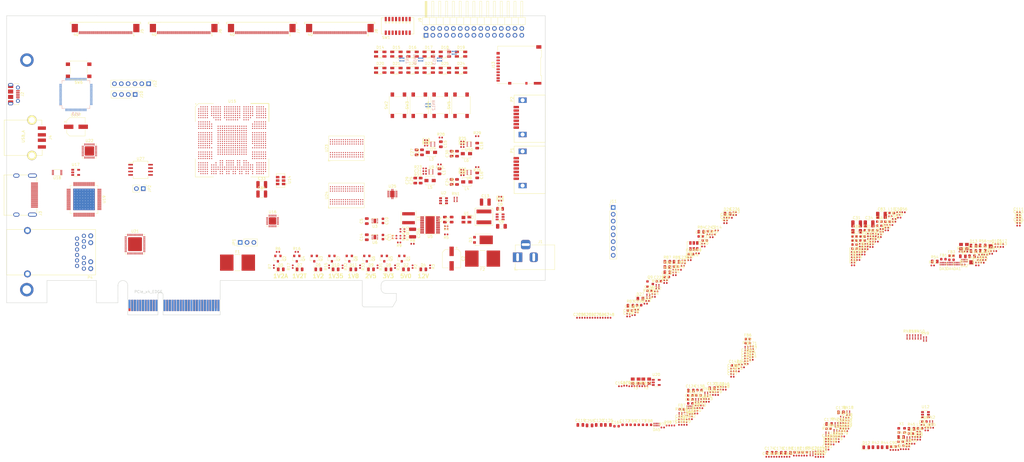
<source format=kicad_pcb>
(kicad_pcb (version 20171130) (host pcbnew 5.0.1)
  (layers (0 F.Cu signal) (31 B.Cu signal) (34 B.Paste user) (35 F.Paste user) (36 B.SilkS user) (37 F.SilkS user) (38 B.Mask user) (39 F.Mask user) (44 Edge.Cuts user))
  (net 0 "")
  (net 1 "/PCIe + SATA/DCU1_REFCLK-")
  (net 2 "/PCIe + SATA/DCU1_REFCLK+")
  (net 3 DDR3_A4)
  (net 4 DDR3_A6)
  (net 5 DDR3_A5)
  (net 6 DDR3_A7)
  (net 7 /DDR3/DDR3_VTT)
  (net 8 "Net-(RN2-Pad5)")
  (net 9 "Net-(RN2-Pad6)")
  (net 10 "Net-(R38-Pad2)")
  (net 11 "Net-(RN2-Pad7)")
  (net 12 +3V3)
  (net 13 /Power/1V2_EN)
  (net 14 /Power/2V5_EN)
  (net 15 /Power/1V35_EN)
  (net 16 "Net-(RN1-Pad4)")
  (net 17 +5V)
  (net 18 "Net-(RN1-Pad5)")
  (net 19 USD_D0)
  (net 20 USD_D3)
  (net 21 USD_CMD)
  (net 22 USD_D2)
  (net 23 "Net-(RN23-Pad1)")
  (net 24 GND)
  (net 25 "/FPGA IO/CFG0")
  (net 26 "Net-(RN23-Pad8)")
  (net 27 "/FPGA IO/CFG1")
  (net 28 "/FPGA IO/CFG2")
  (net 29 "/FPGA IO/FLASH_D3")
  (net 30 "/FPGA IO/FLASH_D1")
  (net 31 "/FPGA IO/FLASH_D2")
  (net 32 "/FPGA IO/FLASH_D0")
  (net 33 DDR3_WE)
  (net 34 DDR3_CKE)
  (net 35 DDR3_CS)
  (net 36 DDR3_ODT)
  (net 37 DDR3_CAS)
  (net 38 DDR3_BA2)
  (net 39 DDR3_RAS)
  (net 40 DDR3_BA1)
  (net 41 DDR3_A12)
  (net 42 DDR3_A14)
  (net 43 DDR3_A13)
  (net 44 DDR3_BA0)
  (net 45 DDR3_A11)
  (net 46 DDR3_A9)
  (net 47 DDR3_A10)
  (net 48 DDR3_A8)
  (net 49 DDR3_A0)
  (net 50 DDR3_A2)
  (net 51 DDR3_A1)
  (net 52 DDR3_A3)
  (net 53 "/HDMI, GbE, USB/ETH_LED2")
  (net 54 ETH_~RESET)
  (net 55 "/HDMI, GbE, USB/ETH_LED1")
  (net 56 RGMII_REF_CLK)
  (net 57 "Net-(D18-Pad4)")
  (net 58 "Net-(D20-Pad4)")
  (net 59 "Net-(D19-Pad4)")
  (net 60 "Net-(D21-Pad4)")
  (net 61 "Net-(D25-Pad4)")
  (net 62 "Net-(D23-Pad4)")
  (net 63 "Net-(D24-Pad4)")
  (net 64 "Net-(D22-Pad4)")
  (net 65 FTDI_D1_RX)
  (net 66 FTDI_~WR)
  (net 67 FTDI_~RD)
  (net 68 FTDI_~SIWU)
  (net 69 RGMII_RXD0)
  (net 70 RGMII_RXD2)
  (net 71 RGMII_RXD1)
  (net 72 RGMII_RXD3)
  (net 73 RGMII_RX_DV)
  (net 74 ETH_MDIO)
  (net 75 RGMII_RX_CLK)
  (net 76 ETH_INT_N)
  (net 77 "Net-(D17-Pad1)")
  (net 78 "Net-(D16-Pad1)")
  (net 79 "Net-(D14-Pad1)")
  (net 80 "Net-(D15-Pad1)")
  (net 81 DIP_SW1)
  (net 82 DIP_SW0)
  (net 83 DIP_SW2)
  (net 84 DIP_SW3)
  (net 85 DIP_SW7)
  (net 86 DIP_SW6)
  (net 87 DIP_SW4)
  (net 88 DIP_SW5)
  (net 89 "Net-(D14-Pad4)")
  (net 90 "Net-(D16-Pad4)")
  (net 91 "Net-(D15-Pad4)")
  (net 92 "Net-(D17-Pad4)")
  (net 93 "Net-(D21-Pad1)")
  (net 94 "Net-(D20-Pad1)")
  (net 95 "Net-(D18-Pad1)")
  (net 96 "Net-(D19-Pad1)")
  (net 97 BTN1)
  (net 98 BTN0)
  (net 99 BTN2)
  (net 100 BTN3)
  (net 101 "Net-(D25-Pad1)")
  (net 102 "Net-(D24-Pad1)")
  (net 103 "Net-(D22-Pad1)")
  (net 104 "Net-(D23-Pad1)")
  (net 105 "/FPGA IO/VCCIO7")
  (net 106 "Net-(R44-Pad2)")
  (net 107 JTAG_TDO)
  (net 108 JTAG_TDI)
  (net 109 "Net-(R43-Pad2)")
  (net 110 "Net-(R42-Pad2)")
  (net 111 JTAG_TCK)
  (net 112 JTAG_TMS)
  (net 113 "Net-(R45-Pad2)")
  (net 114 "/PCIe + SATA/CLKAUXO+")
  (net 115 "/PCIe + SATA/CLK150M-")
  (net 116 +1V8)
  (net 117 +2V5)
  (net 118 "/PCIe + SATA/CLKAUXO-")
  (net 119 "/FPGA IO/VCCIO6")
  (net 120 "/PCIe + SATA/CLK150M+")
  (net 121 CLK_SDA)
  (net 122 "Net-(R36-Pad2)")
  (net 123 FPGA_12MHz)
  (net 124 "/PCIe + SATA/PCIe_REFCLK+")
  (net 125 "/PCIe + SATA/PCIe_REFCLK-")
  (net 126 PCIe_12V)
  (net 127 "Net-(D13-Pad2)")
  (net 128 ~PERST)
  (net 129 "Net-(P3-PadA11)")
  (net 130 "Net-(D12-Pad2)")
  (net 131 "Net-(R40-Pad1)")
  (net 132 "Net-(R39-Pad1)")
  (net 133 "Net-(R38-Pad1)")
  (net 134 "Net-(R12-Pad2)")
  (net 135 "/PCIe + SATA/3V3_C")
  (net 136 "/PCIe + SATA/3V3_CA")
  (net 137 "Net-(R57-Pad1)")
  (net 138 "Net-(R58-Pad2)")
  (net 139 FABRIC_REFCLK)
  (net 140 "/HDMI, GbE, USB/PORT_SCL")
  (net 141 "/HDMI, GbE, USB/PORT_SDA")
  (net 142 "Net-(C121-Pad1)")
  (net 143 "Net-(R62-Pad1)")
  (net 144 /Power/3V3_PG)
  (net 145 "Net-(D27-Pad2)")
  (net 146 "/FPGA IO/~PROGRAM")
  (net 147 "Net-(R80-Pad1)")
  (net 148 "Net-(R81-Pad1)")
  (net 149 "/FPGA IO/FLASH_~CS")
  (net 150 "/FPGA IO/FLASH_CLK")
  (net 151 "/FPGA IO/DONE")
  (net 152 "Net-(Q9-Pad1)")
  (net 153 "Net-(D26-Pad2)")
  (net 154 "Net-(R79-Pad1)")
  (net 155 "/FPGA IO/~INIT")
  (net 156 "Net-(C9-Pad1)")
  (net 157 "Net-(C11-Pad1)")
  (net 158 "Net-(Q2-Pad3)")
  (net 159 "Net-(D5-Pad1)")
  (net 160 /Power/1V2_PG)
  (net 161 USD_D1)
  (net 162 USD_CLK)
  (net 163 "Net-(R97-Pad1)")
  (net 164 "Net-(Q2-Pad1)")
  (net 165 +1V2A)
  (net 166 "Net-(R5-Pad2)")
  (net 167 "Net-(D2-Pad2)")
  (net 168 "Net-(C7-Pad1)")
  (net 169 "Net-(D4-Pad2)")
  (net 170 +12V)
  (net 171 "Net-(R74-Pad1)")
  (net 172 "/Debug Interface/PORT_D-")
  (net 173 "/Debug Interface/FTDI_D-")
  (net 174 "/Debug Interface/FTDI_D+")
  (net 175 "/Debug Interface/PORT_D+")
  (net 176 "Net-(C22-Pad2)")
  (net 177 "Net-(R71-Pad2)")
  (net 178 "/HDMI, GbE, USB/USB_XO")
  (net 179 "/HDMI, GbE, USB/USB_XI")
  (net 180 "Net-(R73-Pad1)")
  (net 181 "/HDMI, GbE, USB/USBA_VBUS")
  (net 182 "/HDMI, GbE, USB/EXTVBUS")
  (net 183 DVI_SCL)
  (net 184 DVI_SDA)
  (net 185 CLK_SCL)
  (net 186 "Net-(R70-Pad1)")
  (net 187 "Net-(C175-Pad2)")
  (net 188 DDR3_CLK+)
  (net 189 "Net-(P4-Pad16)")
  (net 190 "Net-(R66-Pad1)")
  (net 191 "Net-(R65-Pad1)")
  (net 192 "/HDMI, GbE, USB/HDMI_HPD")
  (net 193 DDR3_CLK-)
  (net 194 "Net-(C179-Pad1)")
  (net 195 +1V35)
  (net 196 +1V2)
  (net 197 "Net-(D10-Pad2)")
  (net 198 "Net-(P4-Pad14)")
  (net 199 "Net-(C12-Pad2)")
  (net 200 "Net-(D6-Pad2)")
  (net 201 +1V2T)
  (net 202 "Net-(Q4-Pad1)")
  (net 203 "Net-(Q4-Pad3)")
  (net 204 "Net-(D7-Pad1)")
  (net 205 "Net-(C19-Pad2)")
  (net 206 "Net-(C20-Pad2)")
  (net 207 "Net-(C21-Pad2)")
  (net 208 "/Debug Interface/FTDI_12MHz")
  (net 209 "Net-(D11-Pad2)")
  (net 210 /Power/2V5_PG)
  (net 211 /Power/1V35_PG)
  (net 212 /Power/1V8_PG)
  (net 213 "Net-(D8-Pad2)")
  (net 214 "Net-(D9-Pad2)")
  (net 215 "Net-(C8-Pad2)")
  (net 216 "Net-(C8-Pad1)")
  (net 217 /Power/PWR_EN)
  (net 218 "/HDMI, GbE, USB/HDMI_5V")
  (net 219 "Net-(U17-Pad3)")
  (net 220 "Net-(D9-Pad1)")
  (net 221 "Net-(D11-Pad1)")
  (net 222 "Net-(D26-Pad1)")
  (net 223 "Net-(D2-Pad1)")
  (net 224 "Net-(D6-Pad1)")
  (net 225 "Net-(D10-Pad1)")
  (net 226 "Net-(D8-Pad1)")
  (net 227 "Net-(U1-Pad3)")
  (net 228 DDR3_Vref)
  (net 229 DDR3_Vtt_EN)
  (net 230 "Net-(U5-Pad2)")
  (net 231 "Net-(L1-Pad1)")
  (net 232 "Net-(C11-Pad2)")
  (net 233 "Net-(U13-Pad3)")
  (net 234 "/Debug Interface/Vphy")
  (net 235 "/Debug Interface/Vpll")
  (net 236 "/Debug Interface/JTAG_ACT")
  (net 237 "Net-(U13-Pad22)")
  (net 238 "Net-(U13-Pad23)")
  (net 239 "Net-(U13-Pad24)")
  (net 240 "Net-(U13-Pad26)")
  (net 241 "Net-(U13-Pad27)")
  (net 242 "Net-(U13-Pad28)")
  (net 243 "Net-(U13-Pad29)")
  (net 244 "Net-(U13-Pad30)")
  (net 245 "Net-(U13-Pad32)")
  (net 246 "Net-(U13-Pad33)")
  (net 247 "Net-(U13-Pad34)")
  (net 248 "Net-(U13-Pad36)")
  (net 249 FTDI_D0_TX)
  (net 250 FTDI_D2)
  (net 251 FTDI_D3)
  (net 252 FTDI_D4)
  (net 253 FTDI_D5)
  (net 254 FTDI_D6)
  (net 255 FTDI_D7)
  (net 256 FTDI_~RXF)
  (net 257 "Net-(U13-Pad49)")
  (net 258 "Net-(U13-Pad50)")
  (net 259 FTDI_~TXE)
  (net 260 "Net-(U13-Pad57)")
  (net 261 "Net-(U13-Pad58)")
  (net 262 "Net-(U13-Pad59)")
  (net 263 "Net-(U13-Pad60)")
  (net 264 "/HDMI, GbE, USB/DVI_DVDD")
  (net 265 DVI_DE)
  (net 266 DVI_HSYNC)
  (net 267 DVI_VSYNC)
  (net 268 "Net-(U19-Pad11)")
  (net 269 "/HDMI, GbE, USB/DVI_PVDD")
  (net 270 "/HDMI, GbE, USB/TMDS_CLK-")
  (net 271 "/HDMI, GbE, USB/TMDS_CLK+")
  (net 272 "/HDMI, GbE, USB/DVI_TVDD")
  (net 273 "/HDMI, GbE, USB/TMDS_D0-")
  (net 274 "/HDMI, GbE, USB/TMDS_D0+")
  (net 275 "/HDMI, GbE, USB/TMDS_D1-")
  (net 276 "/HDMI, GbE, USB/TMDS_D1+")
  (net 277 "/HDMI, GbE, USB/TMDS_D2-")
  (net 278 "/HDMI, GbE, USB/TMDS_D2+")
  (net 279 DVI_D23)
  (net 280 DVI_D22)
  (net 281 DVI_D21)
  (net 282 DVI_D20)
  (net 283 DVI_D19)
  (net 284 DVI_D18)
  (net 285 DVI_D17)
  (net 286 DVI_D16)
  (net 287 DVI_D15)
  (net 288 DVI_D14)
  (net 289 DVI_D13)
  (net 290 DVI_D12)
  (net 291 "Net-(U19-Pad49)")
  (net 292 DVI_D11)
  (net 293 DVI_D10)
  (net 294 DVI_D9)
  (net 295 DVI_D8)
  (net 296 DVI_D7)
  (net 297 DVI_D6)
  (net 298 DVI_CLK)
  (net 299 DVI_D5)
  (net 300 DVI_D4)
  (net 301 DVI_D3)
  (net 302 DVI_D2)
  (net 303 DVI_D1)
  (net 304 DVI_D0)
  (net 305 "/HDMI, GbE, USB/AVDDH")
  (net 306 "/HDMI, GbE, USB/MX4-")
  (net 307 "/HDMI, GbE, USB/MX4+")
  (net 308 "/HDMI, GbE, USB/AVDDL")
  (net 309 "/HDMI, GbE, USB/MX3-")
  (net 310 "/HDMI, GbE, USB/MX3+")
  (net 311 "/HDMI, GbE, USB/MX2-")
  (net 312 "/HDMI, GbE, USB/MX2+")
  (net 313 "/HDMI, GbE, USB/MX1-")
  (net 314 "/HDMI, GbE, USB/MX1+")
  (net 315 "Net-(U21-Pad13)")
  (net 316 RGMII_TXD0)
  (net 317 RGMII_TXD1)
  (net 318 RGMII_TXD2)
  (net 319 RGMII_TXD3)
  (net 320 RGMII_TX_CLK)
  (net 321 RGMII_TX_EN)
  (net 322 ETH_MDC)
  (net 323 "Net-(U21-Pad43)")
  (net 324 "/HDMI, GbE, USB/AVDDL_PLL")
  (net 325 "/HDMI, GbE, USB/ETH_XO")
  (net 326 "/HDMI, GbE, USB/ETH_XI")
  (net 327 "Net-(U21-Pad47)")
  (net 328 "Net-(U22-Pad3)")
  (net 329 "Net-(U22-Pad5)")
  (net 330 "/HDMI, GbE, USB/USBA_D+")
  (net 331 "/HDMI, GbE, USB/USBA_D-")
  (net 332 ULPI_RESET)
  (net 333 ULPI_NXT)
  (net 334 ULPI_DIR)
  (net 335 ULPI_STP)
  (net 336 ULPI_CLKO)
  (net 337 "/HDMI, GbE, USB/USB1V8")
  (net 338 ULPI_D7)
  (net 339 ULPI_D6)
  (net 340 ULPI_D5)
  (net 341 ULPI_D4)
  (net 342 ULPI_D3)
  (net 343 ULPI_D2)
  (net 344 ULPI_D1)
  (net 345 ULPI_D0)
  (net 346 "Net-(C117-Pad1)")
  (net 347 "Net-(C115-Pad2)")
  (net 348 CLK_SD_OE)
  (net 349 "Net-(U16-Pad11)")
  (net 350 "Net-(U16-Pad12)")
  (net 351 "/PCIe + SATA/1V8_C")
  (net 352 "Net-(U16-Pad16)")
  (net 353 "/PCIe + SATA/DCU0_REFCLK-")
  (net 354 "/PCIe + SATA/DCU0_REFCLK+")
  (net 355 "Net-(U16-Pad24)")
  (net 356 DDR3_DQ13)
  (net 357 DDR3_DQ15)
  (net 358 DDR3_DQ12)
  (net 359 DDR3_DQS1-)
  (net 360 DDR3_DQ14)
  (net 361 DDR3_DQ11)
  (net 362 DDR3_DQ9)
  (net 363 DDR3_DQS1+)
  (net 364 DDR3_DQ10)
  (net 365 DDR3_DM1)
  (net 366 DDR3_DQ8)
  (net 367 DDR3_DQ0)
  (net 368 DDR3_DM0)
  (net 369 DDR3_DQ2)
  (net 370 DDR3_DQS0+)
  (net 371 DDR3_DQ1)
  (net 372 DDR3_DQ3)
  (net 373 DDR3_DQ6)
  (net 374 DDR3_DQS0-)
  (net 375 DDR3_DQ4)
  (net 376 DDR3_DQ7)
  (net 377 DDR3_DQ5)
  (net 378 "Net-(U23-PadJ1)")
  (net 379 "Net-(U23-PadJ9)")
  (net 380 "Net-(U23-PadL1)")
  (net 381 "Net-(U23-PadL9)")
  (net 382 "Net-(U23-PadM7)")
  (net 383 DDR3_RESET)
  (net 384 "Net-(U24-PadM7)")
  (net 385 "Net-(U24-PadL9)")
  (net 386 "Net-(U24-PadL1)")
  (net 387 "Net-(U24-PadJ9)")
  (net 388 "Net-(U24-PadJ1)")
  (net 389 DDR3_DQ21)
  (net 390 DDR3_DQ23)
  (net 391 DDR3_DQ20)
  (net 392 DDR3_DQS2-)
  (net 393 DDR3_DQ22)
  (net 394 DDR3_DQ19)
  (net 395 DDR3_DQ17)
  (net 396 DDR3_DQS2+)
  (net 397 DDR3_DQ18)
  (net 398 DDR3_DM2)
  (net 399 DDR3_DQ16)
  (net 400 DDR3_DQ24)
  (net 401 DDR3_DM3)
  (net 402 DDR3_DQ26)
  (net 403 DDR3_DQS3+)
  (net 404 DDR3_DQ25)
  (net 405 DDR3_DQ27)
  (net 406 DDR3_DQ30)
  (net 407 DDR3_DQS3-)
  (net 408 DDR3_DQ28)
  (net 409 DDR3_DQ31)
  (net 410 DDR3_DQ29)
  (net 411 "Net-(X1-Pad1)")
  (net 412 "Net-(L4-Pad1)")
  (net 413 "Net-(L5-Pad1)")
  (net 414 "Net-(L3-Pad1)")
  (net 415 "Net-(L6-Pad1)")
  (net 416 "Net-(C111-Pad1)")
  (net 417 "/FPGA Core Power/VCCHTX1")
  (net 418 "/FPGA Core Power/VCCHTX0")
  (net 419 "/FPGA Core Power/VCCA0")
  (net 420 "/FPGA Core Power/VCCAUX")
  (net 421 "/FPGA Core Power/VCCA1")
  (net 422 "/PCIe + SATA/SATA1_A+")
  (net 423 "/PCIe + SATA/SATA1_A-")
  (net 424 "/PCIe + SATA/DCU1_RX1-")
  (net 425 "/PCIe + SATA/DCU1_RX1+")
  (net 426 "/PCIe + SATA/SATA0_A+")
  (net 427 "/PCIe + SATA/SATA0_A-")
  (net 428 "/PCIe + SATA/DCU1_RX0-")
  (net 429 "/PCIe + SATA/DCU1_RX0+")
  (net 430 "/PCIe + SATA/PCIe_HSI0+")
  (net 431 "/PCIe + SATA/PCIe_HSI0-")
  (net 432 "/PCIe + SATA/PCIe_HSI1+")
  (net 433 "/PCIe + SATA/PCIe_HSI1-")
  (net 434 "/PCIe + SATA/DCU0_RX0+")
  (net 435 "/PCIe + SATA/DCU0_RX0-")
  (net 436 "/PCIe + SATA/DCU0_RX1+")
  (net 437 "/PCIe + SATA/DCU0_RX1-")
  (net 438 "Net-(U6-Pad2)")
  (net 439 "Net-(U6-Pad5)")
  (net 440 "Net-(U3-Pad5)")
  (net 441 "Net-(U3-Pad2)")
  (net 442 "Net-(U10-Pad4)")
  (net 443 "Net-(U9-Pad4)")
  (net 444 "Net-(U8-Pad4)")
  (net 445 "Net-(U7-Pad4)")
  (net 446 "Net-(J5-Pad38)")
  (net 447 "/FPGA IO/EXT0_11-")
  (net 448 "/FPGA IO/EXT0_11+")
  (net 449 "/FPGA IO/EXT0_10-")
  (net 450 "/FPGA IO/EXT0_10+")
  (net 451 "/FPGA IO/EXT0_9-")
  (net 452 "/FPGA IO/EXT0_9+")
  (net 453 "/FPGA IO/EXT0_8-")
  (net 454 "/FPGA IO/EXT0_8+")
  (net 455 "/FPGA IO/EXT0_7-")
  (net 456 "/FPGA IO/EXT0_7+")
  (net 457 "/FPGA IO/EXT0_6-")
  (net 458 "/FPGA IO/EXT0_6+")
  (net 459 "/FPGA IO/EXT0_5-")
  (net 460 "/FPGA IO/EXT0_5+")
  (net 461 "/FPGA IO/EXT0_4-")
  (net 462 "/FPGA IO/EXT0_4+")
  (net 463 "/FPGA IO/EXT0_3-")
  (net 464 "/FPGA IO/EXT0_3+")
  (net 465 "/FPGA IO/EXT0_2-")
  (net 466 "/FPGA IO/EXT0_2+")
  (net 467 "/FPGA IO/EXT0_1-")
  (net 468 "/FPGA IO/EXT0_1+")
  (net 469 "/FPGA IO/EXT0_0-")
  (net 470 "/FPGA IO/EXT0_0+")
  (net 471 "/FPGA IO/EXT3_0+")
  (net 472 "/FPGA IO/EXT3_0-")
  (net 473 "/FPGA IO/EXT3_1+")
  (net 474 "/FPGA IO/EXT3_1-")
  (net 475 "/FPGA IO/EXT3_2+")
  (net 476 "/FPGA IO/EXT3_2-")
  (net 477 "/FPGA IO/EXT3_3+")
  (net 478 "/FPGA IO/EXT3_3-")
  (net 479 "/FPGA IO/EXT3_4+")
  (net 480 "/FPGA IO/EXT3_4-")
  (net 481 "/FPGA IO/EXT3_5+")
  (net 482 "/FPGA IO/EXT3_5-")
  (net 483 "/FPGA IO/EXT3_6+")
  (net 484 "/FPGA IO/EXT3_6-")
  (net 485 "/FPGA IO/EXT3_7+")
  (net 486 "/FPGA IO/EXT3_7-")
  (net 487 "/FPGA IO/EXT3_8+")
  (net 488 "/FPGA IO/EXT3_8-")
  (net 489 "/FPGA IO/EXT3_9+")
  (net 490 "/FPGA IO/EXT3_9-")
  (net 491 "/FPGA IO/EXT3_10+")
  (net 492 "/FPGA IO/EXT3_10-")
  (net 493 "/FPGA IO/EXT3_11+")
  (net 494 "/FPGA IO/EXT3_11-")
  (net 495 "Net-(J8-Pad38)")
  (net 496 "Net-(J6-Pad38)")
  (net 497 "/FPGA IO/EXT1_11-")
  (net 498 "/FPGA IO/EXT1_11+")
  (net 499 "/FPGA IO/EXT1_10-")
  (net 500 "/FPGA IO/EXT1_10+")
  (net 501 "/FPGA IO/EXT1_9-")
  (net 502 "/FPGA IO/EXT1_9+")
  (net 503 "/FPGA IO/EXT1_8-")
  (net 504 "/FPGA IO/EXT1_8+")
  (net 505 "/FPGA IO/EXT1_7-")
  (net 506 "/FPGA IO/EXT1_7+")
  (net 507 "/FPGA IO/EXT1_6-")
  (net 508 "/FPGA IO/EXT1_6+")
  (net 509 "/FPGA IO/EXT1_5-")
  (net 510 "/FPGA IO/EXT1_5+")
  (net 511 "/FPGA IO/EXT1_4-")
  (net 512 "/FPGA IO/EXT1_4+")
  (net 513 "/FPGA IO/EXT1_3-")
  (net 514 "/FPGA IO/EXT1_3+")
  (net 515 "/FPGA IO/EXT1_2-")
  (net 516 "/FPGA IO/EXT1_2+")
  (net 517 "/FPGA IO/EXT1_1-")
  (net 518 "/FPGA IO/EXT1_1+")
  (net 519 "/FPGA IO/EXT1_0-")
  (net 520 "/FPGA IO/EXT1_0+")
  (net 521 "/FPGA IO/EXT2_0+")
  (net 522 "/FPGA IO/EXT2_0-")
  (net 523 "/FPGA IO/EXT2_1+")
  (net 524 "/FPGA IO/EXT2_1-")
  (net 525 "/FPGA IO/EXT2_2+")
  (net 526 "/FPGA IO/EXT2_2-")
  (net 527 "/FPGA IO/EXT2_3+")
  (net 528 "/FPGA IO/EXT2_3-")
  (net 529 "/FPGA IO/EXT2_4+")
  (net 530 "/FPGA IO/EXT2_4-")
  (net 531 "/FPGA IO/EXT2_5+")
  (net 532 "/FPGA IO/EXT2_5-")
  (net 533 "/FPGA IO/EXT2_6+")
  (net 534 "/FPGA IO/EXT2_6-")
  (net 535 "/FPGA IO/EXT2_7+")
  (net 536 "/FPGA IO/EXT2_7-")
  (net 537 "/FPGA IO/EXT2_8+")
  (net 538 "/FPGA IO/EXT2_8-")
  (net 539 "/FPGA IO/EXT2_9+")
  (net 540 "/FPGA IO/EXT2_9-")
  (net 541 "/FPGA IO/EXT2_10+")
  (net 542 "/FPGA IO/EXT2_10-")
  (net 543 "/FPGA IO/EXT2_11+")
  (net 544 "/FPGA IO/EXT2_11-")
  (net 545 "Net-(J7-Pad38)")
  (net 546 "Net-(C132-Pad1)")
  (net 547 "Net-(C135-Pad1)")
  (net 548 "Net-(C133-Pad1)")
  (net 549 "Net-(C134-Pad1)")
  (net 550 "Net-(P3-PadB5)")
  (net 551 "Net-(P3-PadB6)")
  (net 552 "Net-(P3-PadB8)")
  (net 553 "Net-(P3-PadB9)")
  (net 554 "Net-(P3-PadB10)")
  (net 555 PCIe_~WAKE)
  (net 556 "Net-(P3-PadB12)")
  (net 557 "/PCIe + SATA/~PRSNT2~_X1")
  (net 558 "Net-(P3-PadB23)")
  (net 559 "Net-(P3-PadB24)")
  (net 560 "Net-(P3-PadB27)")
  (net 561 "Net-(P3-PadB28)")
  (net 562 "Net-(P3-PadB30)")
  (net 563 "/PCIe + SATA/~PRSNT2~_X4")
  (net 564 "/PCIe + SATA/~PRSNT1")
  (net 565 "Net-(P3-PadA5)")
  (net 566 "Net-(P3-PadA6)")
  (net 567 "Net-(P3-PadA7)")
  (net 568 "Net-(P3-PadA8)")
  (net 569 "Net-(P3-PadA9)")
  (net 570 "Net-(P3-PadA10)")
  (net 571 "Net-(P3-PadA19)")
  (net 572 "Net-(P3-PadA25)")
  (net 573 "Net-(P3-PadA26)")
  (net 574 "Net-(P3-PadA29)")
  (net 575 "Net-(P3-PadA30)")
  (net 576 "Net-(P3-PadA32)")
  (net 577 "Net-(U14-Pad2)")
  (net 578 "Net-(U14-Pad1)")
  (net 579 "Net-(U26-Pad1)")
  (net 580 "Net-(U26-Pad2)")
  (net 581 "/FPGA IO/CLK100+")
  (net 582 "/FPGA IO/CLK100-")
  (net 583 "Net-(J3-Pad14)")
  (net 584 "Net-(J3-Pad13)")
  (net 585 LED2)
  (net 586 LED11)
  (net 587 LED10)
  (net 588 LED0)
  (net 589 LED1)
  (net 590 LED3)
  (net 591 LED4)
  (net 592 LED5)
  (net 593 LED6)
  (net 594 LED7)
  (net 595 LED8)
  (net 596 LED9)
  (net 597 "Net-(F2-Pad2)")
  (net 598 "Net-(U15-PadR1)")
  (net 599 "Net-(U15-PadY1)")
  (net 600 "Net-(U15-PadAB1)")
  (net 601 "Net-(U15-PadAC1)")
  (net 602 "Net-(U15-PadAD1)")
  (net 603 "Net-(U15-PadAE1)")
  (net 604 "Net-(U15-PadA2)")
  (net 605 "Net-(U15-PadT2)")
  (net 606 "Net-(U15-PadW2)")
  (net 607 "Net-(U15-PadAB2)")
  (net 608 "Net-(U15-PadAC2)")
  (net 609 "Net-(U15-PadAE2)")
  (net 610 "Net-(U15-PadAG2)")
  (net 611 "Net-(U15-PadA3)")
  (net 612 "Net-(U15-PadV3)")
  (net 613 "Net-(U15-PadW3)")
  (net 614 "Net-(U15-PadY3)")
  (net 615 "Net-(U15-PadAC3)")
  (net 616 "Net-(U15-PadAD3)")
  (net 617 "Net-(U15-PadAE3)")
  (net 618 "Net-(U15-PadAG3)")
  (net 619 "Net-(U15-PadAL3)")
  (net 620 "Net-(U15-PadB4)")
  (net 621 "Net-(U15-PadH4)")
  (net 622 "Net-(U15-PadAC4)")
  (net 623 "Net-(U15-PadA5)")
  (net 624 "Net-(U15-PadL5)")
  (net 625 "Net-(U15-PadW6)")
  (net 626 "Net-(U15-PadD7)")
  (net 627 "Net-(U15-PadE7)")
  (net 628 "Net-(U15-PadAE7)")
  (net 629 "Net-(U15-PadG9)")
  (net 630 "/PCIe + SATA/DCU0_TX0+")
  (net 631 "Net-(U15-PadG10)")
  (net 632 "/PCIe + SATA/DCU0_TX0-")
  (net 633 "Net-(U15-PadG11)")
  (net 634 "/PCIe + SATA/DCU0_TX1+")
  (net 635 "/PCIe + SATA/DCU0_TX1-")
  (net 636 "/FPGA IO/PMOD1_10")
  (net 637 "/FPGA IO/PMOD1_9")
  (net 638 "Net-(U15-PadG14)")
  (net 639 "Net-(U15-PadG15)")
  (net 640 "Net-(U15-PadAK15)")
  (net 641 "Net-(U15-PadG16)")
  (net 642 "Net-(U15-PadAK16)")
  (net 643 "Net-(U15-PadG17)")
  (net 644 "Net-(U15-PadG18)")
  (net 645 "/PCIe + SATA/DCU1_TX0+")
  (net 646 "Net-(U15-PadG19)")
  (net 647 "/PCIe + SATA/DCU1_TX0-")
  (net 648 "/FPGA IO/PMOD1_8")
  (net 649 "/FPGA IO/PMOD1_7")
  (net 650 "/PCIe + SATA/DCU1_TX1+")
  (net 651 "/PCIe + SATA/DCU1_TX1-")
  (net 652 "/FPGA IO/EXIO_5")
  (net 653 "/FPGA IO/EXIO_4")
  (net 654 "/FPGA IO/EXIO_3")
  (net 655 "Net-(U15-PadG22)")
  (net 656 "/FPGA IO/PMOD1_3")
  (net 657 "/FPGA IO/PMOD1_2")
  (net 658 "/FPGA IO/PMOD1_0")
  (net 659 "/FPGA IO/PMOD1_1")
  (net 660 "/FPGA IO/EXIO_2")
  (net 661 "Net-(U15-PadG23)")
  (net 662 "/FPGA IO/EXIO_1")
  (net 663 "/FPGA IO/PMOD0_10")
  (net 664 "/FPGA IO/EXIO_0")
  (net 665 "/FPGA IO/PMOD0_9")
  (net 666 "Net-(U15-PadG24)")
  (net 667 "Net-(U15-PadAG24)")
  (net 668 "Net-(U15-PadAK24)")
  (net 669 "/FPGA IO/PMOD0_8")
  (net 670 "/FPGA IO/PMOD0_3")
  (net 671 "/FPGA IO/PMOD0_7")
  (net 672 "/FPGA IO/PMOD0_2")
  (net 673 "/FPGA IO/PMOD0_1")
  (net 674 "Net-(U15-PadAK25)")
  (net 675 "/FPGA IO/PMOD0_0")
  (net 676 "Net-(U15-PadB26)")
  (net 677 "Net-(U15-PadE26)")
  (net 678 "Net-(U15-PadR26)")
  (net 679 "Net-(U15-PadT26)")
  (net 680 "Net-(U15-PadAE26)")
  (net 681 "Net-(U15-PadH27)")
  (net 682 "Net-(U15-PadJ27)")
  (net 683 "Net-(U15-PadK27)")
  (net 684 "Net-(U15-PadW27)")
  (net 685 "Net-(U15-PadC28)")
  (net 686 "Net-(U15-PadD28)")
  (net 687 "Net-(U15-PadH28)")
  (net 688 "Net-(U15-PadL28)")
  (net 689 "Net-(U15-PadP28)")
  (net 690 "Net-(U15-PadAC28)")
  (net 691 "Net-(U15-PadAE28)")
  (net 692 "Net-(U15-PadC29)")
  (net 693 "Net-(U15-PadD29)")
  (net 694 "Net-(U15-PadH29)")
  (net 695 "Net-(U15-PadP29)")
  (net 696 "Net-(U15-PadAB29)")
  (net 697 "Net-(U15-PadAC29)")
  (net 698 "Net-(U15-PadAE29)")
  (net 699 "Net-(U15-PadAJ29)")
  (net 700 "Net-(U15-PadC30)")
  (net 701 "Net-(U15-PadP30)")
  (net 702 "Net-(U15-PadR30)")
  (net 703 "Net-(U15-PadV30)")
  (net 704 "Net-(U15-PadAB30)")
  (net 705 "Net-(U15-PadAE30)")
  (net 706 "Net-(U15-PadAJ30)")
  (net 707 "Net-(U15-PadA31)")
  (net 708 "Net-(U15-PadF31)")
  (net 709 "Net-(U15-PadH31)")
  (net 710 "Net-(U15-PadP31)")
  (net 711 "Net-(U15-PadAG31)")
  (net 712 "Net-(U15-PadAK31)")
  (net 713 "Net-(U15-PadE32)")
  (net 714 "Net-(U15-PadF32)")
  (net 715 "Net-(U15-PadH32)")
  (net 716 "Net-(U15-PadAG32)")
  (net 717 "Net-(J2-Pad1)")
  (net 718 "Net-(J2-Pad4)")
  (module "Custom Parts:Wurth_BiLED_150141_3528" (layer F.Cu) (at 203 38 180)
    (fp_text reference D18 (at 0 2.5 180) (layer F.SilkS))
    (fp_text value " 150141YB73100")
    (pad 3 smd rect (at -1.55 -0.85 180) (size 1.5 0.9) (layers F.Cu F.Paste F.Mask) (net 591 LED4))
    (pad 4 smd rect (at -1.55 0.85 180) (size 1.5 0.9) (layers F.Cu F.Paste F.Mask) (net 57 "Net-(D18-Pad4)"))
    (pad 2 smd rect (at 1.55 0.85 180) (size 1.5 0.9) (layers F.Cu F.Paste F.Mask) (net 591 LED4))
    (pad 1 smd rect (at 1.55 -0.85 180) (size 1.5 0.9) (layers F.Cu F.Paste F.Mask) (net 95 "Net-(D18-Pad1)"))
  )
  (module "Custom Parts:Wurth_BiLED_150141_3528" (layer F.Cu) (at 197 38 180)
    (fp_text reference D17 (at 0 2.5 180) (layer F.SilkS))
    (fp_text value " 150141YB73100")
    (pad 3 smd rect (at -1.55 -0.85 180) (size 1.5 0.9) (layers F.Cu F.Paste F.Mask) (net 590 LED3))
    (pad 4 smd rect (at -1.55 0.85 180) (size 1.5 0.9) (layers F.Cu F.Paste F.Mask) (net 92 "Net-(D17-Pad4)"))
    (pad 2 smd rect (at 1.55 0.85 180) (size 1.5 0.9) (layers F.Cu F.Paste F.Mask) (net 590 LED3))
    (pad 1 smd rect (at 1.55 -0.85 180) (size 1.5 0.9) (layers F.Cu F.Paste F.Mask) (net 77 "Net-(D17-Pad1)"))
  )
  (module "Custom Parts:Wurth_BiLED_150141_3528" (layer F.Cu) (at 209 38 180)
    (fp_text reference D19 (at 0 2.5 180) (layer F.SilkS))
    (fp_text value " 150141YB73100")
    (pad 3 smd rect (at -1.55 -0.85 180) (size 1.5 0.9) (layers F.Cu F.Paste F.Mask) (net 592 LED5))
    (pad 4 smd rect (at -1.55 0.85 180) (size 1.5 0.9) (layers F.Cu F.Paste F.Mask) (net 59 "Net-(D19-Pad4)"))
    (pad 2 smd rect (at 1.55 0.85 180) (size 1.5 0.9) (layers F.Cu F.Paste F.Mask) (net 592 LED5))
    (pad 1 smd rect (at 1.55 -0.85 180) (size 1.5 0.9) (layers F.Cu F.Paste F.Mask) (net 96 "Net-(D19-Pad1)"))
  )
  (module "Custom Parts:Wurth_BiLED_150141_3528" (layer F.Cu) (at 191 44 180)
    (fp_text reference D22 (at 0 2.5 180) (layer F.SilkS))
    (fp_text value 150141RV73100)
    (pad 3 smd rect (at -1.55 -0.85 180) (size 1.5 0.9) (layers F.Cu F.Paste F.Mask) (net 595 LED8))
    (pad 4 smd rect (at -1.55 0.85 180) (size 1.5 0.9) (layers F.Cu F.Paste F.Mask) (net 64 "Net-(D22-Pad4)"))
    (pad 2 smd rect (at 1.55 0.85 180) (size 1.5 0.9) (layers F.Cu F.Paste F.Mask) (net 595 LED8))
    (pad 1 smd rect (at 1.55 -0.85 180) (size 1.5 0.9) (layers F.Cu F.Paste F.Mask) (net 103 "Net-(D22-Pad1)"))
  )
  (module "Custom Parts:Wurth_BiLED_150141_3528" (layer F.Cu) (at 185 44 180)
    (fp_text reference D21 (at 0 2.5 180) (layer F.SilkS))
    (fp_text value 150141RV73100)
    (pad 3 smd rect (at -1.55 -0.85 180) (size 1.5 0.9) (layers F.Cu F.Paste F.Mask) (net 594 LED7))
    (pad 4 smd rect (at -1.55 0.85 180) (size 1.5 0.9) (layers F.Cu F.Paste F.Mask) (net 60 "Net-(D21-Pad4)"))
    (pad 2 smd rect (at 1.55 0.85 180) (size 1.5 0.9) (layers F.Cu F.Paste F.Mask) (net 594 LED7))
    (pad 1 smd rect (at 1.55 -0.85 180) (size 1.5 0.9) (layers F.Cu F.Paste F.Mask) (net 93 "Net-(D21-Pad1)"))
  )
  (module "Custom Parts:Wurth_BiLED_150141_3528" (layer F.Cu) (at 191 38 180)
    (fp_text reference D16 (at 0 2.5 180) (layer F.SilkS))
    (fp_text value " 150141YB73100")
    (pad 3 smd rect (at -1.55 -0.85 180) (size 1.5 0.9) (layers F.Cu F.Paste F.Mask) (net 585 LED2))
    (pad 4 smd rect (at -1.55 0.85 180) (size 1.5 0.9) (layers F.Cu F.Paste F.Mask) (net 90 "Net-(D16-Pad4)"))
    (pad 2 smd rect (at 1.55 0.85 180) (size 1.5 0.9) (layers F.Cu F.Paste F.Mask) (net 585 LED2))
    (pad 1 smd rect (at 1.55 -0.85 180) (size 1.5 0.9) (layers F.Cu F.Paste F.Mask) (net 78 "Net-(D16-Pad1)"))
  )
  (module "Custom Parts:Wurth_BiLED_150141_3528" (layer F.Cu) (at 185 38 180)
    (fp_text reference D15 (at 0 2.5 180) (layer F.SilkS))
    (fp_text value " 150141YB73100")
    (pad 3 smd rect (at -1.55 -0.85 180) (size 1.5 0.9) (layers F.Cu F.Paste F.Mask) (net 589 LED1))
    (pad 4 smd rect (at -1.55 0.85 180) (size 1.5 0.9) (layers F.Cu F.Paste F.Mask) (net 91 "Net-(D15-Pad4)"))
    (pad 2 smd rect (at 1.55 0.85 180) (size 1.5 0.9) (layers F.Cu F.Paste F.Mask) (net 589 LED1))
    (pad 1 smd rect (at 1.55 -0.85 180) (size 1.5 0.9) (layers F.Cu F.Paste F.Mask) (net 80 "Net-(D15-Pad1)"))
  )
  (module "Custom Parts:Wurth_BiLED_150141_3528" (layer F.Cu) (at 179 38 180)
    (fp_text reference D14 (at 0 2.5 180) (layer F.SilkS))
    (fp_text value " 150141YB73100")
    (pad 3 smd rect (at -1.55 -0.85 180) (size 1.5 0.9) (layers F.Cu F.Paste F.Mask) (net 588 LED0))
    (pad 4 smd rect (at -1.55 0.85 180) (size 1.5 0.9) (layers F.Cu F.Paste F.Mask) (net 89 "Net-(D14-Pad4)"))
    (pad 2 smd rect (at 1.55 0.85 180) (size 1.5 0.9) (layers F.Cu F.Paste F.Mask) (net 588 LED0))
    (pad 1 smd rect (at 1.55 -0.85 180) (size 1.5 0.9) (layers F.Cu F.Paste F.Mask) (net 79 "Net-(D14-Pad1)"))
  )
  (module "Custom Parts:Wurth_BiLED_150141_3528" (layer F.Cu) (at 197 44 180)
    (fp_text reference D23 (at 0 2.5 180) (layer F.SilkS))
    (fp_text value 150141RV73100)
    (pad 3 smd rect (at -1.55 -0.85 180) (size 1.5 0.9) (layers F.Cu F.Paste F.Mask) (net 596 LED9))
    (pad 4 smd rect (at -1.55 0.85 180) (size 1.5 0.9) (layers F.Cu F.Paste F.Mask) (net 62 "Net-(D23-Pad4)"))
    (pad 2 smd rect (at 1.55 0.85 180) (size 1.5 0.9) (layers F.Cu F.Paste F.Mask) (net 596 LED9))
    (pad 1 smd rect (at 1.55 -0.85 180) (size 1.5 0.9) (layers F.Cu F.Paste F.Mask) (net 104 "Net-(D23-Pad1)"))
  )
  (module "Custom Parts:Wurth_BiLED_150141_3528" (layer F.Cu) (at 209 44 180)
    (fp_text reference D24 (at 0 2.5 180) (layer F.SilkS))
    (fp_text value 150141RV73100)
    (pad 3 smd rect (at -1.55 -0.85 180) (size 1.5 0.9) (layers F.Cu F.Paste F.Mask) (net 587 LED10))
    (pad 4 smd rect (at -1.55 0.85 180) (size 1.5 0.9) (layers F.Cu F.Paste F.Mask) (net 63 "Net-(D24-Pad4)"))
    (pad 2 smd rect (at 1.55 0.85 180) (size 1.5 0.9) (layers F.Cu F.Paste F.Mask) (net 587 LED10))
    (pad 1 smd rect (at 1.55 -0.85 180) (size 1.5 0.9) (layers F.Cu F.Paste F.Mask) (net 102 "Net-(D24-Pad1)"))
  )
  (module "Custom Parts:Wurth_BiLED_150141_3528" (layer F.Cu) (at 203 44 180)
    (fp_text reference D25 (at 0 2.5 180) (layer F.SilkS))
    (fp_text value 150141RV73100)
    (pad 3 smd rect (at -1.55 -0.85 180) (size 1.5 0.9) (layers F.Cu F.Paste F.Mask) (net 586 LED11))
    (pad 4 smd rect (at -1.55 0.85 180) (size 1.5 0.9) (layers F.Cu F.Paste F.Mask) (net 61 "Net-(D25-Pad4)"))
    (pad 2 smd rect (at 1.55 0.85 180) (size 1.5 0.9) (layers F.Cu F.Paste F.Mask) (net 586 LED11))
    (pad 1 smd rect (at 1.55 -0.85 180) (size 1.5 0.9) (layers F.Cu F.Paste F.Mask) (net 101 "Net-(D25-Pad1)"))
  )
  (module "Custom Parts:Wurth_BiLED_150141_3528" (layer F.Cu) (at 179 44 180)
    (fp_text reference D20 (at 0 2.5 180) (layer F.SilkS))
    (fp_text value 150141RV73100)
    (pad 3 smd rect (at -1.55 -0.85 180) (size 1.5 0.9) (layers F.Cu F.Paste F.Mask) (net 593 LED6))
    (pad 4 smd rect (at -1.55 0.85 180) (size 1.5 0.9) (layers F.Cu F.Paste F.Mask) (net 58 "Net-(D20-Pad4)"))
    (pad 2 smd rect (at 1.55 0.85 180) (size 1.5 0.9) (layers F.Cu F.Paste F.Mask) (net 593 LED6))
    (pad 1 smd rect (at 1.55 -0.85 180) (size 1.5 0.9) (layers F.Cu F.Paste F.Mask) (net 94 "Net-(D20-Pad1)"))
  )
  (module Capacitor_SMD:C_1210_3225Metric (layer F.Cu) (at 191 104.5 270)
    (fp_text reference C256 (at 0 -2.28 270) (layer F.SilkS))
    (fp_text value 47µ)
    (pad 1 smd roundrect (at -1.4 0 270) (size 1.25 2.65) (layers F.Cu F.Paste F.Mask) (roundrect_rratio 0.2) (net 196 +1V2))
    (pad 2 smd roundrect (at 1.4 0 270) (size 1.25 2.65) (layers F.Cu F.Paste F.Mask) (roundrect_rratio 0.2) (net 24 GND))
  )
  (module Button_Switch_SMD:SW_SPST_B3S-1000 (layer F.Cu) (at 67 44 180)
    (fp_text reference SW6 (at 0 -4.5 180) (layer F.SilkS))
    (fp_text value SW_Push)
    (pad 2 smd rect (at 3.975 2.25 180) (size 1.55 1.3) (layers F.Cu F.Paste F.Mask) (net 146 "/FPGA IO/~PROGRAM"))
    (pad 2 smd rect (at -3.975 2.25 180) (size 1.55 1.3) (layers F.Cu F.Paste F.Mask) (net 146 "/FPGA IO/~PROGRAM"))
    (pad 1 smd rect (at 3.975 -2.25 180) (size 1.55 1.3) (layers F.Cu F.Paste F.Mask) (net 24 GND))
    (pad 1 smd rect (at -3.975 -2.25 180) (size 1.55 1.3) (layers F.Cu F.Paste F.Mask) (net 24 GND))
  )
  (module Button_Switch_SMD:SW_SPST_B3S-1000 (layer F.Cu) (at 209 57 90)
    (fp_text reference SW5 (at 0 -4.5 90) (layer F.SilkS))
    (fp_text value SW_Push)
    (pad 2 smd rect (at 3.975 2.25 90) (size 1.55 1.3) (layers F.Cu F.Paste F.Mask) (net 195 +1V35))
    (pad 2 smd rect (at -3.975 2.25 90) (size 1.55 1.3) (layers F.Cu F.Paste F.Mask) (net 195 +1V35))
    (pad 1 smd rect (at 3.975 -2.25 90) (size 1.55 1.3) (layers F.Cu F.Paste F.Mask) (net 100 BTN3))
    (pad 1 smd rect (at -3.975 -2.25 90) (size 1.55 1.3) (layers F.Cu F.Paste F.Mask) (net 100 BTN3))
  )
  (module Button_Switch_SMD:SW_SPST_B3S-1000 (layer F.Cu) (at 201.25 57 90)
    (fp_text reference SW4 (at 0 -4.5 90) (layer F.SilkS))
    (fp_text value SW_Push)
    (pad 2 smd rect (at 3.975 2.25 90) (size 1.55 1.3) (layers F.Cu F.Paste F.Mask) (net 195 +1V35))
    (pad 2 smd rect (at -3.975 2.25 90) (size 1.55 1.3) (layers F.Cu F.Paste F.Mask) (net 195 +1V35))
    (pad 1 smd rect (at 3.975 -2.25 90) (size 1.55 1.3) (layers F.Cu F.Paste F.Mask) (net 99 BTN2))
    (pad 1 smd rect (at -3.975 -2.25 90) (size 1.55 1.3) (layers F.Cu F.Paste F.Mask) (net 99 BTN2))
  )
  (module Button_Switch_SMD:SW_SPST_B3S-1000 (layer F.Cu) (at 193.5 57 90)
    (fp_text reference SW3 (at 0 -4.5 90) (layer F.SilkS))
    (fp_text value SW_Push)
    (pad 2 smd rect (at 3.975 2.25 90) (size 1.55 1.3) (layers F.Cu F.Paste F.Mask) (net 195 +1V35))
    (pad 2 smd rect (at -3.975 2.25 90) (size 1.55 1.3) (layers F.Cu F.Paste F.Mask) (net 195 +1V35))
    (pad 1 smd rect (at 3.975 -2.25 90) (size 1.55 1.3) (layers F.Cu F.Paste F.Mask) (net 97 BTN1))
    (pad 1 smd rect (at -3.975 -2.25 90) (size 1.55 1.3) (layers F.Cu F.Paste F.Mask) (net 97 BTN1))
  )
  (module Button_Switch_SMD:SW_SPST_B3S-1000 (layer F.Cu) (at 185.75 57 90)
    (fp_text reference SW2 (at 0 -4.5 90) (layer F.SilkS))
    (fp_text value SW_Push)
    (pad 2 smd rect (at 3.975 2.25 90) (size 1.55 1.3) (layers F.Cu F.Paste F.Mask) (net 195 +1V35))
    (pad 2 smd rect (at -3.975 2.25 90) (size 1.55 1.3) (layers F.Cu F.Paste F.Mask) (net 195 +1V35))
    (pad 1 smd rect (at 3.975 -2.25 90) (size 1.55 1.3) (layers F.Cu F.Paste F.Mask) (net 98 BTN0))
    (pad 1 smd rect (at -3.975 -2.25 90) (size 1.55 1.3) (layers F.Cu F.Paste F.Mask) (net 98 BTN0))
  )
  (module Capacitor_SMD:CP_Elec_6.3x5.8 (layer F.Cu) (at 205.5 114 270)
    (fp_text reference C2 (at 0 -4.35 270) (layer F.SilkS))
    (fp_text value 100µF/25V)
    (pad 2 smd rect (at 2.7 0 270) (size 3.5 1.6) (layers F.Cu F.Paste F.Mask) (net 24 GND))
    (pad 1 smd rect (at -2.7 0 270) (size 3.5 1.6) (layers F.Cu F.Paste F.Mask) (net 170 +12V))
  )
  (module Capacitor_SMD:CP_Elec_6.3x5.8 (layer F.Cu) (at 66 65)
    (fp_text reference C137 (at 0 -4.35) (layer F.SilkS))
    (fp_text value 100u)
    (pad 2 smd rect (at 2.7 0) (size 3.5 1.6) (layers F.Cu F.Paste F.Mask) (net 24 GND))
    (pad 1 smd rect (at -2.7 0) (size 3.5 1.6) (layers F.Cu F.Paste F.Mask) (net 181 "/HDMI, GbE, USB/USBA_VBUS"))
  )
  (module Capacitor_SMD:C_0402_1005Metric (layer F.Cu) (at 196 71)
    (fp_text reference C19 (at 0 -1.17) (layer F.SilkS))
    (fp_text value 120p)
    (pad 2 smd roundrect (at 0.485 0) (size 0.59 0.64) (layers F.Cu F.Paste F.Mask) (net 205 "Net-(C19-Pad2)"))
    (pad 1 smd roundrect (at -0.485 0) (size 0.59 0.64) (layers F.Cu F.Paste F.Mask) (net 195 +1V35))
  )
  (module Capacitor_SMD:C_0402_1005Metric (layer F.Cu) (at 183.5 106 90)
    (fp_text reference C11 (at 0 -1.17 90) (layer F.SilkS))
    (fp_text value 180p)
    (pad 2 smd roundrect (at 0.485 0 90) (size 0.59 0.64) (layers F.Cu F.Paste F.Mask) (net 232 "Net-(C11-Pad2)"))
    (pad 1 smd roundrect (at -0.485 0 90) (size 0.59 0.64) (layers F.Cu F.Paste F.Mask) (net 157 "Net-(C11-Pad1)"))
  )
  (module Capacitor_SMD:C_0402_1005Metric (layer F.Cu) (at 185 106 90)
    (fp_text reference C9 (at 0 -1.17 90) (layer F.SilkS))
    (fp_text value 1.8n)
    (pad 2 smd roundrect (at 0.485 0 90) (size 0.59 0.64) (layers F.Cu F.Paste F.Mask) (net 232 "Net-(C11-Pad2)"))
    (pad 1 smd roundrect (at -0.485 0 90) (size 0.59 0.64) (layers F.Cu F.Paste F.Mask) (net 156 "Net-(C9-Pad1)"))
  )
  (module Capacitor_SMD:C_0402_1005Metric (layer F.Cu) (at 203.5 103)
    (fp_text reference C7 (at 0 -1.17) (layer F.SilkS))
    (fp_text value 100n)
    (pad 2 smd roundrect (at 0.485 0) (size 0.59 0.64) (layers F.Cu F.Paste F.Mask) (net 24 GND))
    (pad 1 smd roundrect (at -0.485 0) (size 0.59 0.64) (layers F.Cu F.Paste F.Mask) (net 168 "Net-(C7-Pad1)"))
  )
  (module Capacitor_SMD:C_0402_1005Metric (layer F.Cu) (at 360.575001 104.725001)
    (fp_text reference C66 (at 0 -1.17) (layer F.SilkS))
    (fp_text value 10n)
    (pad 2 smd roundrect (at 0.485 0) (size 0.59 0.64) (layers F.Cu F.Paste F.Mask) (net 24 GND))
    (pad 1 smd roundrect (at -0.485 0) (size 0.59 0.64) (layers F.Cu F.Paste F.Mask) (net 421 "/FPGA Core Power/VCCA1"))
  )
  (module Capacitor_SMD:C_0402_1005Metric (layer F.Cu) (at 368.385001 98.305001)
    (fp_text reference C78 (at 0 -1.17) (layer F.SilkS))
    (fp_text value 470n)
    (pad 2 smd roundrect (at 0.485 0) (size 0.59 0.64) (layers F.Cu F.Paste F.Mask) (net 24 GND))
    (pad 1 smd roundrect (at -0.485 0) (size 0.59 0.64) (layers F.Cu F.Paste F.Mask) (net 421 "/FPGA Core Power/VCCA1"))
  )
  (module Capacitor_SMD:C_0402_1005Metric (layer F.Cu) (at 357.565001 108.525001)
    (fp_text reference C77 (at 0 -1.17) (layer F.SilkS))
    (fp_text value 470n)
    (pad 2 smd roundrect (at 0.485 0) (size 0.59 0.64) (layers F.Cu F.Paste F.Mask) (net 24 GND))
    (pad 1 smd roundrect (at -0.485 0) (size 0.59 0.64) (layers F.Cu F.Paste F.Mask) (net 419 "/FPGA Core Power/VCCA0"))
  )
  (module Capacitor_SMD:C_0402_1005Metric (layer F.Cu) (at 365.185001 103.025001)
    (fp_text reference C76 (at 0 -1.17) (layer F.SilkS))
    (fp_text value 470n)
    (pad 2 smd roundrect (at 0.485 0) (size 0.59 0.64) (layers F.Cu F.Paste F.Mask) (net 24 GND))
    (pad 1 smd roundrect (at -0.485 0) (size 0.59 0.64) (layers F.Cu F.Paste F.Mask) (net 420 "/FPGA Core Power/VCCAUX"))
  )
  (module Capacitor_SMD:C_0402_1005Metric (layer F.Cu) (at 365.185001 104.015001)
    (fp_text reference C75 (at 0 -1.17) (layer F.SilkS))
    (fp_text value 470n)
    (pad 2 smd roundrect (at 0.485 0) (size 0.59 0.64) (layers F.Cu F.Paste F.Mask) (net 24 GND))
    (pad 1 smd roundrect (at -0.485 0) (size 0.59 0.64) (layers F.Cu F.Paste F.Mask) (net 421 "/FPGA Core Power/VCCA1"))
  )
  (module Capacitor_SMD:C_0402_1005Metric (layer F.Cu) (at 310.625001 97.785001)
    (fp_text reference C253 (at 0 -1.17) (layer F.SilkS))
    (fp_text value 100n)
    (pad 2 smd roundrect (at 0.485 0) (size 0.59 0.64) (layers F.Cu F.Paste F.Mask) (net 24 GND))
    (pad 1 smd roundrect (at -0.485 0) (size 0.59 0.64) (layers F.Cu F.Paste F.Mask) (net 146 "/FPGA IO/~PROGRAM"))
  )
  (module Capacitor_SMD:C_0402_1005Metric (layer F.Cu) (at 186.5 103.5 270)
    (fp_text reference C12 (at 0 -1.17 270) (layer F.SilkS))
    (fp_text value 750p)
    (pad 2 smd roundrect (at 0.485 0 270) (size 0.59 0.64) (layers F.Cu F.Paste F.Mask) (net 199 "Net-(C12-Pad2)"))
    (pad 1 smd roundrect (at -0.485 0 270) (size 0.59 0.64) (layers F.Cu F.Paste F.Mask) (net 196 +1V2))
  )
  (module Capacitor_SMD:C_0402_1005Metric (layer F.Cu) (at 209.515 83)
    (fp_text reference C20 (at 0 -1.17) (layer F.SilkS))
    (fp_text value 120p)
    (pad 2 smd roundrect (at 0.485 0) (size 0.59 0.64) (layers F.Cu F.Paste F.Mask) (net 206 "Net-(C20-Pad2)"))
    (pad 1 smd roundrect (at -0.485 0) (size 0.59 0.64) (layers F.Cu F.Paste F.Mask) (net 12 +3V3))
  )
  (module Capacitor_SMD:C_0402_1005Metric (layer F.Cu) (at 195.485 81.5)
    (fp_text reference C21 (at -2.485 0) (layer F.SilkS))
    (fp_text value 120p)
    (pad 2 smd roundrect (at 0.485 0) (size 0.59 0.64) (layers F.Cu F.Paste F.Mask) (net 207 "Net-(C21-Pad2)"))
    (pad 1 smd roundrect (at -0.485 0) (size 0.59 0.64) (layers F.Cu F.Paste F.Mask) (net 117 +2V5))
  )
  (module Capacitor_SMD:C_0402_1005Metric (layer F.Cu) (at 209.5 71.5)
    (fp_text reference C22 (at 0 -1.17) (layer F.SilkS))
    (fp_text value 120p)
    (pad 2 smd roundrect (at 0.485 0) (size 0.59 0.64) (layers F.Cu F.Paste F.Mask) (net 176 "Net-(C22-Pad2)"))
    (pad 1 smd roundrect (at -0.485 0) (size 0.59 0.64) (layers F.Cu F.Paste F.Mask) (net 116 +1V8))
  )
  (module Capacitor_SMD:C_0402_1005Metric (layer F.Cu) (at 361.385001 107.695001)
    (fp_text reference C38 (at 0 -1.17) (layer F.SilkS))
    (fp_text value 470n)
    (pad 2 smd roundrect (at 0.485 0) (size 0.59 0.64) (layers F.Cu F.Paste F.Mask) (net 24 GND))
    (pad 1 smd roundrect (at -0.485 0) (size 0.59 0.64) (layers F.Cu F.Paste F.Mask) (net 196 +1V2))
  )
  (module Capacitor_SMD:C_0402_1005Metric (layer F.Cu) (at 356.465001 112.535001)
    (fp_text reference C39 (at 0 -1.17) (layer F.SilkS))
    (fp_text value 470n)
    (pad 2 smd roundrect (at 0.485 0) (size 0.59 0.64) (layers F.Cu F.Paste F.Mask) (net 24 GND))
    (pad 1 smd roundrect (at -0.485 0) (size 0.59 0.64) (layers F.Cu F.Paste F.Mask) (net 417 "/FPGA Core Power/VCCHTX1"))
  )
  (module Capacitor_SMD:C_0402_1005Metric (layer F.Cu) (at 364.395001 105.005001)
    (fp_text reference C40 (at 0 -1.17) (layer F.SilkS))
    (fp_text value 470n)
    (pad 2 smd roundrect (at 0.485 0) (size 0.59 0.64) (layers F.Cu F.Paste F.Mask) (net 24 GND))
    (pad 1 smd roundrect (at -0.485 0) (size 0.59 0.64) (layers F.Cu F.Paste F.Mask) (net 418 "/FPGA Core Power/VCCHTX0"))
  )
  (module Capacitor_SMD:C_0402_1005Metric (layer F.Cu) (at 361.385001 109.675001)
    (fp_text reference C54 (at 0 -1.17) (layer F.SilkS))
    (fp_text value 470n)
    (pad 2 smd roundrect (at 0.485 0) (size 0.59 0.64) (layers F.Cu F.Paste F.Mask) (net 24 GND))
    (pad 1 smd roundrect (at -0.485 0) (size 0.59 0.64) (layers F.Cu F.Paste F.Mask) (net 196 +1V2))
  )
  (module Capacitor_SMD:C_0402_1005Metric (layer F.Cu) (at 354.555001 116.495001)
    (fp_text reference C42 (at 0 -1.17) (layer F.SilkS))
    (fp_text value 10n)
    (pad 2 smd roundrect (at 0.485 0) (size 0.59 0.64) (layers F.Cu F.Paste F.Mask) (net 24 GND))
    (pad 1 smd roundrect (at -0.485 0) (size 0.59 0.64) (layers F.Cu F.Paste F.Mask) (net 417 "/FPGA Core Power/VCCHTX1"))
  )
  (module Capacitor_SMD:C_0402_1005Metric (layer F.Cu) (at 361.385001 108.685001)
    (fp_text reference C43 (at 0 -1.17) (layer F.SilkS))
    (fp_text value 10n)
    (pad 2 smd roundrect (at 0.485 0) (size 0.59 0.64) (layers F.Cu F.Paste F.Mask) (net 24 GND))
    (pad 1 smd roundrect (at -0.485 0) (size 0.59 0.64) (layers F.Cu F.Paste F.Mask) (net 418 "/FPGA Core Power/VCCHTX0"))
  )
  (module Capacitor_SMD:C_0402_1005Metric (layer F.Cu) (at 359.475001 108.525001)
    (fp_text reference C45 (at 0 -1.17) (layer F.SilkS))
    (fp_text value 470n)
    (pad 2 smd roundrect (at 0.485 0) (size 0.59 0.64) (layers F.Cu F.Paste F.Mask) (net 24 GND))
    (pad 1 smd roundrect (at -0.485 0) (size 0.59 0.64) (layers F.Cu F.Paste F.Mask) (net 196 +1V2))
  )
  (module Capacitor_SMD:C_0402_1005Metric (layer F.Cu) (at 360.575001 106.705001)
    (fp_text reference C74 (at 0 -1.17) (layer F.SilkS))
    (fp_text value 470n)
    (pad 2 smd roundrect (at 0.485 0) (size 0.59 0.64) (layers F.Cu F.Paste F.Mask) (net 24 GND))
    (pad 1 smd roundrect (at -0.485 0) (size 0.59 0.64) (layers F.Cu F.Paste F.Mask) (net 419 "/FPGA Core Power/VCCA0"))
  )
  (module Capacitor_SMD:C_0402_1005Metric (layer F.Cu) (at 309.085001 98.835001)
    (fp_text reference C215 (at 0 -1.17) (layer F.SilkS))
    (fp_text value 470n)
    (pad 2 smd roundrect (at 0.485 0) (size 0.59 0.64) (layers F.Cu F.Paste F.Mask) (net 24 GND))
    (pad 1 smd roundrect (at -0.485 0) (size 0.59 0.64) (layers F.Cu F.Paste F.Mask) (net 195 +1V35))
  )
  (module Capacitor_SMD:C_0402_1005Metric (layer F.Cu) (at 291.675001 115.705001)
    (fp_text reference C217 (at 0 -1.17) (layer F.SilkS))
    (fp_text value 470n)
    (pad 2 smd roundrect (at 0.485 0) (size 0.59 0.64) (layers F.Cu F.Paste F.Mask) (net 24 GND))
    (pad 1 smd roundrect (at -0.485 0) (size 0.59 0.64) (layers F.Cu F.Paste F.Mask) (net 195 +1V35))
  )
  (module Capacitor_SMD:C_0402_1005Metric (layer F.Cu) (at 273.065001 134.995001)
    (fp_text reference C218 (at 0 -1.17) (layer F.SilkS))
    (fp_text value 470n)
    (pad 2 smd roundrect (at 0.485 0) (size 0.59 0.64) (layers F.Cu F.Paste F.Mask) (net 24 GND))
    (pad 1 smd roundrect (at -0.485 0) (size 0.59 0.64) (layers F.Cu F.Paste F.Mask) (net 195 +1V35))
  )
  (module Capacitor_SMD:C_0402_1005Metric (layer F.Cu) (at 288.265001 120.155001)
    (fp_text reference C224 (at 0 -1.17) (layer F.SilkS))
    (fp_text value 470n)
    (pad 2 smd roundrect (at 0.485 0) (size 0.59 0.64) (layers F.Cu F.Paste F.Mask) (net 24 GND))
    (pad 1 smd roundrect (at -0.485 0) (size 0.59 0.64) (layers F.Cu F.Paste F.Mask) (net 195 +1V35))
  )
  (module Capacitor_SMD:C_0402_1005Metric (layer F.Cu) (at 351.905001 178.175001)
    (fp_text reference C207 (at 0 -1.17) (layer F.SilkS))
    (fp_text value 100n)
    (pad 2 smd roundrect (at 0.485 0) (size 0.59 0.64) (layers F.Cu F.Paste F.Mask) (net 24 GND))
    (pad 1 smd roundrect (at -0.485 0) (size 0.59 0.64) (layers F.Cu F.Paste F.Mask) (net 228 DDR3_Vref))
  )
  (module Capacitor_SMD:C_0402_1005Metric (layer F.Cu) (at 368.695001 101.515001)
    (fp_text reference C55 (at 0 -1.17) (layer F.SilkS))
    (fp_text value 470n)
    (pad 2 smd roundrect (at 0.485 0) (size 0.59 0.64) (layers F.Cu F.Paste F.Mask) (net 24 GND))
    (pad 1 smd roundrect (at -0.485 0) (size 0.59 0.64) (layers F.Cu F.Paste F.Mask) (net 196 +1V2))
  )
  (module Capacitor_SMD:C_0402_1005Metric (layer F.Cu) (at 373.305001 96.795001)
    (fp_text reference C56 (at 0 -1.17) (layer F.SilkS))
    (fp_text value 470n)
    (pad 2 smd roundrect (at 0.485 0) (size 0.59 0.64) (layers F.Cu F.Paste F.Mask) (net 24 GND))
    (pad 1 smd roundrect (at -0.485 0) (size 0.59 0.64) (layers F.Cu F.Paste F.Mask) (net 196 +1V2))
  )
  (module Capacitor_SMD:C_0402_1005Metric (layer F.Cu) (at 366.785001 101.515001)
    (fp_text reference C57 (at 0 -1.17) (layer F.SilkS))
    (fp_text value 470n)
    (pad 2 smd roundrect (at 0.485 0) (size 0.59 0.64) (layers F.Cu F.Paste F.Mask) (net 24 GND))
    (pad 1 smd roundrect (at -0.485 0) (size 0.59 0.64) (layers F.Cu F.Paste F.Mask) (net 196 +1V2))
  )
  (module Capacitor_SMD:C_0402_1005Metric (layer F.Cu) (at 371.705001 98.775001)
    (fp_text reference C58 (at 0 -1.17) (layer F.SilkS))
    (fp_text value 470n)
    (pad 2 smd roundrect (at 0.485 0) (size 0.59 0.64) (layers F.Cu F.Paste F.Mask) (net 24 GND))
    (pad 1 smd roundrect (at -0.485 0) (size 0.59 0.64) (layers F.Cu F.Paste F.Mask) (net 420 "/FPGA Core Power/VCCAUX"))
  )
  (module Capacitor_SMD:C_0402_1005Metric (layer F.Cu) (at 371.395001 96.795001)
    (fp_text reference C59 (at 0 -1.17) (layer F.SilkS))
    (fp_text value 1n)
    (pad 2 smd roundrect (at 0.485 0) (size 0.59 0.64) (layers F.Cu F.Paste F.Mask) (net 24 GND))
    (pad 1 smd roundrect (at -0.485 0) (size 0.59 0.64) (layers F.Cu F.Paste F.Mask) (net 419 "/FPGA Core Power/VCCA0"))
  )
  (module Capacitor_SMD:C_0402_1005Metric (layer F.Cu) (at 354.555001 114.515001)
    (fp_text reference C44 (at 0 -1.17) (layer F.SilkS))
    (fp_text value 470n)
    (pad 2 smd roundrect (at 0.485 0) (size 0.59 0.64) (layers F.Cu F.Paste F.Mask) (net 24 GND))
    (pad 1 smd roundrect (at -0.485 0) (size 0.59 0.64) (layers F.Cu F.Paste F.Mask) (net 196 +1V2))
  )
  (module Capacitor_SMD:C_0402_1005Metric (layer F.Cu) (at 360.575001 105.715001)
    (fp_text reference C61 (at 0 -1.17) (layer F.SilkS))
    (fp_text value 470n)
    (pad 2 smd roundrect (at 0.485 0) (size 0.59 0.64) (layers F.Cu F.Paste F.Mask) (net 24 GND))
    (pad 1 smd roundrect (at -0.485 0) (size 0.59 0.64) (layers F.Cu F.Paste F.Mask) (net 420 "/FPGA Core Power/VCCAUX"))
  )
  (module Capacitor_SMD:C_0402_1005Metric (layer F.Cu) (at 362.485001 104.725001)
    (fp_text reference C62 (at 0 -1.17) (layer F.SilkS))
    (fp_text value 10n)
    (pad 2 smd roundrect (at 0.485 0) (size 0.59 0.64) (layers F.Cu F.Paste F.Mask) (net 24 GND))
    (pad 1 smd roundrect (at -0.485 0) (size 0.59 0.64) (layers F.Cu F.Paste F.Mask) (net 419 "/FPGA Core Power/VCCA0"))
  )
  (module Capacitor_SMD:C_0402_1005Metric (layer F.Cu) (at 354.555001 111.545001)
    (fp_text reference C63 (at 0 -1.17) (layer F.SilkS))
    (fp_text value 10n)
    (pad 2 smd roundrect (at 0.485 0) (size 0.59 0.64) (layers F.Cu F.Paste F.Mask) (net 24 GND))
    (pad 1 smd roundrect (at -0.485 0) (size 0.59 0.64) (layers F.Cu F.Paste F.Mask) (net 421 "/FPGA Core Power/VCCA1"))
  )
  (module Capacitor_SMD:C_0402_1005Metric (layer F.Cu) (at 354.555001 112.535001)
    (fp_text reference C64 (at 0 -1.17) (layer F.SilkS))
    (fp_text value 470n)
    (pad 2 smd roundrect (at 0.485 0) (size 0.59 0.64) (layers F.Cu F.Paste F.Mask) (net 24 GND))
    (pad 1 smd roundrect (at -0.485 0) (size 0.59 0.64) (layers F.Cu F.Paste F.Mask) (net 420 "/FPGA Core Power/VCCAUX"))
  )
  (module Capacitor_SMD:C_0402_1005Metric (layer F.Cu) (at 354.555001 113.525001)
    (fp_text reference C65 (at 0 -1.17) (layer F.SilkS))
    (fp_text value 10n)
    (pad 2 smd roundrect (at 0.485 0) (size 0.59 0.64) (layers F.Cu F.Paste F.Mask) (net 24 GND))
    (pad 1 smd roundrect (at -0.485 0) (size 0.59 0.64) (layers F.Cu F.Paste F.Mask) (net 419 "/FPGA Core Power/VCCA0"))
  )
  (module Capacitor_SMD:C_0402_1005Metric (layer F.Cu) (at 357.565001 110.505001)
    (fp_text reference C79 (at 0 -1.17) (layer F.SilkS))
    (fp_text value 470n)
    (pad 2 smd roundrect (at 0.485 0) (size 0.59 0.64) (layers F.Cu F.Paste F.Mask) (net 24 GND))
    (pad 1 smd roundrect (at -0.485 0) (size 0.59 0.64) (layers F.Cu F.Paste F.Mask) (net 420 "/FPGA Core Power/VCCAUX"))
  )
  (module Capacitor_SMD:C_0402_1005Metric (layer F.Cu) (at 362.485001 105.715001)
    (fp_text reference C67 (at 0 -1.17) (layer F.SilkS))
    (fp_text value 470n)
    (pad 2 smd roundrect (at 0.485 0) (size 0.59 0.64) (layers F.Cu F.Paste F.Mask) (net 24 GND))
    (pad 1 smd roundrect (at -0.485 0) (size 0.59 0.64) (layers F.Cu F.Paste F.Mask) (net 420 "/FPGA Core Power/VCCAUX"))
  )
  (module Capacitor_SMD:C_0402_1005Metric (layer F.Cu) (at 369.795001 99.295001)
    (fp_text reference C68 (at 0 -1.17) (layer F.SilkS))
    (fp_text value 100n)
    (pad 2 smd roundrect (at 0.485 0) (size 0.59 0.64) (layers F.Cu F.Paste F.Mask) (net 24 GND))
    (pad 1 smd roundrect (at -0.485 0) (size 0.59 0.64) (layers F.Cu F.Paste F.Mask) (net 419 "/FPGA Core Power/VCCA0"))
  )
  (module Capacitor_SMD:C_0402_1005Metric (layer F.Cu) (at 357.565001 109.515001)
    (fp_text reference C69 (at 0 -1.17) (layer F.SilkS))
    (fp_text value 100n)
    (pad 2 smd roundrect (at 0.485 0) (size 0.59 0.64) (layers F.Cu F.Paste F.Mask) (net 24 GND))
    (pad 1 smd roundrect (at -0.485 0) (size 0.59 0.64) (layers F.Cu F.Paste F.Mask) (net 421 "/FPGA Core Power/VCCA1"))
  )
  (module Capacitor_SMD:C_0402_1005Metric (layer F.Cu) (at 359.475001 110.505001)
    (fp_text reference C71 (at 0 -1.17) (layer F.SilkS))
    (fp_text value 470n)
    (pad 2 smd roundrect (at 0.485 0) (size 0.59 0.64) (layers F.Cu F.Paste F.Mask) (net 24 GND))
    (pad 1 smd roundrect (at -0.485 0) (size 0.59 0.64) (layers F.Cu F.Paste F.Mask) (net 419 "/FPGA Core Power/VCCA0"))
  )
  (module Capacitor_SMD:C_0402_1005Metric (layer F.Cu) (at 356.465001 113.525001)
    (fp_text reference C72 (at 0 -1.17) (layer F.SilkS))
    (fp_text value 470n)
    (pad 2 smd roundrect (at 0.485 0) (size 0.59 0.64) (layers F.Cu F.Paste F.Mask) (net 24 GND))
    (pad 1 smd roundrect (at -0.485 0) (size 0.59 0.64) (layers F.Cu F.Paste F.Mask) (net 421 "/FPGA Core Power/VCCA1"))
  )
  (module Capacitor_SMD:C_0402_1005Metric (layer F.Cu) (at 354.555001 115.505001)
    (fp_text reference C60 (at 0 -1.17) (layer F.SilkS))
    (fp_text value 1n)
    (pad 2 smd roundrect (at 0.485 0) (size 0.59 0.64) (layers F.Cu F.Paste F.Mask) (net 24 GND))
    (pad 1 smd roundrect (at -0.485 0) (size 0.59 0.64) (layers F.Cu F.Paste F.Mask) (net 421 "/FPGA Core Power/VCCA1"))
  )
  (module Capacitor_SMD:C_0402_1005Metric (layer F.Cu) (at 402.615001 115.535001)
    (fp_text reference C112 (at 0 -1.17) (layer F.SilkS))
    (fp_text value 470n)
    (pad 2 smd roundrect (at 0.485 0) (size 0.59 0.64) (layers F.Cu F.Paste F.Mask) (net 24 GND))
    (pad 1 smd roundrect (at -0.485 0) (size 0.59 0.64) (layers F.Cu F.Paste F.Mask) (net 135 "/PCIe + SATA/3V3_C"))
  )
  (module Capacitor_SMD:C_0402_1005Metric (layer F.Cu) (at 409.825001 108.665001)
    (fp_text reference C117 (at 0 -1.17) (layer F.SilkS))
    (fp_text value DNP)
    (pad 2 smd roundrect (at 0.485 0) (size 0.59 0.64) (layers F.Cu F.Paste F.Mask) (net 24 GND))
    (pad 1 smd roundrect (at -0.485 0) (size 0.59 0.64) (layers F.Cu F.Paste F.Mask) (net 346 "Net-(C117-Pad1)"))
  )
  (module Capacitor_SMD:C_0402_1005Metric (layer F.Cu) (at 409.825001 109.655001)
    (fp_text reference C113 (at 0 -1.17) (layer F.SilkS))
    (fp_text value 470n)
    (pad 2 smd roundrect (at 0.485 0) (size 0.59 0.64) (layers F.Cu F.Paste F.Mask) (net 24 GND))
    (pad 1 smd roundrect (at -0.485 0) (size 0.59 0.64) (layers F.Cu F.Paste F.Mask) (net 135 "/PCIe + SATA/3V3_C"))
  )
  (module Capacitor_SMD:C_0402_1005Metric (layer F.Cu) (at 415.995001 97.785001)
    (fp_text reference C114 (at 0 -1.17) (layer F.SilkS))
    (fp_text value 470n)
    (pad 2 smd roundrect (at 0.485 0) (size 0.59 0.64) (layers F.Cu F.Paste F.Mask) (net 24 GND))
    (pad 1 smd roundrect (at -0.485 0) (size 0.59 0.64) (layers F.Cu F.Paste F.Mask) (net 135 "/PCIe + SATA/3V3_C"))
  )
  (module Capacitor_SMD:C_0402_1005Metric (layer F.Cu) (at 407.275001 111.215001)
    (fp_text reference C115 (at 0 -1.17) (layer F.SilkS))
    (fp_text value DNP)
    (pad 2 smd roundrect (at 0.485 0) (size 0.59 0.64) (layers F.Cu F.Paste F.Mask) (net 347 "Net-(C115-Pad2)"))
    (pad 1 smd roundrect (at -0.485 0) (size 0.59 0.64) (layers F.Cu F.Paste F.Mask) (net 24 GND))
  )
  (module Capacitor_SMD:C_0402_1005Metric (layer F.Cu) (at 401.915001 112.565001)
    (fp_text reference C116 (at 0 -1.17) (layer F.SilkS))
    (fp_text value 470n)
    (pad 2 smd roundrect (at 0.485 0) (size 0.59 0.64) (layers F.Cu F.Paste F.Mask) (net 24 GND))
    (pad 1 smd roundrect (at -0.485 0) (size 0.59 0.64) (layers F.Cu F.Paste F.Mask) (net 136 "/PCIe + SATA/3V3_CA"))
  )
  (module Capacitor_SMD:C_0402_1005Metric (layer F.Cu) (at 309.765001 154.945001)
    (fp_text reference C121 (at 0 -1.17) (layer F.SilkS))
    (fp_text value 100p)
    (pad 2 smd roundrect (at 0.485 0) (size 0.59 0.64) (layers F.Cu F.Paste F.Mask) (net 24 GND))
    (pad 1 smd roundrect (at -0.485 0) (size 0.59 0.64) (layers F.Cu F.Paste F.Mask) (net 142 "Net-(C121-Pad1)"))
  )
  (module Capacitor_SMD:C_0402_1005Metric (layer F.Cu) (at 304.885001 161.725001)
    (fp_text reference C130 (at 0 -1.17) (layer F.SilkS))
    (fp_text value 10n)
    (pad 2 smd roundrect (at 0.485 0) (size 0.59 0.64) (layers F.Cu F.Paste F.Mask) (net 24 GND))
    (pad 1 smd roundrect (at -0.485 0) (size 0.59 0.64) (layers F.Cu F.Paste F.Mask) (net 272 "/HDMI, GbE, USB/DVI_TVDD"))
  )
  (module Capacitor_SMD:C_0402_1005Metric (layer F.Cu) (at 309.765001 155.935001)
    (fp_text reference C129 (at 0 -1.17) (layer F.SilkS))
    (fp_text value 10n)
    (pad 2 smd roundrect (at 0.485 0) (size 0.59 0.64) (layers F.Cu F.Paste F.Mask) (net 24 GND))
    (pad 1 smd roundrect (at -0.485 0) (size 0.59 0.64) (layers F.Cu F.Paste F.Mask) (net 264 "/HDMI, GbE, USB/DVI_DVDD"))
  )
  (module Capacitor_SMD:C_0402_1005Metric (layer F.Cu) (at 356.465001 111.545001)
    (fp_text reference C82 (at 0 -1.17) (layer F.SilkS))
    (fp_text value 470n)
    (pad 2 smd roundrect (at 0.485 0) (size 0.59 0.64) (layers F.Cu F.Paste F.Mask) (net 24 GND))
    (pad 1 smd roundrect (at -0.485 0) (size 0.59 0.64) (layers F.Cu F.Paste F.Mask) (net 420 "/FPGA Core Power/VCCAUX"))
  )
  (module Capacitor_SMD:C_0402_1005Metric (layer F.Cu) (at 290.175001 118.175001)
    (fp_text reference C216 (at 0 -1.17) (layer F.SilkS))
    (fp_text value 470n)
    (pad 2 smd roundrect (at 0.485 0) (size 0.59 0.64) (layers F.Cu F.Paste F.Mask) (net 24 GND))
    (pad 1 smd roundrect (at -0.485 0) (size 0.59 0.64) (layers F.Cu F.Paste F.Mask) (net 195 +1V35))
  )
  (module Capacitor_SMD:C_0402_1005Metric (layer F.Cu) (at 380.485001 175.835001)
    (fp_text reference C94 (at 0 -1.17) (layer F.SilkS))
    (fp_text value 470n)
    (pad 2 smd roundrect (at 0.485 0) (size 0.59 0.64) (layers F.Cu F.Paste F.Mask) (net 24 GND))
    (pad 1 smd roundrect (at -0.485 0) (size 0.59 0.64) (layers F.Cu F.Paste F.Mask) (net 116 +1V8))
  )
  (module Capacitor_SMD:C_0402_1005Metric (layer F.Cu) (at 290.415001 174.805001)
    (fp_text reference C128 (at 0 -1.17) (layer F.SilkS))
    (fp_text value 10n)
    (pad 2 smd roundrect (at 0.485 0) (size 0.59 0.64) (layers F.Cu F.Paste F.Mask) (net 24 GND))
    (pad 1 smd roundrect (at -0.485 0) (size 0.59 0.64) (layers F.Cu F.Paste F.Mask) (net 272 "/HDMI, GbE, USB/DVI_TVDD"))
  )
  (module Capacitor_SMD:C_0402_1005Metric (layer F.Cu) (at 374.975001 183.825001)
    (fp_text reference C92 (at 0 -1.17) (layer F.SilkS))
    (fp_text value 470n)
    (pad 2 smd roundrect (at 0.485 0) (size 0.59 0.64) (layers F.Cu F.Paste F.Mask) (net 24 GND))
    (pad 1 smd roundrect (at -0.485 0) (size 0.59 0.64) (layers F.Cu F.Paste F.Mask) (net 234 "/Debug Interface/Vphy"))
  )
  (module Capacitor_SMD:C_0402_1005Metric (layer F.Cu) (at 374.685001 184.845001)
    (fp_text reference C91 (at 0 -1.17) (layer F.SilkS))
    (fp_text value 470n)
    (pad 2 smd roundrect (at 0.485 0) (size 0.59 0.64) (layers F.Cu F.Paste F.Mask) (net 24 GND))
    (pad 1 smd roundrect (at -0.485 0) (size 0.59 0.64) (layers F.Cu F.Paste F.Mask) (net 235 "/Debug Interface/Vpll"))
  )
  (module Capacitor_SMD:C_0402_1005Metric (layer F.Cu) (at 316.975001 148.635001)
    (fp_text reference C127 (at 0 -1.17) (layer F.SilkS))
    (fp_text value 10n)
    (pad 2 smd roundrect (at 0.485 0) (size 0.59 0.64) (layers F.Cu F.Paste F.Mask) (net 24 GND))
    (pad 1 smd roundrect (at -0.485 0) (size 0.59 0.64) (layers F.Cu F.Paste F.Mask) (net 269 "/HDMI, GbE, USB/DVI_PVDD"))
  )
  (module Capacitor_SMD:C_0402_1005Metric (layer F.Cu) (at 379.005001 179.325001)
    (fp_text reference C87 (at 0 -1.17) (layer F.SilkS))
    (fp_text value 470n)
    (pad 2 smd roundrect (at 0.485 0) (size 0.59 0.64) (layers F.Cu F.Paste F.Mask) (net 24 GND))
    (pad 1 smd roundrect (at -0.485 0) (size 0.59 0.64) (layers F.Cu F.Paste F.Mask) (net 12 +3V3))
  )
  (module Capacitor_SMD:C_0402_1005Metric (layer F.Cu) (at 379.005001 180.315001)
    (fp_text reference C98 (at 0 -1.17) (layer F.SilkS))
    (fp_text value 470n)
    (pad 2 smd roundrect (at 0.485 0) (size 0.59 0.64) (layers F.Cu F.Paste F.Mask) (net 24 GND))
    (pad 1 smd roundrect (at -0.485 0) (size 0.59 0.64) (layers F.Cu F.Paste F.Mask) (net 12 +3V3))
  )
  (module Capacitor_SMD:C_0402_1005Metric (layer F.Cu) (at 314.925001 150.195001)
    (fp_text reference C122 (at 0 -1.17) (layer F.SilkS))
    (fp_text value 470n)
    (pad 2 smd roundrect (at 0.485 0) (size 0.59 0.64) (layers F.Cu F.Paste F.Mask) (net 24 GND))
    (pad 1 smd roundrect (at -0.485 0) (size 0.59 0.64) (layers F.Cu F.Paste F.Mask) (net 12 +3V3))
  )
  (module Capacitor_SMD:C_0402_1005Metric (layer F.Cu) (at 314.925001 151.185001)
    (fp_text reference C126 (at 0 -1.17) (layer F.SilkS))
    (fp_text value 10n)
    (pad 2 smd roundrect (at 0.485 0) (size 0.59 0.64) (layers F.Cu F.Paste F.Mask) (net 24 GND))
    (pad 1 smd roundrect (at -0.485 0) (size 0.59 0.64) (layers F.Cu F.Paste F.Mask) (net 264 "/HDMI, GbE, USB/DVI_DVDD"))
  )
  (module Capacitor_SMD:C_0402_1005Metric (layer F.Cu) (at 381.905001 177.865001)
    (fp_text reference C88 (at 0 -1.17) (layer F.SilkS))
    (fp_text value 100n)
    (pad 2 smd roundrect (at 0.485 0) (size 0.59 0.64) (layers F.Cu F.Paste F.Mask) (net 24 GND))
    (pad 1 smd roundrect (at -0.485 0) (size 0.59 0.64) (layers F.Cu F.Paste F.Mask) (net 12 +3V3))
  )
  (module Capacitor_SMD:C_0402_1005Metric (layer F.Cu) (at 383.815001 176.875001)
    (fp_text reference C95 (at 0 -1.17) (layer F.SilkS))
    (fp_text value 470n)
    (pad 2 smd roundrect (at 0.485 0) (size 0.59 0.64) (layers F.Cu F.Paste F.Mask) (net 24 GND))
    (pad 1 smd roundrect (at -0.485 0) (size 0.59 0.64) (layers F.Cu F.Paste F.Mask) (net 116 +1V8))
  )
  (module Capacitor_SMD:C_0402_1005Metric (layer F.Cu) (at 356.465001 114.515001)
    (fp_text reference C46 (at 0 -1.17) (layer F.SilkS))
    (fp_text value 10n)
    (pad 2 smd roundrect (at 0.485 0) (size 0.59 0.64) (layers F.Cu F.Paste F.Mask) (net 24 GND))
    (pad 1 smd roundrect (at -0.485 0) (size 0.59 0.64) (layers F.Cu F.Paste F.Mask) (net 419 "/FPGA Core Power/VCCA0"))
  )
  (module Capacitor_SMD:C_0402_1005Metric (layer F.Cu) (at 358.375001 112.485001)
    (fp_text reference C47 (at 0 -1.17) (layer F.SilkS))
    (fp_text value 10n)
    (pad 2 smd roundrect (at 0.485 0) (size 0.59 0.64) (layers F.Cu F.Paste F.Mask) (net 24 GND))
    (pad 1 smd roundrect (at -0.485 0) (size 0.59 0.64) (layers F.Cu F.Paste F.Mask) (net 421 "/FPGA Core Power/VCCA1"))
  )
  (module Capacitor_SMD:C_0402_1005Metric (layer F.Cu) (at 363.295001 107.695001)
    (fp_text reference C48 (at 0 -1.17) (layer F.SilkS))
    (fp_text value 470n)
    (pad 2 smd roundrect (at 0.485 0) (size 0.59 0.64) (layers F.Cu F.Paste F.Mask) (net 24 GND))
    (pad 1 smd roundrect (at -0.485 0) (size 0.59 0.64) (layers F.Cu F.Paste F.Mask) (net 196 +1V2))
  )
  (module Capacitor_SMD:C_0402_1005Metric (layer F.Cu) (at 367.095001 103.495001)
    (fp_text reference C49 (at 0 -1.17) (layer F.SilkS))
    (fp_text value 1n)
    (pad 2 smd roundrect (at 0.485 0) (size 0.59 0.64) (layers F.Cu F.Paste F.Mask) (net 24 GND))
    (pad 1 smd roundrect (at -0.485 0) (size 0.59 0.64) (layers F.Cu F.Paste F.Mask) (net 419 "/FPGA Core Power/VCCA0"))
  )
  (module Capacitor_SMD:C_0402_1005Metric (layer F.Cu) (at 364.395001 105.995001)
    (fp_text reference C50 (at 0 -1.17) (layer F.SilkS))
    (fp_text value 1n)
    (pad 2 smd roundrect (at 0.485 0) (size 0.59 0.64) (layers F.Cu F.Paste F.Mask) (net 24 GND))
    (pad 1 smd roundrect (at -0.485 0) (size 0.59 0.64) (layers F.Cu F.Paste F.Mask) (net 421 "/FPGA Core Power/VCCA1"))
  )
  (module Capacitor_SMD:C_0402_1005Metric (layer F.Cu) (at 371.395001 97.785001)
    (fp_text reference C51 (at 0 -1.17) (layer F.SilkS))
    (fp_text value 470n)
    (pad 2 smd roundrect (at 0.485 0) (size 0.59 0.64) (layers F.Cu F.Paste F.Mask) (net 24 GND))
    (pad 1 smd roundrect (at -0.485 0) (size 0.59 0.64) (layers F.Cu F.Paste F.Mask) (net 196 +1V2))
  )
  (module Capacitor_SMD:C_0402_1005Metric (layer F.Cu) (at 367.095001 102.505001)
    (fp_text reference C52 (at 0 -1.17) (layer F.SilkS))
    (fp_text value 470n)
    (pad 2 smd roundrect (at 0.485 0) (size 0.59 0.64) (layers F.Cu F.Paste F.Mask) (net 24 GND))
    (pad 1 smd roundrect (at -0.485 0) (size 0.59 0.64) (layers F.Cu F.Paste F.Mask) (net 196 +1V2))
  )
  (module Capacitor_SMD:C_0402_1005Metric (layer F.Cu) (at 358.375001 111.495001)
    (fp_text reference C53 (at 0 -1.17) (layer F.SilkS))
    (fp_text value 470n)
    (pad 2 smd roundrect (at 0.485 0) (size 0.59 0.64) (layers F.Cu F.Paste F.Mask) (net 24 GND))
    (pad 1 smd roundrect (at -0.485 0) (size 0.59 0.64) (layers F.Cu F.Paste F.Mask) (net 196 +1V2))
  )
  (module Capacitor_SMD:C_0402_1005Metric (layer F.Cu) (at 369.795001 100.285001)
    (fp_text reference C41 (at 0 -1.17) (layer F.SilkS))
    (fp_text value 470n)
    (pad 2 smd roundrect (at 0.485 0) (size 0.59 0.64) (layers F.Cu F.Paste F.Mask) (net 24 GND))
    (pad 1 smd roundrect (at -0.485 0) (size 0.59 0.64) (layers F.Cu F.Paste F.Mask) (net 196 +1V2))
  )
  (module Capacitor_SMD:C_0402_1005Metric (layer F.Cu) (at 415.995001 99.765001)
    (fp_text reference C99 (at 0 -1.17) (layer F.SilkS))
    (fp_text value 100n)
    (pad 2 smd roundrect (at 0.485 0) (size 0.59 0.64) (layers F.Cu F.Paste F.Mask) (net 645 "/PCIe + SATA/DCU1_TX0+"))
    (pad 1 smd roundrect (at -0.485 0) (size 0.59 0.64) (layers F.Cu F.Paste F.Mask) (net 426 "/PCIe + SATA/SATA0_A+"))
  )
  (module Capacitor_SMD:C_0402_1005Metric (layer F.Cu) (at 415.995001 96.795001)
    (fp_text reference C111 (at 0 -1.17) (layer F.SilkS))
    (fp_text value 470n)
    (pad 2 smd roundrect (at 0.485 0) (size 0.59 0.64) (layers F.Cu F.Paste F.Mask) (net 24 GND))
    (pad 1 smd roundrect (at -0.485 0) (size 0.59 0.64) (layers F.Cu F.Paste F.Mask) (net 416 "Net-(C111-Pad1)"))
  )
  (module Capacitor_SMD:C_0402_1005Metric (layer F.Cu) (at 401.405001 113.555001)
    (fp_text reference C101 (at 0 -1.17) (layer F.SilkS))
    (fp_text value 100n)
    (pad 2 smd roundrect (at 0.485 0) (size 0.59 0.64) (layers F.Cu F.Paste F.Mask) (net 650 "/PCIe + SATA/DCU1_TX1+"))
    (pad 1 smd roundrect (at -0.485 0) (size 0.59 0.64) (layers F.Cu F.Paste F.Mask) (net 422 "/PCIe + SATA/SATA1_A+"))
  )
  (module Capacitor_SMD:C_0402_1005Metric (layer F.Cu) (at 401.405001 114.545001)
    (fp_text reference C102 (at 0 -1.17) (layer F.SilkS))
    (fp_text value 100n)
    (pad 2 smd roundrect (at 0.485 0) (size 0.59 0.64) (layers F.Cu F.Paste F.Mask) (net 651 "/PCIe + SATA/DCU1_TX1-"))
    (pad 1 smd roundrect (at -0.485 0) (size 0.59 0.64) (layers F.Cu F.Paste F.Mask) (net 423 "/PCIe + SATA/SATA1_A-"))
  )
  (module Capacitor_SMD:C_0402_1005Metric (layer F.Cu) (at 405.365001 111.215001)
    (fp_text reference C103 (at 0 -1.17) (layer F.SilkS))
    (fp_text value 100n)
    (pad 2 smd roundrect (at 0.485 0) (size 0.59 0.64) (layers F.Cu F.Paste F.Mask) (net 630 "/PCIe + SATA/DCU0_TX0+"))
    (pad 1 smd roundrect (at -0.485 0) (size 0.59 0.64) (layers F.Cu F.Paste F.Mask) (net 430 "/PCIe + SATA/PCIe_HSI0+"))
  )
  (module Capacitor_SMD:C_0402_1005Metric (layer F.Cu) (at 403.825001 112.565001)
    (fp_text reference C104 (at 0 -1.17) (layer F.SilkS))
    (fp_text value 100n)
    (pad 2 smd roundrect (at 0.485 0) (size 0.59 0.64) (layers F.Cu F.Paste F.Mask) (net 632 "/PCIe + SATA/DCU0_TX0-"))
    (pad 1 smd roundrect (at -0.485 0) (size 0.59 0.64) (layers F.Cu F.Paste F.Mask) (net 431 "/PCIe + SATA/PCIe_HSI0-"))
  )
  (module Capacitor_SMD:C_0402_1005Metric (layer F.Cu) (at 407.915001 108.665001)
    (fp_text reference C105 (at 0 -1.17) (layer F.SilkS))
    (fp_text value 100n)
    (pad 2 smd roundrect (at 0.485 0) (size 0.59 0.64) (layers F.Cu F.Paste F.Mask) (net 634 "/PCIe + SATA/DCU0_TX1+"))
    (pad 1 smd roundrect (at -0.485 0) (size 0.59 0.64) (layers F.Cu F.Paste F.Mask) (net 432 "/PCIe + SATA/PCIe_HSI1+"))
  )
  (module Capacitor_SMD:C_0402_1005Metric (layer F.Cu) (at 415.995001 100.755001)
    (fp_text reference C106 (at 0 -1.17) (layer F.SilkS))
    (fp_text value 100n)
    (pad 2 smd roundrect (at 0.485 0) (size 0.59 0.64) (layers F.Cu F.Paste F.Mask) (net 635 "/PCIe + SATA/DCU0_TX1-"))
    (pad 1 smd roundrect (at -0.485 0) (size 0.59 0.64) (layers F.Cu F.Paste F.Mask) (net 433 "/PCIe + SATA/PCIe_HSI1-"))
  )
  (module Capacitor_SMD:C_0402_1005Metric (layer F.Cu) (at 362.485001 106.705001)
    (fp_text reference C73 (at 0 -1.17) (layer F.SilkS))
    (fp_text value 470n)
    (pad 2 smd roundrect (at 0.485 0) (size 0.59 0.64) (layers F.Cu F.Paste F.Mask) (net 24 GND))
    (pad 1 smd roundrect (at -0.485 0) (size 0.59 0.64) (layers F.Cu F.Paste F.Mask) (net 420 "/FPGA Core Power/VCCAUX"))
  )
  (module Capacitor_SMD:C_0402_1005Metric (layer F.Cu) (at 379.005001 181.305001)
    (fp_text reference C97 (at 0 -1.17) (layer F.SilkS))
    (fp_text value 470n)
    (pad 2 smd roundrect (at 0.485 0) (size 0.59 0.64) (layers F.Cu F.Paste F.Mask) (net 24 GND))
    (pad 1 smd roundrect (at -0.485 0) (size 0.59 0.64) (layers F.Cu F.Paste F.Mask) (net 12 +3V3))
  )
  (module Capacitor_SMD:C_0402_1005Metric (layer F.Cu) (at 407.915001 109.655001)
    (fp_text reference C118 (at 0 -1.17) (layer F.SilkS))
    (fp_text value 100n)
    (pad 2 smd roundrect (at 0.485 0) (size 0.59 0.64) (layers F.Cu F.Paste F.Mask) (net 24 GND))
    (pad 1 smd roundrect (at -0.485 0) (size 0.59 0.64) (layers F.Cu F.Paste F.Mask) (net 136 "/PCIe + SATA/3V3_CA"))
  )
  (module Capacitor_SMD:C_0402_1005Metric (layer F.Cu) (at 403.315001 113.555001)
    (fp_text reference C108 (at 0 -1.17) (layer F.SilkS))
    (fp_text value 470n)
    (pad 2 smd roundrect (at 0.485 0) (size 0.59 0.64) (layers F.Cu F.Paste F.Mask) (net 24 GND))
    (pad 1 smd roundrect (at -0.485 0) (size 0.59 0.64) (layers F.Cu F.Paste F.Mask) (net 351 "/PCIe + SATA/1V8_C"))
  )
  (module Capacitor_SMD:C_0402_1005Metric (layer F.Cu) (at 400.705001 115.535001)
    (fp_text reference C110 (at 0 -1.17) (layer F.SilkS))
    (fp_text value 470n)
    (pad 2 smd roundrect (at 0.485 0) (size 0.59 0.64) (layers F.Cu F.Paste F.Mask) (net 24 GND))
    (pad 1 smd roundrect (at -0.485 0) (size 0.59 0.64) (layers F.Cu F.Paste F.Mask) (net 135 "/PCIe + SATA/3V3_C"))
  )
  (module Capacitor_SMD:C_0402_1005Metric (layer F.Cu) (at 400.705001 116.525001)
    (fp_text reference C100 (at 0 -1.17) (layer F.SilkS))
    (fp_text value 100n)
    (pad 2 smd roundrect (at 0.485 0) (size 0.59 0.64) (layers F.Cu F.Paste F.Mask) (net 647 "/PCIe + SATA/DCU1_TX0-"))
    (pad 1 smd roundrect (at -0.485 0) (size 0.59 0.64) (layers F.Cu F.Paste F.Mask) (net 427 "/PCIe + SATA/SATA0_A-"))
  )
  (module Capacitor_SMD:C_0402_1005Metric (layer F.Cu) (at 292.325001 173.815001)
    (fp_text reference C134 (at 0 -1.17) (layer F.SilkS))
    (fp_text value 100n)
    (pad 2 smd roundrect (at 0.485 0) (size 0.59 0.64) (layers F.Cu F.Paste F.Mask) (net 24 GND))
    (pad 1 smd roundrect (at -0.485 0) (size 0.59 0.64) (layers F.Cu F.Paste F.Mask) (net 549 "Net-(C134-Pad1)"))
  )
  (module Capacitor_SMD:C_0402_1005Metric (layer F.Cu) (at 294.375001 171.715001)
    (fp_text reference C135 (at 0 -1.17) (layer F.SilkS))
    (fp_text value 100n)
    (pad 2 smd roundrect (at 0.485 0) (size 0.59 0.64) (layers F.Cu F.Paste F.Mask) (net 24 GND))
    (pad 1 smd roundrect (at -0.485 0) (size 0.59 0.64) (layers F.Cu F.Paste F.Mask) (net 547 "Net-(C135-Pad1)"))
  )
  (module Capacitor_SMD:C_0402_1005Metric (layer F.Cu) (at 271.945001 161.455001)
    (fp_text reference C136 (at 0 -1.17) (layer F.SilkS))
    (fp_text value 22p)
    (pad 2 smd roundrect (at 0.485 0) (size 0.59 0.64) (layers F.Cu F.Paste F.Mask) (net 326 "/HDMI, GbE, USB/ETH_XI"))
    (pad 1 smd roundrect (at -0.485 0) (size 0.59 0.64) (layers F.Cu F.Paste F.Mask) (net 24 GND))
  )
  (module Capacitor_SMD:C_0402_1005Metric (layer F.Cu) (at 292.465001 172.255001)
    (fp_text reference C140 (at 0 -1.17) (layer F.SilkS))
    (fp_text value 470n)
    (pad 2 smd roundrect (at 0.485 0) (size 0.59 0.64) (layers F.Cu F.Paste F.Mask) (net 308 "/HDMI, GbE, USB/AVDDL"))
    (pad 1 smd roundrect (at -0.485 0) (size 0.59 0.64) (layers F.Cu F.Paste F.Mask) (net 24 GND))
  )
  (module Capacitor_SMD:C_0402_1005Metric (layer F.Cu) (at 294.375001 170.725001)
    (fp_text reference C141 (at 0 -1.17) (layer F.SilkS))
    (fp_text value 100n)
    (pad 2 smd roundrect (at 0.485 0) (size 0.59 0.64) (layers F.Cu F.Paste F.Mask) (net 324 "/HDMI, GbE, USB/AVDDL_PLL"))
    (pad 1 smd roundrect (at -0.485 0) (size 0.59 0.64) (layers F.Cu F.Paste F.Mask) (net 24 GND))
  )
  (module Capacitor_SMD:C_0402_1005Metric (layer F.Cu) (at 290.415001 175.795001)
    (fp_text reference C143 (at 0 -1.17) (layer F.SilkS))
    (fp_text value 22p)
    (pad 2 smd roundrect (at 0.485 0) (size 0.59 0.64) (layers F.Cu F.Paste F.Mask) (net 24 GND))
    (pad 1 smd roundrect (at -0.485 0) (size 0.59 0.64) (layers F.Cu F.Paste F.Mask) (net 325 "/HDMI, GbE, USB/ETH_XO"))
  )
  (module Capacitor_SMD:C_0402_1005Metric (layer F.Cu) (at 316.975001 147.645001)
    (fp_text reference C144 (at 0 -1.17) (layer F.SilkS))
    (fp_text value 10n)
    (pad 2 smd roundrect (at 0.485 0) (size 0.59 0.64) (layers F.Cu F.Paste F.Mask) (net 24 GND))
    (pad 1 smd roundrect (at -0.485 0) (size 0.59 0.64) (layers F.Cu F.Paste F.Mask) (net 308 "/HDMI, GbE, USB/AVDDL"))
  )
  (module Capacitor_SMD:C_0402_1005Metric (layer F.Cu) (at 277.675001 161.455001)
    (fp_text reference C145 (at 0 -1.17) (layer F.SilkS))
    (fp_text value 10n)
    (pad 2 smd roundrect (at 0.485 0) (size 0.59 0.64) (layers F.Cu F.Paste F.Mask) (net 324 "/HDMI, GbE, USB/AVDDL_PLL"))
    (pad 1 smd roundrect (at -0.485 0) (size 0.59 0.64) (layers F.Cu F.Paste F.Mask) (net 24 GND))
  )
  (module Capacitor_SMD:C_0402_1005Metric (layer F.Cu) (at 306.795001 161.725001)
    (fp_text reference C146 (at 0 -1.17) (layer F.SilkS))
    (fp_text value 10n)
    (pad 2 smd roundrect (at 0.485 0) (size 0.59 0.64) (layers F.Cu F.Paste F.Mask) (net 24 GND))
    (pad 1 smd roundrect (at -0.485 0) (size 0.59 0.64) (layers F.Cu F.Paste F.Mask) (net 308 "/HDMI, GbE, USB/AVDDL"))
  )
  (module Capacitor_SMD:C_0402_1005Metric (layer F.Cu) (at 309.765001 157.915001)
    (fp_text reference C147 (at 0 -1.17) (layer F.SilkS))
    (fp_text value 12p)
    (pad 2 smd roundrect (at 0.485 0) (size 0.59 0.64) (layers F.Cu F.Paste F.Mask) (net 178 "/HDMI, GbE, USB/USB_XO"))
    (pad 1 smd roundrect (at -0.485 0) (size 0.59 0.64) (layers F.Cu F.Paste F.Mask) (net 24 GND))
  )
  (module Capacitor_SMD:C_0402_1005Metric (layer F.Cu) (at 314.925001 153.165001)
    (fp_text reference C160 (at 0 -1.17) (layer F.SilkS))
    (fp_text value 10n)
    (pad 2 smd roundrect (at 0.485 0) (size 0.59 0.64) (layers F.Cu F.Paste F.Mask) (net 24 GND))
    (pad 1 smd roundrect (at -0.485 0) (size 0.59 0.64) (layers F.Cu F.Paste F.Mask) (net 12 +3V3))
  )
  (module Capacitor_SMD:C_0402_1005Metric (layer F.Cu) (at 292.325001 175.795001)
    (fp_text reference C149 (at 0 -1.17) (layer F.SilkS))
    (fp_text value 10n)
    (pad 2 smd roundrect (at 0.485 0) (size 0.59 0.64) (layers F.Cu F.Paste F.Mask) (net 24 GND))
    (pad 1 smd roundrect (at -0.485 0) (size 0.59 0.64) (layers F.Cu F.Paste F.Mask) (net 196 +1V2))
  )
  (module Capacitor_SMD:C_0402_1005Metric (layer F.Cu) (at 296.285001 171.585001)
    (fp_text reference C150 (at 0 -1.17) (layer F.SilkS))
    (fp_text value 10n)
    (pad 2 smd roundrect (at 0.485 0) (size 0.59 0.64) (layers F.Cu F.Paste F.Mask) (net 24 GND))
    (pad 1 smd roundrect (at -0.485 0) (size 0.59 0.64) (layers F.Cu F.Paste F.Mask) (net 196 +1V2))
  )
  (module Capacitor_SMD:C_0402_1005Metric (layer F.Cu) (at 316.835001 150.615001)
    (fp_text reference C151 (at 0 -1.17) (layer F.SilkS))
    (fp_text value 12p)
    (pad 2 smd roundrect (at 0.485 0) (size 0.59 0.64) (layers F.Cu F.Paste F.Mask) (net 179 "/HDMI, GbE, USB/USB_XI"))
    (pad 1 smd roundrect (at -0.485 0) (size 0.59 0.64) (layers F.Cu F.Paste F.Mask) (net 24 GND))
  )
  (module Capacitor_SMD:C_0402_1005Metric (layer F.Cu) (at 292.325001 174.805001)
    (fp_text reference C152 (at 0 -1.17) (layer F.SilkS))
    (fp_text value 10n)
    (pad 2 smd roundrect (at 0.485 0) (size 0.59 0.64) (layers F.Cu F.Paste F.Mask) (net 24 GND))
    (pad 1 smd roundrect (at -0.485 0) (size 0.59 0.64) (layers F.Cu F.Paste F.Mask) (net 196 +1V2))
  )
  (module Capacitor_SMD:C_0402_1005Metric (layer F.Cu) (at 298.135001 169.605001)
    (fp_text reference C153 (at 0 -1.17) (layer F.SilkS))
    (fp_text value 10n)
    (pad 2 smd roundrect (at 0.485 0) (size 0.59 0.64) (layers F.Cu F.Paste F.Mask) (net 24 GND))
    (pad 1 smd roundrect (at -0.485 0) (size 0.59 0.64) (layers F.Cu F.Paste F.Mask) (net 196 +1V2))
  )
  (module Capacitor_SMD:C_0402_1005Metric (layer F.Cu) (at 316.835001 151.605001)
    (fp_text reference C154 (at 0 -1.17) (layer F.SilkS))
    (fp_text value 10n)
    (pad 2 smd roundrect (at 0.485 0) (size 0.59 0.64) (layers F.Cu F.Paste F.Mask) (net 24 GND))
    (pad 1 smd roundrect (at -0.485 0) (size 0.59 0.64) (layers F.Cu F.Paste F.Mask) (net 305 "/HDMI, GbE, USB/AVDDH"))
  )
  (module Capacitor_SMD:C_0402_1005Metric (layer F.Cu) (at 311.675001 155.935001)
    (fp_text reference C155 (at 0 -1.17) (layer F.SilkS))
    (fp_text value 10n)
    (pad 2 smd roundrect (at 0.485 0) (size 0.59 0.64) (layers F.Cu F.Paste F.Mask) (net 24 GND))
    (pad 1 smd roundrect (at -0.485 0) (size 0.59 0.64) (layers F.Cu F.Paste F.Mask) (net 12 +3V3))
  )
  (module Capacitor_SMD:C_0402_1005Metric (layer F.Cu) (at 313.585001 154.425001)
    (fp_text reference C156 (at 0 -1.17) (layer F.SilkS))
    (fp_text value 470n)
    (pad 2 smd roundrect (at 0.485 0) (size 0.59 0.64) (layers F.Cu F.Paste F.Mask) (net 24 GND))
    (pad 1 smd roundrect (at -0.485 0) (size 0.59 0.64) (layers F.Cu F.Paste F.Mask) (net 196 +1V2))
  )
  (module Capacitor_SMD:C_0402_1005Metric (layer F.Cu) (at 303.955001 163.705001)
    (fp_text reference C157 (at 0 -1.17) (layer F.SilkS))
    (fp_text value 10n)
    (pad 2 smd roundrect (at 0.485 0) (size 0.59 0.64) (layers F.Cu F.Paste F.Mask) (net 24 GND))
    (pad 1 smd roundrect (at -0.485 0) (size 0.59 0.64) (layers F.Cu F.Paste F.Mask) (net 305 "/HDMI, GbE, USB/AVDDH"))
  )
  (module Capacitor_SMD:C_0402_1005Metric (layer F.Cu) (at 306.795001 162.715001)
    (fp_text reference C158 (at 0 -1.17) (layer F.SilkS))
    (fp_text value 10n)
    (pad 2 smd roundrect (at 0.485 0) (size 0.59 0.64) (layers F.Cu F.Paste F.Mask) (net 24 GND))
    (pad 1 smd roundrect (at -0.485 0) (size 0.59 0.64) (layers F.Cu F.Paste F.Mask) (net 12 +3V3))
  )
  (module Capacitor_SMD:C_0402_1005Metric (layer F.Cu) (at 303.955001 164.695001)
    (fp_text reference C159 (at 0 -1.17) (layer F.SilkS))
    (fp_text value 470n)
    (pad 2 smd roundrect (at 0.485 0) (size 0.59 0.64) (layers F.Cu F.Paste F.Mask) (net 24 GND))
    (pad 1 smd roundrect (at -0.485 0) (size 0.59 0.64) (layers F.Cu F.Paste F.Mask) (net 196 +1V2))
  )
  (module Capacitor_SMD:C_0402_1005Metric (layer F.Cu) (at 349.995001 178.145001)
    (fp_text reference C194 (at 0 -1.17) (layer F.SilkS))
    (fp_text value 470n)
    (pad 2 smd roundrect (at 0.485 0) (size 0.59 0.64) (layers F.Cu F.Paste F.Mask) (net 24 GND))
    (pad 1 smd roundrect (at -0.485 0) (size 0.59 0.64) (layers F.Cu F.Paste F.Mask) (net 195 +1V35))
  )
  (module Capacitor_SMD:C_0402_1005Metric (layer F.Cu) (at 294.235001 173.695001)
    (fp_text reference C162 (at 0 -1.17) (layer F.SilkS))
    (fp_text value 470n)
    (pad 2 smd roundrect (at 0.485 0) (size 0.59 0.64) (layers F.Cu F.Paste F.Mask) (net 24 GND))
    (pad 1 smd roundrect (at -0.485 0) (size 0.59 0.64) (layers F.Cu F.Paste F.Mask) (net 196 +1V2))
  )
  (module Capacitor_SMD:C_0402_1005Metric (layer F.Cu) (at 314.925001 149.205001)
    (fp_text reference C166 (at 0 -1.17) (layer F.SilkS))
    (fp_text value 100n)
    (pad 2 smd roundrect (at 0.485 0) (size 0.59 0.64) (layers F.Cu F.Paste F.Mask) (net 24 GND))
    (pad 1 smd roundrect (at -0.485 0) (size 0.59 0.64) (layers F.Cu F.Paste F.Mask) (net 12 +3V3))
  )
  (module Capacitor_SMD:C_0402_1005Metric (layer F.Cu) (at 292.465001 171.265001)
    (fp_text reference C167 (at 0 -1.17) (layer F.SilkS))
    (fp_text value 100n)
    (pad 2 smd roundrect (at 0.485 0) (size 0.59 0.64) (layers F.Cu F.Paste F.Mask) (net 24 GND))
    (pad 1 smd roundrect (at -0.485 0) (size 0.59 0.64) (layers F.Cu F.Paste F.Mask) (net 12 +3V3))
  )
  (module Capacitor_SMD:C_0402_1005Metric (layer F.Cu) (at 290.415001 173.815001)
    (fp_text reference C168 (at 0 -1.17) (layer F.SilkS))
    (fp_text value 100n)
    (pad 2 smd roundrect (at 0.485 0) (size 0.59 0.64) (layers F.Cu F.Paste F.Mask) (net 24 GND))
    (pad 1 smd roundrect (at -0.485 0) (size 0.59 0.64) (layers F.Cu F.Paste F.Mask) (net 12 +3V3))
  )
  (module Capacitor_SMD:C_0402_1005Metric (layer F.Cu) (at 275.765001 161.455001)
    (fp_text reference C169 (at 0 -1.17) (layer F.SilkS))
    (fp_text value 100n)
    (pad 2 smd roundrect (at 0.485 0) (size 0.59 0.64) (layers F.Cu F.Paste F.Mask) (net 24 GND))
    (pad 1 smd roundrect (at -0.485 0) (size 0.59 0.64) (layers F.Cu F.Paste F.Mask) (net 337 "/HDMI, GbE, USB/USB1V8"))
  )
  (module Capacitor_SMD:C_0402_1005Metric (layer F.Cu) (at 270.035001 161.255001)
    (fp_text reference C170 (at 0 -1.17) (layer F.SilkS))
    (fp_text value 100n)
    (pad 2 smd roundrect (at 0.485 0) (size 0.59 0.64) (layers F.Cu F.Paste F.Mask) (net 24 GND))
    (pad 1 smd roundrect (at -0.485 0) (size 0.59 0.64) (layers F.Cu F.Paste F.Mask) (net 12 +3V3))
  )
  (module Capacitor_SMD:C_0402_1005Metric (layer F.Cu) (at 316.975001 146.655001)
    (fp_text reference C171 (at 0 -1.17) (layer F.SilkS))
    (fp_text value 100n)
    (pad 2 smd roundrect (at 0.485 0) (size 0.59 0.64) (layers F.Cu F.Paste F.Mask) (net 24 GND))
    (pad 1 smd roundrect (at -0.485 0) (size 0.59 0.64) (layers F.Cu F.Paste F.Mask) (net 337 "/HDMI, GbE, USB/USB1V8"))
  )
  (module Capacitor_SMD:C_0402_1005Metric (layer F.Cu) (at 348.755001 182.105001)
    (fp_text reference C175 (at 0 -1.17) (layer F.SilkS))
    (fp_text value 100n)
    (pad 2 smd roundrect (at 0.485 0) (size 0.59 0.64) (layers F.Cu F.Paste F.Mask) (net 187 "Net-(C175-Pad2)"))
    (pad 1 smd roundrect (at -0.485 0) (size 0.59 0.64) (layers F.Cu F.Paste F.Mask) (net 24 GND))
  )
  (module Capacitor_SMD:C_0402_1005Metric (layer F.Cu) (at 350.805001 180.125001)
    (fp_text reference C179 (at 0 -1.17) (layer F.SilkS))
    (fp_text value 100n)
    (pad 2 smd roundrect (at 0.485 0) (size 0.59 0.64) (layers F.Cu F.Paste F.Mask) (net 24 GND))
    (pad 1 smd roundrect (at -0.485 0) (size 0.59 0.64) (layers F.Cu F.Paste F.Mask) (net 194 "Net-(C179-Pad1)"))
  )
  (module Capacitor_SMD:C_0402_1005Metric (layer F.Cu) (at 344.955001 184.995001)
    (fp_text reference C181 (at 0 -1.17) (layer F.SilkS))
    (fp_text value 100n)
    (pad 2 smd roundrect (at 0.485 0) (size 0.59 0.64) (layers F.Cu F.Paste F.Mask) (net 24 GND))
    (pad 1 smd roundrect (at -0.485 0) (size 0.59 0.64) (layers F.Cu F.Paste F.Mask) (net 228 DDR3_Vref))
  )
  (module Capacitor_SMD:C_0402_1005Metric (layer F.Cu) (at 300.545001 167.215001)
    (fp_text reference C133 (at 0 -1.17) (layer F.SilkS))
    (fp_text value 100n)
    (pad 2 smd roundrect (at 0.485 0) (size 0.59 0.64) (layers F.Cu F.Paste F.Mask) (net 24 GND))
    (pad 1 smd roundrect (at -0.485 0) (size 0.59 0.64) (layers F.Cu F.Paste F.Mask) (net 548 "Net-(C133-Pad1)"))
  )
  (module Capacitor_SMD:C_0402_1005Metric (layer F.Cu) (at 346.845001 183.095001)
    (fp_text reference C186 (at 0 -1.17) (layer F.SilkS))
    (fp_text value 470n)
    (pad 2 smd roundrect (at 0.485 0) (size 0.59 0.64) (layers F.Cu F.Paste F.Mask) (net 24 GND))
    (pad 1 smd roundrect (at -0.485 0) (size 0.59 0.64) (layers F.Cu F.Paste F.Mask) (net 195 +1V35))
  )
  (module Capacitor_SMD:C_0402_1005Metric (layer F.Cu) (at 348.755001 181.115001)
    (fp_text reference C187 (at 0 -1.17) (layer F.SilkS))
    (fp_text value 470n)
    (pad 2 smd roundrect (at 0.485 0) (size 0.59 0.64) (layers F.Cu F.Paste F.Mask) (net 24 GND))
    (pad 1 smd roundrect (at -0.485 0) (size 0.59 0.64) (layers F.Cu F.Paste F.Mask) (net 195 +1V35))
  )
  (module Capacitor_SMD:C_0402_1005Metric (layer F.Cu) (at 349.995001 179.135001)
    (fp_text reference C188 (at 0 -1.17) (layer F.SilkS))
    (fp_text value 470n)
    (pad 2 smd roundrect (at 0.485 0) (size 0.59 0.64) (layers F.Cu F.Paste F.Mask) (net 24 GND))
    (pad 1 smd roundrect (at -0.485 0) (size 0.59 0.64) (layers F.Cu F.Paste F.Mask) (net 195 +1V35))
  )
  (module Capacitor_SMD:C_0402_1005Metric (layer F.Cu) (at 352.305001 177.185001)
    (fp_text reference C189 (at 0 -1.17) (layer F.SilkS))
    (fp_text value 470n)
    (pad 2 smd roundrect (at 0.485 0) (size 0.59 0.64) (layers F.Cu F.Paste F.Mask) (net 24 GND))
    (pad 1 smd roundrect (at -0.485 0) (size 0.59 0.64) (layers F.Cu F.Paste F.Mask) (net 195 +1V35))
  )
  (module Capacitor_SMD:C_0402_1005Metric (layer F.Cu) (at 346.985001 180.125001)
    (fp_text reference C190 (at 0 -1.17) (layer F.SilkS))
    (fp_text value 470n)
    (pad 2 smd roundrect (at 0.485 0) (size 0.59 0.64) (layers F.Cu F.Paste F.Mask) (net 24 GND))
    (pad 1 smd roundrect (at -0.485 0) (size 0.59 0.64) (layers F.Cu F.Paste F.Mask) (net 195 +1V35))
  )
  (module Capacitor_SMD:C_0402_1005Metric (layer F.Cu) (at 341.135001 186.715001)
    (fp_text reference C191 (at 0 -1.17) (layer F.SilkS))
    (fp_text value 470n)
    (pad 2 smd roundrect (at 0.485 0) (size 0.59 0.64) (layers F.Cu F.Paste F.Mask) (net 24 GND))
    (pad 1 smd roundrect (at -0.485 0) (size 0.59 0.64) (layers F.Cu F.Paste F.Mask) (net 195 +1V35))
  )
  (module Capacitor_SMD:C_0402_1005Metric (layer F.Cu) (at 346.845001 182.105001)
    (fp_text reference C192 (at 0 -1.17) (layer F.SilkS))
    (fp_text value 470n)
    (pad 2 smd roundrect (at 0.485 0) (size 0.59 0.64) (layers F.Cu F.Paste F.Mask) (net 24 GND))
    (pad 1 smd roundrect (at -0.485 0) (size 0.59 0.64) (layers F.Cu F.Paste F.Mask) (net 195 +1V35))
  )
  (module Capacitor_SMD:C_0402_1005Metric (layer F.Cu) (at 348.895001 180.125001)
    (fp_text reference C193 (at 0 -1.17) (layer F.SilkS))
    (fp_text value 470n)
    (pad 2 smd roundrect (at 0.485 0) (size 0.59 0.64) (layers F.Cu F.Paste F.Mask) (net 24 GND))
    (pad 1 smd roundrect (at -0.485 0) (size 0.59 0.64) (layers F.Cu F.Paste F.Mask) (net 195 +1V35))
  )
  (module Capacitor_SMD:C_0402_1005Metric (layer F.Cu) (at 343.045001 185.725001)
    (fp_text reference C195 (at 0 -1.17) (layer F.SilkS))
    (fp_text value 470n)
    (pad 2 smd roundrect (at 0.485 0) (size 0.59 0.64) (layers F.Cu F.Paste F.Mask) (net 24 GND))
    (pad 1 smd roundrect (at -0.485 0) (size 0.59 0.64) (layers F.Cu F.Paste F.Mask) (net 195 +1V35))
  )
  (module Capacitor_SMD:C_0402_1005Metric (layer F.Cu) (at 314.925001 152.175001)
    (fp_text reference C163 (at 0 -1.17) (layer F.SilkS))
    (fp_text value 470n)
    (pad 2 smd roundrect (at 0.485 0) (size 0.59 0.64) (layers F.Cu F.Paste F.Mask) (net 24 GND))
    (pad 1 smd roundrect (at -0.485 0) (size 0.59 0.64) (layers F.Cu F.Paste F.Mask) (net 12 +3V3))
  )
  (module Capacitor_SMD:C_0402_1005Metric (layer F.Cu) (at 309.765001 156.925001)
    (fp_text reference C131 (at 0 -1.17) (layer F.SilkS))
    (fp_text value 10n)
    (pad 2 smd roundrect (at 0.485 0) (size 0.59 0.64) (layers F.Cu F.Paste F.Mask) (net 24 GND))
    (pad 1 smd roundrect (at -0.485 0) (size 0.59 0.64) (layers F.Cu F.Paste F.Mask) (net 264 "/HDMI, GbE, USB/DVI_DVDD"))
  )
  (module Capacitor_SMD:C_0402_1005Metric (layer F.Cu) (at 352.305001 176.195001)
    (fp_text reference C185 (at 0 -1.17) (layer F.SilkS))
    (fp_text value 470n)
    (pad 2 smd roundrect (at 0.485 0) (size 0.59 0.64) (layers F.Cu F.Paste F.Mask) (net 24 GND))
    (pad 1 smd roundrect (at -0.485 0) (size 0.59 0.64) (layers F.Cu F.Paste F.Mask) (net 195 +1V35))
  )
  (module Capacitor_SMD:C_0402_1005Metric (layer F.Cu) (at 260.195001 135.995001)
    (fp_text reference C254 (at 0 -1.17) (layer F.SilkS))
    (fp_text value 470n)
    (pad 2 smd roundrect (at 0.485 0) (size 0.59 0.64) (layers F.Cu F.Paste F.Mask) (net 24 GND))
    (pad 1 smd roundrect (at -0.485 0) (size 0.59 0.64) (layers F.Cu F.Paste F.Mask) (net 12 +3V3))
  )
  (module Capacitor_SMD:C_0402_1005Metric (layer F.Cu) (at 256.375001 135.995001)
    (fp_text reference C239 (at 0 -1.17) (layer F.SilkS))
    (fp_text value 470n)
    (pad 2 smd roundrect (at 0.485 0) (size 0.59 0.64) (layers F.Cu F.Paste F.Mask) (net 24 GND))
    (pad 1 smd roundrect (at -0.485 0) (size 0.59 0.64) (layers F.Cu F.Paste F.Mask) (net 105 "/FPGA IO/VCCIO7"))
  )
  (module Capacitor_SMD:C_0402_1005Metric (layer F.Cu) (at 346.845001 181.115001)
    (fp_text reference C196 (at 0 -1.17) (layer F.SilkS))
    (fp_text value 470n)
    (pad 2 smd roundrect (at 0.485 0) (size 0.59 0.64) (layers F.Cu F.Paste F.Mask) (net 24 GND))
    (pad 1 smd roundrect (at -0.485 0) (size 0.59 0.64) (layers F.Cu F.Paste F.Mask) (net 195 +1V35))
  )
  (module Capacitor_SMD:C_0402_1005Metric (layer F.Cu) (at 350.395001 177.155001)
    (fp_text reference C197 (at 0 -1.17) (layer F.SilkS))
    (fp_text value 470n)
    (pad 2 smd roundrect (at 0.485 0) (size 0.59 0.64) (layers F.Cu F.Paste F.Mask) (net 24 GND))
    (pad 1 smd roundrect (at -0.485 0) (size 0.59 0.64) (layers F.Cu F.Paste F.Mask) (net 195 +1V35))
  )
  (module Capacitor_SMD:C_0402_1005Metric (layer F.Cu) (at 352.305001 175.205001)
    (fp_text reference C198 (at 0 -1.17) (layer F.SilkS))
    (fp_text value 470n)
    (pad 2 smd roundrect (at 0.485 0) (size 0.59 0.64) (layers F.Cu F.Paste F.Mask) (net 24 GND))
    (pad 1 smd roundrect (at -0.485 0) (size 0.59 0.64) (layers F.Cu F.Paste F.Mask) (net 195 +1V35))
  )
  (module Capacitor_SMD:C_0402_1005Metric (layer F.Cu) (at 324.745001 187.675001)
    (fp_text reference C199 (at 0 -1.17) (layer F.SilkS))
    (fp_text value 470n)
    (pad 2 smd roundrect (at 0.485 0) (size 0.59 0.64) (layers F.Cu F.Paste F.Mask) (net 24 GND))
    (pad 1 smd roundrect (at -0.485 0) (size 0.59 0.64) (layers F.Cu F.Paste F.Mask) (net 195 +1V35))
  )
  (module Capacitor_SMD:C_0402_1005Metric (layer F.Cu) (at 343.045001 186.715001)
    (fp_text reference C200 (at 0 -1.17) (layer F.SilkS))
    (fp_text value 470n)
    (pad 2 smd roundrect (at 0.485 0) (size 0.59 0.64) (layers F.Cu F.Paste F.Mask) (net 24 GND))
    (pad 1 smd roundrect (at -0.485 0) (size 0.59 0.64) (layers F.Cu F.Paste F.Mask) (net 195 +1V35))
  )
  (module Capacitor_SMD:C_0402_1005Metric (layer F.Cu) (at 330.475001 187.675001)
    (fp_text reference C201 (at 0 -1.17) (layer F.SilkS))
    (fp_text value 100n)
    (pad 2 smd roundrect (at 0.485 0) (size 0.59 0.64) (layers F.Cu F.Paste F.Mask) (net 24 GND))
    (pad 1 smd roundrect (at -0.485 0) (size 0.59 0.64) (layers F.Cu F.Paste F.Mask) (net 228 DDR3_Vref))
  )
  (module Capacitor_SMD:C_0402_1005Metric (layer F.Cu) (at 341.135001 185.725001)
    (fp_text reference C202 (at 0 -1.17) (layer F.SilkS))
    (fp_text value 100n)
    (pad 2 smd roundrect (at 0.485 0) (size 0.59 0.64) (layers F.Cu F.Paste F.Mask) (net 24 GND))
    (pad 1 smd roundrect (at -0.485 0) (size 0.59 0.64) (layers F.Cu F.Paste F.Mask) (net 228 DDR3_Vref))
  )
  (module Capacitor_SMD:C_0402_1005Metric (layer F.Cu) (at 352.445001 174.215001)
    (fp_text reference C203 (at 0 -1.17) (layer F.SilkS))
    (fp_text value 470n)
    (pad 2 smd roundrect (at 0.485 0) (size 0.59 0.64) (layers F.Cu F.Paste F.Mask) (net 24 GND))
    (pad 1 smd roundrect (at -0.485 0) (size 0.59 0.64) (layers F.Cu F.Paste F.Mask) (net 195 +1V35))
  )
  (module Capacitor_SMD:C_0402_1005Metric (layer F.Cu) (at 254.465001 135.995001)
    (fp_text reference C252 (at 0 -1.17) (layer F.SilkS))
    (fp_text value 470n)
    (pad 2 smd roundrect (at 0.485 0) (size 0.59 0.64) (layers F.Cu F.Paste F.Mask) (net 24 GND))
    (pad 1 smd roundrect (at -0.485 0) (size 0.59 0.64) (layers F.Cu F.Paste F.Mask) (net 12 +3V3))
  )
  (module Capacitor_SMD:C_0402_1005Metric (layer F.Cu) (at 344.935001 181.035001)
    (fp_text reference C205 (at 0 -1.17) (layer F.SilkS))
    (fp_text value 470n)
    (pad 2 smd roundrect (at 0.485 0) (size 0.59 0.64) (layers F.Cu F.Paste F.Mask) (net 24 GND))
    (pad 1 smd roundrect (at -0.485 0) (size 0.59 0.64) (layers F.Cu F.Paste F.Mask) (net 195 +1V35))
  )
  (module Capacitor_SMD:C_0402_1005Metric (layer F.Cu) (at 350.395001 175.175001)
    (fp_text reference C206 (at 0 -1.17) (layer F.SilkS))
    (fp_text value 470n)
    (pad 2 smd roundrect (at 0.485 0) (size 0.59 0.64) (layers F.Cu F.Paste F.Mask) (net 24 GND))
    (pad 1 smd roundrect (at -0.485 0) (size 0.59 0.64) (layers F.Cu F.Paste F.Mask) (net 195 +1V35))
  )
  (module Capacitor_SMD:C_0402_1005Metric (layer F.Cu) (at 252.555001 135.995001)
    (fp_text reference C225 (at 0 -1.17) (layer F.SilkS))
    (fp_text value 470n)
    (pad 2 smd roundrect (at 0.485 0) (size 0.59 0.64) (layers F.Cu F.Paste F.Mask) (net 24 GND))
    (pad 1 smd roundrect (at -0.485 0) (size 0.59 0.64) (layers F.Cu F.Paste F.Mask) (net 195 +1V35))
  )
  (module Capacitor_SMD:C_0402_1005Metric (layer F.Cu) (at 352.445001 173.225001)
    (fp_text reference C208 (at 0 -1.17) (layer F.SilkS))
    (fp_text value 100n)
    (pad 2 smd roundrect (at 0.485 0) (size 0.59 0.64) (layers F.Cu F.Paste F.Mask) (net 24 GND))
    (pad 1 smd roundrect (at -0.485 0) (size 0.59 0.64) (layers F.Cu F.Paste F.Mask) (net 228 DDR3_Vref))
  )
  (module Capacitor_SMD:C_0402_1005Metric (layer F.Cu) (at 336.885001 187.235001)
    (fp_text reference C209 (at 0 -1.17) (layer F.SilkS))
    (fp_text value 470n)
    (pad 2 smd roundrect (at 0.485 0) (size 0.59 0.64) (layers F.Cu F.Paste F.Mask) (net 24 GND))
    (pad 1 smd roundrect (at -0.485 0) (size 0.59 0.64) (layers F.Cu F.Paste F.Mask) (net 195 +1V35))
  )
  (module Capacitor_SMD:C_0402_1005Metric (layer F.Cu) (at 328.565001 187.675001)
    (fp_text reference C210 (at 0 -1.17) (layer F.SilkS))
    (fp_text value 470n)
    (pad 2 smd roundrect (at 0.485 0) (size 0.59 0.64) (layers F.Cu F.Paste F.Mask) (net 24 GND))
    (pad 1 smd roundrect (at -0.485 0) (size 0.59 0.64) (layers F.Cu F.Paste F.Mask) (net 195 +1V35))
  )
  (module Capacitor_SMD:C_0402_1005Metric (layer F.Cu) (at 333.065001 187.235001)
    (fp_text reference C211 (at 0 -1.17) (layer F.SilkS))
    (fp_text value 470n)
    (pad 2 smd roundrect (at 0.485 0) (size 0.59 0.64) (layers F.Cu F.Paste F.Mask) (net 24 GND))
    (pad 1 smd roundrect (at -0.485 0) (size 0.59 0.64) (layers F.Cu F.Paste F.Mask) (net 195 +1V35))
  )
  (module Capacitor_SMD:C_0402_1005Metric (layer F.Cu) (at 326.655001 187.675001)
    (fp_text reference C212 (at 0 -1.17) (layer F.SilkS))
    (fp_text value 470n)
    (pad 2 smd roundrect (at 0.485 0) (size 0.59 0.64) (layers F.Cu F.Paste F.Mask) (net 24 GND))
    (pad 1 smd roundrect (at -0.485 0) (size 0.59 0.64) (layers F.Cu F.Paste F.Mask) (net 195 +1V35))
  )
  (module Capacitor_SMD:C_0402_1005Metric (layer F.Cu) (at 277.575001 130.765001)
    (fp_text reference C213 (at 0 -1.17) (layer F.SilkS))
    (fp_text value 100n)
    (pad 2 smd roundrect (at 0.485 0) (size 0.59 0.64) (layers F.Cu F.Paste F.Mask) (net 24 GND))
    (pad 1 smd roundrect (at -0.485 0) (size 0.59 0.64) (layers F.Cu F.Paste F.Mask) (net 228 DDR3_Vref))
  )
  (module Capacitor_SMD:C_0402_1005Metric (layer F.Cu) (at 359.475001 109.515001)
    (fp_text reference C70 (at 0 -1.17) (layer F.SilkS))
    (fp_text value 470n)
    (pad 2 smd roundrect (at 0.485 0) (size 0.59 0.64) (layers F.Cu F.Paste F.Mask) (net 24 GND))
    (pad 1 smd roundrect (at -0.485 0) (size 0.59 0.64) (layers F.Cu F.Paste F.Mask) (net 420 "/FPGA Core Power/VCCAUX"))
  )
  (module Capacitor_SMD:C_0402_1005Metric (layer F.Cu) (at 303.885001 103.545001)
    (fp_text reference C214 (at 0 -1.17) (layer F.SilkS))
    (fp_text value 100n)
    (pad 2 smd roundrect (at 0.485 0) (size 0.59 0.64) (layers F.Cu F.Paste F.Mask) (net 24 GND))
    (pad 1 smd roundrect (at -0.485 0) (size 0.59 0.64) (layers F.Cu F.Paste F.Mask) (net 228 DDR3_Vref))
  )
  (module Capacitor_SMD:C_0402_1005Metric (layer F.Cu) (at 322.835001 187.675001)
    (fp_text reference C204 (at 0 -1.17) (layer F.SilkS))
    (fp_text value 470n)
    (pad 2 smd roundrect (at 0.485 0) (size 0.59 0.64) (layers F.Cu F.Paste F.Mask) (net 24 GND))
    (pad 1 smd roundrect (at -0.485 0) (size 0.59 0.64) (layers F.Cu F.Paste F.Mask) (net 195 +1V35))
  )
  (module Capacitor_SMD:C_0402_1005Metric (layer F.Cu) (at 298.965001 108.515001)
    (fp_text reference C226 (at 0 -1.17) (layer F.SilkS))
    (fp_text value 470n)
    (pad 2 smd roundrect (at 0.485 0) (size 0.59 0.64) (layers F.Cu F.Paste F.Mask) (net 24 GND))
    (pad 1 smd roundrect (at -0.485 0) (size 0.59 0.64) (layers F.Cu F.Paste F.Mask) (net 195 +1V35))
  )
  (module Capacitor_SMD:C_0402_1005Metric (layer F.Cu) (at 258.285001 135.995001)
    (fp_text reference C227 (at 0 -1.17) (layer F.SilkS))
    (fp_text value 470n)
    (pad 2 smd roundrect (at 0.485 0) (size 0.59 0.64) (layers F.Cu F.Paste F.Mask) (net 24 GND))
    (pad 1 smd roundrect (at -0.485 0) (size 0.59 0.64) (layers F.Cu F.Paste F.Mask) (net 195 +1V35))
  )
  (module Capacitor_SMD:C_0402_1005Metric (layer F.Cu) (at 278.255001 129.775001)
    (fp_text reference C229 (at 0 -1.17) (layer F.SilkS))
    (fp_text value 470n)
    (pad 2 smd roundrect (at 0.485 0) (size 0.59 0.64) (layers F.Cu F.Paste F.Mask) (net 24 GND))
    (pad 1 smd roundrect (at -0.485 0) (size 0.59 0.64) (layers F.Cu F.Paste F.Mask) (net 119 "/FPGA IO/VCCIO6"))
  )
  (module Capacitor_SMD:C_0402_1005Metric (layer F.Cu) (at 298.965001 109.505001)
    (fp_text reference C230 (at 0 -1.17) (layer F.SilkS))
    (fp_text value 470n)
    (pad 2 smd roundrect (at 0.485 0) (size 0.59 0.64) (layers F.Cu F.Paste F.Mask) (net 24 GND))
    (pad 1 smd roundrect (at -0.485 0) (size 0.59 0.64) (layers F.Cu F.Paste F.Mask) (net 119 "/FPGA IO/VCCIO6"))
  )
  (module Capacitor_SMD:C_0402_1005Metric (layer F.Cu) (at 280.505001 127.225001)
    (fp_text reference C231 (at 0 -1.17) (layer F.SilkS))
    (fp_text value 470n)
    (pad 2 smd roundrect (at 0.485 0) (size 0.59 0.64) (layers F.Cu F.Paste F.Mask) (net 24 GND))
    (pad 1 smd roundrect (at -0.485 0) (size 0.59 0.64) (layers F.Cu F.Paste F.Mask) (net 119 "/FPGA IO/VCCIO6"))
  )
  (module Capacitor_SMD:C_0402_1005Metric (layer F.Cu) (at 281.465001 126.225001)
    (fp_text reference C232 (at 0 -1.17) (layer F.SilkS))
    (fp_text value 470n)
    (pad 2 smd roundrect (at 0.485 0) (size 0.59 0.64) (layers F.Cu F.Paste F.Mask) (net 24 GND))
    (pad 1 smd roundrect (at -0.485 0) (size 0.59 0.64) (layers F.Cu F.Paste F.Mask) (net 119 "/FPGA IO/VCCIO6"))
  )
  (module Capacitor_SMD:C_0402_1005Metric (layer F.Cu) (at 291.675001 114.715001)
    (fp_text reference C234 (at 0 -1.17) (layer F.SilkS))
    (fp_text value 470n)
    (pad 2 smd roundrect (at 0.485 0) (size 0.59 0.64) (layers F.Cu F.Paste F.Mask) (net 24 GND))
    (pad 1 smd roundrect (at -0.485 0) (size 0.59 0.64) (layers F.Cu F.Paste F.Mask) (net 12 +3V3))
  )
  (module Capacitor_SMD:C_0402_1005Metric (layer F.Cu) (at 307.175001 99.825001)
    (fp_text reference C235 (at 0 -1.17) (layer F.SilkS))
    (fp_text value 470n)
    (pad 2 smd roundrect (at 0.485 0) (size 0.59 0.64) (layers F.Cu F.Paste F.Mask) (net 24 GND))
    (pad 1 smd roundrect (at -0.485 0) (size 0.59 0.64) (layers F.Cu F.Paste F.Mask) (net 12 +3V3))
  )
  (module Capacitor_SMD:C_0402_1005Metric (layer F.Cu) (at 310.625001 96.795001)
    (fp_text reference C236 (at 0 -1.17) (layer F.SilkS))
    (fp_text value 470n)
    (pad 2 smd roundrect (at 0.485 0) (size 0.59 0.64) (layers F.Cu F.Paste F.Mask) (net 24 GND))
    (pad 1 smd roundrect (at -0.485 0) (size 0.59 0.64) (layers F.Cu F.Paste F.Mask) (net 12 +3V3))
  )
  (module Capacitor_SMD:C_0402_1005Metric (layer F.Cu) (at 307.175001 98.835001)
    (fp_text reference C237 (at 0 -1.17) (layer F.SilkS))
    (fp_text value 470n)
    (pad 2 smd roundrect (at 0.485 0) (size 0.59 0.64) (layers F.Cu F.Paste F.Mask) (net 24 GND))
    (pad 1 smd roundrect (at -0.485 0) (size 0.59 0.64) (layers F.Cu F.Paste F.Mask) (net 105 "/FPGA IO/VCCIO7"))
  )
  (module Capacitor_SMD:C_0402_1005Metric (layer F.Cu) (at 288.265001 118.175001)
    (fp_text reference C238 (at 0 -1.17) (layer F.SilkS))
    (fp_text value 470n)
    (pad 2 smd roundrect (at 0.485 0) (size 0.59 0.64) (layers F.Cu F.Paste F.Mask) (net 24 GND))
    (pad 1 smd roundrect (at -0.485 0) (size 0.59 0.64) (layers F.Cu F.Paste F.Mask) (net 12 +3V3))
  )
  (module Capacitor_SMD:C_0402_1005Metric (layer F.Cu) (at 271.155001 134.525001)
    (fp_text reference C251 (at 0 -1.17) (layer F.SilkS))
    (fp_text value 470n)
    (pad 2 smd roundrect (at 0.485 0) (size 0.59 0.64) (layers F.Cu F.Paste F.Mask) (net 24 GND))
    (pad 1 smd roundrect (at -0.485 0) (size 0.59 0.64) (layers F.Cu F.Paste F.Mask) (net 12 +3V3))
  )
  (module Capacitor_SMD:C_0402_1005Metric (layer F.Cu) (at 300.875001 105.055001)
    (fp_text reference C249 (at 0 -1.17) (layer F.SilkS))
    (fp_text value 470n)
    (pad 2 smd roundrect (at 0.485 0) (size 0.59 0.64) (layers F.Cu F.Paste F.Mask) (net 24 GND))
    (pad 1 smd roundrect (at -0.485 0) (size 0.59 0.64) (layers F.Cu F.Paste F.Mask) (net 12 +3V3))
  )
  (module Capacitor_SMD:C_0402_1005Metric (layer F.Cu) (at 264.015001 135.995001)
    (fp_text reference C248 (at 0 -1.17) (layer F.SilkS))
    (fp_text value 470n)
    (pad 2 smd roundrect (at 0.485 0) (size 0.59 0.64) (layers F.Cu F.Paste F.Mask) (net 24 GND))
    (pad 1 smd roundrect (at -0.485 0) (size 0.59 0.64) (layers F.Cu F.Paste F.Mask) (net 12 +3V3))
  )
  (module Capacitor_SMD:C_0402_1005Metric (layer F.Cu) (at 262.105001 135.995001)
    (fp_text reference C247 (at 0 -1.17) (layer F.SilkS))
    (fp_text value 470n)
    (pad 2 smd roundrect (at 0.485 0) (size 0.59 0.64) (layers F.Cu F.Paste F.Mask) (net 24 GND))
    (pad 1 smd roundrect (at -0.485 0) (size 0.59 0.64) (layers F.Cu F.Paste F.Mask) (net 12 +3V3))
  )
  (module Capacitor_SMD:C_0402_1005Metric (layer F.Cu) (at 271.155001 135.515001)
    (fp_text reference C246 (at 0 -1.17) (layer F.SilkS))
    (fp_text value 470n)
    (pad 2 smd roundrect (at 0.485 0) (size 0.59 0.64) (layers F.Cu F.Paste F.Mask) (net 24 GND))
    (pad 1 smd roundrect (at -0.485 0) (size 0.59 0.64) (layers F.Cu F.Paste F.Mask) (net 12 +3V3))
  )
  (module Capacitor_SMD:C_0402_1005Metric (layer F.Cu) (at 288.265001 119.165001)
    (fp_text reference C245 (at 0 -1.17) (layer F.SilkS))
    (fp_text value 470n)
    (pad 2 smd roundrect (at 0.485 0) (size 0.59 0.64) (layers F.Cu F.Paste F.Mask) (net 24 GND))
    (pad 1 smd roundrect (at -0.485 0) (size 0.59 0.64) (layers F.Cu F.Paste F.Mask) (net 12 +3V3))
  )
  (module Capacitor_SMD:C_0402_1005Metric (layer F.Cu) (at 280.505001 128.215001)
    (fp_text reference C244 (at 0 -1.17) (layer F.SilkS))
    (fp_text value 470n)
    (pad 2 smd roundrect (at 0.485 0) (size 0.59 0.64) (layers F.Cu F.Paste F.Mask) (net 24 GND))
    (pad 1 smd roundrect (at -0.485 0) (size 0.59 0.64) (layers F.Cu F.Paste F.Mask) (net 12 +3V3))
  )
  (module Capacitor_SMD:C_0402_1005Metric (layer F.Cu) (at 301.975001 106.045001)
    (fp_text reference C242 (at 0 -1.17) (layer F.SilkS))
    (fp_text value 470n)
    (pad 2 smd roundrect (at 0.485 0) (size 0.59 0.64) (layers F.Cu F.Paste F.Mask) (net 24 GND))
    (pad 1 smd roundrect (at -0.485 0) (size 0.59 0.64) (layers F.Cu F.Paste F.Mask) (net 105 "/FPGA IO/VCCIO7"))
  )
  (module Capacitor_SMD:C_0402_1005Metric (layer F.Cu) (at 302.785001 105.055001)
    (fp_text reference C241 (at 0 -1.17) (layer F.SilkS))
    (fp_text value 470n)
    (pad 2 smd roundrect (at 0.485 0) (size 0.59 0.64) (layers F.Cu F.Paste F.Mask) (net 24 GND))
    (pad 1 smd roundrect (at -0.485 0) (size 0.59 0.64) (layers F.Cu F.Paste F.Mask) (net 105 "/FPGA IO/VCCIO7"))
  )
  (module Capacitor_SMD:C_0402_1005Metric (layer F.Cu) (at 268.125001 161.455001)
    (fp_text reference C148 (at 0 -1.17) (layer F.SilkS))
    (fp_text value 10n)
    (pad 2 smd roundrect (at 0.485 0) (size 0.59 0.64) (layers F.Cu F.Paste F.Mask) (net 24 GND))
    (pad 1 smd roundrect (at -0.485 0) (size 0.59 0.64) (layers F.Cu F.Paste F.Mask) (net 196 +1V2))
  )
  (module Capacitor_SMD:C_0402_1005Metric (layer F.Cu) (at 273.855001 161.455001)
    (fp_text reference C132 (at 0 -1.17) (layer F.SilkS))
    (fp_text value 100n)
    (pad 2 smd roundrect (at 0.485 0) (size 0.59 0.64) (layers F.Cu F.Paste F.Mask) (net 24 GND))
    (pad 1 smd roundrect (at -0.485 0) (size 0.59 0.64) (layers F.Cu F.Paste F.Mask) (net 546 "Net-(C132-Pad1)"))
  )
  (module Capacitor_SMD:C_0603_1608Metric (layer F.Cu) (at 294.125001 167.835001)
    (fp_text reference C161 (at 0 -1.43) (layer F.SilkS))
    (fp_text value 4.7µ)
    (pad 2 smd roundrect (at 0.7875 0) (size 0.875 0.95) (layers F.Cu F.Paste F.Mask) (net 24 GND))
    (pad 1 smd roundrect (at -0.7875 0) (size 0.875 0.95) (layers F.Cu F.Paste F.Mask) (net 305 "/HDMI, GbE, USB/AVDDH"))
  )
  (module Capacitor_SMD:C_0603_1608Metric (layer F.Cu) (at 275.775001 175.785001)
    (fp_text reference C173 (at 0 -1.43) (layer F.SilkS))
    (fp_text value 4.7µ)
    (pad 2 smd roundrect (at 0.7875 0) (size 0.875 0.95) (layers F.Cu F.Paste F.Mask) (net 24 GND))
    (pad 1 smd roundrect (at -0.7875 0) (size 0.875 0.95) (layers F.Cu F.Paste F.Mask) (net 337 "/HDMI, GbE, USB/USB1V8"))
  )
  (module Capacitor_SMD:C_0603_1608Metric (layer F.Cu) (at 269.755001 175.785001)
    (fp_text reference C172 (at 0 -1.43) (layer F.SilkS))
    (fp_text value 4.7µ)
    (pad 2 smd roundrect (at 0.7875 0) (size 0.875 0.95) (layers F.Cu F.Paste F.Mask) (net 24 GND))
    (pad 1 smd roundrect (at -0.7875 0) (size 0.875 0.95) (layers F.Cu F.Paste F.Mask) (net 12 +3V3))
  )
  (module Capacitor_SMD:C_0603_1608Metric (layer F.Cu) (at 294.365001 112.325001)
    (fp_text reference C220 (at 0 -1.43) (layer F.SilkS))
    (fp_text value 4.7µ)
    (pad 2 smd roundrect (at 0.7875 0) (size 0.875 0.95) (layers F.Cu F.Paste F.Mask) (net 24 GND))
    (pad 1 smd roundrect (at -0.7875 0) (size 0.875 0.95) (layers F.Cu F.Paste F.Mask) (net 119 "/FPGA IO/VCCIO6"))
  )
  (module Capacitor_SMD:C_0603_1608Metric (layer F.Cu) (at 372.515001 183.595001)
    (fp_text reference C93 (at 0 -1.43) (layer F.SilkS))
    (fp_text value 4.7µ)
    (pad 2 smd roundrect (at 0.7875 0) (size 0.875 0.95) (layers F.Cu F.Paste F.Mask) (net 24 GND))
    (pad 1 smd roundrect (at -0.7875 0) (size 0.875 0.95) (layers F.Cu F.Paste F.Mask) (net 116 +1V8))
  )
  (module Capacitor_SMD:C_0603_1608Metric (layer F.Cu) (at 294.125001 166.325001)
    (fp_text reference C165 (at 0 -1.43) (layer F.SilkS))
    (fp_text value 4.7µ)
    (pad 2 smd roundrect (at 0.7875 0) (size 0.875 0.95) (layers F.Cu F.Paste F.Mask) (net 24 GND))
    (pad 1 smd roundrect (at -0.7875 0) (size 0.875 0.95) (layers F.Cu F.Paste F.Mask) (net 12 +3V3))
  )
  (module Capacitor_SMD:C_0603_1608Metric (layer F.Cu) (at 266.745001 176.305001)
    (fp_text reference C164 (at 0 -1.43) (layer F.SilkS))
    (fp_text value 4.7µ)
    (pad 2 smd roundrect (at 0.7875 0) (size 0.875 0.95) (layers F.Cu F.Paste F.Mask) (net 24 GND))
    (pad 1 smd roundrect (at -0.7875 0) (size 0.875 0.95) (layers F.Cu F.Paste F.Mask) (net 196 +1V2))
  )
  (module Capacitor_SMD:C_0603_1608Metric (layer F.Cu) (at 376.035001 179.035001)
    (fp_text reference C96 (at 0 -1.43) (layer F.SilkS))
    (fp_text value 4.7µ)
    (pad 2 smd roundrect (at 0.7875 0) (size 0.875 0.95) (layers F.Cu F.Paste F.Mask) (net 24 GND))
    (pad 1 smd roundrect (at -0.7875 0) (size 0.875 0.95) (layers F.Cu F.Paste F.Mask) (net 12 +3V3))
  )
  (module Capacitor_SMD:C_0603_1608Metric (layer F.Cu) (at 298.015001 105.755001)
    (fp_text reference C219 (at 0 -1.43) (layer F.SilkS))
    (fp_text value 4.7µ)
    (pad 2 smd roundrect (at 0.7875 0) (size 0.875 0.95) (layers F.Cu F.Paste F.Mask) (net 24 GND))
    (pad 1 smd roundrect (at -0.7875 0) (size 0.875 0.95) (layers F.Cu F.Paste F.Mask) (net 195 +1V35))
  )
  (module Capacitor_SMD:C_0603_1608Metric (layer F.Cu) (at 282.455001 122.425001)
    (fp_text reference C221 (at 0 -1.43) (layer F.SilkS))
    (fp_text value 4.7µ)
    (pad 2 smd roundrect (at 0.7875 0) (size 0.875 0.95) (layers F.Cu F.Paste F.Mask) (net 24 GND))
    (pad 1 smd roundrect (at -0.7875 0) (size 0.875 0.95) (layers F.Cu F.Paste F.Mask) (net 105 "/FPGA IO/VCCIO7"))
  )
  (module Capacitor_SMD:C_0603_1608Metric (layer F.Cu) (at 275.115001 131.325001)
    (fp_text reference C222 (at 0 -1.43) (layer F.SilkS))
    (fp_text value 4.7µ)
    (pad 2 smd roundrect (at 0.7875 0) (size 0.875 0.95) (layers F.Cu F.Paste F.Mask) (net 24 GND))
    (pad 1 smd roundrect (at -0.7875 0) (size 0.875 0.95) (layers F.Cu F.Paste F.Mask) (net 119 "/FPGA IO/VCCIO6"))
  )
  (module Capacitor_SMD:C_0603_1608Metric (layer F.Cu) (at 285.405001 120.825001)
    (fp_text reference C223 (at 0 -1.43) (layer F.SilkS))
    (fp_text value 4.7µ)
    (pad 2 smd roundrect (at 0.7875 0) (size 0.875 0.95) (layers F.Cu F.Paste F.Mask) (net 24 GND))
    (pad 1 smd roundrect (at -0.7875 0) (size 0.875 0.95) (layers F.Cu F.Paste F.Mask) (net 105 "/FPGA IO/VCCIO7"))
  )
  (module Capacitor_SMD:C_0603_1608Metric (layer F.Cu) (at 288.815001 116.925001)
    (fp_text reference C228 (at 0 -1.43) (layer F.SilkS))
    (fp_text value 4.7µ)
    (pad 2 smd roundrect (at 0.7875 0) (size 0.875 0.95) (layers F.Cu F.Paste F.Mask) (net 24 GND))
    (pad 1 smd roundrect (at -0.7875 0) (size 0.875 0.95) (layers F.Cu F.Paste F.Mask) (net 195 +1V35))
  )
  (module Capacitor_SMD:C_0603_1608Metric (layer F.Cu) (at 333.615001 185.985001)
    (fp_text reference C182 (at 0 -1.43) (layer F.SilkS))
    (fp_text value 10µ)
    (pad 2 smd roundrect (at 0.7875 0) (size 0.875 0.95) (layers F.Cu F.Paste F.Mask) (net 24 GND))
    (pad 1 smd roundrect (at -0.7875 0) (size 0.875 0.95) (layers F.Cu F.Paste F.Mask) (net 12 +3V3))
  )
  (module Capacitor_SMD:C_0603_1608Metric (layer F.Cu) (at 369.505001 183.885001)
    (fp_text reference C90 (at 0 -1.43) (layer F.SilkS))
    (fp_text value 4.7µ)
    (pad 2 smd roundrect (at 0.7875 0) (size 0.875 0.95) (layers F.Cu F.Paste F.Mask) (net 24 GND))
    (pad 1 smd roundrect (at -0.7875 0) (size 0.875 0.95) (layers F.Cu F.Paste F.Mask) (net 234 "/Debug Interface/Vphy"))
  )
  (module Capacitor_SMD:C_0603_1608Metric (layer F.Cu) (at 271.705001 133.275001)
    (fp_text reference C250 (at 0 -1.43) (layer F.SilkS))
    (fp_text value 4.7µ)
    (pad 2 smd roundrect (at 0.7875 0) (size 0.875 0.95) (layers F.Cu F.Paste F.Mask) (net 24 GND))
    (pad 1 smd roundrect (at -0.7875 0) (size 0.875 0.95) (layers F.Cu F.Paste F.Mask) (net 12 +3V3))
  )
  (module Capacitor_SMD:C_0603_1608Metric (layer F.Cu) (at 381.035001 174.585001)
    (fp_text reference C89 (at 0 -1.43) (layer F.SilkS))
    (fp_text value 4.7µ)
    (pad 2 smd roundrect (at 0.7875 0) (size 0.875 0.95) (layers F.Cu F.Paste F.Mask) (net 24 GND))
    (pad 1 smd roundrect (at -0.7875 0) (size 0.875 0.95) (layers F.Cu F.Paste F.Mask) (net 235 "/Debug Interface/Vpll"))
  )
  (module Capacitor_SMD:C_0603_1608Metric (layer F.Cu) (at 180 100 270)
    (fp_text reference C10 (at 0 -1.43 270) (layer F.SilkS))
    (fp_text value 1µ)
    (pad 2 smd roundrect (at 0.7875 0 270) (size 0.875 0.95) (layers F.Cu F.Paste F.Mask) (net 24 GND))
    (pad 1 smd roundrect (at -0.7875 0 270) (size 0.875 0.95) (layers F.Cu F.Paste F.Mask) (net 117 +2V5))
  )
  (module Capacitor_SMD:C_0603_1608Metric (layer F.Cu) (at 310.315001 153.695001)
    (fp_text reference C142 (at 0 -1.43) (layer F.SilkS))
    (fp_text value 4.7µ)
    (pad 2 smd roundrect (at 0.7875 0) (size 0.875 0.95) (layers F.Cu F.Paste F.Mask) (net 24 GND))
    (pad 1 smd roundrect (at -0.7875 0) (size 0.875 0.95) (layers F.Cu F.Paste F.Mask) (net 17 +5V))
  )
  (module Capacitor_SMD:C_0603_1608Metric (layer F.Cu) (at 355.105001 105.765001)
    (fp_text reference C37 (at 0 -1.43) (layer F.SilkS))
    (fp_text value 4.7µ)
    (pad 2 smd roundrect (at 0.7875 0) (size 0.875 0.95) (layers F.Cu F.Paste F.Mask) (net 24 GND))
    (pad 1 smd roundrect (at -0.7875 0) (size 0.875 0.95) (layers F.Cu F.Paste F.Mask) (net 418 "/FPGA Core Power/VCCHTX0"))
  )
  (module Capacitor_SMD:C_0603_1608Metric (layer F.Cu) (at 297.135001 164.815001)
    (fp_text reference C139 (at 0 -1.43) (layer F.SilkS))
    (fp_text value 4.7µ)
    (pad 2 smd roundrect (at 0.7875 0) (size 0.875 0.95) (layers F.Cu F.Paste F.Mask) (net 24 GND))
    (pad 1 smd roundrect (at -0.7875 0) (size 0.875 0.95) (layers F.Cu F.Paste F.Mask) (net 324 "/HDMI, GbE, USB/AVDDL_PLL"))
  )
  (module Capacitor_SMD:C_0603_1608Metric (layer F.Cu) (at 301.425001 103.805001)
    (fp_text reference C243 (at 0 -1.43) (layer F.SilkS))
    (fp_text value 4.7µ)
    (pad 2 smd roundrect (at 0.7875 0) (size 0.875 0.95) (layers F.Cu F.Paste F.Mask) (net 24 GND))
    (pad 1 smd roundrect (at -0.7875 0) (size 0.875 0.95) (layers F.Cu F.Paste F.Mask) (net 105 "/FPGA IO/VCCIO7"))
  )
  (module Capacitor_SMD:C_0603_1608Metric (layer F.Cu) (at 355.105001 107.275001)
    (fp_text reference C32 (at 0 -1.43) (layer F.SilkS))
    (fp_text value 4.7µ)
    (pad 2 smd roundrect (at 0.7875 0) (size 0.875 0.95) (layers F.Cu F.Paste F.Mask) (net 24 GND))
    (pad 1 smd roundrect (at -0.7875 0) (size 0.875 0.95) (layers F.Cu F.Paste F.Mask) (net 196 +1V2))
  )
  (module Capacitor_SMD:C_0603_1608Metric (layer F.Cu) (at 359.715001 103.475001)
    (fp_text reference C35 (at 0 -1.43) (layer F.SilkS))
    (fp_text value 4.7µ)
    (pad 2 smd roundrect (at 0.7875 0) (size 0.875 0.95) (layers F.Cu F.Paste F.Mask) (net 24 GND))
    (pad 1 smd roundrect (at -0.7875 0) (size 0.875 0.95) (layers F.Cu F.Paste F.Mask) (net 196 +1V2))
  )
  (module Capacitor_SMD:C_0603_1608Metric (layer F.Cu) (at 299.515001 107.265001)
    (fp_text reference C233 (at 0 -1.43) (layer F.SilkS))
    (fp_text value 4.7µ)
    (pad 2 smd roundrect (at 0.7875 0) (size 0.875 0.95) (layers F.Cu F.Paste F.Mask) (net 24 GND))
    (pad 1 smd roundrect (at -0.7875 0) (size 0.875 0.95) (layers F.Cu F.Paste F.Mask) (net 119 "/FPGA IO/VCCIO6"))
  )
  (module Capacitor_SMD:C_0603_1608Metric (layer F.Cu) (at 364.325001 100.265001)
    (fp_text reference C36 (at 0 -1.43) (layer F.SilkS))
    (fp_text value 4.7µ)
    (pad 2 smd roundrect (at 0.7875 0) (size 0.875 0.95) (layers F.Cu F.Paste F.Mask) (net 24 GND))
    (pad 1 smd roundrect (at -0.7875 0) (size 0.875 0.95) (layers F.Cu F.Paste F.Mask) (net 417 "/FPGA Core Power/VCCHTX1"))
  )
  (module Capacitor_SMD:C_0603_1608Metric (layer F.Cu) (at 279.005001 125.975001)
    (fp_text reference C240 (at 0 -1.43) (layer F.SilkS))
    (fp_text value 4.7µ)
    (pad 2 smd roundrect (at 0.7875 0) (size 0.875 0.95) (layers F.Cu F.Paste F.Mask) (net 24 GND))
    (pad 1 smd roundrect (at -0.7875 0) (size 0.875 0.95) (layers F.Cu F.Paste F.Mask) (net 12 +3V3))
  )
  (module Capacitor_SMD:C_0603_1608Metric (layer F.Cu) (at 297.535001 162.865001)
    (fp_text reference C138 (at 0 -1.43) (layer F.SilkS))
    (fp_text value 4.7µ)
    (pad 2 smd roundrect (at 0.7875 0) (size 0.875 0.95) (layers F.Cu F.Paste F.Mask) (net 24 GND))
    (pad 1 smd roundrect (at -0.7875 0) (size 0.875 0.95) (layers F.Cu F.Paste F.Mask) (net 308 "/HDMI, GbE, USB/AVDDL"))
  )
  (module Capacitor_SMD:C_0603_1608Metric (layer F.Cu) (at 355.105001 108.785001)
    (fp_text reference C81 (at 0 -1.43) (layer F.SilkS))
    (fp_text value 4.7µ)
    (pad 2 smd roundrect (at 0.7875 0) (size 0.875 0.95) (layers F.Cu F.Paste F.Mask) (net 24 GND))
    (pad 1 smd roundrect (at -0.7875 0) (size 0.875 0.95) (layers F.Cu F.Paste F.Mask) (net 421 "/FPGA Core Power/VCCA1"))
  )
  (module Capacitor_SMD:C_0603_1608Metric (layer F.Cu) (at 358.115001 105.765001)
    (fp_text reference C80 (at 0 -1.43) (layer F.SilkS))
    (fp_text value 4.7µ)
    (pad 2 smd roundrect (at 0.7875 0) (size 0.875 0.95) (layers F.Cu F.Paste F.Mask) (net 24 GND))
    (pad 1 smd roundrect (at -0.7875 0) (size 0.875 0.95) (layers F.Cu F.Paste F.Mask) (net 419 "/FPGA Core Power/VCCA0"))
  )
  (module Capacitor_SMD:C_0603_1608Metric (layer F.Cu) (at 358.115001 107.275001)
    (fp_text reference C85 (at 0 -1.43) (layer F.SilkS))
    (fp_text value 4.7µ)
    (pad 2 smd roundrect (at 0.7875 0) (size 0.875 0.95) (layers F.Cu F.Paste F.Mask) (net 24 GND))
    (pad 1 smd roundrect (at -0.7875 0) (size 0.875 0.95) (layers F.Cu F.Paste F.Mask) (net 420 "/FPGA Core Power/VCCAUX"))
  )
  (module Capacitor_SMD:C_0603_1608Metric (layer F.Cu) (at 345.485001 177.235001)
    (fp_text reference C184 (at 0 -1.43) (layer F.SilkS))
    (fp_text value 4.7µ)
    (pad 2 smd roundrect (at 0.7875 0) (size 0.875 0.95) (layers F.Cu F.Paste F.Mask) (net 24 GND))
    (pad 1 smd roundrect (at -0.7875 0) (size 0.875 0.95) (layers F.Cu F.Paste F.Mask) (net 195 +1V35))
  )
  (module Capacitor_SMD:C_0603_1608Metric (layer F.Cu) (at 180 106 270)
    (fp_text reference C1 (at 0 -1.43 270) (layer F.SilkS))
    (fp_text value 1µ)
    (pad 2 smd roundrect (at 0.7875 0 270) (size 0.875 0.95) (layers F.Cu F.Paste F.Mask) (net 24 GND))
    (pad 1 smd roundrect (at -0.7875 0 270) (size 0.875 0.95) (layers F.Cu F.Paste F.Mask) (net 117 +2V5))
  )
  (module Capacitor_SMD:C_0603_1608Metric (layer F.Cu) (at 336.625001 185.985001)
    (fp_text reference C183 (at 0 -1.43) (layer F.SilkS))
    (fp_text value 4.7µ)
    (pad 2 smd roundrect (at 0.7875 0) (size 0.875 0.95) (layers F.Cu F.Paste F.Mask) (net 24 GND))
    (pad 1 smd roundrect (at -0.7875 0) (size 0.875 0.95) (layers F.Cu F.Paste F.Mask) (net 195 +1V35))
  )
  (module Capacitor_SMD:C_0805_2012Metric (layer F.Cu) (at 192.5 74.5 90)
    (fp_text reference C27 (at 0 -1.65 90) (layer F.SilkS))
    (fp_text value 10µ)
    (pad 2 smd roundrect (at 0.9375 0 90) (size 0.975 1.4) (layers F.Cu F.Paste F.Mask) (net 24 GND))
    (pad 1 smd roundrect (at -0.9375 0 90) (size 0.975 1.4) (layers F.Cu F.Paste F.Mask) (net 195 +1V35))
  )
  (module Capacitor_SMD:C_0805_2012Metric (layer F.Cu) (at 194 85 90)
    (fp_text reference C25 (at 0 -3.5 90) (layer F.SilkS))
    (fp_text value 10µ)
    (pad 2 smd roundrect (at 0.9375 0 90) (size 0.975 1.4) (layers F.Cu F.Paste F.Mask) (net 24 GND))
    (pad 1 smd roundrect (at -0.9375 0 90) (size 0.975 1.4) (layers F.Cu F.Paste F.Mask) (net 117 +2V5))
  )
  (module Capacitor_SMD:C_0805_2012Metric (layer F.Cu) (at 205.5 85.5 90)
    (fp_text reference C24 (at 0 -1.65 90) (layer F.SilkS))
    (fp_text value 10µ)
    (pad 2 smd roundrect (at 0.9375 0 90) (size 0.975 1.4) (layers F.Cu F.Paste F.Mask) (net 24 GND))
    (pad 1 smd roundrect (at -0.9375 0 90) (size 0.975 1.4) (layers F.Cu F.Paste F.Mask) (net 12 +3V3))
  )
  (module Capacitor_SMD:C_0805_2012Metric (layer F.Cu) (at 194.5 74.5 90)
    (fp_text reference C23 (at 0 -1.65 90) (layer F.SilkS))
    (fp_text value 10µ)
    (pad 2 smd roundrect (at 0.9375 0 90) (size 0.975 1.4) (layers F.Cu F.Paste F.Mask) (net 24 GND))
    (pad 1 smd roundrect (at -0.9375 0 90) (size 0.975 1.4) (layers F.Cu F.Paste F.Mask) (net 195 +1V35))
  )
  (module Capacitor_SMD:C_0805_2012Metric (layer F.Cu) (at 215 72 270)
    (fp_text reference C18 (at 0 -1.65 270) (layer F.SilkS))
    (fp_text value 10µ)
    (pad 2 smd roundrect (at 0.9375 0 270) (size 0.975 1.4) (layers F.Cu F.Paste F.Mask) (net 24 GND))
    (pad 1 smd roundrect (at -0.9375 0 270) (size 0.975 1.4) (layers F.Cu F.Paste F.Mask) (net 17 +5V))
  )
  (module Capacitor_SMD:C_0805_2012Metric (layer F.Cu) (at 201 81.5625 270)
    (fp_text reference C17 (at 0 -1.65 270) (layer F.SilkS))
    (fp_text value 10µ)
    (pad 2 smd roundrect (at 0.9375 0 270) (size 0.975 1.4) (layers F.Cu F.Paste F.Mask) (net 24 GND))
    (pad 1 smd roundrect (at -0.9375 0 270) (size 0.975 1.4) (layers F.Cu F.Paste F.Mask) (net 17 +5V))
  )
  (module Capacitor_SMD:C_0805_2012Metric (layer F.Cu) (at 215 83.0625 270)
    (fp_text reference C16 (at 0 -1.65 270) (layer F.SilkS))
    (fp_text value 10µ)
    (pad 2 smd roundrect (at 0.9375 0 270) (size 0.975 1.4) (layers F.Cu F.Paste F.Mask) (net 24 GND))
    (pad 1 smd roundrect (at -0.9375 0 270) (size 0.975 1.4) (layers F.Cu F.Paste F.Mask) (net 17 +5V))
  )
  (module Capacitor_SMD:C_0805_2012Metric (layer F.Cu) (at 205.5 99.5 90)
    (fp_text reference C3 (at 0 -1.65 90) (layer F.SilkS))
    (fp_text value 10µ)
    (pad 2 smd roundrect (at 0.9375 0 90) (size 0.975 1.4) (layers F.Cu F.Paste F.Mask) (net 24 GND))
    (pad 1 smd roundrect (at -0.9375 0 90) (size 0.975 1.4) (layers F.Cu F.Paste F.Mask) (net 17 +5V))
  )
  (module Capacitor_SMD:C_0805_2012Metric (layer F.Cu) (at 203 99.5 90)
    (fp_text reference C4 (at 0 -1.65 90) (layer F.SilkS))
    (fp_text value 10µ)
    (pad 2 smd roundrect (at 0.9375 0 90) (size 0.975 1.4) (layers F.Cu F.Paste F.Mask) (net 24 GND))
    (pad 1 smd roundrect (at -0.9375 0 90) (size 0.975 1.4) (layers F.Cu F.Paste F.Mask) (net 17 +5V))
  )
  (module Capacitor_SMD:C_0805_2012Metric (layer F.Cu) (at 174 100.0625 270)
    (fp_text reference C5 (at 0 2 270) (layer F.SilkS))
    (fp_text value 10µ)
    (pad 2 smd roundrect (at 0.9375 0 270) (size 0.975 1.4) (layers F.Cu F.Paste F.Mask) (net 24 GND))
    (pad 1 smd roundrect (at -0.9375 0 270) (size 0.975 1.4) (layers F.Cu F.Paste F.Mask) (net 165 +1V2A))
  )
  (module Capacitor_SMD:C_0805_2012Metric (layer F.Cu) (at 201.5 71.5 270)
    (fp_text reference C15 (at 0 -1.65 270) (layer F.SilkS))
    (fp_text value 10µ)
    (pad 2 smd roundrect (at 0.9375 0 270) (size 0.975 1.4) (layers F.Cu F.Paste F.Mask) (net 24 GND))
    (pad 1 smd roundrect (at -0.9375 0 270) (size 0.975 1.4) (layers F.Cu F.Paste F.Mask) (net 17 +5V))
  )
  (module Capacitor_SMD:C_0805_2012Metric (layer F.Cu) (at 323.585001 186.205001)
    (fp_text reference C174 (at 0 -1.65) (layer F.SilkS))
    (fp_text value 10µ)
    (pad 2 smd roundrect (at 0.9375 0) (size 0.975 1.4) (layers F.Cu F.Paste F.Mask) (net 24 GND))
    (pad 1 smd roundrect (at -0.9375 0) (size 0.975 1.4) (layers F.Cu F.Paste F.Mask) (net 7 /DDR3/DDR3_VTT))
  )
  (module Capacitor_SMD:C_0805_2012Metric (layer F.Cu) (at 174 106.0625 270)
    (fp_text reference C14 (at 0 2 270) (layer F.SilkS))
    (fp_text value 10µ)
    (pad 2 smd roundrect (at 0.9375 0 270) (size 0.975 1.4) (layers F.Cu F.Paste F.Mask) (net 24 GND))
    (pad 1 smd roundrect (at -0.9375 0 270) (size 0.975 1.4) (layers F.Cu F.Paste F.Mask) (net 201 +1V2T))
  )
  (module Capacitor_SMD:C_0805_2012Metric (layer F.Cu) (at 263.535001 175.835001)
    (fp_text reference C125 (at 0 -1.65) (layer F.SilkS))
    (fp_text value 10µ)
    (pad 2 smd roundrect (at 0.9375 0) (size 0.975 1.4) (layers F.Cu F.Paste F.Mask) (net 24 GND))
    (pad 1 smd roundrect (at -0.9375 0) (size 0.975 1.4) (layers F.Cu F.Paste F.Mask) (net 272 "/HDMI, GbE, USB/DVI_TVDD"))
  )
  (module Capacitor_SMD:C_0805_2012Metric (layer F.Cu) (at 326.995001 186.205001)
    (fp_text reference C176 (at 0 -1.65) (layer F.SilkS))
    (fp_text value 10µ)
    (pad 2 smd roundrect (at 0.9375 0) (size 0.975 1.4) (layers F.Cu F.Paste F.Mask) (net 24 GND))
    (pad 1 smd roundrect (at -0.9375 0) (size 0.975 1.4) (layers F.Cu F.Paste F.Mask) (net 7 /DDR3/DDR3_VTT))
  )
  (module Capacitor_SMD:C_0805_2012Metric (layer F.Cu) (at 207.5 75 90)
    (fp_text reference C26 (at 0 -1.65 90) (layer F.SilkS))
    (fp_text value 10µ)
    (pad 2 smd roundrect (at 0.9375 0 90) (size 0.975 1.4) (layers F.Cu F.Paste F.Mask) (net 24 GND))
    (pad 1 smd roundrect (at -0.9375 0 90) (size 0.975 1.4) (layers F.Cu F.Paste F.Mask) (net 116 +1V8))
  )
  (module Capacitor_SMD:C_0805_2012Metric (layer F.Cu) (at 207.5 85.5 90)
    (fp_text reference C28 (at 0 -1.65 90) (layer F.SilkS))
    (fp_text value 10µ)
    (pad 2 smd roundrect (at 0.9375 0 90) (size 0.975 1.4) (layers F.Cu F.Paste F.Mask) (net 24 GND))
    (pad 1 smd roundrect (at -0.9375 0 90) (size 0.975 1.4) (layers F.Cu F.Paste F.Mask) (net 12 +3V3))
  )
  (module Capacitor_SMD:C_0805_2012Metric (layer F.Cu) (at 223.5 95.5)
    (fp_text reference C8 (at 0 -1.65) (layer F.SilkS))
    (fp_text value 100n/25V)
    (pad 2 smd roundrect (at 0.9375 0) (size 0.975 1.4) (layers F.Cu F.Paste F.Mask) (net 215 "Net-(C8-Pad2)"))
    (pad 1 smd roundrect (at -0.9375 0) (size 0.975 1.4) (layers F.Cu F.Paste F.Mask) (net 216 "Net-(C8-Pad1)"))
  )
  (module Capacitor_SMD:C_0805_2012Metric (layer F.Cu) (at 192 85 90)
    (fp_text reference C29 (at 0 -3 90) (layer F.SilkS))
    (fp_text value 10µ)
    (pad 2 smd roundrect (at 0.9375 0 90) (size 0.975 1.4) (layers F.Cu F.Paste F.Mask) (net 24 GND))
    (pad 1 smd roundrect (at -0.9375 0 90) (size 0.975 1.4) (layers F.Cu F.Paste F.Mask) (net 117 +2V5))
  )
  (module Capacitor_SMD:C_0805_2012Metric (layer F.Cu) (at 205.5 75 90)
    (fp_text reference C30 (at 0 -1.65 90) (layer F.SilkS))
    (fp_text value 10µ)
    (pad 2 smd roundrect (at 0.9375 0 90) (size 0.975 1.4) (layers F.Cu F.Paste F.Mask) (net 24 GND))
    (pad 1 smd roundrect (at -0.9375 0 90) (size 0.975 1.4) (layers F.Cu F.Paste F.Mask) (net 116 +1V8))
  )
  (module Capacitor_SMD:C_0805_2012Metric (layer F.Cu) (at 256.715001 176.005001)
    (fp_text reference C255 (at 0 -1.65) (layer F.SilkS))
    (fp_text value 10µ)
    (pad 2 smd roundrect (at 0.9375 0) (size 0.975 1.4) (layers F.Cu F.Paste F.Mask) (net 24 GND))
    (pad 1 smd roundrect (at -0.9375 0) (size 0.975 1.4) (layers F.Cu F.Paste F.Mask) (net 12 +3V3))
  )
  (module Capacitor_SMD:C_0805_2012Metric (layer F.Cu) (at 330.405001 186.205001)
    (fp_text reference C180 (at 0 -1.65) (layer F.SilkS))
    (fp_text value 10µ)
    (pad 2 smd roundrect (at 0.9375 0) (size 0.975 1.4) (layers F.Cu F.Paste F.Mask) (net 24 GND))
    (pad 1 smd roundrect (at -0.9375 0) (size 0.975 1.4) (layers F.Cu F.Paste F.Mask) (net 195 +1V35))
  )
  (module Capacitor_SMD:C_0805_2012Metric (layer F.Cu) (at 402.705001 111.095001)
    (fp_text reference C107 (at 0 -1.65) (layer F.SilkS))
    (fp_text value 10µ)
    (pad 2 smd roundrect (at 0.9375 0) (size 0.975 1.4) (layers F.Cu F.Paste F.Mask) (net 24 GND))
    (pad 1 smd roundrect (at -0.9375 0) (size 0.975 1.4) (layers F.Cu F.Paste F.Mask) (net 351 "/PCIe + SATA/1V8_C"))
  )
  (module Capacitor_SMD:C_0805_2012Metric (layer F.Cu) (at 399.255001 111.185001)
    (fp_text reference C109 (at 0 -1.65) (layer F.SilkS))
    (fp_text value 10µ)
    (pad 2 smd roundrect (at 0.9375 0) (size 0.975 1.4) (layers F.Cu F.Paste F.Mask) (net 24 GND))
    (pad 1 smd roundrect (at -0.9375 0) (size 0.975 1.4) (layers F.Cu F.Paste F.Mask) (net 135 "/PCIe + SATA/3V3_C"))
  )
  (module Capacitor_SMD:C_0805_2012Metric (layer F.Cu) (at 350.035001 171.155001)
    (fp_text reference C178 (at 0 -1.65) (layer F.SilkS))
    (fp_text value 10µ)
    (pad 2 smd roundrect (at 0.9375 0) (size 0.975 1.4) (layers F.Cu F.Paste F.Mask) (net 24 GND))
    (pad 1 smd roundrect (at -0.9375 0) (size 0.975 1.4) (layers F.Cu F.Paste F.Mask) (net 195 +1V35))
  )
  (module Capacitor_SMD:C_0805_2012Metric (layer F.Cu) (at 345.685001 175.505001)
    (fp_text reference C177 (at 0 -1.65) (layer F.SilkS))
    (fp_text value 10µ)
    (pad 2 smd roundrect (at 0.9375 0) (size 0.975 1.4) (layers F.Cu F.Paste F.Mask) (net 24 GND))
    (pad 1 smd roundrect (at -0.9375 0) (size 0.975 1.4) (layers F.Cu F.Paste F.Mask) (net 7 /DDR3/DDR3_VTT))
  )
  (module Capacitor_SMD:C_0805_2012Metric (layer F.Cu) (at 253.305001 175.835001)
    (fp_text reference C119 (at 0 -1.65) (layer F.SilkS))
    (fp_text value 10µ)
    (pad 2 smd roundrect (at 0.9375 0) (size 0.975 1.4) (layers F.Cu F.Paste F.Mask) (net 17 +5V))
    (pad 1 smd roundrect (at -0.9375 0) (size 0.975 1.4) (layers F.Cu F.Paste F.Mask) (net 24 GND))
  )
  (module Capacitor_SMD:C_0805_2012Metric (layer F.Cu) (at 260.125001 175.835001)
    (fp_text reference C120 (at 0 -1.65) (layer F.SilkS))
    (fp_text value 10µ)
    (pad 2 smd roundrect (at 0.9375 0) (size 0.975 1.4) (layers F.Cu F.Paste F.Mask) (net 218 "/HDMI, GbE, USB/HDMI_5V"))
    (pad 1 smd roundrect (at -0.9375 0) (size 0.975 1.4) (layers F.Cu F.Paste F.Mask) (net 24 GND))
  )
  (module Capacitor_SMD:C_0805_2012Metric (layer F.Cu) (at 302.225001 162.205001)
    (fp_text reference C123 (at 0 -1.65) (layer F.SilkS))
    (fp_text value 10µ)
    (pad 2 smd roundrect (at 0.9375 0) (size 0.975 1.4) (layers F.Cu F.Paste F.Mask) (net 24 GND))
    (pad 1 smd roundrect (at -0.9375 0) (size 0.975 1.4) (layers F.Cu F.Paste F.Mask) (net 264 "/HDMI, GbE, USB/DVI_DVDD"))
  )
  (module Capacitor_SMD:C_0805_2012Metric (layer F.Cu) (at 294.325001 163.085001)
    (fp_text reference C124 (at 0 -1.65) (layer F.SilkS))
    (fp_text value 10µ)
    (pad 2 smd roundrect (at 0.9375 0) (size 0.975 1.4) (layers F.Cu F.Paste F.Mask) (net 24 GND))
    (pad 1 smd roundrect (at -0.9375 0) (size 0.975 1.4) (layers F.Cu F.Paste F.Mask) (net 269 "/HDMI, GbE, USB/DVI_PVDD"))
  )
  (module Capacitor_SMD:C_1206_3216Metric (layer F.Cu) (at 224 102)
    (fp_text reference C6 (at 0 -1.82) (layer F.SilkS))
    (fp_text value 22µ/25V)
    (pad 2 smd roundrect (at 1.4 0) (size 1.25 1.75) (layers F.Cu F.Paste F.Mask) (roundrect_rratio 0.2) (net 24 GND))
    (pad 1 smd roundrect (at -1.4 0) (size 1.25 1.75) (layers F.Cu F.Paste F.Mask) (roundrect_rratio 0.2) (net 170 +12V))
  )
  (module Capacitor_SMD:C_1206_3216Metric (layer F.Cu) (at 355.905001 103.865001)
    (fp_text reference C86 (at 0 -1.82) (layer F.SilkS))
    (fp_text value 47µ)
    (pad 2 smd roundrect (at 1.4 0) (size 1.25 1.75) (layers F.Cu F.Paste F.Mask) (roundrect_rratio 0.2) (net 24 GND))
    (pad 1 smd roundrect (at -1.4 0) (size 1.25 1.75) (layers F.Cu F.Paste F.Mask) (roundrect_rratio 0.2) (net 420 "/FPGA Core Power/VCCAUX"))
  )
  (module Capacitor_SMD:C_1210_3225Metric (layer F.Cu) (at 135 90)
    (fp_text reference C84 (at 0 -2.28) (layer F.SilkS))
    (fp_text value 47µ)
    (pad 2 smd roundrect (at 1.4 0) (size 1.25 2.65) (layers F.Cu F.Paste F.Mask) (roundrect_rratio 0.2) (net 24 GND))
    (pad 1 smd roundrect (at -1.4 0) (size 1.25 2.65) (layers F.Cu F.Paste F.Mask) (roundrect_rratio 0.2) (net 421 "/FPGA Core Power/VCCA1"))
  )
  (module Capacitor_SMD:C_1210_3225Metric (layer F.Cu) (at 355.905001 101.115001)
    (fp_text reference C31 (at 0 -2.28) (layer F.SilkS))
    (fp_text value 47µ)
    (pad 2 smd roundrect (at 1.4 0) (size 1.25 2.65) (layers F.Cu F.Paste F.Mask) (roundrect_rratio 0.2) (net 24 GND))
    (pad 1 smd roundrect (at -1.4 0) (size 1.25 2.65) (layers F.Cu F.Paste F.Mask) (roundrect_rratio 0.2) (net 196 +1V2))
  )
  (module Capacitor_SMD:C_1210_3225Metric (layer F.Cu) (at 135 86.5)
    (fp_text reference C33 (at 0 -2.28) (layer F.SilkS))
    (fp_text value 47µ)
    (pad 2 smd roundrect (at 1.4 0) (size 1.25 2.65) (layers F.Cu F.Paste F.Mask) (roundrect_rratio 0.2) (net 24 GND))
    (pad 1 smd roundrect (at -1.4 0) (size 1.25 2.65) (layers F.Cu F.Paste F.Mask) (roundrect_rratio 0.2) (net 417 "/FPGA Core Power/VCCHTX1"))
  )
  (module Capacitor_SMD:C_1210_3225Metric (layer F.Cu) (at 360.515001 101.115001)
    (fp_text reference C34 (at 0 -2.28) (layer F.SilkS))
    (fp_text value 47µ)
    (pad 2 smd roundrect (at 1.4 0) (size 1.25 2.65) (layers F.Cu F.Paste F.Mask) (roundrect_rratio 0.2) (net 24 GND))
    (pad 1 smd roundrect (at -1.4 0) (size 1.25 2.65) (layers F.Cu F.Paste F.Mask) (roundrect_rratio 0.2) (net 418 "/FPGA Core Power/VCCHTX0"))
  )
  (module Capacitor_SMD:C_1210_3225Metric (layer F.Cu) (at 218 93)
    (fp_text reference C13 (at 0 -2.28) (layer F.SilkS))
    (fp_text value 47µ)
    (pad 2 smd roundrect (at 1.4 0) (size 1.25 2.65) (layers F.Cu F.Paste F.Mask) (roundrect_rratio 0.2) (net 24 GND))
    (pad 1 smd roundrect (at -1.4 0) (size 1.25 2.65) (layers F.Cu F.Paste F.Mask) (roundrect_rratio 0.2) (net 17 +5V))
  )
  (module Capacitor_SMD:C_1210_3225Metric (layer F.Cu) (at 365.125001 97.905001)
    (fp_text reference C83 (at 0 -2.28) (layer F.SilkS))
    (fp_text value 47µ)
    (pad 2 smd roundrect (at 1.4 0) (size 1.25 2.65) (layers F.Cu F.Paste F.Mask) (roundrect_rratio 0.2) (net 24 GND))
    (pad 1 smd roundrect (at -1.4 0) (size 1.25 2.65) (layers F.Cu F.Paste F.Mask) (roundrect_rratio 0.2) (net 419 "/FPGA Core Power/VCCA0"))
  )
  (module Connector_BarrelJack:BarrelJack_Horizontal (layer F.Cu) (at 230 113.5 180)
    (fp_text reference J1 (at -8.45 5.75 180) (layer F.SilkS))
    (fp_text value 12V_EXT)
    (pad 3 thru_hole roundrect (at -3 4.7 180) (size 3.5 3.5) (drill oval 3 1) (layers *.Cu *.Mask) (net 24 GND))
    (pad 2 thru_hole roundrect (at -6 0 180) (size 3 3.5) (drill oval 1 3) (layers *.Cu *.Mask) (net 24 GND))
    (pad 1 thru_hole rect (at 0 0 180) (size 3.5 3.5) (drill oval 1 3) (layers *.Cu *.Mask) (net 597 "Net-(F2-Pad2)"))
  )
  (module Connector_Card:microSD_HC_Hirose_DM3AT-SF-PEJM5 (layer F.Cu) (at 230.5 42 90)
    (fp_text reference J13 (at -0.075 -9.525 90) (layer F.SilkS))
    (fp_text value Micro_SD_Card)
    (pad 11 smd rect (at 6.675 7.375 90) (size 1.3 1.9) (layers F.Cu F.Paste F.Mask))
    (pad 11 smd rect (at -6.825 6.925 90) (size 1 2.8) (layers F.Cu F.Paste F.Mask))
    (pad 10 smd rect (at -6.825 2.775 90) (size 1 0.8) (layers F.Cu F.Paste F.Mask))
    (pad 11 smd rect (at -6.825 -3.425 90) (size 1 1.2) (layers F.Cu F.Paste F.Mask))
    (pad 11 smd rect (at 4.325 -7.725 90) (size 1 1.2) (layers F.Cu F.Paste F.Mask))
    (pad 7 smd rect (at -3.825 -7.725 90) (size 0.7 1.2) (layers F.Cu F.Paste F.Mask) (net 19 USD_D0))
    (pad 6 smd rect (at -2.725 -7.725 90) (size 0.7 1.2) (layers F.Cu F.Paste F.Mask) (net 24 GND))
    (pad 5 smd rect (at -1.625 -7.725 90) (size 0.7 1.2) (layers F.Cu F.Paste F.Mask) (net 162 USD_CLK))
    (pad 4 smd rect (at -0.525 -7.725 90) (size 0.7 1.2) (layers F.Cu F.Paste F.Mask) (net 12 +3V3))
    (pad 3 smd rect (at 0.575 -7.725 90) (size 0.7 1.2) (layers F.Cu F.Paste F.Mask) (net 21 USD_CMD))
    (pad 2 smd rect (at 1.675 -7.725 90) (size 0.7 1.2) (layers F.Cu F.Paste F.Mask) (net 20 USD_D3))
    (pad 1 smd rect (at 2.775 -7.725 90) (size 0.7 1.2) (layers F.Cu F.Paste F.Mask) (net 22 USD_D2))
    (pad 8 smd rect (at -4.925 -7.725 90) (size 0.7 1.2) (layers F.Cu F.Paste F.Mask) (net 161 USD_D1))
    (pad 9 smd rect (at -5.875 -7.725 90) (size 0.7 1.2) (layers F.Cu F.Paste F.Mask) (net 24 GND))
  )
  (module Connector_PinHeader_2.54mm:PinHeader_1x02_P2.54mm_Vertical (layer F.Cu) (at 91 88 270)
    (fp_text reference JP2 (at 0 -2.33 270) (layer F.SilkS))
    (fp_text value CFG1)
    (pad 2 thru_hole oval (at 0 2.54 270) (size 1.7 1.7) (drill 1) (layers *.Cu *.Mask) (net 27 "/FPGA IO/CFG1"))
    (pad 1 thru_hole rect (at 0 0 270) (size 1.7 1.7) (drill 1) (layers *.Cu *.Mask) (net 12 +3V3))
  )
  (module Connector_PinHeader_2.54mm:PinHeader_1x03_P2.54mm_Vertical (layer F.Cu) (at 127 108 90)
    (fp_text reference JP1 (at 0 -2.33 90) (layer F.SilkS))
    (fp_text value PRSNT)
    (pad 3 thru_hole oval (at 0 5.08 90) (size 1.7 1.7) (drill 1) (layers *.Cu *.Mask) (net 563 "/PCIe + SATA/~PRSNT2~_X4"))
    (pad 2 thru_hole oval (at 0 2.54 90) (size 1.7 1.7) (drill 1) (layers *.Cu *.Mask) (net 564 "/PCIe + SATA/~PRSNT1"))
    (pad 1 thru_hole rect (at 0 0 90) (size 1.7 1.7) (drill 1) (layers *.Cu *.Mask) (net 557 "/PCIe + SATA/~PRSNT2~_X1"))
  )
  (module Connector_PinHeader_2.54mm:PinHeader_1x04_P2.54mm_Vertical (layer F.Cu) (at 88 53 270)
    (fp_text reference J10 (at 0 -2.33 270) (layer F.SilkS))
    (fp_text value UART)
    (pad 4 thru_hole oval (at 0 7.62 270) (size 1.7 1.7) (drill 1) (layers *.Cu *.Mask) (net 24 GND))
    (pad 3 thru_hole oval (at 0 5.08 270) (size 1.7 1.7) (drill 1) (layers *.Cu *.Mask) (net 249 FTDI_D0_TX))
    (pad 2 thru_hole oval (at 0 2.54 270) (size 1.7 1.7) (drill 1) (layers *.Cu *.Mask) (net 65 FTDI_D1_RX))
    (pad 1 thru_hole rect (at 0 0 270) (size 1.7 1.7) (drill 1) (layers *.Cu *.Mask) (net 12 +3V3))
  )
  (module Connector_PinHeader_2.54mm:PinHeader_1x06_P2.54mm_Vertical (layer F.Cu) (at 93 49 270)
    (fp_text reference J12 (at 0 -2.33 270) (layer F.SilkS))
    (fp_text value JTAG)
    (pad 6 thru_hole oval (at 0 12.7 270) (size 1.7 1.7) (drill 1) (layers *.Cu *.Mask) (net 24 GND))
    (pad 5 thru_hole oval (at 0 10.16 270) (size 1.7 1.7) (drill 1) (layers *.Cu *.Mask) (net 112 JTAG_TMS))
    (pad 4 thru_hole oval (at 0 7.62 270) (size 1.7 1.7) (drill 1) (layers *.Cu *.Mask) (net 108 JTAG_TDI))
    (pad 3 thru_hole oval (at 0 5.08 270) (size 1.7 1.7) (drill 1) (layers *.Cu *.Mask) (net 111 JTAG_TCK))
    (pad 2 thru_hole oval (at 0 2.54 270) (size 1.7 1.7) (drill 1) (layers *.Cu *.Mask) (net 107 JTAG_TDO))
    (pad 1 thru_hole rect (at 0 0 270) (size 1.7 1.7) (drill 1) (layers *.Cu *.Mask) (net 12 +3V3))
  )
  (module Connector_PinHeader_2.54mm:PinHeader_1x08_P2.54mm_Vertical (layer F.Cu) (at 265.5 95)
    (fp_text reference J11 (at 0 -2.33) (layer F.SilkS))
    (fp_text value FLASH)
    (pad 8 thru_hole oval (at 0 17.78) (size 1.7 1.7) (drill 1) (layers *.Cu *.Mask) (net 29 "/FPGA IO/FLASH_D3"))
    (pad 7 thru_hole oval (at 0 15.24) (size 1.7 1.7) (drill 1) (layers *.Cu *.Mask) (net 24 GND))
    (pad 6 thru_hole oval (at 0 12.7) (size 1.7 1.7) (drill 1) (layers *.Cu *.Mask) (net 31 "/FPGA IO/FLASH_D2"))
    (pad 5 thru_hole oval (at 0 10.16) (size 1.7 1.7) (drill 1) (layers *.Cu *.Mask) (net 150 "/FPGA IO/FLASH_CLK"))
    (pad 4 thru_hole oval (at 0 7.62) (size 1.7 1.7) (drill 1) (layers *.Cu *.Mask) (net 30 "/FPGA IO/FLASH_D1"))
    (pad 3 thru_hole oval (at 0 5.08) (size 1.7 1.7) (drill 1) (layers *.Cu *.Mask) (net 149 "/FPGA IO/FLASH_~CS"))
    (pad 2 thru_hole oval (at 0 2.54) (size 1.7 1.7) (drill 1) (layers *.Cu *.Mask) (net 32 "/FPGA IO/FLASH_D0"))
    (pad 1 thru_hole rect (at 0 0) (size 1.7 1.7) (drill 1) (layers *.Cu *.Mask) (net 12 +3V3))
  )
  (module Connector_PinHeader_2.54mm:PinHeader_2x15_P2.54mm_Horizontal (layer F.Cu) (at 196 31 90)
    (fp_text reference J9 (at 5.655 -2.27 90) (layer F.SilkS))
    (fp_text value PMOD_01)
    (pad 30 thru_hole oval (at 2.54 35.56 90) (size 1.7 1.7) (drill 1) (layers *.Cu *.Mask) (net 12 +3V3))
    (pad 29 thru_hole oval (at 0 35.56 90) (size 1.7 1.7) (drill 1) (layers *.Cu *.Mask) (net 12 +3V3))
    (pad 28 thru_hole oval (at 2.54 33.02 90) (size 1.7 1.7) (drill 1) (layers *.Cu *.Mask) (net 24 GND))
    (pad 27 thru_hole oval (at 0 33.02 90) (size 1.7 1.7) (drill 1) (layers *.Cu *.Mask) (net 24 GND))
    (pad 26 thru_hole oval (at 2.54 30.48 90) (size 1.7 1.7) (drill 1) (layers *.Cu *.Mask) (net 636 "/FPGA IO/PMOD1_10"))
    (pad 25 thru_hole oval (at 0 30.48 90) (size 1.7 1.7) (drill 1) (layers *.Cu *.Mask) (net 656 "/FPGA IO/PMOD1_3"))
    (pad 24 thru_hole oval (at 2.54 27.94 90) (size 1.7 1.7) (drill 1) (layers *.Cu *.Mask) (net 637 "/FPGA IO/PMOD1_9"))
    (pad 23 thru_hole oval (at 0 27.94 90) (size 1.7 1.7) (drill 1) (layers *.Cu *.Mask) (net 657 "/FPGA IO/PMOD1_2"))
    (pad 22 thru_hole oval (at 2.54 25.4 90) (size 1.7 1.7) (drill 1) (layers *.Cu *.Mask) (net 648 "/FPGA IO/PMOD1_8"))
    (pad 21 thru_hole oval (at 0 25.4 90) (size 1.7 1.7) (drill 1) (layers *.Cu *.Mask) (net 659 "/FPGA IO/PMOD1_1"))
    (pad 20 thru_hole oval (at 2.54 22.86 90) (size 1.7 1.7) (drill 1) (layers *.Cu *.Mask) (net 649 "/FPGA IO/PMOD1_7"))
    (pad 19 thru_hole oval (at 0 22.86 90) (size 1.7 1.7) (drill 1) (layers *.Cu *.Mask) (net 658 "/FPGA IO/PMOD1_0"))
    (pad 18 thru_hole oval (at 2.54 20.32 90) (size 1.7 1.7) (drill 1) (layers *.Cu *.Mask) (net 652 "/FPGA IO/EXIO_5"))
    (pad 17 thru_hole oval (at 0 20.32 90) (size 1.7 1.7) (drill 1) (layers *.Cu *.Mask) (net 660 "/FPGA IO/EXIO_2"))
    (pad 16 thru_hole oval (at 2.54 17.78 90) (size 1.7 1.7) (drill 1) (layers *.Cu *.Mask) (net 653 "/FPGA IO/EXIO_4"))
    (pad 15 thru_hole oval (at 0 17.78 90) (size 1.7 1.7) (drill 1) (layers *.Cu *.Mask) (net 662 "/FPGA IO/EXIO_1"))
    (pad 14 thru_hole oval (at 2.54 15.24 90) (size 1.7 1.7) (drill 1) (layers *.Cu *.Mask) (net 654 "/FPGA IO/EXIO_3"))
    (pad 13 thru_hole oval (at 0 15.24 90) (size 1.7 1.7) (drill 1) (layers *.Cu *.Mask) (net 664 "/FPGA IO/EXIO_0"))
    (pad 12 thru_hole oval (at 2.54 12.7 90) (size 1.7 1.7) (drill 1) (layers *.Cu *.Mask) (net 12 +3V3))
    (pad 11 thru_hole oval (at 0 12.7 90) (size 1.7 1.7) (drill 1) (layers *.Cu *.Mask) (net 12 +3V3))
    (pad 10 thru_hole oval (at 2.54 10.16 90) (size 1.7 1.7) (drill 1) (layers *.Cu *.Mask) (net 24 GND))
    (pad 9 thru_hole oval (at 0 10.16 90) (size 1.7 1.7) (drill 1) (layers *.Cu *.Mask) (net 24 GND))
    (pad 8 thru_hole oval (at 2.54 7.62 90) (size 1.7 1.7) (drill 1) (layers *.Cu *.Mask) (net 663 "/FPGA IO/PMOD0_10"))
    (pad 7 thru_hole oval (at 0 7.62 90) (size 1.7 1.7) (drill 1) (layers *.Cu *.Mask) (net 670 "/FPGA IO/PMOD0_3"))
    (pad 6 thru_hole oval (at 2.54 5.08 90) (size 1.7 1.7) (drill 1) (layers *.Cu *.Mask) (net 665 "/FPGA IO/PMOD0_9"))
    (pad 5 thru_hole oval (at 0 5.08 90) (size 1.7 1.7) (drill 1) (layers *.Cu *.Mask) (net 672 "/FPGA IO/PMOD0_2"))
    (pad 4 thru_hole oval (at 2.54 2.54 90) (size 1.7 1.7) (drill 1) (layers *.Cu *.Mask) (net 669 "/FPGA IO/PMOD0_8"))
    (pad 3 thru_hole oval (at 0 2.54 90) (size 1.7 1.7) (drill 1) (layers *.Cu *.Mask) (net 673 "/FPGA IO/PMOD0_1"))
    (pad 2 thru_hole oval (at 2.54 0 90) (size 1.7 1.7) (drill 1) (layers *.Cu *.Mask) (net 671 "/FPGA IO/PMOD0_7"))
    (pad 1 thru_hole rect (at 0 0 90) (size 1.7 1.7) (drill 1) (layers *.Cu *.Mask) (net 675 "/FPGA IO/PMOD0_0"))
  )
  (module Connector_USB:USB_Micro-B_Molex-105017-0001 (layer F.Cu) (at 42.9875 52.9 270)
    (fp_text reference J2 (at 0 -3.1125 270) (layer F.SilkS))
    (fp_text value USB_B_Micro)
    (pad 6 smd rect (at -2.9 1.2375 270) (size 1.2 1.9) (layers F.Cu F.Mask) (net 24 GND))
    (pad 6 smd rect (at 2.9 1.2375 270) (size 1.2 1.9) (layers F.Cu F.Mask) (net 24 GND))
    (pad 6 thru_hole oval (at 3.5 1.2375 270) (size 1.2 1.9) (drill oval 0.6 1.3) (layers *.Cu *.Mask) (net 24 GND))
    (pad 6 thru_hole oval (at -3.5 1.2375 90) (size 1.2 1.9) (drill oval 0.6 1.3) (layers *.Cu *.Mask) (net 24 GND))
    (pad 6 smd rect (at -1 1.2375 270) (size 1.5 1.9) (layers F.Cu F.Paste F.Mask) (net 24 GND))
    (pad 6 thru_hole circle (at 2.5 -1.4625 270) (size 1.45 1.45) (drill 0.85) (layers *.Cu *.Mask) (net 24 GND))
    (pad 3 smd rect (at 0 -1.4625 270) (size 0.4 1.35) (layers F.Cu F.Paste F.Mask) (net 175 "/Debug Interface/PORT_D+"))
    (pad 4 smd rect (at 0.65 -1.4625 270) (size 0.4 1.35) (layers F.Cu F.Paste F.Mask) (net 718 "Net-(J2-Pad4)"))
    (pad 5 smd rect (at 1.3 -1.4625 270) (size 0.4 1.35) (layers F.Cu F.Paste F.Mask) (net 24 GND))
    (pad 1 smd rect (at -1.3 -1.4625 270) (size 0.4 1.35) (layers F.Cu F.Paste F.Mask) (net 717 "Net-(J2-Pad1)"))
    (pad 2 smd rect (at -0.65 -1.4625 270) (size 0.4 1.35) (layers F.Cu F.Paste F.Mask) (net 172 "/Debug Interface/PORT_D-"))
    (pad 6 thru_hole circle (at -2.5 -1.4625 270) (size 1.45 1.45) (drill 0.85) (layers *.Cu *.Mask) (net 24 GND))
    (pad 6 smd rect (at 1 1.2375 270) (size 1.5 1.9) (layers F.Cu F.Paste F.Mask) (net 24 GND))
  )
  (module "Custom Parts:292303-7" (layer F.Cu) (at 46.35 69)
    (fp_text reference J4 (at 10.15 0 90) (layer F.SilkS))
    (fp_text value USB_A (at 0.1 -0.4 270) (layer F.SilkS))
    (pad 5 thru_hole circle (at 3.3 -6.5) (size 3.5 3.5) (drill 2.3) (layers *.Cu *.Mask F.SilkS) (net 24 GND))
    (pad 5 thru_hole circle (at 3.3 6.65) (size 3.5 3.5) (drill 2.3) (layers *.Cu *.Mask F.SilkS) (net 24 GND))
    (pad 4 smd rect (at 7 3.5) (size 3 1.25) (layers F.Cu F.Paste F.Mask) (net 24 GND))
    (pad 3 smd rect (at 7 1) (size 3 1.25) (layers F.Cu F.Paste F.Mask) (net 330 "/HDMI, GbE, USB/USBA_D+"))
    (pad 2 smd rect (at 7 -1) (size 3 1.25) (layers F.Cu F.Paste F.Mask) (net 331 "/HDMI, GbE, USB/USBA_D-"))
    (pad 1 smd rect (at 7 -3.5) (size 3 1.25) (layers F.Cu F.Paste F.Mask) (net 181 "/HDMI, GbE, USB/USBA_VBUS"))
  )
  (module "Custom Parts:CABGA756_27x27mm_p0.8mm" (layer F.Cu) (at 124 70)
    (fp_text reference U15 (at 0 -14.5) (layer F.SilkS))
    (fp_text value ECP5UM5G_85_CABGA756)
    (pad AL32 smd circle (at 12.4 11.6) (size 0.4 0.4) (layers F.Cu F.Paste F.Mask) (net 67 FTDI_~RD))
    (pad AK32 smd circle (at 12.4 10.8) (size 0.4 0.4) (layers F.Cu F.Paste F.Mask) (net 252 FTDI_D4))
    (pad AJ32 smd circle (at 12.4 10) (size 0.4 0.4) (layers F.Cu F.Paste F.Mask) (net 254 FTDI_D6))
    (pad AH32 smd circle (at 12.4 9.2) (size 0.4 0.4) (layers F.Cu F.Paste F.Mask) (net 593 LED6))
    (pad AG32 smd circle (at 12.4 8.4) (size 0.4 0.4) (layers F.Cu F.Paste F.Mask) (net 716 "Net-(U15-PadAG32)"))
    (pad AE32 smd circle (at 12.4 6.8) (size 0.4 0.4) (layers F.Cu F.Paste F.Mask) (net 82 DIP_SW0))
    (pad AD32 smd circle (at 12.4 6) (size 0.4 0.4) (layers F.Cu F.Paste F.Mask) (net 81 DIP_SW1))
    (pad AC32 smd circle (at 12.4 5.2) (size 0.4 0.4) (layers F.Cu F.Paste F.Mask) (net 83 DIP_SW2))
    (pad AB32 smd circle (at 12.4 4.4) (size 0.4 0.4) (layers F.Cu F.Paste F.Mask) (net 84 DIP_SW3))
    (pad Y32 smd circle (at 12.4 2.8) (size 0.4 0.4) (layers F.Cu F.Paste F.Mask) (net 98 BTN0))
    (pad W32 smd circle (at 12.4 2) (size 0.4 0.4) (layers F.Cu F.Paste F.Mask) (net 49 DDR3_A0))
    (pad V32 smd circle (at 12.4 1.2) (size 0.4 0.4) (layers F.Cu F.Paste F.Mask) (net 50 DDR3_A2))
    (pad U32 smd circle (at 12.4 0.4) (size 0.4 0.4) (layers F.Cu F.Paste F.Mask) (net 51 DDR3_A1))
    (pad T32 smd circle (at 12.4 -0.4) (size 0.4 0.4) (layers F.Cu F.Paste F.Mask) (net 52 DDR3_A3))
    (pad R32 smd circle (at 12.4 -1.2) (size 0.4 0.4) (layers F.Cu F.Paste F.Mask) (net 6 DDR3_A7))
    (pad P32 smd circle (at 12.4 -2) (size 0.4 0.4) (layers F.Cu F.Paste F.Mask) (net 46 DDR3_A9))
    (pad N32 smd circle (at 12.4 -2.8) (size 0.4 0.4) (layers F.Cu F.Paste F.Mask) (net 45 DDR3_A11))
    (pad L32 smd circle (at 12.4 -4.4) (size 0.4 0.4) (layers F.Cu F.Paste F.Mask) (net 358 DDR3_DQ12))
    (pad K32 smd circle (at 12.4 -5.2) (size 0.4 0.4) (layers F.Cu F.Paste F.Mask) (net 356 DDR3_DQ13))
    (pad J32 smd circle (at 12.4 -6) (size 0.4 0.4) (layers F.Cu F.Paste F.Mask) (net 359 DDR3_DQS1-))
    (pad H32 smd circle (at 12.4 -6.8) (size 0.4 0.4) (layers F.Cu F.Paste F.Mask) (net 715 "Net-(U15-PadH32)"))
    (pad F32 smd circle (at 12.4 -8.4) (size 0.4 0.4) (layers F.Cu F.Paste F.Mask) (net 714 "Net-(U15-PadF32)"))
    (pad E32 smd circle (at 12.4 -9.2) (size 0.4 0.4) (layers F.Cu F.Paste F.Mask) (net 713 "Net-(U15-PadE32)"))
    (pad D32 smd circle (at 12.4 -10) (size 0.4 0.4) (layers F.Cu F.Paste F.Mask) (net 399 DDR3_DQ16))
    (pad C32 smd circle (at 12.4 -10.8) (size 0.4 0.4) (layers F.Cu F.Paste F.Mask) (net 397 DDR3_DQ18))
    (pad B32 smd circle (at 12.4 -11.6) (size 0.4 0.4) (layers F.Cu F.Paste F.Mask) (net 396 DDR3_DQS2+))
    (pad AM31 smd circle (at 11.6 12.4) (size 0.4 0.4) (layers F.Cu F.Paste F.Mask) (net 256 FTDI_~RXF))
    (pad AL31 smd circle (at 11.6 11.6) (size 0.4 0.4) (layers F.Cu F.Paste F.Mask) (net 24 GND))
    (pad AK31 smd circle (at 11.6 10.8) (size 0.4 0.4) (layers F.Cu F.Paste F.Mask) (net 712 "Net-(U15-PadAK31)"))
    (pad AJ31 smd circle (at 11.6 10) (size 0.4 0.4) (layers F.Cu F.Paste F.Mask) (net 259 FTDI_~TXE))
    (pad AH31 smd circle (at 11.6 9.2) (size 0.4 0.4) (layers F.Cu F.Paste F.Mask) (net 24 GND))
    (pad AG31 smd circle (at 11.6 8.4) (size 0.4 0.4) (layers F.Cu F.Paste F.Mask) (net 711 "Net-(U15-PadAG31)"))
    (pad AE31 smd circle (at 11.6 6.8) (size 0.4 0.4) (layers F.Cu F.Paste F.Mask) (net 87 DIP_SW4))
    (pad AD31 smd circle (at 11.6 6) (size 0.4 0.4) (layers F.Cu F.Paste F.Mask) (net 24 GND))
    (pad AC31 smd circle (at 11.6 5.2) (size 0.4 0.4) (layers F.Cu F.Paste F.Mask) (net 86 DIP_SW6))
    (pad AB31 smd circle (at 11.6 4.4) (size 0.4 0.4) (layers F.Cu F.Paste F.Mask) (net 88 DIP_SW5))
    (pad Y31 smd circle (at 11.6 2.8) (size 0.4 0.4) (layers F.Cu F.Paste F.Mask) (net 24 GND))
    (pad W31 smd circle (at 11.6 2) (size 0.4 0.4) (layers F.Cu F.Paste F.Mask) (net 99 BTN2))
    (pad V31 smd circle (at 11.6 1.2) (size 0.4 0.4) (layers F.Cu F.Paste F.Mask) (net 24 GND))
    (pad U31 smd circle (at 11.6 0.4) (size 0.4 0.4) (layers F.Cu F.Paste F.Mask) (net 47 DDR3_A10))
    (pad T31 smd circle (at 11.6 -0.4) (size 0.4 0.4) (layers F.Cu F.Paste F.Mask) (net 5 DDR3_A5))
    (pad R31 smd circle (at 11.6 -1.2) (size 0.4 0.4) (layers F.Cu F.Paste F.Mask) (net 24 GND))
    (pad P31 smd circle (at 11.6 -2) (size 0.4 0.4) (layers F.Cu F.Paste F.Mask) (net 710 "Net-(U15-PadP31)"))
    (pad N31 smd circle (at 11.6 -2.8) (size 0.4 0.4) (layers F.Cu F.Paste F.Mask) (net 24 GND))
    (pad L31 smd circle (at 11.6 -4.4) (size 0.4 0.4) (layers F.Cu F.Paste F.Mask) (net 361 DDR3_DQ11))
    (pad K31 smd circle (at 11.6 -5.2) (size 0.4 0.4) (layers F.Cu F.Paste F.Mask) (net 363 DDR3_DQS1+))
    (pad J31 smd circle (at 11.6 -6) (size 0.4 0.4) (layers F.Cu F.Paste F.Mask) (net 24 GND))
    (pad H31 smd circle (at 11.6 -6.8) (size 0.4 0.4) (layers F.Cu F.Paste F.Mask) (net 709 "Net-(U15-PadH31)"))
    (pad F31 smd circle (at 11.6 -8.4) (size 0.4 0.4) (layers F.Cu F.Paste F.Mask) (net 708 "Net-(U15-PadF31)"))
    (pad E31 smd circle (at 11.6 -9.2) (size 0.4 0.4) (layers F.Cu F.Paste F.Mask) (net 24 GND))
    (pad D31 smd circle (at 11.6 -10) (size 0.4 0.4) (layers F.Cu F.Paste F.Mask) (net 391 DDR3_DQ20))
    (pad C31 smd circle (at 11.6 -10.8) (size 0.4 0.4) (layers F.Cu F.Paste F.Mask) (net 392 DDR3_DQS2-))
    (pad B31 smd circle (at 11.6 -11.6) (size 0.4 0.4) (layers F.Cu F.Paste F.Mask) (net 24 GND))
    (pad A31 smd circle (at 11.6 -12.4) (size 0.4 0.4) (layers F.Cu F.Paste F.Mask) (net 707 "Net-(U15-PadA31)"))
    (pad AM30 smd circle (at 10.8 12.4) (size 0.4 0.4) (layers F.Cu F.Paste F.Mask) (net 253 FTDI_D5))
    (pad AL30 smd circle (at 10.8 11.6) (size 0.4 0.4) (layers F.Cu F.Paste F.Mask) (net 255 FTDI_D7))
    (pad AK30 smd circle (at 10.8 10.8) (size 0.4 0.4) (layers F.Cu F.Paste F.Mask) (net 592 LED5))
    (pad AJ30 smd circle (at 10.8 10) (size 0.4 0.4) (layers F.Cu F.Paste F.Mask) (net 706 "Net-(U15-PadAJ30)"))
    (pad AH30 smd circle (at 10.8 9.2) (size 0.4 0.4) (layers F.Cu F.Paste F.Mask) (net 585 LED2))
    (pad AG30 smd circle (at 10.8 8.4) (size 0.4 0.4) (layers F.Cu F.Paste F.Mask) (net 591 LED4))
    (pad AE30 smd circle (at 10.8 6.8) (size 0.4 0.4) (layers F.Cu F.Paste F.Mask) (net 705 "Net-(U15-PadAE30)"))
    (pad AD30 smd circle (at 10.8 6) (size 0.4 0.4) (layers F.Cu F.Paste F.Mask) (net 97 BTN1))
    (pad AC30 smd circle (at 10.8 5.2) (size 0.4 0.4) (layers F.Cu F.Paste F.Mask) (net 85 DIP_SW7))
    (pad AB30 smd circle (at 10.8 4.4) (size 0.4 0.4) (layers F.Cu F.Paste F.Mask) (net 704 "Net-(U15-PadAB30)"))
    (pad Y30 smd circle (at 10.8 2.8) (size 0.4 0.4) (layers F.Cu F.Paste F.Mask) (net 3 DDR3_A4))
    (pad W30 smd circle (at 10.8 2) (size 0.4 0.4) (layers F.Cu F.Paste F.Mask) (net 4 DDR3_A6))
    (pad V30 smd circle (at 10.8 1.2) (size 0.4 0.4) (layers F.Cu F.Paste F.Mask) (net 703 "Net-(U15-PadV30)"))
    (pad U30 smd circle (at 10.8 0.4) (size 0.4 0.4) (layers F.Cu F.Paste F.Mask) (net 48 DDR3_A8))
    (pad T30 smd circle (at 10.8 -0.4) (size 0.4 0.4) (layers F.Cu F.Paste F.Mask) (net 41 DDR3_A12))
    (pad R30 smd circle (at 10.8 -1.2) (size 0.4 0.4) (layers F.Cu F.Paste F.Mask) (net 702 "Net-(U15-PadR30)"))
    (pad P30 smd circle (at 10.8 -2) (size 0.4 0.4) (layers F.Cu F.Paste F.Mask) (net 701 "Net-(U15-PadP30)"))
    (pad N30 smd circle (at 10.8 -2.8) (size 0.4 0.4) (layers F.Cu F.Paste F.Mask) (net 370 DDR3_DQS0+))
    (pad L30 smd circle (at 10.8 -4.4) (size 0.4 0.4) (layers F.Cu F.Paste F.Mask) (net 362 DDR3_DQ9))
    (pad K30 smd circle (at 10.8 -5.2) (size 0.4 0.4) (layers F.Cu F.Paste F.Mask) (net 360 DDR3_DQ14))
    (pad J30 smd circle (at 10.8 -6) (size 0.4 0.4) (layers F.Cu F.Paste F.Mask) (net 365 DDR3_DM1))
    (pad H30 smd circle (at 10.8 -6.8) (size 0.4 0.4) (layers F.Cu F.Paste F.Mask) (net 357 DDR3_DQ15))
    (pad F30 smd circle (at 10.8 -8.4) (size 0.4 0.4) (layers F.Cu F.Paste F.Mask) (net 394 DDR3_DQ19))
    (pad E30 smd circle (at 10.8 -9.2) (size 0.4 0.4) (layers F.Cu F.Paste F.Mask) (net 395 DDR3_DQ17))
    (pad D30 smd circle (at 10.8 -10) (size 0.4 0.4) (layers F.Cu F.Paste F.Mask) (net 389 DDR3_DQ21))
    (pad C30 smd circle (at 10.8 -10.8) (size 0.4 0.4) (layers F.Cu F.Paste F.Mask) (net 700 "Net-(U15-PadC30)"))
    (pad B30 smd circle (at 10.8 -11.6) (size 0.4 0.4) (layers F.Cu F.Paste F.Mask) (net 582 "/FPGA IO/CLK100-"))
    (pad A30 smd circle (at 10.8 -12.4) (size 0.4 0.4) (layers F.Cu F.Paste F.Mask) (net 594 LED7))
    (pad AM29 smd circle (at 10 12.4) (size 0.4 0.4) (layers F.Cu F.Paste F.Mask) (net 250 FTDI_D2))
    (pad AL29 smd circle (at 10 11.6) (size 0.4 0.4) (layers F.Cu F.Paste F.Mask) (net 24 GND))
    (pad AK29 smd circle (at 10 10.8) (size 0.4 0.4) (layers F.Cu F.Paste F.Mask) (net 590 LED3))
    (pad AJ29 smd circle (at 10 10) (size 0.4 0.4) (layers F.Cu F.Paste F.Mask) (net 699 "Net-(U15-PadAJ29)"))
    (pad AH29 smd circle (at 10 9.2) (size 0.4 0.4) (layers F.Cu F.Paste F.Mask) (net 24 GND))
    (pad AG29 smd circle (at 10 8.4) (size 0.4 0.4) (layers F.Cu F.Paste F.Mask) (net 588 LED0))
    (pad AE29 smd circle (at 10 6.8) (size 0.4 0.4) (layers F.Cu F.Paste F.Mask) (net 698 "Net-(U15-PadAE29)"))
    (pad AD29 smd circle (at 10 6) (size 0.4 0.4) (layers F.Cu F.Paste F.Mask) (net 100 BTN3))
    (pad AC29 smd circle (at 10 5.2) (size 0.4 0.4) (layers F.Cu F.Paste F.Mask) (net 697 "Net-(U15-PadAC29)"))
    (pad AB29 smd circle (at 10 4.4) (size 0.4 0.4) (layers F.Cu F.Paste F.Mask) (net 696 "Net-(U15-PadAB29)"))
    (pad Y29 smd circle (at 10 2.8) (size 0.4 0.4) (layers F.Cu F.Paste F.Mask) (net 38 DDR3_BA2))
    (pad W29 smd circle (at 10 2) (size 0.4 0.4) (layers F.Cu F.Paste F.Mask) (net 37 DDR3_CAS))
    (pad V29 smd circle (at 10 1.2) (size 0.4 0.4) (layers F.Cu F.Paste F.Mask) (net 228 DDR3_Vref))
    (pad U29 smd circle (at 10 0.4) (size 0.4 0.4) (layers F.Cu F.Paste F.Mask) (net 402 DDR3_DQ26))
    (pad T29 smd circle (at 10 -0.4) (size 0.4 0.4) (layers F.Cu F.Paste F.Mask) (net 408 DDR3_DQ28))
    (pad R29 smd circle (at 10 -1.2) (size 0.4 0.4) (layers F.Cu F.Paste F.Mask) (net 403 DDR3_DQS3+))
    (pad P29 smd circle (at 10 -2) (size 0.4 0.4) (layers F.Cu F.Paste F.Mask) (net 695 "Net-(U15-PadP29)"))
    (pad N29 smd circle (at 10 -2.8) (size 0.4 0.4) (layers F.Cu F.Paste F.Mask) (net 374 DDR3_DQS0-))
    (pad L29 smd circle (at 10 -4.4) (size 0.4 0.4) (layers F.Cu F.Paste F.Mask) (net 373 DDR3_DQ6))
    (pad K29 smd circle (at 10 -5.2) (size 0.4 0.4) (layers F.Cu F.Paste F.Mask) (net 366 DDR3_DQ8))
    (pad J29 smd circle (at 10 -6) (size 0.4 0.4) (layers F.Cu F.Paste F.Mask) (net 364 DDR3_DQ10))
    (pad H29 smd circle (at 10 -6.8) (size 0.4 0.4) (layers F.Cu F.Paste F.Mask) (net 694 "Net-(U15-PadH29)"))
    (pad F29 smd circle (at 10 -8.4) (size 0.4 0.4) (layers F.Cu F.Paste F.Mask) (net 398 DDR3_DM2))
    (pad E29 smd circle (at 10 -9.2) (size 0.4 0.4) (layers F.Cu F.Paste F.Mask) (net 390 DDR3_DQ23))
    (pad D29 smd circle (at 10 -10) (size 0.4 0.4) (layers F.Cu F.Paste F.Mask) (net 693 "Net-(U15-PadD29)"))
    (pad C29 smd circle (at 10 -10.8) (size 0.4 0.4) (layers F.Cu F.Paste F.Mask) (net 692 "Net-(U15-PadC29)"))
    (pad B29 smd circle (at 10 -11.6) (size 0.4 0.4) (layers F.Cu F.Paste F.Mask) (net 581 "/FPGA IO/CLK100+"))
    (pad A29 smd circle (at 10 -12.4) (size 0.4 0.4) (layers F.Cu F.Paste F.Mask) (net 595 LED8))
    (pad AM28 smd circle (at 9.2 12.4) (size 0.4 0.4) (layers F.Cu F.Paste F.Mask) (net 249 FTDI_D0_TX))
    (pad AL28 smd circle (at 9.2 11.6) (size 0.4 0.4) (layers F.Cu F.Paste F.Mask) (net 65 FTDI_D1_RX))
    (pad AK28 smd circle (at 9.2 10.8) (size 0.4 0.4) (layers F.Cu F.Paste F.Mask) (net 251 FTDI_D3))
    (pad AJ28 smd circle (at 9.2 10) (size 0.4 0.4) (layers F.Cu F.Paste F.Mask) (net 68 FTDI_~SIWU))
    (pad AH28 smd circle (at 9.2 9.2) (size 0.4 0.4) (layers F.Cu F.Paste F.Mask) (net 589 LED1))
    (pad AG28 smd circle (at 9.2 8.4) (size 0.4 0.4) (layers F.Cu F.Paste F.Mask) (net 66 FTDI_~WR))
    (pad AE28 smd circle (at 9.2 6.8) (size 0.4 0.4) (layers F.Cu F.Paste F.Mask) (net 691 "Net-(U15-PadAE28)"))
    (pad AD28 smd circle (at 9.2 6) (size 0.4 0.4) (layers F.Cu F.Paste F.Mask) (net 24 GND))
    (pad AC28 smd circle (at 9.2 5.2) (size 0.4 0.4) (layers F.Cu F.Paste F.Mask) (net 690 "Net-(U15-PadAC28)"))
    (pad AB28 smd circle (at 9.2 4.4) (size 0.4 0.4) (layers F.Cu F.Paste F.Mask) (net 34 DDR3_CKE))
    (pad Y28 smd circle (at 9.2 2.8) (size 0.4 0.4) (layers F.Cu F.Paste F.Mask) (net 43 DDR3_A13))
    (pad W28 smd circle (at 9.2 2) (size 0.4 0.4) (layers F.Cu F.Paste F.Mask) (net 40 DDR3_BA1))
    (pad V28 smd circle (at 9.2 1.2) (size 0.4 0.4) (layers F.Cu F.Paste F.Mask) (net 24 GND))
    (pad U28 smd circle (at 9.2 0.4) (size 0.4 0.4) (layers F.Cu F.Paste F.Mask) (net 405 DDR3_DQ27))
    (pad T28 smd circle (at 9.2 -0.4) (size 0.4 0.4) (layers F.Cu F.Paste F.Mask) (net 407 DDR3_DQS3-))
    (pad R28 smd circle (at 9.2 -1.2) (size 0.4 0.4) (layers F.Cu F.Paste F.Mask) (net 24 GND))
    (pad P28 smd circle (at 9.2 -2) (size 0.4 0.4) (layers F.Cu F.Paste F.Mask) (net 689 "Net-(U15-PadP28)"))
    (pad N28 smd circle (at 9.2 -2.8) (size 0.4 0.4) (layers F.Cu F.Paste F.Mask) (net 24 GND))
    (pad L28 smd circle (at 9.2 -4.4) (size 0.4 0.4) (layers F.Cu F.Paste F.Mask) (net 688 "Net-(U15-PadL28)"))
    (pad K28 smd circle (at 9.2 -5.2) (size 0.4 0.4) (layers F.Cu F.Paste F.Mask) (net 368 DDR3_DM0))
    (pad J28 smd circle (at 9.2 -6) (size 0.4 0.4) (layers F.Cu F.Paste F.Mask) (net 24 GND))
    (pad H28 smd circle (at 9.2 -6.8) (size 0.4 0.4) (layers F.Cu F.Paste F.Mask) (net 687 "Net-(U15-PadH28)"))
    (pad F28 smd circle (at 9.2 -8.4) (size 0.4 0.4) (layers F.Cu F.Paste F.Mask) (net 393 DDR3_DQ22))
    (pad E28 smd circle (at 9.2 -9.2) (size 0.4 0.4) (layers F.Cu F.Paste F.Mask) (net 24 GND))
    (pad D28 smd circle (at 9.2 -10) (size 0.4 0.4) (layers F.Cu F.Paste F.Mask) (net 686 "Net-(U15-PadD28)"))
    (pad C28 smd circle (at 9.2 -10.8) (size 0.4 0.4) (layers F.Cu F.Paste F.Mask) (net 685 "Net-(U15-PadC28)"))
    (pad B28 smd circle (at 9.2 -11.6) (size 0.4 0.4) (layers F.Cu F.Paste F.Mask) (net 24 GND))
    (pad A28 smd circle (at 9.2 -12.4) (size 0.4 0.4) (layers F.Cu F.Paste F.Mask) (net 587 LED10))
    (pad AE27 smd circle (at 8.4 6.8) (size 0.4 0.4) (layers F.Cu F.Paste F.Mask) (net 193 DDR3_CLK-))
    (pad AD27 smd circle (at 8.4 6) (size 0.4 0.4) (layers F.Cu F.Paste F.Mask) (net 188 DDR3_CLK+))
    (pad AC27 smd circle (at 8.4 5.2) (size 0.4 0.4) (layers F.Cu F.Paste F.Mask) (net 35 DDR3_CS))
    (pad AB27 smd circle (at 8.4 4.4) (size 0.4 0.4) (layers F.Cu F.Paste F.Mask) (net 36 DDR3_ODT))
    (pad Y27 smd circle (at 8.4 2.8) (size 0.4 0.4) (layers F.Cu F.Paste F.Mask) (net 44 DDR3_BA0))
    (pad W27 smd circle (at 8.4 2) (size 0.4 0.4) (layers F.Cu F.Paste F.Mask) (net 684 "Net-(U15-PadW27)"))
    (pad V27 smd circle (at 8.4 1.2) (size 0.4 0.4) (layers F.Cu F.Paste F.Mask) (net 404 DDR3_DQ25))
    (pad U27 smd circle (at 8.4 0.4) (size 0.4 0.4) (layers F.Cu F.Paste F.Mask) (net 409 DDR3_DQ31))
    (pad T27 smd circle (at 8.4 -0.4) (size 0.4 0.4) (layers F.Cu F.Paste F.Mask) (net 406 DDR3_DQ30))
    (pad R27 smd circle (at 8.4 -1.2) (size 0.4 0.4) (layers F.Cu F.Paste F.Mask) (net 401 DDR3_DM3))
    (pad P27 smd circle (at 8.4 -2) (size 0.4 0.4) (layers F.Cu F.Paste F.Mask) (net 369 DDR3_DQ2))
    (pad N27 smd circle (at 8.4 -2.8) (size 0.4 0.4) (layers F.Cu F.Paste F.Mask) (net 372 DDR3_DQ3))
    (pad L27 smd circle (at 8.4 -4.4) (size 0.4 0.4) (layers F.Cu F.Paste F.Mask) (net 375 DDR3_DQ4))
    (pad K27 smd circle (at 8.4 -5.2) (size 0.4 0.4) (layers F.Cu F.Paste F.Mask) (net 683 "Net-(U15-PadK27)"))
    (pad J27 smd circle (at 8.4 -6) (size 0.4 0.4) (layers F.Cu F.Paste F.Mask) (net 682 "Net-(U15-PadJ27)"))
    (pad H27 smd circle (at 8.4 -6.8) (size 0.4 0.4) (layers F.Cu F.Paste F.Mask) (net 681 "Net-(U15-PadH27)"))
    (pad AM26 smd circle (at 7.6 12.4) (size 0.4 0.4) (layers F.Cu F.Paste F.Mask) (net 24 GND))
    (pad AL26 smd circle (at 7.6 11.6) (size 0.4 0.4) (layers F.Cu F.Paste F.Mask) (net 24 GND))
    (pad AK26 smd circle (at 7.6 10.8) (size 0.4 0.4) (layers F.Cu F.Paste F.Mask) (net 24 GND))
    (pad AJ26 smd circle (at 7.6 10) (size 0.4 0.4) (layers F.Cu F.Paste F.Mask) (net 24 GND))
    (pad AH26 smd circle (at 7.6 9.2) (size 0.4 0.4) (layers F.Cu F.Paste F.Mask) (net 24 GND))
    (pad AE26 smd circle (at 7.6 6.8) (size 0.4 0.4) (layers F.Cu F.Paste F.Mask) (net 680 "Net-(U15-PadAE26)"))
    (pad AD26 smd circle (at 7.6 6) (size 0.4 0.4) (layers F.Cu F.Paste F.Mask) (net 383 DDR3_RESET))
    (pad AC26 smd circle (at 7.6 5.2) (size 0.4 0.4) (layers F.Cu F.Paste F.Mask) (net 33 DDR3_WE))
    (pad AB26 smd circle (at 7.6 4.4) (size 0.4 0.4) (layers F.Cu F.Paste F.Mask) (net 39 DDR3_RAS))
    (pad Y26 smd circle (at 7.6 2.8) (size 0.4 0.4) (layers F.Cu F.Paste F.Mask) (net 42 DDR3_A14))
    (pad V26 smd circle (at 7.6 1.2) (size 0.4 0.4) (layers F.Cu F.Paste F.Mask) (net 400 DDR3_DQ24))
    (pad U26 smd circle (at 7.6 0.4) (size 0.4 0.4) (layers F.Cu F.Paste F.Mask) (net 410 DDR3_DQ29))
    (pad T26 smd circle (at 7.6 -0.4) (size 0.4 0.4) (layers F.Cu F.Paste F.Mask) (net 679 "Net-(U15-PadT26)"))
    (pad R26 smd circle (at 7.6 -1.2) (size 0.4 0.4) (layers F.Cu F.Paste F.Mask) (net 678 "Net-(U15-PadR26)"))
    (pad P26 smd circle (at 7.6 -2) (size 0.4 0.4) (layers F.Cu F.Paste F.Mask) (net 367 DDR3_DQ0))
    (pad N26 smd circle (at 7.6 -2.8) (size 0.4 0.4) (layers F.Cu F.Paste F.Mask) (net 371 DDR3_DQ1))
    (pad L26 smd circle (at 7.6 -4.4) (size 0.4 0.4) (layers F.Cu F.Paste F.Mask) (net 377 DDR3_DQ5))
    (pad K26 smd circle (at 7.6 -5.2) (size 0.4 0.4) (layers F.Cu F.Paste F.Mask) (net 376 DDR3_DQ7))
    (pad J26 smd circle (at 7.6 -6) (size 0.4 0.4) (layers F.Cu F.Paste F.Mask) (net 228 DDR3_Vref))
    (pad E26 smd circle (at 7.6 -9.2) (size 0.4 0.4) (layers F.Cu F.Paste F.Mask) (net 677 "Net-(U15-PadE26)"))
    (pad D26 smd circle (at 7.6 -10) (size 0.4 0.4) (layers F.Cu F.Paste F.Mask) (net 596 LED9))
    (pad C26 smd circle (at 7.6 -10.8) (size 0.4 0.4) (layers F.Cu F.Paste F.Mask) (net 586 LED11))
    (pad B26 smd circle (at 7.6 -11.6) (size 0.4 0.4) (layers F.Cu F.Paste F.Mask) (net 676 "Net-(U15-PadB26)"))
    (pad A26 smd circle (at 7.6 -12.4) (size 0.4 0.4) (layers F.Cu F.Paste F.Mask) (net 675 "/FPGA IO/PMOD0_0"))
    (pad AK25 smd circle (at 6.8 10.8) (size 0.4 0.4) (layers F.Cu F.Paste F.Mask) (net 674 "Net-(U15-PadAK25)"))
    (pad AJ25 smd circle (at 6.8 10) (size 0.4 0.4) (layers F.Cu F.Paste F.Mask) (net 420 "/FPGA Core Power/VCCAUX"))
    (pad AH25 smd circle (at 6.8 9.2) (size 0.4 0.4) (layers F.Cu F.Paste F.Mask) (net 24 GND))
    (pad F25 smd circle (at 6.8 -8.4) (size 0.4 0.4) (layers F.Cu F.Paste F.Mask) (net 229 DDR3_Vtt_EN))
    (pad E25 smd circle (at 6.8 -9.2) (size 0.4 0.4) (layers F.Cu F.Paste F.Mask) (net 673 "/FPGA IO/PMOD0_1"))
    (pad D25 smd circle (at 6.8 -10) (size 0.4 0.4) (layers F.Cu F.Paste F.Mask) (net 672 "/FPGA IO/PMOD0_2"))
    (pad C25 smd circle (at 6.8 -10.8) (size 0.4 0.4) (layers F.Cu F.Paste F.Mask) (net 671 "/FPGA IO/PMOD0_7"))
    (pad B25 smd circle (at 6.8 -11.6) (size 0.4 0.4) (layers F.Cu F.Paste F.Mask) (net 670 "/FPGA IO/PMOD0_3"))
    (pad A25 smd circle (at 6.8 -12.4) (size 0.4 0.4) (layers F.Cu F.Paste F.Mask) (net 669 "/FPGA IO/PMOD0_8"))
    (pad AM24 smd circle (at 6 12.4) (size 0.4 0.4) (layers F.Cu F.Paste F.Mask) (net 1 "/PCIe + SATA/DCU1_REFCLK-"))
    (pad AL24 smd circle (at 6 11.6) (size 0.4 0.4) (layers F.Cu F.Paste F.Mask) (net 24 GND))
    (pad AK24 smd circle (at 6 10.8) (size 0.4 0.4) (layers F.Cu F.Paste F.Mask) (net 668 "Net-(U15-PadAK24)"))
    (pad AJ24 smd circle (at 6 10) (size 0.4 0.4) (layers F.Cu F.Paste F.Mask) (net 420 "/FPGA Core Power/VCCAUX"))
    (pad AH24 smd circle (at 6 9.2) (size 0.4 0.4) (layers F.Cu F.Paste F.Mask) (net 24 GND))
    (pad AG24 smd circle (at 6 8.4) (size 0.4 0.4) (layers F.Cu F.Paste F.Mask) (net 667 "Net-(U15-PadAG24)"))
    (pad G24 smd circle (at 6 -7.6) (size 0.4 0.4) (layers F.Cu F.Paste F.Mask) (net 666 "Net-(U15-PadG24)"))
    (pad F24 smd circle (at 6 -8.4) (size 0.4 0.4) (layers F.Cu F.Paste F.Mask) (net 665 "/FPGA IO/PMOD0_9"))
    (pad E24 smd circle (at 6 -9.2) (size 0.4 0.4) (layers F.Cu F.Paste F.Mask) (net 24 GND))
    (pad D24 smd circle (at 6 -10) (size 0.4 0.4) (layers F.Cu F.Paste F.Mask) (net 664 "/FPGA IO/EXIO_0"))
    (pad C24 smd circle (at 6 -10.8) (size 0.4 0.4) (layers F.Cu F.Paste F.Mask) (net 663 "/FPGA IO/PMOD0_10"))
    (pad B24 smd circle (at 6 -11.6) (size 0.4 0.4) (layers F.Cu F.Paste F.Mask) (net 24 GND))
    (pad A24 smd circle (at 6 -12.4) (size 0.4 0.4) (layers F.Cu F.Paste F.Mask) (net 662 "/FPGA IO/EXIO_1"))
    (pad AM23 smd circle (at 5.2 12.4) (size 0.4 0.4) (layers F.Cu F.Paste F.Mask) (net 2 "/PCIe + SATA/DCU1_REFCLK+"))
    (pad AL23 smd circle (at 5.2 11.6) (size 0.4 0.4) (layers F.Cu F.Paste F.Mask) (net 24 GND))
    (pad AK23 smd circle (at 5.2 10.8) (size 0.4 0.4) (layers F.Cu F.Paste F.Mask) (net 24 GND))
    (pad AJ23 smd circle (at 5.2 10) (size 0.4 0.4) (layers F.Cu F.Paste F.Mask) (net 24 GND))
    (pad AH23 smd circle (at 5.2 9.2) (size 0.4 0.4) (layers F.Cu F.Paste F.Mask) (net 24 GND))
    (pad AG23 smd circle (at 5.2 8.4) (size 0.4 0.4) (layers F.Cu F.Paste F.Mask) (net 24 GND))
    (pad AF23 smd circle (at 5.2 7.6) (size 0.4 0.4) (layers F.Cu F.Paste F.Mask) (net 24 GND))
    (pad AC23 smd circle (at 5.2 5.2) (size 0.4 0.4) (layers F.Cu F.Paste F.Mask) (net 12 +3V3))
    (pad AB23 smd circle (at 5.2 4.4) (size 0.4 0.4) (layers F.Cu F.Paste F.Mask) (net 12 +3V3))
    (pad AA23 smd circle (at 5.2 3.6) (size 0.4 0.4) (layers F.Cu F.Paste F.Mask) (net 195 +1V35))
    (pad Y23 smd circle (at 5.2 2.8) (size 0.4 0.4) (layers F.Cu F.Paste F.Mask) (net 420 "/FPGA Core Power/VCCAUX"))
    (pad W23 smd circle (at 5.2 2) (size 0.4 0.4) (layers F.Cu F.Paste F.Mask) (net 195 +1V35))
    (pad V23 smd circle (at 5.2 1.2) (size 0.4 0.4) (layers F.Cu F.Paste F.Mask) (net 195 +1V35))
    (pad U23 smd circle (at 5.2 0.4) (size 0.4 0.4) (layers F.Cu F.Paste F.Mask) (net 195 +1V35))
    (pad T23 smd circle (at 5.2 -0.4) (size 0.4 0.4) (layers F.Cu F.Paste F.Mask) (net 195 +1V35))
    (pad R23 smd circle (at 5.2 -1.2) (size 0.4 0.4) (layers F.Cu F.Paste F.Mask) (net 195 +1V35))
    (pad P23 smd circle (at 5.2 -2) (size 0.4 0.4) (layers F.Cu F.Paste F.Mask) (net 195 +1V35))
    (pad N23 smd circle (at 5.2 -2.8) (size 0.4 0.4) (layers F.Cu F.Paste F.Mask) (net 420 "/FPGA Core Power/VCCAUX"))
    (pad M23 smd circle (at 5.2 -3.6) (size 0.4 0.4) (layers F.Cu F.Paste F.Mask) (net 195 +1V35))
    (pad L23 smd circle (at 5.2 -4.4) (size 0.4 0.4) (layers F.Cu F.Paste F.Mask) (net 24 GND))
    (pad K23 smd circle (at 5.2 -5.2) (size 0.4 0.4) (layers F.Cu F.Paste F.Mask) (net 24 GND))
    (pad G23 smd circle (at 5.2 -7.6) (size 0.4 0.4) (layers F.Cu F.Paste F.Mask) (net 661 "Net-(U15-PadG23)"))
    (pad F23 smd circle (at 5.2 -8.4) (size 0.4 0.4) (layers F.Cu F.Paste F.Mask) (net 660 "/FPGA IO/EXIO_2"))
    (pad E23 smd circle (at 5.2 -9.2) (size 0.4 0.4) (layers F.Cu F.Paste F.Mask) (net 659 "/FPGA IO/PMOD1_1"))
    (pad D23 smd circle (at 5.2 -10) (size 0.4 0.4) (layers F.Cu F.Paste F.Mask) (net 658 "/FPGA IO/PMOD1_0"))
    (pad C23 smd circle (at 5.2 -10.8) (size 0.4 0.4) (layers F.Cu F.Paste F.Mask) (net 657 "/FPGA IO/PMOD1_2"))
    (pad B23 smd circle (at 5.2 -11.6) (size 0.4 0.4) (layers F.Cu F.Paste F.Mask) (net 656 "/FPGA IO/PMOD1_3"))
    (pad A23 smd circle (at 5.2 -12.4) (size 0.4 0.4) (layers F.Cu F.Paste F.Mask) (net 555 PCIe_~WAKE))
    (pad AK22 smd circle (at 4.4 10.8) (size 0.4 0.4) (layers F.Cu F.Paste F.Mask) (net 424 "/PCIe + SATA/DCU1_RX1-"))
    (pad AJ22 smd circle (at 4.4 10) (size 0.4 0.4) (layers F.Cu F.Paste F.Mask) (net 421 "/FPGA Core Power/VCCA1"))
    (pad AH22 smd circle (at 4.4 9.2) (size 0.4 0.4) (layers F.Cu F.Paste F.Mask) (net 421 "/FPGA Core Power/VCCA1"))
    (pad AG22 smd circle (at 4.4 8.4) (size 0.4 0.4) (layers F.Cu F.Paste F.Mask) (net 421 "/FPGA Core Power/VCCA1"))
    (pad AF22 smd circle (at 4.4 7.6) (size 0.4 0.4) (layers F.Cu F.Paste F.Mask) (net 421 "/FPGA Core Power/VCCA1"))
    (pad AC22 smd circle (at 4.4 5.2) (size 0.4 0.4) (layers F.Cu F.Paste F.Mask) (net 420 "/FPGA Core Power/VCCAUX"))
    (pad AB22 smd circle (at 4.4 4.4) (size 0.4 0.4) (layers F.Cu F.Paste F.Mask) (net 24 GND))
    (pad AA22 smd circle (at 4.4 3.6) (size 0.4 0.4) (layers F.Cu F.Paste F.Mask) (net 24 GND))
    (pad Y22 smd circle (at 4.4 2.8) (size 0.4 0.4) (layers F.Cu F.Paste F.Mask) (net 24 GND))
    (pad W22 smd circle (at 4.4 2) (size 0.4 0.4) (layers F.Cu F.Paste F.Mask) (net 24 GND))
    (pad V22 smd circle (at 4.4 1.2) (size 0.4 0.4) (layers F.Cu F.Paste F.Mask) (net 24 GND))
    (pad U22 smd circle (at 4.4 0.4) (size 0.4 0.4) (layers F.Cu F.Paste F.Mask) (net 24 GND))
    (pad T22 smd circle (at 4.4 -0.4) (size 0.4 0.4) (layers F.Cu F.Paste F.Mask) (net 24 GND))
    (pad R22 smd circle (at 4.4 -1.2) (size 0.4 0.4) (layers F.Cu F.Paste F.Mask) (net 24 GND))
    (pad P22 smd circle (at 4.4 -2) (size 0.4 0.4) (layers F.Cu F.Paste F.Mask) (net 24 GND))
    (pad N22 smd circle (at 4.4 -2.8) (size 0.4 0.4) (layers F.Cu F.Paste F.Mask) (net 24 GND))
    (pad M22 smd circle (at 4.4 -3.6) (size 0.4 0.4) (layers F.Cu F.Paste F.Mask) (net 24 GND))
    (pad L22 smd circle (at 4.4 -4.4) (size 0.4 0.4) (layers F.Cu F.Paste F.Mask) (net 24 GND))
    (pad K22 smd circle (at 4.4 -5.2) (size 0.4 0.4) (layers F.Cu F.Paste F.Mask) (net 24 GND))
    (pad G22 smd circle (at 4.4 -7.6) (size 0.4 0.4) (layers F.Cu F.Paste F.Mask) (net 655 "Net-(U15-PadG22)"))
    (pad F22 smd circle (at 4.4 -8.4) (size 0.4 0.4) (layers F.Cu F.Paste F.Mask) (net 654 "/FPGA IO/EXIO_3"))
    (pad E22 smd circle (at 4.4 -9.2) (size 0.4 0.4) (layers F.Cu F.Paste F.Mask) (net 653 "/FPGA IO/EXIO_4"))
    (pad D22 smd circle (at 4.4 -10) (size 0.4 0.4) (layers F.Cu F.Paste F.Mask) (net 128 ~PERST))
    (pad C22 smd circle (at 4.4 -10.8) (size 0.4 0.4) (layers F.Cu F.Paste F.Mask) (net 121 CLK_SDA))
    (pad B22 smd circle (at 4.4 -11.6) (size 0.4 0.4) (layers F.Cu F.Paste F.Mask) (net 652 "/FPGA IO/EXIO_5"))
    (pad A22 smd circle (at 4.4 -12.4) (size 0.4 0.4) (layers F.Cu F.Paste F.Mask) (net 185 CLK_SCL))
    (pad AM21 smd circle (at 3.6 12.4) (size 0.4 0.4) (layers F.Cu F.Paste F.Mask) (net 651 "/PCIe + SATA/DCU1_TX1-"))
    (pad AL21 smd circle (at 3.6 11.6) (size 0.4 0.4) (layers F.Cu F.Paste F.Mask) (net 24 GND))
    (pad AK21 smd circle (at 3.6 10.8) (size 0.4 0.4) (layers F.Cu F.Paste F.Mask) (net 425 "/PCIe + SATA/DCU1_RX1+"))
    (pad AJ21 smd circle (at 3.6 10) (size 0.4 0.4) (layers F.Cu F.Paste F.Mask) (net 421 "/FPGA Core Power/VCCA1"))
    (pad AC21 smd circle (at 3.6 5.2) (size 0.4 0.4) (layers F.Cu F.Paste F.Mask) (net 24 GND))
    (pad AB21 smd circle (at 3.6 4.4) (size 0.4 0.4) (layers F.Cu F.Paste F.Mask) (net 24 GND))
    (pad AA21 smd circle (at 3.6 3.6) (size 0.4 0.4) (layers F.Cu F.Paste F.Mask) (net 196 +1V2))
    (pad Y21 smd circle (at 3.6 2.8) (size 0.4 0.4) (layers F.Cu F.Paste F.Mask) (net 196 +1V2))
    (pad W21 smd circle (at 3.6 2) (size 0.4 0.4) (layers F.Cu F.Paste F.Mask) (net 196 +1V2))
    (pad V21 smd circle (at 3.6 1.2) (size 0.4 0.4) (layers F.Cu F.Paste F.Mask) (net 196 +1V2))
    (pad U21 smd circle (at 3.6 0.4) (size 0.4 0.4) (layers F.Cu F.Paste F.Mask) (net 196 +1V2))
    (pad T21 smd circle (at 3.6 -0.4) (size 0.4 0.4) (layers F.Cu F.Paste F.Mask) (net 196 +1V2))
    (pad R21 smd circle (at 3.6 -1.2) (size 0.4 0.4) (layers F.Cu F.Paste F.Mask) (net 196 +1V2))
    (pad P21 smd circle (at 3.6 -2) (size 0.4 0.4) (layers F.Cu F.Paste F.Mask) (net 196 +1V2))
    (pad N21 smd circle (at 3.6 -2.8) (size 0.4 0.4) (layers F.Cu F.Paste F.Mask) (net 196 +1V2))
    (pad M21 smd circle (at 3.6 -3.6) (size 0.4 0.4) (layers F.Cu F.Paste F.Mask) (net 196 +1V2))
    (pad L21 smd circle (at 3.6 -4.4) (size 0.4 0.4) (layers F.Cu F.Paste F.Mask) (net 24 GND))
    (pad K21 smd circle (at 3.6 -5.2) (size 0.4 0.4) (layers F.Cu F.Paste F.Mask) (net 12 +3V3))
    (pad AM20 smd circle (at 2.8 12.4) (size 0.4 0.4) (layers F.Cu F.Paste F.Mask) (net 650 "/PCIe + SATA/DCU1_TX1+"))
    (pad AL20 smd circle (at 2.8 11.6) (size 0.4 0.4) (layers F.Cu F.Paste F.Mask) (net 24 GND))
    (pad AK20 smd circle (at 2.8 10.8) (size 0.4 0.4) (layers F.Cu F.Paste F.Mask) (net 24 GND))
    (pad AJ20 smd circle (at 2.8 10) (size 0.4 0.4) (layers F.Cu F.Paste F.Mask) (net 24 GND))
    (pad AH20 smd circle (at 2.8 9.2) (size 0.4 0.4) (layers F.Cu F.Paste F.Mask) (net 24 GND))
    (pad AG20 smd circle (at 2.8 8.4) (size 0.4 0.4) (layers F.Cu F.Paste F.Mask) (net 24 GND))
    (pad AF20 smd circle (at 2.8 7.6) (size 0.4 0.4) (layers F.Cu F.Paste F.Mask) (net 24 GND))
    (pad AC20 smd circle (at 2.8 5.2) (size 0.4 0.4) (layers F.Cu F.Paste F.Mask) (net 417 "/FPGA Core Power/VCCHTX1"))
    (pad AB20 smd circle (at 2.8 4.4) (size 0.4 0.4) (layers F.Cu F.Paste F.Mask) (net 24 GND))
    (pad AA20 smd circle (at 2.8 3.6) (size 0.4 0.4) (layers F.Cu F.Paste F.Mask) (net 196 +1V2))
    (pad Y20 smd circle (at 2.8 2.8) (size 0.4 0.4) (layers F.Cu F.Paste F.Mask) (net 24 GND))
    (pad W20 smd circle (at 2.8 2) (size 0.4 0.4) (layers F.Cu F.Paste F.Mask) (net 24 GND))
    (pad V20 smd circle (at 2.8 1.2) (size 0.4 0.4) (layers F.Cu F.Paste F.Mask) (net 24 GND))
    (pad U20 smd circle (at 2.8 0.4) (size 0.4 0.4) (layers F.Cu F.Paste F.Mask) (net 24 GND))
    (pad T20 smd circle (at 2.8 -0.4) (size 0.4 0.4) (layers F.Cu F.Paste F.Mask) (net 24 GND))
    (pad R20 smd circle (at 2.8 -1.2) (size 0.4 0.4) (layers F.Cu F.Paste F.Mask) (net 24 GND))
    (pad P20 smd circle (at 2.8 -2) (size 0.4 0.4) (layers F.Cu F.Paste F.Mask) (net 24 GND))
    (pad N20 smd circle (at 2.8 -2.8) (size 0.4 0.4) (layers F.Cu F.Paste F.Mask) (net 24 GND))
    (pad M20 smd circle (at 2.8 -3.6) (size 0.4 0.4) (layers F.Cu F.Paste F.Mask) (net 196 +1V2))
    (pad L20 smd circle (at 2.8 -4.4) (size 0.4 0.4) (layers F.Cu F.Paste F.Mask) (net 24 GND))
    (pad K20 smd circle (at 2.8 -5.2) (size 0.4 0.4) (layers F.Cu F.Paste F.Mask) (net 420 "/FPGA Core Power/VCCAUX"))
    (pad F20 smd circle (at 2.8 -8.4) (size 0.4 0.4) (layers F.Cu F.Paste F.Mask) (net 649 "/FPGA IO/PMOD1_7"))
    (pad E20 smd circle (at 2.8 -9.2) (size 0.4 0.4) (layers F.Cu F.Paste F.Mask) (net 24 GND))
    (pad D20 smd circle (at 2.8 -10) (size 0.4 0.4) (layers F.Cu F.Paste F.Mask) (net 338 ULPI_D7))
    (pad C20 smd circle (at 2.8 -10.8) (size 0.4 0.4) (layers F.Cu F.Paste F.Mask) (net 648 "/FPGA IO/PMOD1_8"))
    (pad B20 smd circle (at 2.8 -11.6) (size 0.4 0.4) (layers F.Cu F.Paste F.Mask) (net 24 GND))
    (pad A20 smd circle (at 2.8 -12.4) (size 0.4 0.4) (layers F.Cu F.Paste F.Mask) (net 339 ULPI_D6))
    (pad AK19 smd circle (at 2 10.8) (size 0.4 0.4) (layers F.Cu F.Paste F.Mask) (net 647 "/PCIe + SATA/DCU1_TX0-"))
    (pad AJ19 smd circle (at 2 10) (size 0.4 0.4) (layers F.Cu F.Paste F.Mask) (net 421 "/FPGA Core Power/VCCA1"))
    (pad AH19 smd circle (at 2 9.2) (size 0.4 0.4) (layers F.Cu F.Paste F.Mask) (net 421 "/FPGA Core Power/VCCA1"))
    (pad AG19 smd circle (at 2 8.4) (size 0.4 0.4) (layers F.Cu F.Paste F.Mask) (net 421 "/FPGA Core Power/VCCA1"))
    (pad AF19 smd circle (at 2 7.6) (size 0.4 0.4) (layers F.Cu F.Paste F.Mask) (net 24 GND))
    (pad AC19 smd circle (at 2 5.2) (size 0.4 0.4) (layers F.Cu F.Paste F.Mask) (net 421 "/FPGA Core Power/VCCA1"))
    (pad AB19 smd circle (at 2 4.4) (size 0.4 0.4) (layers F.Cu F.Paste F.Mask) (net 24 GND))
    (pad AA19 smd circle (at 2 3.6) (size 0.4 0.4) (layers F.Cu F.Paste F.Mask) (net 196 +1V2))
    (pad Y19 smd circle (at 2 2.8) (size 0.4 0.4) (layers F.Cu F.Paste F.Mask) (net 24 GND))
    (pad W19 smd circle (at 2 2) (size 0.4 0.4) (layers F.Cu F.Paste F.Mask) (net 24 GND))
    (pad V19 smd circle (at 2 1.2) (size 0.4 0.4) (layers F.Cu F.Paste F.Mask) (net 24 GND))
    (pad U19 smd circle (at 2 0.4) (size 0.4 0.4) (layers F.Cu F.Paste F.Mask) (net 24 GND))
    (pad T19 smd circle (at 2 -0.4) (size 0.4 0.4) (layers F.Cu F.Paste F.Mask) (net 24 GND))
    (pad R19 smd circle (at 2 -1.2) (size 0.4 0.4) (layers F.Cu F.Paste F.Mask) (net 24 GND))
    (pad P19 smd circle (at 2 -2) (size 0.4 0.4) (layers F.Cu F.Paste F.Mask) (net 24 GND))
    (pad N19 smd circle (at 2 -2.8) (size 0.4 0.4) (layers F.Cu F.Paste F.Mask) (net 24 GND))
    (pad M19 smd circle (at 2 -3.6) (size 0.4 0.4) (layers F.Cu F.Paste F.Mask) (net 196 +1V2))
    (pad L19 smd circle (at 2 -4.4) (size 0.4 0.4) (layers F.Cu F.Paste F.Mask) (net 24 GND))
    (pad K19 smd circle (at 2 -5.2) (size 0.4 0.4) (layers F.Cu F.Paste F.Mask) (net 12 +3V3))
    (pad G19 smd circle (at 2 -7.6) (size 0.4 0.4) (layers F.Cu F.Paste F.Mask) (net 646 "Net-(U15-PadG19)"))
    (pad F19 smd circle (at 2 -8.4) (size 0.4 0.4) (layers F.Cu F.Paste F.Mask) (net 340 ULPI_D5))
    (pad E19 smd circle (at 2 -9.2) (size 0.4 0.4) (layers F.Cu F.Paste F.Mask) (net 342 ULPI_D3))
    (pad D19 smd circle (at 2 -10) (size 0.4 0.4) (layers F.Cu F.Paste F.Mask) (net 341 ULPI_D4))
    (pad C19 smd circle (at 2 -10.8) (size 0.4 0.4) (layers F.Cu F.Paste F.Mask) (net 343 ULPI_D2))
    (pad B19 smd circle (at 2 -11.6) (size 0.4 0.4) (layers F.Cu F.Paste F.Mask) (net 344 ULPI_D1))
    (pad A19 smd circle (at 2 -12.4) (size 0.4 0.4) (layers F.Cu F.Paste F.Mask) (net 333 ULPI_NXT))
    (pad AM18 smd circle (at 1.2 12.4) (size 0.4 0.4) (layers F.Cu F.Paste F.Mask) (net 428 "/PCIe + SATA/DCU1_RX0-"))
    (pad AL18 smd circle (at 1.2 11.6) (size 0.4 0.4) (layers F.Cu F.Paste F.Mask) (net 24 GND))
    (pad AK18 smd circle (at 1.2 10.8) (size 0.4 0.4) (layers F.Cu F.Paste F.Mask) (net 645 "/PCIe + SATA/DCU1_TX0+"))
    (pad AJ18 smd circle (at 1.2 10) (size 0.4 0.4) (layers F.Cu F.Paste F.Mask) (net 421 "/FPGA Core Power/VCCA1"))
    (pad AC18 smd circle (at 1.2 5.2) (size 0.4 0.4) (layers F.Cu F.Paste F.Mask) (net 419 "/FPGA Core Power/VCCA0"))
    (pad AB18 smd circle (at 1.2 4.4) (size 0.4 0.4) (layers F.Cu F.Paste F.Mask) (net 24 GND))
    (pad AA18 smd circle (at 1.2 3.6) (size 0.4 0.4) (layers F.Cu F.Paste F.Mask) (net 196 +1V2))
    (pad Y18 smd circle (at 1.2 2.8) (size 0.4 0.4) (layers F.Cu F.Paste F.Mask) (net 24 GND))
    (pad W18 smd circle (at 1.2 2) (size 0.4 0.4) (layers F.Cu F.Paste F.Mask) (net 24 GND))
    (pad V18 smd circle (at 1.2 1.2) (size 0.4 0.4) (layers F.Cu F.Paste F.Mask) (net 24 GND))
    (pad U18 smd circle (at 1.2 0.4) (size 0.4 0.4) (layers F.Cu F.Paste F.Mask) (net 24 GND))
    (pad T18 smd circle (at 1.2 -0.4) (size 0.4 0.4) (layers F.Cu F.Paste F.Mask) (net 24 GND))
    (pad R18 smd circle (at 1.2 -1.2) (size 0.4 0.4) (layers F.Cu F.Paste F.Mask) (net 24 GND))
    (pad P18 smd circle (at 1.2 -2) (size 0.4 0.4) (layers F.Cu F.Paste F.Mask) (net 24 GND))
    (pad N18 smd circle (at 1.2 -2.8) (size 0.4 0.4) (layers F.Cu F.Paste F.Mask) (net 24 GND))
    (pad M18 smd circle (at 1.2 -3.6) (size 0.4 0.4) (layers F.Cu F.Paste F.Mask) (net 196 +1V2))
    (pad L18 smd circle (at 1.2 -4.4) (size 0.4 0.4) (layers F.Cu F.Paste F.Mask) (net 24 GND))
    (pad K18 smd circle (at 1.2 -5.2) (size 0.4 0.4) (layers F.Cu F.Paste F.Mask) (net 12 +3V3))
    (pad G18 smd circle (at 1.2 -7.6) (size 0.4 0.4) (layers F.Cu F.Paste F.Mask) (net 644 "Net-(U15-PadG18)"))
    (pad F18 smd circle (at 1.2 -8.4) (size 0.4 0.4) (layers F.Cu F.Paste F.Mask) (net 345 ULPI_D0))
    (pad E18 smd circle (at 1.2 -9.2) (size 0.4 0.4) (layers F.Cu F.Paste F.Mask) (net 24 GND))
    (pad D18 smd circle (at 1.2 -10) (size 0.4 0.4) (layers F.Cu F.Paste F.Mask) (net 334 ULPI_DIR))
    (pad C18 smd circle (at 1.2 -10.8) (size 0.4 0.4) (layers F.Cu F.Paste F.Mask) (net 335 ULPI_STP))
    (pad B18 smd circle (at 1.2 -11.6) (size 0.4 0.4) (layers F.Cu F.Paste F.Mask) (net 24 GND))
    (pad A18 smd circle (at 1.2 -12.4) (size 0.4 0.4) (layers F.Cu F.Paste F.Mask) (net 336 ULPI_CLKO))
    (pad AM17 smd circle (at 0.4 12.4) (size 0.4 0.4) (layers F.Cu F.Paste F.Mask) (net 429 "/PCIe + SATA/DCU1_RX0+"))
    (pad AL17 smd circle (at 0.4 11.6) (size 0.4 0.4) (layers F.Cu F.Paste F.Mask) (net 24 GND))
    (pad AK17 smd circle (at 0.4 10.8) (size 0.4 0.4) (layers F.Cu F.Paste F.Mask) (net 24 GND))
    (pad AJ17 smd circle (at 0.4 10) (size 0.4 0.4) (layers F.Cu F.Paste F.Mask) (net 24 GND))
    (pad AH17 smd circle (at 0.4 9.2) (size 0.4 0.4) (layers F.Cu F.Paste F.Mask) (net 24 GND))
    (pad AG17 smd circle (at 0.4 8.4) (size 0.4 0.4) (layers F.Cu F.Paste F.Mask) (net 24 GND))
    (pad AF17 smd circle (at 0.4 7.6) (size 0.4 0.4) (layers F.Cu F.Paste F.Mask) (net 24 GND))
    (pad AC17 smd circle (at 0.4 5.2) (size 0.4 0.4) (layers F.Cu F.Paste F.Mask) (net 418 "/FPGA Core Power/VCCHTX0"))
    (pad AB17 smd circle (at 0.4 4.4) (size 0.4 0.4) (layers F.Cu F.Paste F.Mask) (net 24 GND))
    (pad AA17 smd circle (at 0.4 3.6) (size 0.4 0.4) (layers F.Cu F.Paste F.Mask) (net 196 +1V2))
    (pad Y17 smd circle (at 0.4 2.8) (size 0.4 0.4) (layers F.Cu F.Paste F.Mask) (net 24 GND))
    (pad W17 smd circle (at 0.4 2) (size 0.4 0.4) (layers F.Cu F.Paste F.Mask) (net 24 GND))
    (pad V17 smd circle (at 0.4 1.2) (size 0.4 0.4) (layers F.Cu F.Paste F.Mask) (net 24 GND))
    (pad U17 smd circle (at 0.4 0.4) (size 0.4 0.4) (layers F.Cu F.Paste F.Mask) (net 24 GND))
    (pad T17 smd circle (at 0.4 -0.4) (size 0.4 0.4) (layers F.Cu F.Paste F.Mask) (net 24 GND))
    (pad R17 smd circle (at 0.4 -1.2) (size 0.4 0.4) (layers F.Cu F.Paste F.Mask) (net 24 GND))
    (pad P17 smd circle (at 0.4 -2) (size 0.4 0.4) (layers F.Cu F.Paste F.Mask) (net 24 GND))
    (pad N17 smd circle (at 0.4 -2.8) (size 0.4 0.4) (layers F.Cu F.Paste F.Mask) (net 24 GND))
    (pad M17 smd circle (at 0.4 -3.6) (size 0.4 0.4) (layers F.Cu F.Paste F.Mask) (net 196 +1V2))
    (pad L17 smd circle (at 0.4 -4.4) (size 0.4 0.4) (layers F.Cu F.Paste F.Mask) (net 24 GND))
    (pad K17 smd circle (at 0.4 -5.2) (size 0.4 0.4) (layers F.Cu F.Paste F.Mask) (net 12 +3V3))
    (pad G17 smd circle (at 0.4 -7.6) (size 0.4 0.4) (layers F.Cu F.Paste F.Mask) (net 643 "Net-(U15-PadG17)"))
    (pad F17 smd circle (at 0.4 -8.4) (size 0.4 0.4) (layers F.Cu F.Paste F.Mask) (net 332 ULPI_RESET))
    (pad E17 smd circle (at 0.4 -9.2) (size 0.4 0.4) (layers F.Cu F.Paste F.Mask) (net 139 FABRIC_REFCLK))
    (pad D17 smd circle (at 0.4 -10) (size 0.4 0.4) (layers F.Cu F.Paste F.Mask) (net 322 ETH_MDC))
    (pad C17 smd circle (at 0.4 -10.8) (size 0.4 0.4) (layers F.Cu F.Paste F.Mask) (net 75 RGMII_RX_CLK))
    (pad B17 smd circle (at 0.4 -11.6) (size 0.4 0.4) (layers F.Cu F.Paste F.Mask) (net 74 ETH_MDIO))
    (pad A17 smd circle (at 0.4 -12.4) (size 0.4 0.4) (layers F.Cu F.Paste F.Mask) (net 56 RGMII_REF_CLK))
    (pad AK16 smd circle (at -0.4 10.8) (size 0.4 0.4) (layers F.Cu F.Paste F.Mask) (net 642 "Net-(U15-PadAK16)"))
    (pad AJ16 smd circle (at -0.4 10) (size 0.4 0.4) (layers F.Cu F.Paste F.Mask) (net 420 "/FPGA Core Power/VCCAUX"))
    (pad AH16 smd circle (at -0.4 9.2) (size 0.4 0.4) (layers F.Cu F.Paste F.Mask) (net 24 GND))
    (pad AG16 smd circle (at -0.4 8.4) (size 0.4 0.4) (layers F.Cu F.Paste F.Mask) (net 24 GND))
    (pad AF16 smd circle (at -0.4 7.6) (size 0.4 0.4) (layers F.Cu F.Paste F.Mask) (net 24 GND))
    (pad AC16 smd circle (at -0.4 5.2) (size 0.4 0.4) (layers F.Cu F.Paste F.Mask) (net 417 "/FPGA Core Power/VCCHTX1"))
    (pad AB16 smd circle (at -0.4 4.4) (size 0.4 0.4) (layers F.Cu F.Paste F.Mask) (net 24 GND))
    (pad AA16 smd circle (at -0.4 3.6) (size 0.4 0.4) (layers F.Cu F.Paste F.Mask) (net 196 +1V2))
    (pad Y16 smd circle (at -0.4 2.8) (size 0.4 0.4) (layers F.Cu F.Paste F.Mask) (net 24 GND))
    (pad W16 smd circle (at -0.4 2) (size 0.4 0.4) (layers F.Cu F.Paste F.Mask) (net 24 GND))
    (pad V16 smd circle (at -0.4 1.2) (size 0.4 0.4) (layers F.Cu F.Paste F.Mask) (net 24 GND))
    (pad U16 smd circle (at -0.4 0.4) (size 0.4 0.4) (layers F.Cu F.Paste F.Mask) (net 24 GND))
    (pad T16 smd circle (at -0.4 -0.4) (size 0.4 0.4) (layers F.Cu F.Paste F.Mask) (net 24 GND))
    (pad R16 smd circle (at -0.4 -1.2) (size 0.4 0.4) (layers F.Cu F.Paste F.Mask) (net 24 GND))
    (pad P16 smd circle (at -0.4 -2) (size 0.4 0.4) (layers F.Cu F.Paste F.Mask) (net 24 GND))
    (pad N16 smd circle (at -0.4 -2.8) (size 0.4 0.4) (layers F.Cu F.Paste F.Mask) (net 24 GND))
    (pad M16 smd circle (at -0.4 -3.6) (size 0.4 0.4) (layers F.Cu F.Paste F.Mask) (net 196 +1V2))
    (pad L16 smd circle (at -0.4 -4.4) (size 0.4 0.4) (layers F.Cu F.Paste F.Mask) (net 24 GND))
    (pad K16 smd circle (at -0.4 -5.2) (size 0.4 0.4) (layers F.Cu F.Paste F.Mask) (net 12 +3V3))
    (pad G16 smd circle (at -0.4 -7.6) (size 0.4 0.4) (layers F.Cu F.Paste F.Mask) (net 641 "Net-(U15-PadG16)"))
    (pad F16 smd circle (at -0.4 -8.4) (size 0.4 0.4) (layers F.Cu F.Paste F.Mask) (net 73 RGMII_RX_DV))
    (pad E16 smd circle (at -0.4 -9.2) (size 0.4 0.4) (layers F.Cu F.Paste F.Mask) (net 320 RGMII_TX_CLK))
    (pad D16 smd circle (at -0.4 -10) (size 0.4 0.4) (layers F.Cu F.Paste F.Mask) (net 319 RGMII_TXD3))
    (pad C16 smd circle (at -0.4 -10.8) (size 0.4 0.4) (layers F.Cu F.Paste F.Mask) (net 317 RGMII_TXD1))
    (pad B16 smd circle (at -0.4 -11.6) (size 0.4 0.4) (layers F.Cu F.Paste F.Mask) (net 318 RGMII_TXD2))
    (pad A16 smd circle (at -0.4 -12.4) (size 0.4 0.4) (layers F.Cu F.Paste F.Mask) (net 316 RGMII_TXD0))
    (pad AM15 smd circle (at -1.2 12.4) (size 0.4 0.4) (layers F.Cu F.Paste F.Mask) (net 353 "/PCIe + SATA/DCU0_REFCLK-"))
    (pad AL15 smd circle (at -1.2 11.6) (size 0.4 0.4) (layers F.Cu F.Paste F.Mask) (net 24 GND))
    (pad AK15 smd circle (at -1.2 10.8) (size 0.4 0.4) (layers F.Cu F.Paste F.Mask) (net 640 "Net-(U15-PadAK15)"))
    (pad AJ15 smd circle (at -1.2 10) (size 0.4 0.4) (layers F.Cu F.Paste F.Mask) (net 420 "/FPGA Core Power/VCCAUX"))
    (pad AH15 smd circle (at -1.2 9.2) (size 0.4 0.4) (layers F.Cu F.Paste F.Mask) (net 24 GND))
    (pad AG15 smd circle (at -1.2 8.4) (size 0.4 0.4) (layers F.Cu F.Paste F.Mask) (net 24 GND))
    (pad AF15 smd circle (at -1.2 7.6) (size 0.4 0.4) (layers F.Cu F.Paste F.Mask) (net 24 GND))
    (pad AC15 smd circle (at -1.2 5.2) (size 0.4 0.4) (layers F.Cu F.Paste F.Mask) (net 421 "/FPGA Core Power/VCCA1"))
    (pad AB15 smd circle (at -1.2 4.4) (size 0.4 0.4) (layers F.Cu F.Paste F.Mask) (net 24 GND))
    (pad AA15 smd circle (at -1.2 3.6) (size 0.4 0.4) (layers F.Cu F.Paste F.Mask) (net 196 +1V2))
    (pad Y15 smd circle (at -1.2 2.8) (size 0.4 0.4) (layers F.Cu F.Paste F.Mask) (net 24 GND))
    (pad W15 smd circle (at -1.2 2) (size 0.4 0.4) (layers F.Cu F.Paste F.Mask) (net 24 GND))
    (pad V15 smd circle (at -1.2 1.2) (size 0.4 0.4) (layers F.Cu F.Paste F.Mask) (net 24 GND))
    (pad U15 smd circle (at -1.2 0.4) (size 0.4 0.4) (layers F.Cu F.Paste F.Mask) (net 24 GND))
    (pad T15 smd circle (at -1.2 -0.4) (size 0.4 0.4) (layers F.Cu F.Paste F.Mask) (net 24 GND))
    (pad R15 smd circle (at -1.2 -1.2) (size 0.4 0.4) (layers F.Cu F.Paste F.Mask) (net 24 GND))
    (pad P15 smd circle (at -1.2 -2) (size 0.4 0.4) (layers F.Cu F.Paste F.Mask) (net 24 GND))
    (pad N15 smd circle (at -1.2 -2.8) (size 0.4 0.4) (layers F.Cu F.Paste F.Mask) (net 24 GND))
    (pad M15 smd circle (at -1.2 -3.6) (size 0.4 0.4) (layers F.Cu F.Paste F.Mask) (net 196 +1V2))
    (pad L15 smd circle (at -1.2 -4.4) (size 0.4 0.4) (layers F.Cu F.Paste F.Mask) (net 24 GND))
    (pad K15 smd circle (at -1.2 -5.2) (size 0.4 0.4) (layers F.Cu F.Paste F.Mask) (net 12 +3V3))
    (pad G15 smd circle (at -1.2 -7.6) (size 0.4 0.4) (layers F.Cu F.Paste F.Mask) (net 639 "Net-(U15-PadG15)"))
    (pad F15 smd circle (at -1.2 -8.4) (size 0.4 0.4) (layers F.Cu F.Paste F.Mask) (net 72 RGMII_RXD3))
    (pad E15 smd circle (at -1.2 -9.2) (size 0.4 0.4) (layers F.Cu F.Paste F.Mask) (net 24 GND))
    (pad D15 smd circle (at -1.2 -10) (size 0.4 0.4) (layers F.Cu F.Paste F.Mask) (net 71 RGMII_RXD1))
    (pad C15 smd circle (at -1.2 -10.8) (size 0.4 0.4) (layers F.Cu F.Paste F.Mask) (net 69 RGMII_RXD0))
    (pad B15 smd circle (at -1.2 -11.6) (size 0.4 0.4) (layers F.Cu F.Paste F.Mask) (net 24 GND))
    (pad A15 smd circle (at -1.2 -12.4) (size 0.4 0.4) (layers F.Cu F.Paste F.Mask) (net 321 RGMII_TX_EN))
    (pad AM14 smd circle (at -2 12.4) (size 0.4 0.4) (layers F.Cu F.Paste F.Mask) (net 354 "/PCIe + SATA/DCU0_REFCLK+"))
    (pad AL14 smd circle (at -2 11.6) (size 0.4 0.4) (layers F.Cu F.Paste F.Mask) (net 24 GND))
    (pad AK14 smd circle (at -2 10.8) (size 0.4 0.4) (layers F.Cu F.Paste F.Mask) (net 24 GND))
    (pad AJ14 smd circle (at -2 10) (size 0.4 0.4) (layers F.Cu F.Paste F.Mask) (net 24 GND))
    (pad AH14 smd circle (at -2 9.2) (size 0.4 0.4) (layers F.Cu F.Paste F.Mask) (net 24 GND))
    (pad AG14 smd circle (at -2 8.4) (size 0.4 0.4) (layers F.Cu F.Paste F.Mask) (net 24 GND))
    (pad AF14 smd circle (at -2 7.6) (size 0.4 0.4) (layers F.Cu F.Paste F.Mask) (net 24 GND))
    (pad AC14 smd circle (at -2 5.2) (size 0.4 0.4) (layers F.Cu F.Paste F.Mask) (net 419 "/FPGA Core Power/VCCA0"))
    (pad AB14 smd circle (at -2 4.4) (size 0.4 0.4) (layers F.Cu F.Paste F.Mask) (net 24 GND))
    (pad AA14 smd circle (at -2 3.6) (size 0.4 0.4) (layers F.Cu F.Paste F.Mask) (net 196 +1V2))
    (pad Y14 smd circle (at -2 2.8) (size 0.4 0.4) (layers F.Cu F.Paste F.Mask) (net 24 GND))
    (pad W14 smd circle (at -2 2) (size 0.4 0.4) (layers F.Cu F.Paste F.Mask) (net 24 GND))
    (pad V14 smd circle (at -2 1.2) (size 0.4 0.4) (layers F.Cu F.Paste F.Mask) (net 24 GND))
    (pad U14 smd circle (at -2 0.4) (size 0.4 0.4) (layers F.Cu F.Paste F.Mask) (net 24 GND))
    (pad T14 smd circle (at -2 -0.4) (size 0.4 0.4) (layers F.Cu F.Paste F.Mask) (net 24 GND))
    (pad R14 smd circle (at -2 -1.2) (size 0.4 0.4) (layers F.Cu F.Paste F.Mask) (net 24 GND))
    (pad P14 smd circle (at -2 -2) (size 0.4 0.4) (layers F.Cu F.Paste F.Mask) (net 24 GND))
    (pad N14 smd circle (at -2 -2.8) (size 0.4 0.4) (layers F.Cu F.Paste F.Mask) (net 24 GND))
    (pad M14 smd circle (at -2 -3.6) (size 0.4 0.4) (layers F.Cu F.Paste F.Mask) (net 196 +1V2))
    (pad L14 smd circle (at -2 -4.4) (size 0.4 0.4) (layers F.Cu F.Paste F.Mask) (net 24 GND))
    (pad K14 smd circle (at -2 -5.2) (size 0.4 0.4) (layers F.Cu F.Paste F.Mask) (net 12 +3V3))
    (pad G14 smd circle (at -2 -7.6) (size 0.4 0.4) (layers F.Cu F.Paste F.Mask) (net 638 "Net-(U15-PadG14)"))
    (pad F14 smd circle (at -2 -8.4) (size 0.4 0.4) (layers F.Cu F.Paste F.Mask) (net 304 DVI_D0))
    (pad E14 smd circle (at -2 -9.2) (size 0.4 0.4) (layers F.Cu F.Paste F.Mask) (net 637 "/FPGA IO/PMOD1_9"))
    (pad D14 smd circle (at -2 -10) (size 0.4 0.4) (layers F.Cu F.Paste F.Mask) (net 636 "/FPGA IO/PMOD1_10"))
    (pad C14 smd circle (at -2 -10.8) (size 0.4 0.4) (layers F.Cu F.Paste F.Mask) (net 54 ETH_~RESET))
    (pad B14 smd circle (at -2 -11.6) (size 0.4 0.4) (layers F.Cu F.Paste F.Mask) (net 76 ETH_INT_N))
    (pad A14 smd circle (at -2 -12.4) (size 0.4 0.4) (layers F.Cu F.Paste F.Mask) (net 70 RGMII_RXD2))
    (pad AK13 smd circle (at -2.8 10.8) (size 0.4 0.4) (layers F.Cu F.Paste F.Mask) (net 437 "/PCIe + SATA/DCU0_RX1-"))
    (pad AJ13 smd circle (at -2.8 10) (size 0.4 0.4) (layers F.Cu F.Paste F.Mask) (net 419 "/FPGA Core Power/VCCA0"))
    (pad AC13 smd circle (at -2.8 5.2) (size 0.4 0.4) (layers F.Cu F.Paste F.Mask) (net 418 "/FPGA Core Power/VCCHTX0"))
    (pad AB13 smd circle (at -2.8 4.4) (size 0.4 0.4) (layers F.Cu F.Paste F.Mask) (net 24 GND))
    (pad AA13 smd circle (at -2.8 3.6) (size 0.4 0.4) (layers F.Cu F.Paste F.Mask) (net 196 +1V2))
    (pad Y13 smd circle (at -2.8 2.8) (size 0.4 0.4) (layers F.Cu F.Paste F.Mask) (net 24 GND))
    (pad W13 smd circle (at -2.8 2) (size 0.4 0.4) (layers F.Cu F.Paste F.Mask) (net 24 GND))
    (pad V13 smd circle (at -2.8 1.2) (size 0.4 0.4) (layers F.Cu F.Paste F.Mask) (net 24 GND))
    (pad U13 smd circle (at -2.8 0.4) (size 0.4 0.4) (layers F.Cu F.Paste F.Mask) (net 24 GND))
    (pad T13 smd circle (at -2.8 -0.4) (size 0.4 0.4) (layers F.Cu F.Paste F.Mask) (net 24 GND))
    (pad R13 smd circle (at -2.8 -1.2) (size 0.4 0.4) (layers F.Cu F.Paste F.Mask) (net 24 GND))
    (pad P13 smd circle (at -2.8 -2) (size 0.4 0.4) (layers F.Cu F.Paste F.Mask) (net 24 GND))
    (pad N13 smd circle (at -2.8 -2.8) (size 0.4 0.4) (layers F.Cu F.Paste F.Mask) (net 24 GND))
    (pad M13 smd circle (at -2.8 -3.6) (size 0.4 0.4) (layers F.Cu F.Paste F.Mask) (net 196 +1V2))
    (pad L13 smd circle (at -2.8 -4.4) (size 0.4 0.4) (layers F.Cu F.Paste F.Mask) (net 24 GND))
    (pad K13 smd circle (at -2.8 -5.2) (size 0.4 0.4) (layers F.Cu F.Paste F.Mask) (net 420 "/FPGA Core Power/VCCAUX"))
    (pad F13 smd circle (at -2.8 -8.4) (size 0.4 0.4) (layers F.Cu F.Paste F.Mask) (net 300 DVI_D4))
    (pad E13 smd circle (at -2.8 -9.2) (size 0.4 0.4) (layers F.Cu F.Paste F.Mask) (net 24 GND))
    (pad D13 smd circle (at -2.8 -10) (size 0.4 0.4) (layers F.Cu F.Paste F.Mask) (net 302 DVI_D2))
    (pad C13 smd circle (at -2.8 -10.8) (size 0.4 0.4) (layers F.Cu F.Paste F.Mask) (net 301 DVI_D3))
    (pad B13 smd circle (at -2.8 -11.6) (size 0.4 0.4) (layers F.Cu F.Paste F.Mask) (net 24 GND))
    (pad A13 smd circle (at -2.8 -12.4) (size 0.4 0.4) (layers F.Cu F.Paste F.Mask) (net 303 DVI_D1))
    (pad AM12 smd circle (at -3.6 12.4) (size 0.4 0.4) (layers F.Cu F.Paste F.Mask) (net 635 "/PCIe + SATA/DCU0_TX1-"))
    (pad AL12 smd circle (at -3.6 11.6) (size 0.4 0.4) (layers F.Cu F.Paste F.Mask) (net 24 GND))
    (pad AK12 smd circle (at -3.6 10.8) (size 0.4 0.4) (layers F.Cu F.Paste F.Mask) (net 436 "/PCIe + SATA/DCU0_RX1+"))
    (pad AJ12 smd circle (at -3.6 10) (size 0.4 0.4) (layers F.Cu F.Paste F.Mask) (net 419 "/FPGA Core Power/VCCA0"))
    (pad AH12 smd circle (at -3.6 9.2) (size 0.4 0.4) (layers F.Cu F.Paste F.Mask) (net 419 "/FPGA Core Power/VCCA0"))
    (pad AG12 smd circle (at -3.6 8.4) (size 0.4 0.4) (layers F.Cu F.Paste F.Mask) (net 419 "/FPGA Core Power/VCCA0"))
    (pad AF12 smd circle (at -3.6 7.6) (size 0.4 0.4) (layers F.Cu F.Paste F.Mask) (net 24 GND))
    (pad AC12 smd circle (at -3.6 5.2) (size 0.4 0.4) (layers F.Cu F.Paste F.Mask) (net 24 GND))
    (pad AB12 smd circle (at -3.6 4.4) (size 0.4 0.4) (layers F.Cu F.Paste F.Mask) (net 24 GND))
    (pad AA12 smd circle (at -3.6 3.6) (size 0.4 0.4) (layers F.Cu F.Paste F.Mask) (net 196 +1V2))
    (pad Y12 smd circle (at -3.6 2.8) (size 0.4 0.4) (layers F.Cu F.Paste F.Mask) (net 196 +1V2))
    (pad W12 smd circle (at -3.6 2) (size 0.4 0.4) (layers F.Cu F.Paste F.Mask) (net 196 +1V2))
    (pad V12 smd circle (at -3.6 1.2) (size 0.4 0.4) (layers F.Cu F.Paste F.Mask) (net 196 +1V2))
    (pad U12 smd circle (at -3.6 0.4) (size 0.4 0.4) (layers F.Cu F.Paste F.Mask) (net 196 +1V2))
    (pad T12 smd circle (at -3.6 -0.4) (size 0.4 0.4) (layers F.Cu F.Paste F.Mask) (net 196 +1V2))
    (pad R12 smd circle (at -3.6 -1.2) (size 0.4 0.4) (layers F.Cu F.Paste F.Mask) (net 196 +1V2))
    (pad P12 smd circle (at -3.6 -2) (size 0.4 0.4) (layers F.Cu F.Paste F.Mask) (net 196 +1V2))
    (pad N12 smd circle (at -3.6 -2.8) (size 0.4 0.4) (layers F.Cu F.Paste F.Mask) (net 196 +1V2))
    (pad M12 smd circle (at -3.6 -3.6) (size 0.4 0.4) (layers F.Cu F.Paste F.Mask) (net 196 +1V2))
    (pad L12 smd circle (at -3.6 -4.4) (size 0.4 0.4) (layers F.Cu F.Paste F.Mask) (net 24 GND))
    (pad K12 smd circle (at -3.6 -5.2) (size 0.4 0.4) (layers F.Cu F.Paste F.Mask) (net 12 +3V3))
    (pad AM11 smd circle (at -4.4 12.4) (size 0.4 0.4) (layers F.Cu F.Paste F.Mask) (net 634 "/PCIe + SATA/DCU0_TX1+"))
    (pad AL11 smd circle (at -4.4 11.6) (size 0.4 0.4) (layers F.Cu F.Paste F.Mask) (net 24 GND))
    (pad AK11 smd circle (at -4.4 10.8) (size 0.4 0.4) (layers F.Cu F.Paste F.Mask) (net 24 GND))
    (pad AJ11 smd circle (at -4.4 10) (size 0.4 0.4) (layers F.Cu F.Paste F.Mask) (net 24 GND))
    (pad AH11 smd circle (at -4.4 9.2) (size 0.4 0.4) (layers F.Cu F.Paste F.Mask) (net 24 GND))
    (pad AG11 smd circle (at -4.4 8.4) (size 0.4 0.4) (layers F.Cu F.Paste F.Mask) (net 24 GND))
    (pad AF11 smd circle (at -4.4 7.6) (size 0.4 0.4) (layers F.Cu F.Paste F.Mask) (net 24 GND))
    (pad AC11 smd circle (at -4.4 5.2) (size 0.4 0.4) (layers F.Cu F.Paste F.Mask) (net 420 "/FPGA Core Power/VCCAUX"))
    (pad AB11 smd circle (at -4.4 4.4) (size 0.4 0.4) (layers F.Cu F.Paste F.Mask) (net 24 GND))
    (pad AA11 smd circle (at -4.4 3.6) (size 0.4 0.4) (layers F.Cu F.Paste F.Mask) (net 24 GND))
    (pad Y11 smd circle (at -4.4 2.8) (size 0.4 0.4) (layers F.Cu F.Paste F.Mask) (net 24 GND))
    (pad W11 smd circle (at -4.4 2) (size 0.4 0.4) (layers F.Cu F.Paste F.Mask) (net 24 GND))
    (pad V11 smd circle (at -4.4 1.2) (size 0.4 0.4) (layers F.Cu F.Paste F.Mask) (net 24 GND))
    (pad U11 smd circle (at -4.4 0.4) (size 0.4 0.4) (layers F.Cu F.Paste F.Mask) (net 24 GND))
    (pad T11 smd circle (at -4.4 -0.4) (size 0.4 0.4) (layers F.Cu F.Paste F.Mask) (net 24 GND))
    (pad R11 smd circle (at -4.4 -1.2) (size 0.4 0.4) (layers F.Cu F.Paste F.Mask) (net 24 GND))
    (pad P11 smd circle (at -4.4 -2) (size 0.4 0.4) (layers F.Cu F.Paste F.Mask) (net 24 GND))
    (pad N11 smd circle (at -4.4 -2.8) (size 0.4 0.4) (layers F.Cu F.Paste F.Mask) (net 24 GND))
    (pad M11 smd circle (at -4.4 -3.6) (size 0.4 0.4) (layers F.Cu F.Paste F.Mask) (net 24 GND))
    (pad L11 smd circle (at -4.4 -4.4) (size 0.4 0.4) (layers F.Cu F.Paste F.Mask) (net 24 GND))
    (pad K11 smd circle (at -4.4 -5.2) (size 0.4 0.4) (layers F.Cu F.Paste F.Mask) (net 24 GND))
    (pad G11 smd circle (at -4.4 -7.6) (size 0.4 0.4) (layers F.Cu F.Paste F.Mask) (net 633 "Net-(U15-PadG11)"))
    (pad F11 smd circle (at -4.4 -8.4) (size 0.4 0.4) (layers F.Cu F.Paste F.Mask) (net 292 DVI_D11))
    (pad E11 smd circle (at -4.4 -9.2) (size 0.4 0.4) (layers F.Cu F.Paste F.Mask) (net 294 DVI_D9))
    (pad D11 smd circle (at -4.4 -10) (size 0.4 0.4) (layers F.Cu F.Paste F.Mask) (net 295 DVI_D8))
    (pad C11 smd circle (at -4.4 -10.8) (size 0.4 0.4) (layers F.Cu F.Paste F.Mask) (net 297 DVI_D6))
    (pad B11 smd circle (at -4.4 -11.6) (size 0.4 0.4) (layers F.Cu F.Paste F.Mask) (net 296 DVI_D7))
    (pad A11 smd circle (at -4.4 -12.4) (size 0.4 0.4) (layers F.Cu F.Paste F.Mask) (net 299 DVI_D5))
    (pad AK10 smd circle (at -5.2 10.8) (size 0.4 0.4) (layers F.Cu F.Paste F.Mask) (net 632 "/PCIe + SATA/DCU0_TX0-"))
    (pad AJ10 smd circle (at -5.2 10) (size 0.4 0.4) (layers F.Cu F.Paste F.Mask) (net 419 "/FPGA Core Power/VCCA0"))
    (pad AC10 smd circle (at -5.2 5.2) (size 0.4 0.4) (layers F.Cu F.Paste F.Mask) (net 12 +3V3))
    (pad AB10 smd circle (at -5.2 4.4) (size 0.4 0.4) (layers F.Cu F.Paste F.Mask) (net 12 +3V3))
    (pad AA10 smd circle (at -5.2 3.6) (size 0.4 0.4) (layers F.Cu F.Paste F.Mask) (net 119 "/FPGA IO/VCCIO6"))
    (pad Y10 smd circle (at -5.2 2.8) (size 0.4 0.4) (layers F.Cu F.Paste F.Mask) (net 420 "/FPGA Core Power/VCCAUX"))
    (pad W10 smd circle (at -5.2 2) (size 0.4 0.4) (layers F.Cu F.Paste F.Mask) (net 119 "/FPGA IO/VCCIO6"))
    (pad V10 smd circle (at -5.2 1.2) (size 0.4 0.4) (layers F.Cu F.Paste F.Mask) (net 119 "/FPGA IO/VCCIO6"))
    (pad U10 smd circle (at -5.2 0.4) (size 0.4 0.4) (layers F.Cu F.Paste F.Mask) (net 119 "/FPGA IO/VCCIO6"))
    (pad T10 smd circle (at -5.2 -0.4) (size 0.4 0.4) (layers F.Cu F.Paste F.Mask) (net 105 "/FPGA IO/VCCIO7"))
    (pad R10 smd circle (at -5.2 -1.2) (size 0.4 0.4) (layers F.Cu F.Paste F.Mask) (net 105 "/FPGA IO/VCCIO7"))
    (pad P10 smd circle (at -5.2 -2) (size 0.4 0.4) (layers F.Cu F.Paste F.Mask) (net 105 "/FPGA IO/VCCIO7"))
    (pad N10 smd circle (at -5.2 -2.8) (size 0.4 0.4) (layers F.Cu F.Paste F.Mask) (net 420 "/FPGA Core Power/VCCAUX"))
    (pad M10 smd circle (at -5.2 -3.6) (size 0.4 0.4) (layers F.Cu F.Paste F.Mask) (net 105 "/FPGA IO/VCCIO7"))
    (pad L10 smd circle (at -5.2 -4.4) (size 0.4 0.4) (layers F.Cu F.Paste F.Mask) (net 24 GND))
    (pad K10 smd circle (at -5.2 -5.2) (size 0.4 0.4) (layers F.Cu F.Paste F.Mask) (net 24 GND))
    (pad G10 smd circle (at -5.2 -7.6) (size 0.4 0.4) (layers F.Cu F.Paste F.Mask) (net 631 "Net-(U15-PadG10)"))
    (pad F10 smd circle (at -5.2 -8.4) (size 0.4 0.4) (layers F.Cu F.Paste F.Mask) (net 286 DVI_D16))
    (pad E10 smd circle (at -5.2 -9.2) (size 0.4 0.4) (layers F.Cu F.Paste F.Mask) (net 288 DVI_D14))
    (pad D10 smd circle (at -5.2 -10) (size 0.4 0.4) (layers F.Cu F.Paste F.Mask) (net 287 DVI_D15))
    (pad C10 smd circle (at -5.2 -10.8) (size 0.4 0.4) (layers F.Cu F.Paste F.Mask) (net 289 DVI_D13))
    (pad B10 smd circle (at -5.2 -11.6) (size 0.4 0.4) (layers F.Cu F.Paste F.Mask) (net 290 DVI_D12))
    (pad A10 smd circle (at -5.2 -12.4) (size 0.4 0.4) (layers F.Cu F.Paste F.Mask) (net 293 DVI_D10))
    (pad AM9 smd circle (at -6 12.4) (size 0.4 0.4) (layers F.Cu F.Paste F.Mask) (net 435 "/PCIe + SATA/DCU0_RX0-"))
    (pad AL9 smd circle (at -6 11.6) (size 0.4 0.4) (layers F.Cu F.Paste F.Mask) (net 24 GND))
    (pad AK9 smd circle (at -6 10.8) (size 0.4 0.4) (layers F.Cu F.Paste F.Mask) (net 630 "/PCIe + SATA/DCU0_TX0+"))
    (pad AJ9 smd circle (at -6 10) (size 0.4 0.4) (layers F.Cu F.Paste F.Mask) (net 419 "/FPGA Core Power/VCCA0"))
    (pad AH9 smd circle (at -6 9.2) (size 0.4 0.4) (layers F.Cu F.Paste F.Mask) (net 419 "/FPGA Core Power/VCCA0"))
    (pad AG9 smd circle (at -6 8.4) (size 0.4 0.4) (layers F.Cu F.Paste F.Mask) (net 419 "/FPGA Core Power/VCCA0"))
    (pad G9 smd circle (at -6 -7.6) (size 0.4 0.4) (layers F.Cu F.Paste F.Mask) (net 629 "Net-(U15-PadG9)"))
    (pad F9 smd circle (at -6 -8.4) (size 0.4 0.4) (layers F.Cu F.Paste F.Mask) (net 282 DVI_D20))
    (pad E9 smd circle (at -6 -9.2) (size 0.4 0.4) (layers F.Cu F.Paste F.Mask) (net 24 GND))
    (pad D9 smd circle (at -6 -10) (size 0.4 0.4) (layers F.Cu F.Paste F.Mask) (net 284 DVI_D18))
    (pad C9 smd circle (at -6 -10.8) (size 0.4 0.4) (layers F.Cu F.Paste F.Mask) (net 283 DVI_D19))
    (pad B9 smd circle (at -6 -11.6) (size 0.4 0.4) (layers F.Cu F.Paste F.Mask) (net 24 GND))
    (pad A9 smd circle (at -6 -12.4) (size 0.4 0.4) (layers F.Cu F.Paste F.Mask) (net 285 DVI_D17))
    (pad AM8 smd circle (at -6.8 12.4) (size 0.4 0.4) (layers F.Cu F.Paste F.Mask) (net 434 "/PCIe + SATA/DCU0_RX0+"))
    (pad AL8 smd circle (at -6.8 11.6) (size 0.4 0.4) (layers F.Cu F.Paste F.Mask) (net 24 GND))
    (pad AK8 smd circle (at -6.8 10.8) (size 0.4 0.4) (layers F.Cu F.Paste F.Mask) (net 24 GND))
    (pad AJ8 smd circle (at -6.8 10) (size 0.4 0.4) (layers F.Cu F.Paste F.Mask) (net 24 GND))
    (pad AH8 smd circle (at -6.8 9.2) (size 0.4 0.4) (layers F.Cu F.Paste F.Mask) (net 24 GND))
    (pad F8 smd circle (at -6.8 -8.4) (size 0.4 0.4) (layers F.Cu F.Paste F.Mask) (net 298 DVI_CLK))
    (pad E8 smd circle (at -6.8 -9.2) (size 0.4 0.4) (layers F.Cu F.Paste F.Mask) (net 267 DVI_VSYNC))
    (pad D8 smd circle (at -6.8 -10) (size 0.4 0.4) (layers F.Cu F.Paste F.Mask) (net 265 DVI_DE))
    (pad C8 smd circle (at -6.8 -10.8) (size 0.4 0.4) (layers F.Cu F.Paste F.Mask) (net 280 DVI_D22))
    (pad B8 smd circle (at -6.8 -11.6) (size 0.4 0.4) (layers F.Cu F.Paste F.Mask) (net 279 DVI_D23))
    (pad A8 smd circle (at -6.8 -12.4) (size 0.4 0.4) (layers F.Cu F.Paste F.Mask) (net 281 DVI_D21))
    (pad AM7 smd circle (at -7.6 12.4) (size 0.4 0.4) (layers F.Cu F.Paste F.Mask) (net 24 GND))
    (pad AL7 smd circle (at -7.6 11.6) (size 0.4 0.4) (layers F.Cu F.Paste F.Mask) (net 24 GND))
    (pad AK7 smd circle (at -7.6 10.8) (size 0.4 0.4) (layers F.Cu F.Paste F.Mask) (net 24 GND))
    (pad AJ7 smd circle (at -7.6 10) (size 0.4 0.4) (layers F.Cu F.Paste F.Mask) (net 24 GND))
    (pad AH7 smd circle (at -7.6 9.2) (size 0.4 0.4) (layers F.Cu F.Paste F.Mask) (net 24 GND))
    (pad AE7 smd circle (at -7.6 6.8) (size 0.4 0.4) (layers F.Cu F.Paste F.Mask) (net 628 "Net-(U15-PadAE7)"))
    (pad AD7 smd circle (at -7.6 6) (size 0.4 0.4) (layers F.Cu F.Paste F.Mask) (net 505 "/FPGA IO/EXT1_7-"))
    (pad AC7 smd circle (at -7.6 5.2) (size 0.4 0.4) (layers F.Cu F.Paste F.Mask) (net 506 "/FPGA IO/EXT1_7+"))
    (pad AB7 smd circle (at -7.6 4.4) (size 0.4 0.4) (layers F.Cu F.Paste F.Mask) (net 510 "/FPGA IO/EXT1_5+"))
    (pad Y7 smd circle (at -7.6 2.8) (size 0.4 0.4) (layers F.Cu F.Paste F.Mask) (net 516 "/FPGA IO/EXT1_2+"))
    (pad V7 smd circle (at -7.6 1.2) (size 0.4 0.4) (layers F.Cu F.Paste F.Mask) (net 455 "/FPGA IO/EXT0_7-"))
    (pad U7 smd circle (at -7.6 0.4) (size 0.4 0.4) (layers F.Cu F.Paste F.Mask) (net 463 "/FPGA IO/EXT0_3-"))
    (pad T7 smd circle (at -7.6 -0.4) (size 0.4 0.4) (layers F.Cu F.Paste F.Mask) (net 467 "/FPGA IO/EXT0_1-"))
    (pad R7 smd circle (at -7.6 -1.2) (size 0.4 0.4) (layers F.Cu F.Paste F.Mask) (net 468 "/FPGA IO/EXT0_1+"))
    (pad P7 smd circle (at -7.6 -2) (size 0.4 0.4) (layers F.Cu F.Paste F.Mask) (net 524 "/FPGA IO/EXT2_1-"))
    (pad N7 smd circle (at -7.6 -2.8) (size 0.4 0.4) (layers F.Cu F.Paste F.Mask) (net 522 "/FPGA IO/EXT2_0-"))
    (pad L7 smd circle (at -7.6 -4.4) (size 0.4 0.4) (layers F.Cu F.Paste F.Mask) (net 527 "/FPGA IO/EXT2_3+"))
    (pad K7 smd circle (at -7.6 -5.2) (size 0.4 0.4) (layers F.Cu F.Paste F.Mask) (net 530 "/FPGA IO/EXT2_4-"))
    (pad J7 smd circle (at -7.6 -6) (size 0.4 0.4) (layers F.Cu F.Paste F.Mask) (net 535 "/FPGA IO/EXT2_7+"))
    (pad E7 smd circle (at -7.6 -9.2) (size 0.4 0.4) (layers F.Cu F.Paste F.Mask) (net 627 "Net-(U15-PadE7)"))
    (pad D7 smd circle (at -7.6 -10) (size 0.4 0.4) (layers F.Cu F.Paste F.Mask) (net 626 "Net-(U15-PadD7)"))
    (pad C7 smd circle (at -7.6 -10.8) (size 0.4 0.4) (layers F.Cu F.Paste F.Mask) (net 183 DVI_SCL))
    (pad B7 smd circle (at -7.6 -11.6) (size 0.4 0.4) (layers F.Cu F.Paste F.Mask) (net 184 DVI_SDA))
    (pad A7 smd circle (at -7.6 -12.4) (size 0.4 0.4) (layers F.Cu F.Paste F.Mask) (net 266 DVI_HSYNC))
    (pad AE6 smd circle (at -8.4 6.8) (size 0.4 0.4) (layers F.Cu F.Paste F.Mask) (net 503 "/FPGA IO/EXT1_8-"))
    (pad AD6 smd circle (at -8.4 6) (size 0.4 0.4) (layers F.Cu F.Paste F.Mask) (net 504 "/FPGA IO/EXT1_8+"))
    (pad AC6 smd circle (at -8.4 5.2) (size 0.4 0.4) (layers F.Cu F.Paste F.Mask) (net 509 "/FPGA IO/EXT1_5-"))
    (pad AB6 smd circle (at -8.4 4.4) (size 0.4 0.4) (layers F.Cu F.Paste F.Mask) (net 507 "/FPGA IO/EXT1_6-"))
    (pad Y6 smd circle (at -8.4 2.8) (size 0.4 0.4) (layers F.Cu F.Paste F.Mask) (net 515 "/FPGA IO/EXT1_2-"))
    (pad W6 smd circle (at -8.4 2) (size 0.4 0.4) (layers F.Cu F.Paste F.Mask) (net 625 "Net-(U15-PadW6)"))
    (pad V6 smd circle (at -8.4 1.2) (size 0.4 0.4) (layers F.Cu F.Paste F.Mask) (net 456 "/FPGA IO/EXT0_7+"))
    (pad U6 smd circle (at -8.4 0.4) (size 0.4 0.4) (layers F.Cu F.Paste F.Mask) (net 464 "/FPGA IO/EXT0_3+"))
    (pad T6 smd circle (at -8.4 -0.4) (size 0.4 0.4) (layers F.Cu F.Paste F.Mask) (net 465 "/FPGA IO/EXT0_2-"))
    (pad R6 smd circle (at -8.4 -1.2) (size 0.4 0.4) (layers F.Cu F.Paste F.Mask) (net 466 "/FPGA IO/EXT0_2+"))
    (pad P6 smd circle (at -8.4 -2) (size 0.4 0.4) (layers F.Cu F.Paste F.Mask) (net 523 "/FPGA IO/EXT2_1+"))
    (pad N6 smd circle (at -8.4 -2.8) (size 0.4 0.4) (layers F.Cu F.Paste F.Mask) (net 521 "/FPGA IO/EXT2_0+"))
    (pad L6 smd circle (at -8.4 -4.4) (size 0.4 0.4) (layers F.Cu F.Paste F.Mask) (net 528 "/FPGA IO/EXT2_3-"))
    (pad K6 smd circle (at -8.4 -5.2) (size 0.4 0.4) (layers F.Cu F.Paste F.Mask) (net 529 "/FPGA IO/EXT2_4+"))
    (pad J6 smd circle (at -8.4 -6) (size 0.4 0.4) (layers F.Cu F.Paste F.Mask) (net 536 "/FPGA IO/EXT2_7-"))
    (pad H6 smd circle (at -8.4 -6.8) (size 0.4 0.4) (layers F.Cu F.Paste F.Mask) (net 533 "/FPGA IO/EXT2_6+"))
    (pad AM5 smd circle (at -9.2 12.4) (size 0.4 0.4) (layers F.Cu F.Paste F.Mask) (net 112 JTAG_TMS))
    (pad AL5 smd circle (at -9.2 11.6) (size 0.4 0.4) (layers F.Cu F.Paste F.Mask) (net 24 GND))
    (pad AK5 smd circle (at -9.2 10.8) (size 0.4 0.4) (layers F.Cu F.Paste F.Mask) (net 111 JTAG_TCK))
    (pad AJ5 smd circle (at -9.2 10) (size 0.4 0.4) (layers F.Cu F.Paste F.Mask) (net 108 JTAG_TDI))
    (pad AH5 smd circle (at -9.2 9.2) (size 0.4 0.4) (layers F.Cu F.Paste F.Mask) (net 24 GND))
    (pad AG5 smd circle (at -9.2 8.4) (size 0.4 0.4) (layers F.Cu F.Paste F.Mask) (net 107 JTAG_TDO))
    (pad AE5 smd circle (at -9.2 6.8) (size 0.4 0.4) (layers F.Cu F.Paste F.Mask) (net 502 "/FPGA IO/EXT1_9+"))
    (pad AD5 smd circle (at -9.2 6) (size 0.4 0.4) (layers F.Cu F.Paste F.Mask) (net 24 GND))
    (pad AC5 smd circle (at -9.2 5.2) (size 0.4 0.4) (layers F.Cu F.Paste F.Mask) (net 498 "/FPGA IO/EXT1_11+"))
    (pad AB5 smd circle (at -9.2 4.4) (size 0.4 0.4) (layers F.Cu F.Paste F.Mask) (net 508 "/FPGA IO/EXT1_6+"))
    (pad Y5 smd circle (at -9.2 2.8) (size 0.4 0.4) (layers F.Cu F.Paste F.Mask) (net 514 "/FPGA IO/EXT1_3+"))
    (pad W5 smd circle (at -9.2 2) (size 0.4 0.4) (layers F.Cu F.Paste F.Mask) (net 513 "/FPGA IO/EXT1_3-"))
    (pad V5 smd circle (at -9.2 1.2) (size 0.4 0.4) (layers F.Cu F.Paste F.Mask) (net 24 GND))
    (pad U5 smd circle (at -9.2 0.4) (size 0.4 0.4) (layers F.Cu F.Paste F.Mask) (net 459 "/FPGA IO/EXT0_5-"))
    (pad T5 smd circle (at -9.2 -0.4) (size 0.4 0.4) (layers F.Cu F.Paste F.Mask) (net 461 "/FPGA IO/EXT0_4-"))
    (pad R5 smd circle (at -9.2 -1.2) (size 0.4 0.4) (layers F.Cu F.Paste F.Mask) (net 24 GND))
    (pad P5 smd circle (at -9.2 -2) (size 0.4 0.4) (layers F.Cu F.Paste F.Mask) (net 470 "/FPGA IO/EXT0_0+"))
    (pad N5 smd circle (at -9.2 -2.8) (size 0.4 0.4) (layers F.Cu F.Paste F.Mask) (net 24 GND))
    (pad L5 smd circle (at -9.2 -4.4) (size 0.4 0.4) (layers F.Cu F.Paste F.Mask) (net 624 "Net-(U15-PadL5)"))
    (pad K5 smd circle (at -9.2 -5.2) (size 0.4 0.4) (layers F.Cu F.Paste F.Mask) (net 531 "/FPGA IO/EXT2_5+"))
    (pad J5 smd circle (at -9.2 -6) (size 0.4 0.4) (layers F.Cu F.Paste F.Mask) (net 24 GND))
    (pad H5 smd circle (at -9.2 -6.8) (size 0.4 0.4) (layers F.Cu F.Paste F.Mask) (net 534 "/FPGA IO/EXT2_6-"))
    (pad F5 smd circle (at -9.2 -8.4) (size 0.4 0.4) (layers F.Cu F.Paste F.Mask) (net 478 "/FPGA IO/EXT3_3-"))
    (pad E5 smd circle (at -9.2 -9.2) (size 0.4 0.4) (layers F.Cu F.Paste F.Mask) (net 24 GND))
    (pad D5 smd circle (at -9.2 -10) (size 0.4 0.4) (layers F.Cu F.Paste F.Mask) (net 472 "/FPGA IO/EXT3_0-"))
    (pad C5 smd circle (at -9.2 -10.8) (size 0.4 0.4) (layers F.Cu F.Paste F.Mask) (net 471 "/FPGA IO/EXT3_0+"))
    (pad B5 smd circle (at -9.2 -11.6) (size 0.4 0.4) (layers F.Cu F.Paste F.Mask) (net 24 GND))
    (pad A5 smd circle (at -9.2 -12.4) (size 0.4 0.4) (layers F.Cu F.Paste F.Mask) (net 623 "Net-(U15-PadA5)"))
    (pad AM4 smd circle (at -10 12.4) (size 0.4 0.4) (layers F.Cu F.Paste F.Mask) (net 28 "/FPGA IO/CFG2"))
    (pad AL4 smd circle (at -10 11.6) (size 0.4 0.4) (layers F.Cu F.Paste F.Mask) (net 25 "/FPGA IO/CFG0"))
    (pad AK4 smd circle (at -10 10.8) (size 0.4 0.4) (layers F.Cu F.Paste F.Mask) (net 27 "/FPGA IO/CFG1"))
    (pad AJ4 smd circle (at -10 10) (size 0.4 0.4) (layers F.Cu F.Paste F.Mask) (net 151 "/FPGA IO/DONE"))
    (pad AH4 smd circle (at -10 9.2) (size 0.4 0.4) (layers F.Cu F.Paste F.Mask) (net 146 "/FPGA IO/~PROGRAM"))
    (pad AG4 smd circle (at -10 8.4) (size 0.4 0.4) (layers F.Cu F.Paste F.Mask) (net 155 "/FPGA IO/~INIT"))
    (pad AE4 smd circle (at -10 6.8) (size 0.4 0.4) (layers F.Cu F.Paste F.Mask) (net 501 "/FPGA IO/EXT1_9-"))
    (pad AD4 smd circle (at -10 6) (size 0.4 0.4) (layers F.Cu F.Paste F.Mask) (net 497 "/FPGA IO/EXT1_11-"))
    (pad AC4 smd circle (at -10 5.2) (size 0.4 0.4) (layers F.Cu F.Paste F.Mask) (net 622 "Net-(U15-PadAC4)"))
    (pad AB4 smd circle (at -10 4.4) (size 0.4 0.4) (layers F.Cu F.Paste F.Mask) (net 499 "/FPGA IO/EXT1_10-"))
    (pad Y4 smd circle (at -10 2.8) (size 0.4 0.4) (layers F.Cu F.Paste F.Mask) (net 512 "/FPGA IO/EXT1_4+"))
    (pad W4 smd circle (at -10 2) (size 0.4 0.4) (layers F.Cu F.Paste F.Mask) (net 511 "/FPGA IO/EXT1_4-"))
    (pad V4 smd circle (at -10 1.2) (size 0.4 0.4) (layers F.Cu F.Paste F.Mask) (net 457 "/FPGA IO/EXT0_6-"))
    (pad U4 smd circle (at -10 0.4) (size 0.4 0.4) (layers F.Cu F.Paste F.Mask) (net 458 "/FPGA IO/EXT0_6+"))
    (pad T4 smd circle (at -10 -0.4) (size 0.4 0.4) (layers F.Cu F.Paste F.Mask) (net 460 "/FPGA IO/EXT0_5+"))
    (pad R4 smd circle (at -10 -1.2) (size 0.4 0.4) (layers F.Cu F.Paste F.Mask) (net 462 "/FPGA IO/EXT0_4+"))
    (pad P4 smd circle (at -10 -2) (size 0.4 0.4) (layers F.Cu F.Paste F.Mask) (net 469 "/FPGA IO/EXT0_0-"))
    (pad N4 smd circle (at -10 -2.8) (size 0.4 0.4) (layers F.Cu F.Paste F.Mask) (net 526 "/FPGA IO/EXT2_2-"))
    (pad L4 smd circle (at -10 -4.4) (size 0.4 0.4) (layers F.Cu F.Paste F.Mask) (net 532 "/FPGA IO/EXT2_5-"))
    (pad K4 smd circle (at -10 -5.2) (size 0.4 0.4) (layers F.Cu F.Paste F.Mask) (net 540 "/FPGA IO/EXT2_9-"))
    (pad J4 smd circle (at -10 -6) (size 0.4 0.4) (layers F.Cu F.Paste F.Mask) (net 539 "/FPGA IO/EXT2_9+"))
    (pad H4 smd circle (at -10 -6.8) (size 0.4 0.4) (layers F.Cu F.Paste F.Mask) (net 621 "Net-(U15-PadH4)"))
    (pad F4 smd circle (at -10 -8.4) (size 0.4 0.4) (layers F.Cu F.Paste F.Mask) (net 477 "/FPGA IO/EXT3_3+"))
    (pad E4 smd circle (at -10 -9.2) (size 0.4 0.4) (layers F.Cu F.Paste F.Mask) (net 476 "/FPGA IO/EXT3_2-"))
    (pad D4 smd circle (at -10 -10) (size 0.4 0.4) (layers F.Cu F.Paste F.Mask) (net 475 "/FPGA IO/EXT3_2+"))
    (pad C4 smd circle (at -10 -10.8) (size 0.4 0.4) (layers F.Cu F.Paste F.Mask) (net 473 "/FPGA IO/EXT3_1+"))
    (pad B4 smd circle (at -10 -11.6) (size 0.4 0.4) (layers F.Cu F.Paste F.Mask) (net 620 "Net-(U15-PadB4)"))
    (pad A4 smd circle (at -10 -12.4) (size 0.4 0.4) (layers F.Cu F.Paste F.Mask) (net 348 CLK_SD_OE))
    (pad AM3 smd circle (at -10.8 12.4) (size 0.4 0.4) (layers F.Cu F.Paste F.Mask) (net 150 "/FPGA IO/FLASH_CLK"))
    (pad AL3 smd circle (at -10.8 11.6) (size 0.4 0.4) (layers F.Cu F.Paste F.Mask) (net 619 "Net-(U15-PadAL3)"))
    (pad AK3 smd circle (at -10.8 10.8) (size 0.4 0.4) (layers F.Cu F.Paste F.Mask) (net 163 "Net-(R97-Pad1)"))
    (pad AJ3 smd circle (at -10.8 10) (size 0.4 0.4) (layers F.Cu F.Paste F.Mask) (net 149 "/FPGA IO/FLASH_~CS"))
    (pad AH3 smd circle (at -10.8 9.2) (size 0.4 0.4) (layers F.Cu F.Paste F.Mask) (net 21 USD_CMD))
    (pad AG3 smd circle (at -10.8 8.4) (size 0.4 0.4) (layers F.Cu F.Paste F.Mask) (net 618 "Net-(U15-PadAG3)"))
    (pad AE3 smd circle (at -10.8 6.8) (size 0.4 0.4) (layers F.Cu F.Paste F.Mask) (net 617 "Net-(U15-PadAE3)"))
    (pad AD3 smd circle (at -10.8 6) (size 0.4 0.4) (layers F.Cu F.Paste F.Mask) (net 616 "Net-(U15-PadAD3)"))
    (pad AC3 smd circle (at -10.8 5.2) (size 0.4 0.4) (layers F.Cu F.Paste F.Mask) (net 615 "Net-(U15-PadAC3)"))
    (pad AB3 smd circle (at -10.8 4.4) (size 0.4 0.4) (layers F.Cu F.Paste F.Mask) (net 500 "/FPGA IO/EXT1_10+"))
    (pad Y3 smd circle (at -10.8 2.8) (size 0.4 0.4) (layers F.Cu F.Paste F.Mask) (net 614 "Net-(U15-PadY3)"))
    (pad W3 smd circle (at -10.8 2) (size 0.4 0.4) (layers F.Cu F.Paste F.Mask) (net 613 "Net-(U15-PadW3)"))
    (pad V3 smd circle (at -10.8 1.2) (size 0.4 0.4) (layers F.Cu F.Paste F.Mask) (net 612 "Net-(U15-PadV3)"))
    (pad U3 smd circle (at -10.8 0.4) (size 0.4 0.4) (layers F.Cu F.Paste F.Mask) (net 447 "/FPGA IO/EXT0_11-"))
    (pad T3 smd circle (at -10.8 -0.4) (size 0.4 0.4) (layers F.Cu F.Paste F.Mask) (net 451 "/FPGA IO/EXT0_9-"))
    (pad R3 smd circle (at -10.8 -1.2) (size 0.4 0.4) (layers F.Cu F.Paste F.Mask) (net 452 "/FPGA IO/EXT0_9+"))
    (pad P3 smd circle (at -10.8 -2) (size 0.4 0.4) (layers F.Cu F.Paste F.Mask) (net 453 "/FPGA IO/EXT0_8-"))
    (pad N3 smd circle (at -10.8 -2.8) (size 0.4 0.4) (layers F.Cu F.Paste F.Mask) (net 525 "/FPGA IO/EXT2_2+"))
    (pad L3 smd circle (at -10.8 -4.4) (size 0.4 0.4) (layers F.Cu F.Paste F.Mask) (net 538 "/FPGA IO/EXT2_8-"))
    (pad K3 smd circle (at -10.8 -5.2) (size 0.4 0.4) (layers F.Cu F.Paste F.Mask) (net 494 "/FPGA IO/EXT3_11-"))
    (pad J3 smd circle (at -10.8 -6) (size 0.4 0.4) (layers F.Cu F.Paste F.Mask) (net 493 "/FPGA IO/EXT3_11+"))
    (pad H3 smd circle (at -10.8 -6.8) (size 0.4 0.4) (layers F.Cu F.Paste F.Mask) (net 492 "/FPGA IO/EXT3_10-"))
    (pad F3 smd circle (at -10.8 -8.4) (size 0.4 0.4) (layers F.Cu F.Paste F.Mask) (net 483 "/FPGA IO/EXT3_6+"))
    (pad E3 smd circle (at -10.8 -9.2) (size 0.4 0.4) (layers F.Cu F.Paste F.Mask) (net 484 "/FPGA IO/EXT3_6-"))
    (pad D3 smd circle (at -10.8 -10) (size 0.4 0.4) (layers F.Cu F.Paste F.Mask) (net 481 "/FPGA IO/EXT3_5+"))
    (pad C3 smd circle (at -10.8 -10.8) (size 0.4 0.4) (layers F.Cu F.Paste F.Mask) (net 474 "/FPGA IO/EXT3_1-"))
    (pad B3 smd circle (at -10.8 -11.6) (size 0.4 0.4) (layers F.Cu F.Paste F.Mask) (net 123 FPGA_12MHz))
    (pad A3 smd circle (at -10.8 -12.4) (size 0.4 0.4) (layers F.Cu F.Paste F.Mask) (net 611 "Net-(U15-PadA3)"))
    (pad AM2 smd circle (at -11.6 12.4) (size 0.4 0.4) (layers F.Cu F.Paste F.Mask) (net 31 "/FPGA IO/FLASH_D2"))
    (pad AL2 smd circle (at -11.6 11.6) (size 0.4 0.4) (layers F.Cu F.Paste F.Mask) (net 24 GND))
    (pad AK2 smd circle (at -11.6 10.8) (size 0.4 0.4) (layers F.Cu F.Paste F.Mask) (net 32 "/FPGA IO/FLASH_D0"))
    (pad AJ2 smd circle (at -11.6 10) (size 0.4 0.4) (layers F.Cu F.Paste F.Mask) (net 30 "/FPGA IO/FLASH_D1"))
    (pad AH2 smd circle (at -11.6 9.2) (size 0.4 0.4) (layers F.Cu F.Paste F.Mask) (net 24 GND))
    (pad AG2 smd circle (at -11.6 8.4) (size 0.4 0.4) (layers F.Cu F.Paste F.Mask) (net 610 "Net-(U15-PadAG2)"))
    (pad AE2 smd circle (at -11.6 6.8) (size 0.4 0.4) (layers F.Cu F.Paste F.Mask) (net 609 "Net-(U15-PadAE2)"))
    (pad AD2 smd circle (at -11.6 6) (size 0.4 0.4) (layers F.Cu F.Paste F.Mask) (net 24 GND))
    (pad AC2 smd circle (at -11.6 5.2) (size 0.4 0.4) (layers F.Cu F.Paste F.Mask) (net 608 "Net-(U15-PadAC2)"))
    (pad AB2 smd circle (at -11.6 4.4) (size 0.4 0.4) (layers F.Cu F.Paste F.Mask) (net 607 "Net-(U15-PadAB2)"))
    (pad Y2 smd circle (at -11.6 2.8) (size 0.4 0.4) (layers F.Cu F.Paste F.Mask) (net 24 GND))
    (pad W2 smd circle (at -11.6 2) (size 0.4 0.4) (layers F.Cu F.Paste F.Mask) (net 606 "Net-(U15-PadW2)"))
    (pad V2 smd circle (at -11.6 1.2) (size 0.4 0.4) (layers F.Cu F.Paste F.Mask) (net 24 GND))
    (pad U2 smd circle (at -11.6 0.4) (size 0.4 0.4) (layers F.Cu F.Paste F.Mask) (net 448 "/FPGA IO/EXT0_11+"))
    (pad T2 smd circle (at -11.6 -0.4) (size 0.4 0.4) (layers F.Cu F.Paste F.Mask) (net 605 "Net-(U15-PadT2)"))
    (pad R2 smd circle (at -11.6 -1.2) (size 0.4 0.4) (layers F.Cu F.Paste F.Mask) (net 24 GND))
    (pad P2 smd circle (at -11.6 -2) (size 0.4 0.4) (layers F.Cu F.Paste F.Mask) (net 454 "/FPGA IO/EXT0_8+"))
    (pad N2 smd circle (at -11.6 -2.8) (size 0.4 0.4) (layers F.Cu F.Paste F.Mask) (net 24 GND))
    (pad L2 smd circle (at -11.6 -4.4) (size 0.4 0.4) (layers F.Cu F.Paste F.Mask) (net 537 "/FPGA IO/EXT2_8+"))
    (pad K2 smd circle (at -11.6 -5.2) (size 0.4 0.4) (layers F.Cu F.Paste F.Mask) (net 541 "/FPGA IO/EXT2_10+"))
    (pad J2 smd circle (at -11.6 -6) (size 0.4 0.4) (layers F.Cu F.Paste F.Mask) (net 24 GND))
    (pad H2 smd circle (at -11.6 -6.8) (size 0.4 0.4) (layers F.Cu F.Paste F.Mask) (net 491 "/FPGA IO/EXT3_10+"))
    (pad F2 smd circle (at -11.6 -8.4) (size 0.4 0.4) (layers F.Cu F.Paste F.Mask) (net 487 "/FPGA IO/EXT3_8+"))
    (pad E2 smd circle (at -11.6 -9.2) (size 0.4 0.4) (layers F.Cu F.Paste F.Mask) (net 24 GND))
    (pad D2 smd circle (at -11.6 -10) (size 0.4 0.4) (layers F.Cu F.Paste F.Mask) (net 482 "/FPGA IO/EXT3_5-"))
    (pad C2 smd circle (at -11.6 -10.8) (size 0.4 0.4) (layers F.Cu F.Paste F.Mask) (net 480 "/FPGA IO/EXT3_4-"))
    (pad B2 smd circle (at -11.6 -11.6) (size 0.4 0.4) (layers F.Cu F.Paste F.Mask) (net 24 GND))
    (pad A2 smd circle (at -11.6 -12.4) (size 0.4 0.4) (layers F.Cu F.Paste F.Mask) (net 604 "Net-(U15-PadA2)"))
    (pad AL1 smd circle (at -12.4 11.6) (size 0.4 0.4) (layers F.Cu F.Paste F.Mask) (net 29 "/FPGA IO/FLASH_D3"))
    (pad AK1 smd circle (at -12.4 10.8) (size 0.4 0.4) (layers F.Cu F.Paste F.Mask) (net 20 USD_D3))
    (pad AJ1 smd circle (at -12.4 10) (size 0.4 0.4) (layers F.Cu F.Paste F.Mask) (net 161 USD_D1))
    (pad AH1 smd circle (at -12.4 9.2) (size 0.4 0.4) (layers F.Cu F.Paste F.Mask) (net 22 USD_D2))
    (pad AG1 smd circle (at -12.4 8.4) (size 0.4 0.4) (layers F.Cu F.Paste F.Mask) (net 19 USD_D0))
    (pad AE1 smd circle (at -12.4 6.8) (size 0.4 0.4) (layers F.Cu F.Paste F.Mask) (net 603 "Net-(U15-PadAE1)"))
    (pad AD1 smd circle (at -12.4 6) (size 0.4 0.4) (layers F.Cu F.Paste F.Mask) (net 602 "Net-(U15-PadAD1)"))
    (pad AC1 smd circle (at -12.4 5.2) (size 0.4 0.4) (layers F.Cu F.Paste F.Mask) (net 601 "Net-(U15-PadAC1)"))
    (pad AB1 smd circle (at -12.4 4.4) (size 0.4 0.4) (layers F.Cu F.Paste F.Mask) (net 600 "Net-(U15-PadAB1)"))
    (pad Y1 smd circle (at -12.4 2.8) (size 0.4 0.4) (layers F.Cu F.Paste F.Mask) (net 599 "Net-(U15-PadY1)"))
    (pad W1 smd circle (at -12.4 2) (size 0.4 0.4) (layers F.Cu F.Paste F.Mask) (net 517 "/FPGA IO/EXT1_1-"))
    (pad V1 smd circle (at -12.4 1.2) (size 0.4 0.4) (layers F.Cu F.Paste F.Mask) (net 518 "/FPGA IO/EXT1_1+"))
    (pad U1 smd circle (at -12.4 0.4) (size 0.4 0.4) (layers F.Cu F.Paste F.Mask) (net 519 "/FPGA IO/EXT1_0-"))
    (pad T1 smd circle (at -12.4 -0.4) (size 0.4 0.4) (layers F.Cu F.Paste F.Mask) (net 520 "/FPGA IO/EXT1_0+"))
    (pad R1 smd circle (at -12.4 -1.2) (size 0.4 0.4) (layers F.Cu F.Paste F.Mask) (net 598 "Net-(U15-PadR1)"))
    (pad P1 smd circle (at -12.4 -2) (size 0.4 0.4) (layers F.Cu F.Paste F.Mask) (net 449 "/FPGA IO/EXT0_10-"))
    (pad N1 smd circle (at -12.4 -2.8) (size 0.4 0.4) (layers F.Cu F.Paste F.Mask) (net 450 "/FPGA IO/EXT0_10+"))
    (pad L1 smd circle (at -12.4 -4.4) (size 0.4 0.4) (layers F.Cu F.Paste F.Mask) (net 544 "/FPGA IO/EXT2_11-"))
    (pad K1 smd circle (at -12.4 -5.2) (size 0.4 0.4) (layers F.Cu F.Paste F.Mask) (net 543 "/FPGA IO/EXT2_11+"))
    (pad J1 smd circle (at -12.4 -6) (size 0.4 0.4) (layers F.Cu F.Paste F.Mask) (net 542 "/FPGA IO/EXT2_10-"))
    (pad H1 smd circle (at -12.4 -6.8) (size 0.4 0.4) (layers F.Cu F.Paste F.Mask) (net 490 "/FPGA IO/EXT3_9-"))
    (pad F1 smd circle (at -12.4 -8.4) (size 0.4 0.4) (layers F.Cu F.Paste F.Mask) (net 489 "/FPGA IO/EXT3_9+"))
    (pad E1 smd circle (at -12.4 -9.2) (size 0.4 0.4) (layers F.Cu F.Paste F.Mask) (net 488 "/FPGA IO/EXT3_8-"))
    (pad D1 smd circle (at -12.4 -10) (size 0.4 0.4) (layers F.Cu F.Paste F.Mask) (net 486 "/FPGA IO/EXT3_7-"))
    (pad C1 smd circle (at -12.4 -10.8) (size 0.4 0.4) (layers F.Cu F.Paste F.Mask) (net 485 "/FPGA IO/EXT3_7+"))
    (pad B1 smd circle (at -12.4 -11.6) (size 0.4 0.4) (layers F.Cu F.Paste F.Mask) (net 479 "/FPGA IO/EXT3_4+"))
  )
  (module "Custom Parts:Crystal_Epsom_TSX-3225" (layer F.Cu) (at 395.755001 109.545)
    (fp_text reference Y1 (at 0 2.45) (layer F.SilkS))
    (fp_text value 25MHz)
    (pad 3 smd rect (at -1.1 -0.8) (size 1.4 1.15) (layers F.Cu F.Paste F.Mask) (net 24 GND))
    (pad 2 smd rect (at 1.1 -0.8) (size 1.4 1.15) (layers F.Cu F.Paste F.Mask) (net 346 "Net-(C117-Pad1)"))
    (pad 3 smd rect (at 1.1 0.8) (size 1.4 1.15) (layers F.Cu F.Paste F.Mask) (net 24 GND))
    (pad 1 smd rect (at -1.1 0.8) (size 1.4 1.15) (layers F.Cu F.Paste F.Mask) (net 347 "Net-(C115-Pad2)"))
  )
  (module "Custom Parts:Crystal_Epsom_TSX-3225" (layer F.Cu) (at 277.765001 159.585)
    (fp_text reference Y2 (at 0 2.45) (layer F.SilkS))
    (fp_text value 25MHz)
    (pad 3 smd rect (at -1.1 -0.8) (size 1.4 1.15) (layers F.Cu F.Paste F.Mask) (net 24 GND))
    (pad 2 smd rect (at 1.1 -0.8) (size 1.4 1.15) (layers F.Cu F.Paste F.Mask) (net 325 "/HDMI, GbE, USB/ETH_XO"))
    (pad 3 smd rect (at 1.1 0.8) (size 1.4 1.15) (layers F.Cu F.Paste F.Mask) (net 24 GND))
    (pad 1 smd rect (at -1.1 0.8) (size 1.4 1.15) (layers F.Cu F.Paste F.Mask) (net 326 "/HDMI, GbE, USB/ETH_XI"))
  )
  (module "Custom Parts:Crystal_Epsom_TSX-3225" (layer F.Cu) (at 273.845001 159.585)
    (fp_text reference Y3 (at 0 2.45) (layer F.SilkS))
    (fp_text value 24MHz)
    (pad 3 smd rect (at -1.1 -0.8) (size 1.4 1.15) (layers F.Cu F.Paste F.Mask) (net 24 GND))
    (pad 2 smd rect (at 1.1 -0.8) (size 1.4 1.15) (layers F.Cu F.Paste F.Mask) (net 179 "/HDMI, GbE, USB/USB_XI"))
    (pad 3 smd rect (at 1.1 0.8) (size 1.4 1.15) (layers F.Cu F.Paste F.Mask) (net 24 GND))
    (pad 1 smd rect (at -1.1 0.8) (size 1.4 1.15) (layers F.Cu F.Paste F.Mask) (net 178 "/HDMI, GbE, USB/USB_XO"))
  )
  (module "Custom Parts:DipSW_CHP-081TA" (layer F.Cu) (at 185.5 27.5 180)
    (fp_text reference SW1 (at 4.318 -4.318 180) (layer F.SilkS))
    (fp_text value " CHP-081TA")
    (pad 16 smd rect (at -4.445 -2.54 180) (size 0.76 1.6) (layers F.Cu F.Paste F.Mask) (net 195 +1V35))
    (pad 15 smd rect (at -3.175 -2.54 180) (size 0.76 1.6) (layers F.Cu F.Paste F.Mask) (net 195 +1V35))
    (pad 14 smd rect (at -1.905 -2.54 180) (size 0.76 1.6) (layers F.Cu F.Paste F.Mask) (net 195 +1V35))
    (pad 13 smd rect (at -0.635 -2.54 180) (size 0.76 1.6) (layers F.Cu F.Paste F.Mask) (net 195 +1V35))
    (pad 12 smd rect (at 0.635 -2.54 180) (size 0.76 1.6) (layers F.Cu F.Paste F.Mask) (net 195 +1V35))
    (pad 11 smd rect (at 1.905 -2.54 180) (size 0.76 1.6) (layers F.Cu F.Paste F.Mask) (net 195 +1V35))
    (pad 10 smd rect (at 3.175 -2.54 180) (size 0.76 1.6) (layers F.Cu F.Paste F.Mask) (net 195 +1V35))
    (pad 9 smd rect (at 4.445 -2.54 180) (size 0.76 1.6) (layers F.Cu F.Paste F.Mask) (net 195 +1V35))
    (pad 8 smd rect (at 4.445 2.54 180) (size 0.76 1.6) (layers F.Cu F.Paste F.Mask) (net 85 DIP_SW7))
    (pad 7 smd rect (at 3.175 2.54 180) (size 0.76 1.6) (layers F.Cu F.Paste F.Mask) (net 86 DIP_SW6))
    (pad 6 smd rect (at 1.905 2.54 180) (size 0.76 1.6) (layers F.Cu F.Paste F.Mask) (net 88 DIP_SW5))
    (pad 5 smd rect (at 0.635 2.54 180) (size 0.76 1.6) (layers F.Cu F.Paste F.Mask) (net 87 DIP_SW4))
    (pad 4 smd rect (at -0.635 2.54 180) (size 0.76 1.6) (layers F.Cu F.Paste F.Mask) (net 84 DIP_SW3))
    (pad 3 smd rect (at -1.905 2.54 180) (size 0.76 1.6) (layers F.Cu F.Paste F.Mask) (net 83 DIP_SW2))
    (pad 2 smd rect (at -3.175 2.54 180) (size 0.76 1.6) (layers F.Cu F.Paste F.Mask) (net 81 DIP_SW1))
    (pad 1 smd rect (at -4.445 2.54 180) (size 0.76 1.6) (layers F.Cu F.Paste F.Mask) (net 82 DIP_SW0))
  )
  (module "Custom Parts:FuseHolder_SMD_Shurter_0031.7701.11" (layer F.Cu) (at 217 114)
    (fp_text reference F2 (at 0 4) (layer F.SilkS))
    (fp_text value 3A)
    (pad 2 smd rect (at 4 0) (size 5 6) (layers F.Cu F.Paste F.Mask) (net 597 "Net-(F2-Pad2)"))
    (pad 1 smd rect (at -4 0) (size 5 6) (layers F.Cu F.Paste F.Mask) (net 170 +12V))
  )
  (module "Custom Parts:FuseHolder_SMD_Shurter_0031.7701.11" (layer F.Cu) (at 126 115.5 180)
    (fp_text reference F1 (at 0 4 180) (layer F.SilkS))
    (fp_text value 3A/DNF)
    (pad 2 smd rect (at 4 0 180) (size 5 6) (layers F.Cu F.Paste F.Mask) (net 126 PCIe_12V))
    (pad 1 smd rect (at -4 0 180) (size 5 6) (layers F.Cu F.Paste F.Mask) (net 170 +12V))
  )
  (module "Custom Parts:L_CoilCraft_XAL60xx" (layer F.Cu) (at 217.5 98.5 90)
    (fp_text reference L2 (at 0 -4.5 90) (layer F.SilkS))
    (fp_text value 3.3µH/XAL6030-332)
    (pad 1 smd rect (at -2.02 0 90) (size 1.43 5.5) (layers F.Cu F.Paste F.Mask) (net 216 "Net-(C8-Pad1)"))
    (pad 2 smd rect (at 2.02 0 90) (size 1.43 5.5) (layers F.Cu F.Paste F.Mask) (net 17 +5V))
  )
  (module "Custom Parts:Molex_HDMI_A_47151-0001" (layer F.Cu) (at 51.9 90.4 270)
    (fp_text reference J3 (at 6.8 -0.9 270) (layer F.SilkS))
    (fp_text value HDMI_A)
    (pad 1 smd rect (at 4.5 1.3 270) (size 0.3 2.6) (layers F.Cu F.Paste F.Mask) (net 278 "/HDMI, GbE, USB/TMDS_D2+"))
    (pad 2 smd rect (at 4 1.3 270) (size 0.3 2.6) (layers F.Cu F.Paste F.Mask) (net 24 GND))
    (pad 3 smd rect (at 3.5 1.3 270) (size 0.3 2.6) (layers F.Cu F.Paste F.Mask) (net 277 "/HDMI, GbE, USB/TMDS_D2-"))
    (pad 4 smd rect (at 3 1.3 270) (size 0.3 2.6) (layers F.Cu F.Paste F.Mask) (net 276 "/HDMI, GbE, USB/TMDS_D1+"))
    (pad 5 smd rect (at 2.5 1.3 270) (size 0.3 2.6) (layers F.Cu F.Paste F.Mask) (net 24 GND))
    (pad 6 smd rect (at 2 1.3 270) (size 0.3 2.6) (layers F.Cu F.Paste F.Mask) (net 275 "/HDMI, GbE, USB/TMDS_D1-"))
    (pad 7 smd rect (at 1.5 1.3 270) (size 0.3 2.6) (layers F.Cu F.Paste F.Mask) (net 274 "/HDMI, GbE, USB/TMDS_D0+"))
    (pad 8 smd rect (at 1 1.3 270) (size 0.3 2.6) (layers F.Cu F.Paste F.Mask) (net 24 GND))
    (pad 9 smd rect (at 0.5 1.3 270) (size 0.3 2.6) (layers F.Cu F.Paste F.Mask) (net 273 "/HDMI, GbE, USB/TMDS_D0-"))
    (pad 10 smd rect (at 0 1.3 270) (size 0.3 2.6) (layers F.Cu F.Paste F.Mask) (net 271 "/HDMI, GbE, USB/TMDS_CLK+"))
    (pad 11 smd rect (at -0.5 1.3 270) (size 0.3 2.6) (layers F.Cu F.Paste F.Mask) (net 24 GND))
    (pad 12 smd rect (at -1 1.3 270) (size 0.3 2.6) (layers F.Cu F.Paste F.Mask) (net 270 "/HDMI, GbE, USB/TMDS_CLK-"))
    (pad 13 smd rect (at -1.5 1.3 270) (size 0.3 2.6) (layers F.Cu F.Paste F.Mask) (net 584 "Net-(J3-Pad13)"))
    (pad 14 smd rect (at -2 1.3 270) (size 0.3 2.6) (layers F.Cu F.Paste F.Mask) (net 583 "Net-(J3-Pad14)"))
    (pad 15 smd rect (at -2.5 1.3 270) (size 0.3 2.6) (layers F.Cu F.Paste F.Mask) (net 140 "/HDMI, GbE, USB/PORT_SCL"))
    (pad 16 smd rect (at -3 1.3 270) (size 0.3 2.6) (layers F.Cu F.Paste F.Mask) (net 141 "/HDMI, GbE, USB/PORT_SDA"))
    (pad 17 smd rect (at -3.5 1.3 270) (size 0.3 2.6) (layers F.Cu F.Paste F.Mask) (net 24 GND))
    (pad 18 smd rect (at -4 1.3 270) (size 0.3 2.6) (layers F.Cu F.Paste F.Mask) (net 218 "/HDMI, GbE, USB/HDMI_5V"))
    (pad 19 smd rect (at -4.5 1.3 270) (size 0.3 2.6) (layers F.Cu F.Paste F.Mask) (net 192 "/HDMI, GbE, USB/HDMI_HPD"))
    (pad SH thru_hole oval (at 7.25 2.06 270) (size 1.5 3.3) (drill oval 0.9 2.7) (layers *.Cu *.Mask) (net 24 GND))
    (pad SH thru_hole oval (at -7.25 2.06 270) (size 1.5 3.3) (drill oval 0.9 2.7) (layers *.Cu *.Mask) (net 24 GND))
    (pad SH thru_hole oval (at 7.25 8.02 270) (size 1.5 2.3) (drill oval 0.9 1.7) (layers *.Cu *.Mask) (net 24 GND))
    (pad SH thru_hole oval (at -7.25 8.02 270) (size 1.5 2.3) (drill oval 0.9 1.7) (layers *.Cu *.Mask) (net 24 GND))
  )
  (module "Custom Parts:Molex_SATA_047080-4001" (layer F.Cu) (at 229.5 80.5 90)
    (fp_text reference P1 (at 6.7 -1.6 90) (layer F.SilkS))
    (fp_text value SATA)
    (pad 1 smd rect (at 3.81 0 90) (size 0.9 2) (layers F.Cu F.Paste F.Mask) (net 24 GND))
    (pad 2 smd rect (at 2.54 0 90) (size 0.9 2) (layers F.Cu F.Paste F.Mask) (net 426 "/PCIe + SATA/SATA0_A+"))
    (pad 3 smd rect (at 1.27 0 90) (size 0.9 2) (layers F.Cu F.Paste F.Mask) (net 427 "/PCIe + SATA/SATA0_A-"))
    (pad 4 smd rect (at 0 0 90) (size 0.9 2) (layers F.Cu F.Paste F.Mask) (net 24 GND))
    (pad 5 smd rect (at -1.27 0 90) (size 0.9 2) (layers F.Cu F.Paste F.Mask) (net 428 "/PCIe + SATA/DCU1_RX0-"))
    (pad 6 smd rect (at -2.54 0 90) (size 0.9 2) (layers F.Cu F.Paste F.Mask) (net 429 "/PCIe + SATA/DCU1_RX0+"))
    (pad 7 smd rect (at -3.81 0 90) (size 0.9 2) (layers F.Cu F.Paste F.Mask) (net 24 GND))
    (pad S thru_hole rect (at 6.37 2.36 90) (size 2 3) (drill 1.5) (layers *.Cu *.Mask) (net 24 GND))
    (pad S thru_hole rect (at -6.37 2.36 90) (size 2 3) (drill 1.5) (layers *.Cu *.Mask) (net 24 GND))
  )
  (module "Custom Parts:Molex_SATA_047080-4001" (layer F.Cu) (at 229.5 61.5 90)
    (fp_text reference P2 (at 6.7 -1.6 90) (layer F.SilkS))
    (fp_text value SATA)
    (pad 1 smd rect (at 3.81 0 90) (size 0.9 2) (layers F.Cu F.Paste F.Mask) (net 24 GND))
    (pad 2 smd rect (at 2.54 0 90) (size 0.9 2) (layers F.Cu F.Paste F.Mask) (net 422 "/PCIe + SATA/SATA1_A+"))
    (pad 3 smd rect (at 1.27 0 90) (size 0.9 2) (layers F.Cu F.Paste F.Mask) (net 423 "/PCIe + SATA/SATA1_A-"))
    (pad 4 smd rect (at 0 0 90) (size 0.9 2) (layers F.Cu F.Paste F.Mask) (net 24 GND))
    (pad 5 smd rect (at -1.27 0 90) (size 0.9 2) (layers F.Cu F.Paste F.Mask) (net 424 "/PCIe + SATA/DCU1_RX1-"))
    (pad 6 smd rect (at -2.54 0 90) (size 0.9 2) (layers F.Cu F.Paste F.Mask) (net 425 "/PCIe + SATA/DCU1_RX1+"))
    (pad 7 smd rect (at -3.81 0 90) (size 0.9 2) (layers F.Cu F.Paste F.Mask) (net 24 GND))
    (pad S thru_hole rect (at 6.37 2.36 90) (size 2 3) (drill 1.5) (layers *.Cu *.Mask) (net 24 GND))
    (pad S thru_hole rect (at -6.37 2.36 90) (size 2 3) (drill 1.5) (layers *.Cu *.Mask) (net 24 GND))
  )
  (module "Custom Parts:OSC_IDT_XU_5x3.2mm" (layer F.Cu) (at 295.435001 109.2999)
    (fp_text reference U26 (at 0.3 3.3) (layer F.SilkS))
    (fp_text value XL_XO_LVDS)
    (pad 1 smd rect (at -1.27 1.1049) (size 0.89 1.29) (layers F.Cu F.Paste F.Mask) (net 579 "Net-(U26-Pad1)"))
    (pad 2 smd rect (at 0 1.1049) (size 0.89 1.29) (layers F.Cu F.Paste F.Mask) (net 580 "Net-(U26-Pad2)"))
    (pad 3 smd rect (at 1.27 1.1049) (size 0.89 1.29) (layers F.Cu F.Paste F.Mask) (net 24 GND))
    (pad 4 smd rect (at 1.27 -1.1049) (size 0.89 1.29) (layers F.Cu F.Paste F.Mask) (net 581 "/FPGA IO/CLK100+"))
    (pad 5 smd rect (at 0 -1.1049) (size 0.89 1.29) (layers F.Cu F.Paste F.Mask) (net 582 "/FPGA IO/CLK100-"))
    (pad 6 smd rect (at -1.27 -1.1049) (size 0.89 1.29) (layers F.Cu F.Paste F.Mask) (net 12 +3V3))
  )
  (module "Custom Parts:OSC_IDT_XU_5x3.2mm" (layer F.Cu) (at 142 85 90)
    (fp_text reference U14 (at 0.3 3.3 90) (layer F.SilkS))
    (fp_text value " XUL535150.000JS6I8")
    (pad 1 smd rect (at -1.27 1.1049 90) (size 0.89 1.29) (layers F.Cu F.Paste F.Mask) (net 578 "Net-(U14-Pad1)"))
    (pad 2 smd rect (at 0 1.1049 90) (size 0.89 1.29) (layers F.Cu F.Paste F.Mask) (net 577 "Net-(U14-Pad2)"))
    (pad 3 smd rect (at 1.27 1.1049 90) (size 0.89 1.29) (layers F.Cu F.Paste F.Mask) (net 24 GND))
    (pad 4 smd rect (at 1.27 -1.1049 90) (size 0.89 1.29) (layers F.Cu F.Paste F.Mask) (net 120 "/PCIe + SATA/CLK150M+"))
    (pad 5 smd rect (at 0 -1.1049 90) (size 0.89 1.29) (layers F.Cu F.Paste F.Mask) (net 115 "/PCIe + SATA/CLK150M-"))
    (pad 6 smd rect (at -1.27 -1.1049 90) (size 0.89 1.29) (layers F.Cu F.Paste F.Mask) (net 416 "Net-(C111-Pad1)"))
  )
  (module "Custom Parts:PCIe_EDGE_x4" (layer F.Cu) (at 92.9 131.4)
    (fp_text reference P3 hide)
    (fp_text value PCIe_x4_EDGE (at 0 -5.08) (layer Edge.Cuts))
    (fp_arc (start 4.5 -3.95) (end 3.55 -3.95) (angle 180) (layer Edge.Cuts) (width 0.15))
    (fp_line (start 5.45 -3.95) (end 5.45 3.5) (layer Edge.Cuts) (width 0.15))
    (fp_line (start 3.55 3.5) (end -6.9 3.5) (layer Edge.Cuts) (width 0.15))
    (fp_line (start 3.55 -3.95) (end 3.55 3.5) (layer Edge.Cuts) (width 0.15))
    (fp_line (start 5.45 3.5) (end 26.65 3.5) (layer Edge.Cuts) (width 0.15))
    (fp_line (start 26.65 3.5) (end 26.65 -3.2) (layer Edge.Cuts) (width 0.15))
    (fp_line (start -7.65 3.5) (end -7.65 -2.5) (layer Edge.Cuts) (width 0.15))
    (fp_line (start -7.65 3.5) (end -6.9 3.5) (layer Edge.Cuts) (width 0.15))
    (fp_line (start 3.7 -107.65) (end 105.4 -107.65) (layer Edge.Cuts) (width 0.15))
    (fp_arc (start -9.475 -7.425) (end -11.3 -7.425) (angle 180) (layer Edge.Cuts) (width 0.15))
    (fp_line (start -7.65 -7.425) (end -7.65 -2.47) (layer Edge.Cuts) (width 0.15))
    (fp_line (start -11.3 -1) (end -11.9 -1) (layer Edge.Cuts) (width 0.15))
    (fp_line (start -11.3 -2.8) (end -11.3 -1) (layer Edge.Cuts) (width 0.15))
    (fp_line (start -11.3 -7.2) (end -11.3 -2.8) (layer Edge.Cuts) (width 0.15))
    (fp_line (start -11.3 -7.45) (end -11.3 -7.2) (layer Edge.Cuts) (width 0.15))
    (fp_line (start -11.9 -1) (end -19.3 -1) (layer Edge.Cuts) (width 0.15))
    (fp_line (start -19.3 -107.65) (end 3.7 -107.65) (layer Edge.Cuts) (width 0.15))
    (fp_line (start -52.65 -1) (end -52.65 -106.65) (layer Edge.Cuts) (width 0.15))
    (fp_line (start -37.65 -1) (end -52.65 -1) (layer Edge.Cuts) (width 0.15))
    (fp_line (start -37.65 -9.25) (end -37.65 -1) (layer Edge.Cuts) (width 0.15))
    (fp_line (start -19.3 -9.25) (end -37.65 -9.25) (layer Edge.Cuts) (width 0.15))
    (fp_line (start -19.3 -1) (end -19.3 -9.25) (layer Edge.Cuts) (width 0.15))
    (fp_line (start -52.65 -107.65) (end -19.3 -107.65) (layer Edge.Cuts) (width 0.15))
    (fp_line (start -52.65 -106.65) (end -52.65 -107.65) (layer Edge.Cuts) (width 0.15))
    (fp_line (start 26.65 -9.25) (end 76.65 -9.25) (layer Edge.Cuts) (width 0.15))
    (fp_line (start 26.65 -3.2) (end 26.65 -9.25) (layer Edge.Cuts) (width 0.15))
    (fp_line (start 76.6 -9.25) (end 79.4 -9.25) (layer Edge.Cuts) (width 0.15))
    (fp_line (start 79.4 -9.25) (end 79.4 -4.45) (layer Edge.Cuts) (width 0.15))
    (fp_line (start 92.1 -1.88) (end 92.1 -4.45) (layer Edge.Cuts) (width 0.15))
    (fp_line (start 79.9 0.55) (end 90.71 0.55) (layer Edge.Cuts) (width 0.15))
    (fp_line (start 79.4 -4.45) (end 79.4 0.05) (layer Edge.Cuts) (width 0.15))
    (fp_line (start 88.15 -9.25) (end 105.4 -9.25) (layer Edge.Cuts) (width 0.15))
    (fp_line (start 86.4 -6.2) (end 86.4 -7.5) (layer Edge.Cuts) (width 0.15))
    (fp_line (start 92.1 -4.45) (end 88.15 -4.45) (layer Edge.Cuts) (width 0.15))
    (fp_line (start 79.9 0.55) (end 79.4 0.05) (layer Edge.Cuts) (width 0.15))
    (fp_line (start 90.7 0.55) (end 92.1 -1.88) (layer Edge.Cuts) (width 0.15))
    (fp_arc (start 88.15 -7.5) (end 88.15 -9.25) (angle -90) (layer Edge.Cuts) (width 0.15))
    (fp_arc (start 88.15 -6.2) (end 86.4 -6.2) (angle -90) (layer Edge.Cuts) (width 0.15))
    (pad M thru_hole circle (at -45.1 -91.2) (size 5 5) (drill 3.18) (layers *.Cu *.Mask))
    (pad M thru_hole circle (at -45.15 -5.85) (size 5 5) (drill 3.18) (layers *.Cu *.Mask))
    (pad A32 smd rect (at 26 0) (size 0.75 4.2) (layers B.Cu B.Paste B.Mask) (net 576 "Net-(P3-PadA32)"))
    (pad A31 smd rect (at 25 0) (size 0.75 4.2) (layers B.Cu B.Paste B.Mask) (net 24 GND))
    (pad A30 smd rect (at 24 0) (size 0.75 4.2) (layers B.Cu B.Paste B.Mask) (net 575 "Net-(P3-PadA30)"))
    (pad A29 smd rect (at 23 0) (size 0.75 4.2) (layers B.Cu B.Paste B.Mask) (net 574 "Net-(P3-PadA29)"))
    (pad A28 smd rect (at 22 0) (size 0.75 4.2) (layers B.Cu B.Paste B.Mask) (net 24 GND))
    (pad A27 smd rect (at 21 0) (size 0.75 4.2) (layers B.Cu B.Paste B.Mask) (net 24 GND))
    (pad A26 smd rect (at 20 0) (size 0.75 4.2) (layers B.Cu B.Paste B.Mask) (net 573 "Net-(P3-PadA26)"))
    (pad A25 smd rect (at 19 0) (size 0.75 4.2) (layers B.Cu B.Paste B.Mask) (net 572 "Net-(P3-PadA25)"))
    (pad A24 smd rect (at 18 0) (size 0.75 4.2) (layers B.Cu B.Paste B.Mask) (net 24 GND))
    (pad A23 smd rect (at 17 0) (size 0.75 4.2) (layers B.Cu B.Paste B.Mask) (net 24 GND))
    (pad A22 smd rect (at 16 0) (size 0.75 4.2) (layers B.Cu B.Paste B.Mask) (net 433 "/PCIe + SATA/PCIe_HSI1-"))
    (pad A21 smd rect (at 15 0) (size 0.75 4.2) (layers B.Cu B.Paste B.Mask) (net 432 "/PCIe + SATA/PCIe_HSI1+"))
    (pad A20 smd rect (at 14 0) (size 0.75 4.2) (layers B.Cu B.Paste B.Mask) (net 24 GND))
    (pad A19 smd rect (at 13 0) (size 0.75 4.2) (layers B.Cu B.Paste B.Mask) (net 571 "Net-(P3-PadA19)"))
    (pad A18 smd rect (at 12 0) (size 0.75 4.2) (layers B.Cu B.Paste B.Mask) (net 24 GND))
    (pad A17 smd rect (at 11 0) (size 0.75 4.2) (layers B.Cu B.Paste B.Mask) (net 431 "/PCIe + SATA/PCIe_HSI0-"))
    (pad A16 smd rect (at 10 0) (size 0.75 4.2) (layers B.Cu B.Paste B.Mask) (net 430 "/PCIe + SATA/PCIe_HSI0+"))
    (pad A15 smd rect (at 9 0) (size 0.75 4.2) (layers B.Cu B.Paste B.Mask) (net 24 GND))
    (pad A14 smd rect (at 8 0) (size 0.75 4.2) (layers B.Cu B.Paste B.Mask) (net 125 "/PCIe + SATA/PCIe_REFCLK-"))
    (pad A13 smd rect (at 7 0) (size 0.75 4.2) (layers B.Cu B.Paste B.Mask) (net 124 "/PCIe + SATA/PCIe_REFCLK+"))
    (pad A12 smd rect (at 6 0) (size 0.75 4.2) (layers B.Cu B.Paste B.Mask) (net 24 GND))
    (pad A11 smd rect (at 3 0) (size 0.75 4.2) (layers B.Cu B.Paste B.Mask) (net 129 "Net-(P3-PadA11)"))
    (pad A10 smd rect (at 2 0) (size 0.75 4.2) (layers B.Cu B.Paste B.Mask) (net 570 "Net-(P3-PadA10)"))
    (pad A9 smd rect (at 1 0) (size 0.75 4.2) (layers B.Cu B.Paste B.Mask) (net 569 "Net-(P3-PadA9)"))
    (pad A8 smd rect (at 0 0) (size 0.75 4.2) (layers B.Cu B.Paste B.Mask) (net 568 "Net-(P3-PadA8)"))
    (pad A7 smd rect (at -1 0) (size 0.75 4.2) (layers B.Cu B.Paste B.Mask) (net 567 "Net-(P3-PadA7)"))
    (pad A6 smd rect (at -2 0) (size 0.75 4.2) (layers B.Cu B.Paste B.Mask) (net 566 "Net-(P3-PadA6)"))
    (pad A5 smd rect (at -3 0) (size 0.75 4.2) (layers B.Cu B.Paste B.Mask) (net 565 "Net-(P3-PadA5)"))
    (pad A4 smd rect (at -4 0) (size 0.75 4.2) (layers B.Cu B.Paste B.Mask) (net 24 GND))
    (pad A3 smd rect (at -5 0) (size 0.75 4.2) (layers B.Cu B.Paste B.Mask) (net 126 PCIe_12V))
    (pad A2 smd rect (at -6 0) (size 0.75 4.2) (layers B.Cu B.Paste B.Mask) (net 126 PCIe_12V))
    (pad A1 smd rect (at -7 -0.5) (size 0.75 3.2) (layers B.Cu B.Paste B.Mask) (net 564 "/PCIe + SATA/~PRSNT1"))
    (pad B32 smd rect (at 26 0) (size 0.75 4.2) (layers F.Cu F.Paste F.Mask) (net 24 GND))
    (pad B31 smd rect (at 25 -0.5) (size 0.75 3.2) (layers F.Cu F.Paste F.Mask) (net 563 "/PCIe + SATA/~PRSNT2~_X4"))
    (pad B30 smd rect (at 24 0) (size 0.75 4.2) (layers F.Cu F.Paste F.Mask) (net 562 "Net-(P3-PadB30)"))
    (pad B29 smd rect (at 23 0) (size 0.75 4.2) (layers F.Cu F.Paste F.Mask) (net 24 GND))
    (pad B28 smd rect (at 22 0) (size 0.75 4.2) (layers F.Cu F.Paste F.Mask) (net 561 "Net-(P3-PadB28)"))
    (pad B27 smd rect (at 21 0) (size 0.75 4.2) (layers F.Cu F.Paste F.Mask) (net 560 "Net-(P3-PadB27)"))
    (pad B26 smd rect (at 20 0) (size 0.75 4.2) (layers F.Cu F.Paste F.Mask) (net 24 GND))
    (pad B25 smd rect (at 19 0) (size 0.75 4.2) (layers F.Cu F.Paste F.Mask) (net 24 GND))
    (pad B24 smd rect (at 18 0) (size 0.75 4.2) (layers F.Cu F.Paste F.Mask) (net 559 "Net-(P3-PadB24)"))
    (pad B23 smd rect (at 17 0) (size 0.75 4.2) (layers F.Cu F.Paste F.Mask) (net 558 "Net-(P3-PadB23)"))
    (pad B22 smd rect (at 16 0) (size 0.75 4.2) (layers F.Cu F.Paste F.Mask) (net 24 GND))
    (pad B21 smd rect (at 15 0) (size 0.75 4.2) (layers F.Cu F.Paste F.Mask) (net 24 GND))
    (pad B20 smd rect (at 14 0) (size 0.75 4.2) (layers F.Cu F.Paste F.Mask) (net 437 "/PCIe + SATA/DCU0_RX1-"))
    (pad B19 smd rect (at 13 0) (size 0.75 4.2) (layers F.Cu F.Paste F.Mask) (net 436 "/PCIe + SATA/DCU0_RX1+"))
    (pad B18 smd rect (at 12 0) (size 0.75 4.2) (layers F.Cu F.Paste F.Mask) (net 24 GND))
    (pad B17 smd rect (at 11 0) (size 0.75 4.2) (layers F.Cu F.Paste F.Mask) (net 557 "/PCIe + SATA/~PRSNT2~_X1"))
    (pad B16 smd rect (at 10 0) (size 0.75 4.2) (layers F.Cu F.Paste F.Mask) (net 24 GND))
    (pad B15 smd rect (at 9 0) (size 0.75 4.2) (layers F.Cu F.Paste F.Mask) (net 435 "/PCIe + SATA/DCU0_RX0-"))
    (pad B14 smd rect (at 8 0) (size 0.75 4.2) (layers F.Cu F.Paste F.Mask) (net 434 "/PCIe + SATA/DCU0_RX0+"))
    (pad B13 smd rect (at 7 0) (size 0.75 4.2) (layers F.Cu F.Paste F.Mask) (net 24 GND))
    (pad B12 smd rect (at 6 0) (size 0.75 4.2) (layers F.Cu F.Paste F.Mask) (net 556 "Net-(P3-PadB12)"))
    (pad B11 smd rect (at 3 0) (size 0.75 4.2) (layers F.Cu F.Paste F.Mask) (net 555 PCIe_~WAKE))
    (pad B10 smd rect (at 2 0) (size 0.75 4.2) (layers F.Cu F.Paste F.Mask) (net 554 "Net-(P3-PadB10)"))
    (pad B9 smd rect (at 1 0) (size 0.75 4.2) (layers F.Cu F.Paste F.Mask) (net 553 "Net-(P3-PadB9)"))
    (pad B8 smd rect (at 0 0) (size 0.75 4.2) (layers F.Cu F.Paste F.Mask) (net 552 "Net-(P3-PadB8)"))
    (pad B7 smd rect (at -1 0) (size 0.75 4.2) (layers F.Cu F.Paste F.Mask) (net 24 GND))
    (pad B6 smd rect (at -2 0) (size 0.75 4.2) (layers F.Cu F.Paste F.Mask) (net 551 "Net-(P3-PadB6)"))
    (pad B5 smd rect (at -3 0) (size 0.75 4.2) (layers F.Cu F.Paste F.Mask) (net 550 "Net-(P3-PadB5)"))
    (pad B4 smd rect (at -4 0) (size 0.75 4.2) (layers F.Cu F.Paste F.Mask) (net 24 GND))
    (pad B3 smd rect (at -5 0) (size 0.75 4.2) (layers F.Cu F.Paste F.Mask) (net 126 PCIe_12V))
    (pad B2 smd rect (at -6 0) (size 0.75 4.2) (layers F.Cu F.Paste F.Mask) (net 126 PCIe_12V))
    (pad B1 smd rect (at -7 0) (size 0.75 4.2) (layers F.Cu F.Paste F.Mask) (net 126 PCIe_12V))
  )
  (module "Custom Parts:Pulse_MagJack_JK0654219NL" (layer F.Cu) (at 66.415 111.6355)
    (fp_text reference P4 (at 4.826 9.398) (layer F.SilkS))
    (fp_text value JK0654219NL)
    (pad 1 thru_hole circle (at 0 5.08) (size 1.524 1.524) (drill 0.889) (layers *.Cu *.Mask) (net 549 "Net-(C134-Pad1)"))
    (pad 2 thru_hole circle (at 0 3.048) (size 1.524 1.524) (drill 0.889) (layers *.Cu *.Mask) (net 309 "/HDMI, GbE, USB/MX3-"))
    (pad 3 thru_hole circle (at 0 1.016) (size 1.524 1.524) (drill 0.889) (layers *.Cu *.Mask) (net 310 "/HDMI, GbE, USB/MX3+"))
    (pad 4 thru_hole circle (at 0 -1.016) (size 1.524 1.524) (drill 0.889) (layers *.Cu *.Mask) (net 312 "/HDMI, GbE, USB/MX2+"))
    (pad 5 thru_hole circle (at 0 -3.048) (size 1.524 1.524) (drill 0.889) (layers *.Cu *.Mask) (net 311 "/HDMI, GbE, USB/MX2-"))
    (pad 6 thru_hole circle (at 0 -5.08) (size 1.524 1.524) (drill 0.889) (layers *.Cu *.Mask) (net 548 "Net-(C133-Pad1)"))
    (pad 7 thru_hole circle (at 2.54 6.096) (size 1.524 1.524) (drill 0.889) (layers *.Cu *.Mask) (net 547 "Net-(C135-Pad1)"))
    (pad 8 thru_hole circle (at 2.54 4.064) (size 1.524 1.524) (drill 0.889) (layers *.Cu *.Mask) (net 307 "/HDMI, GbE, USB/MX4+"))
    (pad 9 thru_hole circle (at 2.54 2.032) (size 1.524 1.524) (drill 0.889) (layers *.Cu *.Mask) (net 306 "/HDMI, GbE, USB/MX4-"))
    (pad 10 thru_hole circle (at 2.54 -2.032) (size 1.524 1.524) (drill 0.889) (layers *.Cu *.Mask) (net 313 "/HDMI, GbE, USB/MX1-"))
    (pad 11 thru_hole circle (at 2.54 -4.064) (size 1.524 1.524) (drill 0.889) (layers *.Cu *.Mask) (net 314 "/HDMI, GbE, USB/MX1+"))
    (pad 12 thru_hole circle (at 2.54 -6.096) (size 1.524 1.524) (drill 0.889) (layers *.Cu *.Mask) (net 546 "Net-(C132-Pad1)"))
    (pad 13 thru_hole circle (at 5.08 6.096) (size 1.8 1.8) (drill 1.03) (layers *.Cu *.Mask) (net 24 GND))
    (pad 14 thru_hole circle (at 5.08 3.556) (size 1.8 1.8) (drill 1.03) (layers *.Cu *.Mask) (net 198 "Net-(P4-Pad14)"))
    (pad 15 thru_hole circle (at 5.08 -3.556) (size 1.8 1.8) (drill 1.03) (layers *.Cu *.Mask) (net 24 GND))
    (pad 16 thru_hole circle (at 5.08 -6.096) (size 1.8 1.8) (drill 1.03) (layers *.Cu *.Mask) (net 189 "Net-(P4-Pad16)"))
    (pad "" np_thru_hole circle (at -15.24 6.35) (size 3.2 3.2) (drill 3.2) (layers *.Cu *.Mask))
    (pad "" np_thru_hole circle (at -15.24 -6.35) (size 3.2 3.2) (drill 3.2) (layers *.Cu *.Mask))
    (pad S thru_hole circle (at -18.415 -8.0645) (size 2.6 2.6) (drill 1.57) (layers *.Cu *.Mask) (net 24 GND))
    (pad S thru_hole circle (at -18.415 8.0645) (size 2.6 2.6) (drill 1.57) (layers *.Cu *.Mask) (net 24 GND))
  )
  (module "Custom Parts:TE_FPC_40pin_p0.5mm_4-1734839-0" (layer F.Cu) (at 135 30 180)
    (fp_text reference J7 (at -13.5 0.5 270) (layer F.SilkS))
    (fp_text value EXT2)
    (fp_text user 40 (at 11 -0.75 180) (layer F.SilkS))
    (fp_text user 1 (at -10.5 -0.75 180) (layer F.SilkS))
    (pad 1 smd rect (at -9.75 0 180) (size 0.3 1.1) (layers F.Cu F.Paste F.Mask) (net 105 "/FPGA IO/VCCIO7"))
    (pad 2 smd rect (at -9.25 0 180) (size 0.3 1.1) (layers F.Cu F.Paste F.Mask) (net 105 "/FPGA IO/VCCIO7"))
    (pad 3 smd rect (at -8.75 0 180) (size 0.3 1.1) (layers F.Cu F.Paste F.Mask) (net 521 "/FPGA IO/EXT2_0+"))
    (pad 4 smd rect (at -8.25 0 180) (size 0.3 1.1) (layers F.Cu F.Paste F.Mask) (net 522 "/FPGA IO/EXT2_0-"))
    (pad 5 smd rect (at -7.75 0 180) (size 0.3 1.1) (layers F.Cu F.Paste F.Mask) (net 24 GND))
    (pad 6 smd rect (at -7.25 0 180) (size 0.3 1.1) (layers F.Cu F.Paste F.Mask) (net 523 "/FPGA IO/EXT2_1+"))
    (pad 7 smd rect (at -6.75 0 180) (size 0.3 1.1) (layers F.Cu F.Paste F.Mask) (net 524 "/FPGA IO/EXT2_1-"))
    (pad 8 smd rect (at -6.25 0 180) (size 0.3 1.1) (layers F.Cu F.Paste F.Mask) (net 24 GND))
    (pad 9 smd rect (at -5.75 0 180) (size 0.3 1.1) (layers F.Cu F.Paste F.Mask) (net 525 "/FPGA IO/EXT2_2+"))
    (pad 10 smd rect (at -5.25 0 180) (size 0.3 1.1) (layers F.Cu F.Paste F.Mask) (net 526 "/FPGA IO/EXT2_2-"))
    (pad 11 smd rect (at -4.75 0 180) (size 0.3 1.1) (layers F.Cu F.Paste F.Mask) (net 24 GND))
    (pad 12 smd rect (at -4.25 0 180) (size 0.3 1.1) (layers F.Cu F.Paste F.Mask) (net 527 "/FPGA IO/EXT2_3+"))
    (pad 13 smd rect (at -3.75 0 180) (size 0.3 1.1) (layers F.Cu F.Paste F.Mask) (net 528 "/FPGA IO/EXT2_3-"))
    (pad 14 smd rect (at -3.25 0 180) (size 0.3 1.1) (layers F.Cu F.Paste F.Mask) (net 24 GND))
    (pad 15 smd rect (at -2.75 0 180) (size 0.3 1.1) (layers F.Cu F.Paste F.Mask) (net 529 "/FPGA IO/EXT2_4+"))
    (pad 16 smd rect (at -2.25 0 180) (size 0.3 1.1) (layers F.Cu F.Paste F.Mask) (net 530 "/FPGA IO/EXT2_4-"))
    (pad 17 smd rect (at -1.75 0 180) (size 0.3 1.1) (layers F.Cu F.Paste F.Mask) (net 24 GND))
    (pad 18 smd rect (at -1.25 0 180) (size 0.3 1.1) (layers F.Cu F.Paste F.Mask) (net 531 "/FPGA IO/EXT2_5+"))
    (pad 19 smd rect (at -0.75 0 180) (size 0.3 1.1) (layers F.Cu F.Paste F.Mask) (net 532 "/FPGA IO/EXT2_5-"))
    (pad 20 smd rect (at -0.25 0 180) (size 0.3 1.1) (layers F.Cu F.Paste F.Mask) (net 24 GND))
    (pad 21 smd rect (at 0.25 0 180) (size 0.3 1.1) (layers F.Cu F.Paste F.Mask) (net 533 "/FPGA IO/EXT2_6+"))
    (pad 22 smd rect (at 0.75 0 180) (size 0.3 1.1) (layers F.Cu F.Paste F.Mask) (net 534 "/FPGA IO/EXT2_6-"))
    (pad 23 smd rect (at 1.25 0 180) (size 0.3 1.1) (layers F.Cu F.Paste F.Mask) (net 24 GND))
    (pad 24 smd rect (at 1.75 0 180) (size 0.3 1.1) (layers F.Cu F.Paste F.Mask) (net 535 "/FPGA IO/EXT2_7+"))
    (pad 25 smd rect (at 2.25 0 180) (size 0.3 1.1) (layers F.Cu F.Paste F.Mask) (net 536 "/FPGA IO/EXT2_7-"))
    (pad 26 smd rect (at 2.75 0 180) (size 0.3 1.1) (layers F.Cu F.Paste F.Mask) (net 24 GND))
    (pad 27 smd rect (at 3.25 0 180) (size 0.3 1.1) (layers F.Cu F.Paste F.Mask) (net 537 "/FPGA IO/EXT2_8+"))
    (pad 28 smd rect (at 3.75 0 180) (size 0.3 1.1) (layers F.Cu F.Paste F.Mask) (net 538 "/FPGA IO/EXT2_8-"))
    (pad 29 smd rect (at 4.25 0 180) (size 0.3 1.1) (layers F.Cu F.Paste F.Mask) (net 24 GND))
    (pad 30 smd rect (at 4.75 0 180) (size 0.3 1.1) (layers F.Cu F.Paste F.Mask) (net 539 "/FPGA IO/EXT2_9+"))
    (pad 31 smd rect (at 5.25 0 180) (size 0.3 1.1) (layers F.Cu F.Paste F.Mask) (net 540 "/FPGA IO/EXT2_9-"))
    (pad 32 smd rect (at 5.75 0 180) (size 0.3 1.1) (layers F.Cu F.Paste F.Mask) (net 24 GND))
    (pad 33 smd rect (at 6.25 0 180) (size 0.3 1.1) (layers F.Cu F.Paste F.Mask) (net 541 "/FPGA IO/EXT2_10+"))
    (pad 34 smd rect (at 6.75 0 180) (size 0.3 1.1) (layers F.Cu F.Paste F.Mask) (net 542 "/FPGA IO/EXT2_10-"))
    (pad 35 smd rect (at 7.25 0 180) (size 0.3 1.1) (layers F.Cu F.Paste F.Mask) (net 24 GND))
    (pad 36 smd rect (at 7.75 0 180) (size 0.3 1.1) (layers F.Cu F.Paste F.Mask) (net 543 "/FPGA IO/EXT2_11+"))
    (pad 37 smd rect (at 8.25 0 180) (size 0.3 1.1) (layers F.Cu F.Paste F.Mask) (net 544 "/FPGA IO/EXT2_11-"))
    (pad 38 smd rect (at 8.75 0 180) (size 0.3 1.1) (layers F.Cu F.Paste F.Mask) (net 545 "Net-(J7-Pad38)"))
    (pad 39 smd rect (at 9.25 0 180) (size 0.3 1.1) (layers F.Cu F.Paste F.Mask) (net 105 "/FPGA IO/VCCIO7"))
    (pad 40 smd rect (at 9.75 0 180) (size 0.3 1.1) (layers F.Cu F.Paste F.Mask) (net 105 "/FPGA IO/VCCIO7"))
    (pad "" smd rect (at 11.42 1.7 180) (size 2.3 3.1) (layers F.Cu F.Paste F.Mask))
    (pad "" smd rect (at -11.42 1.7 180) (size 2.3 3.1) (layers F.Cu F.Paste F.Mask))
  )
  (module "Custom Parts:TE_FPC_40pin_p0.5mm_4-1734839-0" (layer F.Cu) (at 106 30 180)
    (fp_text reference J6 (at -13.5 0.5 270) (layer F.SilkS))
    (fp_text value EXT1)
    (fp_text user 40 (at 11 -0.75 180) (layer F.SilkS))
    (fp_text user 1 (at -10.5 -0.75 180) (layer F.SilkS))
    (pad 1 smd rect (at -9.75 0 180) (size 0.3 1.1) (layers F.Cu F.Paste F.Mask) (net 119 "/FPGA IO/VCCIO6"))
    (pad 2 smd rect (at -9.25 0 180) (size 0.3 1.1) (layers F.Cu F.Paste F.Mask) (net 119 "/FPGA IO/VCCIO6"))
    (pad 3 smd rect (at -8.75 0 180) (size 0.3 1.1) (layers F.Cu F.Paste F.Mask) (net 520 "/FPGA IO/EXT1_0+"))
    (pad 4 smd rect (at -8.25 0 180) (size 0.3 1.1) (layers F.Cu F.Paste F.Mask) (net 519 "/FPGA IO/EXT1_0-"))
    (pad 5 smd rect (at -7.75 0 180) (size 0.3 1.1) (layers F.Cu F.Paste F.Mask) (net 24 GND))
    (pad 6 smd rect (at -7.25 0 180) (size 0.3 1.1) (layers F.Cu F.Paste F.Mask) (net 518 "/FPGA IO/EXT1_1+"))
    (pad 7 smd rect (at -6.75 0 180) (size 0.3 1.1) (layers F.Cu F.Paste F.Mask) (net 517 "/FPGA IO/EXT1_1-"))
    (pad 8 smd rect (at -6.25 0 180) (size 0.3 1.1) (layers F.Cu F.Paste F.Mask) (net 24 GND))
    (pad 9 smd rect (at -5.75 0 180) (size 0.3 1.1) (layers F.Cu F.Paste F.Mask) (net 516 "/FPGA IO/EXT1_2+"))
    (pad 10 smd rect (at -5.25 0 180) (size 0.3 1.1) (layers F.Cu F.Paste F.Mask) (net 515 "/FPGA IO/EXT1_2-"))
    (pad 11 smd rect (at -4.75 0 180) (size 0.3 1.1) (layers F.Cu F.Paste F.Mask) (net 24 GND))
    (pad 12 smd rect (at -4.25 0 180) (size 0.3 1.1) (layers F.Cu F.Paste F.Mask) (net 514 "/FPGA IO/EXT1_3+"))
    (pad 13 smd rect (at -3.75 0 180) (size 0.3 1.1) (layers F.Cu F.Paste F.Mask) (net 513 "/FPGA IO/EXT1_3-"))
    (pad 14 smd rect (at -3.25 0 180) (size 0.3 1.1) (layers F.Cu F.Paste F.Mask) (net 24 GND))
    (pad 15 smd rect (at -2.75 0 180) (size 0.3 1.1) (layers F.Cu F.Paste F.Mask) (net 512 "/FPGA IO/EXT1_4+"))
    (pad 16 smd rect (at -2.25 0 180) (size 0.3 1.1) (layers F.Cu F.Paste F.Mask) (net 511 "/FPGA IO/EXT1_4-"))
    (pad 17 smd rect (at -1.75 0 180) (size 0.3 1.1) (layers F.Cu F.Paste F.Mask) (net 24 GND))
    (pad 18 smd rect (at -1.25 0 180) (size 0.3 1.1) (layers F.Cu F.Paste F.Mask) (net 510 "/FPGA IO/EXT1_5+"))
    (pad 19 smd rect (at -0.75 0 180) (size 0.3 1.1) (layers F.Cu F.Paste F.Mask) (net 509 "/FPGA IO/EXT1_5-"))
    (pad 20 smd rect (at -0.25 0 180) (size 0.3 1.1) (layers F.Cu F.Paste F.Mask) (net 24 GND))
    (pad 21 smd rect (at 0.25 0 180) (size 0.3 1.1) (layers F.Cu F.Paste F.Mask) (net 508 "/FPGA IO/EXT1_6+"))
    (pad 22 smd rect (at 0.75 0 180) (size 0.3 1.1) (layers F.Cu F.Paste F.Mask) (net 507 "/FPGA IO/EXT1_6-"))
    (pad 23 smd rect (at 1.25 0 180) (size 0.3 1.1) (layers F.Cu F.Paste F.Mask) (net 24 GND))
    (pad 24 smd rect (at 1.75 0 180) (size 0.3 1.1) (layers F.Cu F.Paste F.Mask) (net 506 "/FPGA IO/EXT1_7+"))
    (pad 25 smd rect (at 2.25 0 180) (size 0.3 1.1) (layers F.Cu F.Paste F.Mask) (net 505 "/FPGA IO/EXT1_7-"))
    (pad 26 smd rect (at 2.75 0 180) (size 0.3 1.1) (layers F.Cu F.Paste F.Mask) (net 24 GND))
    (pad 27 smd rect (at 3.25 0 180) (size 0.3 1.1) (layers F.Cu F.Paste F.Mask) (net 504 "/FPGA IO/EXT1_8+"))
    (pad 28 smd rect (at 3.75 0 180) (size 0.3 1.1) (layers F.Cu F.Paste F.Mask) (net 503 "/FPGA IO/EXT1_8-"))
    (pad 29 smd rect (at 4.25 0 180) (size 0.3 1.1) (layers F.Cu F.Paste F.Mask) (net 24 GND))
    (pad 30 smd rect (at 4.75 0 180) (size 0.3 1.1) (layers F.Cu F.Paste F.Mask) (net 502 "/FPGA IO/EXT1_9+"))
    (pad 31 smd rect (at 5.25 0 180) (size 0.3 1.1) (layers F.Cu F.Paste F.Mask) (net 501 "/FPGA IO/EXT1_9-"))
    (pad 32 smd rect (at 5.75 0 180) (size 0.3 1.1) (layers F.Cu F.Paste F.Mask) (net 24 GND))
    (pad 33 smd rect (at 6.25 0 180) (size 0.3 1.1) (layers F.Cu F.Paste F.Mask) (net 500 "/FPGA IO/EXT1_10+"))
    (pad 34 smd rect (at 6.75 0 180) (size 0.3 1.1) (layers F.Cu F.Paste F.Mask) (net 499 "/FPGA IO/EXT1_10-"))
    (pad 35 smd rect (at 7.25 0 180) (size 0.3 1.1) (layers F.Cu F.Paste F.Mask) (net 24 GND))
    (pad 36 smd rect (at 7.75 0 180) (size 0.3 1.1) (layers F.Cu F.Paste F.Mask) (net 498 "/FPGA IO/EXT1_11+"))
    (pad 37 smd rect (at 8.25 0 180) (size 0.3 1.1) (layers F.Cu F.Paste F.Mask) (net 497 "/FPGA IO/EXT1_11-"))
    (pad 38 smd rect (at 8.75 0 180) (size 0.3 1.1) (layers F.Cu F.Paste F.Mask) (net 496 "Net-(J6-Pad38)"))
    (pad 39 smd rect (at 9.25 0 180) (size 0.3 1.1) (layers F.Cu F.Paste F.Mask) (net 119 "/FPGA IO/VCCIO6"))
    (pad 40 smd rect (at 9.75 0 180) (size 0.3 1.1) (layers F.Cu F.Paste F.Mask) (net 119 "/FPGA IO/VCCIO6"))
    (pad "" smd rect (at 11.42 1.7 180) (size 2.3 3.1) (layers F.Cu F.Paste F.Mask))
    (pad "" smd rect (at -11.42 1.7 180) (size 2.3 3.1) (layers F.Cu F.Paste F.Mask))
  )
  (module "Custom Parts:TE_FPC_40pin_p0.5mm_4-1734839-0" (layer F.Cu) (at 164 30 180)
    (fp_text reference J8 (at -13.5 0.5 270) (layer F.SilkS))
    (fp_text value EXT3)
    (fp_text user 40 (at 11 -0.75 180) (layer F.SilkS))
    (fp_text user 1 (at -10.5 -0.75 180) (layer F.SilkS))
    (pad 1 smd rect (at -9.75 0 180) (size 0.3 1.1) (layers F.Cu F.Paste F.Mask) (net 105 "/FPGA IO/VCCIO7"))
    (pad 2 smd rect (at -9.25 0 180) (size 0.3 1.1) (layers F.Cu F.Paste F.Mask) (net 105 "/FPGA IO/VCCIO7"))
    (pad 3 smd rect (at -8.75 0 180) (size 0.3 1.1) (layers F.Cu F.Paste F.Mask) (net 471 "/FPGA IO/EXT3_0+"))
    (pad 4 smd rect (at -8.25 0 180) (size 0.3 1.1) (layers F.Cu F.Paste F.Mask) (net 472 "/FPGA IO/EXT3_0-"))
    (pad 5 smd rect (at -7.75 0 180) (size 0.3 1.1) (layers F.Cu F.Paste F.Mask) (net 24 GND))
    (pad 6 smd rect (at -7.25 0 180) (size 0.3 1.1) (layers F.Cu F.Paste F.Mask) (net 473 "/FPGA IO/EXT3_1+"))
    (pad 7 smd rect (at -6.75 0 180) (size 0.3 1.1) (layers F.Cu F.Paste F.Mask) (net 474 "/FPGA IO/EXT3_1-"))
    (pad 8 smd rect (at -6.25 0 180) (size 0.3 1.1) (layers F.Cu F.Paste F.Mask) (net 24 GND))
    (pad 9 smd rect (at -5.75 0 180) (size 0.3 1.1) (layers F.Cu F.Paste F.Mask) (net 475 "/FPGA IO/EXT3_2+"))
    (pad 10 smd rect (at -5.25 0 180) (size 0.3 1.1) (layers F.Cu F.Paste F.Mask) (net 476 "/FPGA IO/EXT3_2-"))
    (pad 11 smd rect (at -4.75 0 180) (size 0.3 1.1) (layers F.Cu F.Paste F.Mask) (net 24 GND))
    (pad 12 smd rect (at -4.25 0 180) (size 0.3 1.1) (layers F.Cu F.Paste F.Mask) (net 477 "/FPGA IO/EXT3_3+"))
    (pad 13 smd rect (at -3.75 0 180) (size 0.3 1.1) (layers F.Cu F.Paste F.Mask) (net 478 "/FPGA IO/EXT3_3-"))
    (pad 14 smd rect (at -3.25 0 180) (size 0.3 1.1) (layers F.Cu F.Paste F.Mask) (net 24 GND))
    (pad 15 smd rect (at -2.75 0 180) (size 0.3 1.1) (layers F.Cu F.Paste F.Mask) (net 479 "/FPGA IO/EXT3_4+"))
    (pad 16 smd rect (at -2.25 0 180) (size 0.3 1.1) (layers F.Cu F.Paste F.Mask) (net 480 "/FPGA IO/EXT3_4-"))
    (pad 17 smd rect (at -1.75 0 180) (size 0.3 1.1) (layers F.Cu F.Paste F.Mask) (net 24 GND))
    (pad 18 smd rect (at -1.25 0 180) (size 0.3 1.1) (layers F.Cu F.Paste F.Mask) (net 481 "/FPGA IO/EXT3_5+"))
    (pad 19 smd rect (at -0.75 0 180) (size 0.3 1.1) (layers F.Cu F.Paste F.Mask) (net 482 "/FPGA IO/EXT3_5-"))
    (pad 20 smd rect (at -0.25 0 180) (size 0.3 1.1) (layers F.Cu F.Paste F.Mask) (net 24 GND))
    (pad 21 smd rect (at 0.25 0 180) (size 0.3 1.1) (layers F.Cu F.Paste F.Mask) (net 483 "/FPGA IO/EXT3_6+"))
    (pad 22 smd rect (at 0.75 0 180) (size 0.3 1.1) (layers F.Cu F.Paste F.Mask) (net 484 "/FPGA IO/EXT3_6-"))
    (pad 23 smd rect (at 1.25 0 180) (size 0.3 1.1) (layers F.Cu F.Paste F.Mask) (net 24 GND))
    (pad 24 smd rect (at 1.75 0 180) (size 0.3 1.1) (layers F.Cu F.Paste F.Mask) (net 485 "/FPGA IO/EXT3_7+"))
    (pad 25 smd rect (at 2.25 0 180) (size 0.3 1.1) (layers F.Cu F.Paste F.Mask) (net 486 "/FPGA IO/EXT3_7-"))
    (pad 26 smd rect (at 2.75 0 180) (size 0.3 1.1) (layers F.Cu F.Paste F.Mask) (net 24 GND))
    (pad 27 smd rect (at 3.25 0 180) (size 0.3 1.1) (layers F.Cu F.Paste F.Mask) (net 487 "/FPGA IO/EXT3_8+"))
    (pad 28 smd rect (at 3.75 0 180) (size 0.3 1.1) (layers F.Cu F.Paste F.Mask) (net 488 "/FPGA IO/EXT3_8-"))
    (pad 29 smd rect (at 4.25 0 180) (size 0.3 1.1) (layers F.Cu F.Paste F.Mask) (net 24 GND))
    (pad 30 smd rect (at 4.75 0 180) (size 0.3 1.1) (layers F.Cu F.Paste F.Mask) (net 489 "/FPGA IO/EXT3_9+"))
    (pad 31 smd rect (at 5.25 0 180) (size 0.3 1.1) (layers F.Cu F.Paste F.Mask) (net 490 "/FPGA IO/EXT3_9-"))
    (pad 32 smd rect (at 5.75 0 180) (size 0.3 1.1) (layers F.Cu F.Paste F.Mask) (net 24 GND))
    (pad 33 smd rect (at 6.25 0 180) (size 0.3 1.1) (layers F.Cu F.Paste F.Mask) (net 491 "/FPGA IO/EXT3_10+"))
    (pad 34 smd rect (at 6.75 0 180) (size 0.3 1.1) (layers F.Cu F.Paste F.Mask) (net 492 "/FPGA IO/EXT3_10-"))
    (pad 35 smd rect (at 7.25 0 180) (size 0.3 1.1) (layers F.Cu F.Paste F.Mask) (net 24 GND))
    (pad 36 smd rect (at 7.75 0 180) (size 0.3 1.1) (layers F.Cu F.Paste F.Mask) (net 493 "/FPGA IO/EXT3_11+"))
    (pad 37 smd rect (at 8.25 0 180) (size 0.3 1.1) (layers F.Cu F.Paste F.Mask) (net 494 "/FPGA IO/EXT3_11-"))
    (pad 38 smd rect (at 8.75 0 180) (size 0.3 1.1) (layers F.Cu F.Paste F.Mask) (net 495 "Net-(J8-Pad38)"))
    (pad 39 smd rect (at 9.25 0 180) (size 0.3 1.1) (layers F.Cu F.Paste F.Mask) (net 105 "/FPGA IO/VCCIO7"))
    (pad 40 smd rect (at 9.75 0 180) (size 0.3 1.1) (layers F.Cu F.Paste F.Mask) (net 105 "/FPGA IO/VCCIO7"))
    (pad "" smd rect (at 11.42 1.7 180) (size 2.3 3.1) (layers F.Cu F.Paste F.Mask))
    (pad "" smd rect (at -11.42 1.7 180) (size 2.3 3.1) (layers F.Cu F.Paste F.Mask))
  )
  (module "Custom Parts:TE_FPC_40pin_p0.5mm_4-1734839-0" (layer F.Cu) (at 77 30 180)
    (fp_text reference J5 (at -13.5 0.5 270) (layer F.SilkS))
    (fp_text value EXT0)
    (fp_text user 40 (at 11 -0.75 180) (layer F.SilkS))
    (fp_text user 1 (at -10.5 -0.75 180) (layer F.SilkS))
    (pad 1 smd rect (at -9.75 0 180) (size 0.3 1.1) (layers F.Cu F.Paste F.Mask) (net 119 "/FPGA IO/VCCIO6"))
    (pad 2 smd rect (at -9.25 0 180) (size 0.3 1.1) (layers F.Cu F.Paste F.Mask) (net 119 "/FPGA IO/VCCIO6"))
    (pad 3 smd rect (at -8.75 0 180) (size 0.3 1.1) (layers F.Cu F.Paste F.Mask) (net 470 "/FPGA IO/EXT0_0+"))
    (pad 4 smd rect (at -8.25 0 180) (size 0.3 1.1) (layers F.Cu F.Paste F.Mask) (net 469 "/FPGA IO/EXT0_0-"))
    (pad 5 smd rect (at -7.75 0 180) (size 0.3 1.1) (layers F.Cu F.Paste F.Mask) (net 24 GND))
    (pad 6 smd rect (at -7.25 0 180) (size 0.3 1.1) (layers F.Cu F.Paste F.Mask) (net 468 "/FPGA IO/EXT0_1+"))
    (pad 7 smd rect (at -6.75 0 180) (size 0.3 1.1) (layers F.Cu F.Paste F.Mask) (net 467 "/FPGA IO/EXT0_1-"))
    (pad 8 smd rect (at -6.25 0 180) (size 0.3 1.1) (layers F.Cu F.Paste F.Mask) (net 24 GND))
    (pad 9 smd rect (at -5.75 0 180) (size 0.3 1.1) (layers F.Cu F.Paste F.Mask) (net 466 "/FPGA IO/EXT0_2+"))
    (pad 10 smd rect (at -5.25 0 180) (size 0.3 1.1) (layers F.Cu F.Paste F.Mask) (net 465 "/FPGA IO/EXT0_2-"))
    (pad 11 smd rect (at -4.75 0 180) (size 0.3 1.1) (layers F.Cu F.Paste F.Mask) (net 24 GND))
    (pad 12 smd rect (at -4.25 0 180) (size 0.3 1.1) (layers F.Cu F.Paste F.Mask) (net 464 "/FPGA IO/EXT0_3+"))
    (pad 13 smd rect (at -3.75 0 180) (size 0.3 1.1) (layers F.Cu F.Paste F.Mask) (net 463 "/FPGA IO/EXT0_3-"))
    (pad 14 smd rect (at -3.25 0 180) (size 0.3 1.1) (layers F.Cu F.Paste F.Mask) (net 24 GND))
    (pad 15 smd rect (at -2.75 0 180) (size 0.3 1.1) (layers F.Cu F.Paste F.Mask) (net 462 "/FPGA IO/EXT0_4+"))
    (pad 16 smd rect (at -2.25 0 180) (size 0.3 1.1) (layers F.Cu F.Paste F.Mask) (net 461 "/FPGA IO/EXT0_4-"))
    (pad 17 smd rect (at -1.75 0 180) (size 0.3 1.1) (layers F.Cu F.Paste F.Mask) (net 24 GND))
    (pad 18 smd rect (at -1.25 0 180) (size 0.3 1.1) (layers F.Cu F.Paste F.Mask) (net 460 "/FPGA IO/EXT0_5+"))
    (pad 19 smd rect (at -0.75 0 180) (size 0.3 1.1) (layers F.Cu F.Paste F.Mask) (net 459 "/FPGA IO/EXT0_5-"))
    (pad 20 smd rect (at -0.25 0 180) (size 0.3 1.1) (layers F.Cu F.Paste F.Mask) (net 24 GND))
    (pad 21 smd rect (at 0.25 0 180) (size 0.3 1.1) (layers F.Cu F.Paste F.Mask) (net 458 "/FPGA IO/EXT0_6+"))
    (pad 22 smd rect (at 0.75 0 180) (size 0.3 1.1) (layers F.Cu F.Paste F.Mask) (net 457 "/FPGA IO/EXT0_6-"))
    (pad 23 smd rect (at 1.25 0 180) (size 0.3 1.1) (layers F.Cu F.Paste F.Mask) (net 24 GND))
    (pad 24 smd rect (at 1.75 0 180) (size 0.3 1.1) (layers F.Cu F.Paste F.Mask) (net 456 "/FPGA IO/EXT0_7+"))
    (pad 25 smd rect (at 2.25 0 180) (size 0.3 1.1) (layers F.Cu F.Paste F.Mask) (net 455 "/FPGA IO/EXT0_7-"))
    (pad 26 smd rect (at 2.75 0 180) (size 0.3 1.1) (layers F.Cu F.Paste F.Mask) (net 24 GND))
    (pad 27 smd rect (at 3.25 0 180) (size 0.3 1.1) (layers F.Cu F.Paste F.Mask) (net 454 "/FPGA IO/EXT0_8+"))
    (pad 28 smd rect (at 3.75 0 180) (size 0.3 1.1) (layers F.Cu F.Paste F.Mask) (net 453 "/FPGA IO/EXT0_8-"))
    (pad 29 smd rect (at 4.25 0 180) (size 0.3 1.1) (layers F.Cu F.Paste F.Mask) (net 24 GND))
    (pad 30 smd rect (at 4.75 0 180) (size 0.3 1.1) (layers F.Cu F.Paste F.Mask) (net 452 "/FPGA IO/EXT0_9+"))
    (pad 31 smd rect (at 5.25 0 180) (size 0.3 1.1) (layers F.Cu F.Paste F.Mask) (net 451 "/FPGA IO/EXT0_9-"))
    (pad 32 smd rect (at 5.75 0 180) (size 0.3 1.1) (layers F.Cu F.Paste F.Mask) (net 24 GND))
    (pad 33 smd rect (at 6.25 0 180) (size 0.3 1.1) (layers F.Cu F.Paste F.Mask) (net 450 "/FPGA IO/EXT0_10+"))
    (pad 34 smd rect (at 6.75 0 180) (size 0.3 1.1) (layers F.Cu F.Paste F.Mask) (net 449 "/FPGA IO/EXT0_10-"))
    (pad 35 smd rect (at 7.25 0 180) (size 0.3 1.1) (layers F.Cu F.Paste F.Mask) (net 24 GND))
    (pad 36 smd rect (at 7.75 0 180) (size 0.3 1.1) (layers F.Cu F.Paste F.Mask) (net 448 "/FPGA IO/EXT0_11+"))
    (pad 37 smd rect (at 8.25 0 180) (size 0.3 1.1) (layers F.Cu F.Paste F.Mask) (net 447 "/FPGA IO/EXT0_11-"))
    (pad 38 smd rect (at 8.75 0 180) (size 0.3 1.1) (layers F.Cu F.Paste F.Mask) (net 446 "Net-(J5-Pad38)"))
    (pad 39 smd rect (at 9.25 0 180) (size 0.3 1.1) (layers F.Cu F.Paste F.Mask) (net 119 "/FPGA IO/VCCIO6"))
    (pad 40 smd rect (at 9.75 0 180) (size 0.3 1.1) (layers F.Cu F.Paste F.Mask) (net 119 "/FPGA IO/VCCIO6"))
    (pad "" smd rect (at 11.42 1.7 180) (size 2.3 3.1) (layers F.Cu F.Paste F.Mask))
    (pad "" smd rect (at -11.42 1.7 180) (size 2.3 3.1) (layers F.Cu F.Paste F.Mask))
  )
  (module "Custom Parts:TI_VSON-HR_1.5x2mm_p0.5mm" (layer F.Cu) (at 198.5 71.5)
    (fp_text reference U7 (at 0 2.05) (layer F.SilkS))
    (fp_text value TPS62823)
    (pad 8 smd roundrect (at 0.675 -0.75) (size 0.55 0.25) (layers F.Cu F.Paste F.Mask) (roundrect_rratio 0.2) (net 211 /Power/1V35_PG))
    (pad 7 smd roundrect (at 0.675 -0.25) (size 0.55 0.25) (layers F.Cu F.Paste F.Mask) (roundrect_rratio 0.2) (net 17 +5V))
    (pad 6 smd roundrect (at 0.675 0.25) (size 0.55 0.25) (layers F.Cu F.Paste F.Mask) (roundrect_rratio 0.2) (net 414 "Net-(L3-Pad1)"))
    (pad 5 smd roundrect (at 0.675 0.75) (size 0.55 0.25) (layers F.Cu F.Paste F.Mask) (roundrect_rratio 0.2) (net 24 GND))
    (pad 4 smd roundrect (at -0.675 0.75) (size 0.55 0.25) (layers F.Cu F.Paste F.Mask) (roundrect_rratio 0.2) (net 445 "Net-(U7-Pad4)"))
    (pad 3 smd roundrect (at -0.675 0.25) (size 0.55 0.25) (layers F.Cu F.Paste F.Mask) (roundrect_rratio 0.2) (net 24 GND))
    (pad 2 smd roundrect (at -0.675 -0.25) (size 0.55 0.25) (layers F.Cu F.Paste F.Mask) (roundrect_rratio 0.2) (net 205 "Net-(C19-Pad2)"))
    (pad 1 smd roundrect (at -0.675 -0.75) (size 0.55 0.25) (layers F.Cu F.Paste F.Mask) (roundrect_rratio 0.2) (net 15 /Power/1V35_EN))
  )
  (module "Custom Parts:TI_VSON-HR_1.5x2mm_p0.5mm" (layer F.Cu) (at 212 82)
    (fp_text reference U8 (at 0 2.05) (layer F.SilkS))
    (fp_text value TPS62823)
    (pad 8 smd roundrect (at 0.675 -0.75) (size 0.55 0.25) (layers F.Cu F.Paste F.Mask) (roundrect_rratio 0.2) (net 144 /Power/3V3_PG))
    (pad 7 smd roundrect (at 0.675 -0.25) (size 0.55 0.25) (layers F.Cu F.Paste F.Mask) (roundrect_rratio 0.2) (net 17 +5V))
    (pad 6 smd roundrect (at 0.675 0.25) (size 0.55 0.25) (layers F.Cu F.Paste F.Mask) (roundrect_rratio 0.2) (net 412 "Net-(L4-Pad1)"))
    (pad 5 smd roundrect (at 0.675 0.75) (size 0.55 0.25) (layers F.Cu F.Paste F.Mask) (roundrect_rratio 0.2) (net 24 GND))
    (pad 4 smd roundrect (at -0.675 0.75) (size 0.55 0.25) (layers F.Cu F.Paste F.Mask) (roundrect_rratio 0.2) (net 444 "Net-(U8-Pad4)"))
    (pad 3 smd roundrect (at -0.675 0.25) (size 0.55 0.25) (layers F.Cu F.Paste F.Mask) (roundrect_rratio 0.2) (net 24 GND))
    (pad 2 smd roundrect (at -0.675 -0.25) (size 0.55 0.25) (layers F.Cu F.Paste F.Mask) (roundrect_rratio 0.2) (net 206 "Net-(C20-Pad2)"))
    (pad 1 smd roundrect (at -0.675 -0.75) (size 0.55 0.25) (layers F.Cu F.Paste F.Mask) (roundrect_rratio 0.2) (net 15 /Power/1V35_EN))
  )
  (module "Custom Parts:TI_VSON-HR_1.5x2mm_p0.5mm" (layer F.Cu) (at 197.825 81.75)
    (fp_text reference U9 (at 0.175 -1.75) (layer F.SilkS))
    (fp_text value TPS62823)
    (pad 8 smd roundrect (at 0.675 -0.75) (size 0.55 0.25) (layers F.Cu F.Paste F.Mask) (roundrect_rratio 0.2) (net 210 /Power/2V5_PG))
    (pad 7 smd roundrect (at 0.675 -0.25) (size 0.55 0.25) (layers F.Cu F.Paste F.Mask) (roundrect_rratio 0.2) (net 17 +5V))
    (pad 6 smd roundrect (at 0.675 0.25) (size 0.55 0.25) (layers F.Cu F.Paste F.Mask) (roundrect_rratio 0.2) (net 413 "Net-(L5-Pad1)"))
    (pad 5 smd roundrect (at 0.675 0.75) (size 0.55 0.25) (layers F.Cu F.Paste F.Mask) (roundrect_rratio 0.2) (net 24 GND))
    (pad 4 smd roundrect (at -0.675 0.75) (size 0.55 0.25) (layers F.Cu F.Paste F.Mask) (roundrect_rratio 0.2) (net 443 "Net-(U9-Pad4)"))
    (pad 3 smd roundrect (at -0.675 0.25) (size 0.55 0.25) (layers F.Cu F.Paste F.Mask) (roundrect_rratio 0.2) (net 24 GND))
    (pad 2 smd roundrect (at -0.675 -0.25) (size 0.55 0.25) (layers F.Cu F.Paste F.Mask) (roundrect_rratio 0.2) (net 207 "Net-(C21-Pad2)"))
    (pad 1 smd roundrect (at -0.675 -0.75) (size 0.55 0.25) (layers F.Cu F.Paste F.Mask) (roundrect_rratio 0.2) (net 14 /Power/2V5_EN))
  )
  (module "Custom Parts:TI_VSON-HR_1.5x2mm_p0.5mm" (layer F.Cu) (at 212 71.5)
    (fp_text reference U10 (at 0 2.05) (layer F.SilkS))
    (fp_text value TPS62823)
    (pad 8 smd roundrect (at 0.675 -0.75) (size 0.55 0.25) (layers F.Cu F.Paste F.Mask) (roundrect_rratio 0.2) (net 212 /Power/1V8_PG))
    (pad 7 smd roundrect (at 0.675 -0.25) (size 0.55 0.25) (layers F.Cu F.Paste F.Mask) (roundrect_rratio 0.2) (net 17 +5V))
    (pad 6 smd roundrect (at 0.675 0.25) (size 0.55 0.25) (layers F.Cu F.Paste F.Mask) (roundrect_rratio 0.2) (net 415 "Net-(L6-Pad1)"))
    (pad 5 smd roundrect (at 0.675 0.75) (size 0.55 0.25) (layers F.Cu F.Paste F.Mask) (roundrect_rratio 0.2) (net 24 GND))
    (pad 4 smd roundrect (at -0.675 0.75) (size 0.55 0.25) (layers F.Cu F.Paste F.Mask) (roundrect_rratio 0.2) (net 442 "Net-(U10-Pad4)"))
    (pad 3 smd roundrect (at -0.675 0.25) (size 0.55 0.25) (layers F.Cu F.Paste F.Mask) (roundrect_rratio 0.2) (net 24 GND))
    (pad 2 smd roundrect (at -0.675 -0.25) (size 0.55 0.25) (layers F.Cu F.Paste F.Mask) (roundrect_rratio 0.2) (net 176 "Net-(C22-Pad2)"))
    (pad 1 smd roundrect (at -0.675 -0.75) (size 0.55 0.25) (layers F.Cu F.Paste F.Mask) (roundrect_rratio 0.2) (net 15 /Power/1V35_EN))
  )
  (module "Custom Parts:TI_WSON8_2x2mm_p0.65mm" (layer F.Cu) (at 177 100)
    (fp_text reference U3 (at 0 2) (layer F.SilkS))
    (fp_text value TLV75712PDR)
    (pad 7 smd roundrect (at 0 0) (size 1 1.6) (layers F.Cu F.Paste F.Mask) (roundrect_rratio 0.05) (net 24 GND))
    (pad 6 smd roundrect (at 0.975 0.65) (size 0.45 0.3) (layers F.Cu F.Paste F.Mask) (roundrect_rratio 0.16) (net 117 +2V5))
    (pad 5 smd roundrect (at 0.975 0) (size 0.45 0.3) (layers F.Cu F.Paste F.Mask) (roundrect_rratio 0.16) (net 440 "Net-(U3-Pad5)"))
    (pad 4 smd roundrect (at 0.975 -0.65) (size 0.45 0.3) (layers F.Cu F.Paste F.Mask) (roundrect_rratio 0.16) (net 117 +2V5))
    (pad 3 smd roundrect (at -0.975 0.65) (size 0.45 0.3) (layers F.Cu F.Paste F.Mask) (roundrect_rratio 0.16) (net 24 GND))
    (pad 2 smd roundrect (at -0.975 0) (size 0.45 0.3) (layers F.Cu F.Paste F.Mask) (roundrect_rratio 0.16) (net 441 "Net-(U3-Pad2)"))
    (pad 1 smd roundrect (at -0.975 -0.65) (size 0.45 0.3) (layers F.Cu F.Paste F.Mask) (roundrect_rratio 0.16) (net 165 +1V2A))
  )
  (module "Custom Parts:TI_WSON8_2x2mm_p0.65mm" (layer F.Cu) (at 177 106)
    (fp_text reference U6 (at 0 2) (layer F.SilkS))
    (fp_text value TLV75712PDR)
    (pad 7 smd roundrect (at 0 0) (size 1 1.6) (layers F.Cu F.Paste F.Mask) (roundrect_rratio 0.05) (net 24 GND))
    (pad 6 smd roundrect (at 0.975 0.65) (size 0.45 0.3) (layers F.Cu F.Paste F.Mask) (roundrect_rratio 0.16) (net 117 +2V5))
    (pad 5 smd roundrect (at 0.975 0) (size 0.45 0.3) (layers F.Cu F.Paste F.Mask) (roundrect_rratio 0.16) (net 439 "Net-(U6-Pad5)"))
    (pad 4 smd roundrect (at 0.975 -0.65) (size 0.45 0.3) (layers F.Cu F.Paste F.Mask) (roundrect_rratio 0.16) (net 117 +2V5))
    (pad 3 smd roundrect (at -0.975 0.65) (size 0.45 0.3) (layers F.Cu F.Paste F.Mask) (roundrect_rratio 0.16) (net 24 GND))
    (pad 2 smd roundrect (at -0.975 0) (size 0.45 0.3) (layers F.Cu F.Paste F.Mask) (roundrect_rratio 0.16) (net 438 "Net-(U6-Pad2)"))
    (pad 1 smd roundrect (at -0.975 -0.65) (size 0.45 0.3) (layers F.Cu F.Paste F.Mask) (roundrect_rratio 0.16) (net 201 +1V2T))
  )
  (module "Custom Parts:USON10" (layer F.Cu) (at 281.615001 175.695)
    (fp_text reference DA5 (at 0 1.9) (layer F.SilkS))
    (fp_text value TPD4E02B04)
    (pad 10 smd rect (at -1 -0.39) (size 0.3 0.55) (layers F.Cu F.Paste F.Mask) (net 278 "/HDMI, GbE, USB/TMDS_D2+"))
    (pad 9 smd rect (at -0.5 -0.39) (size 0.3 0.55) (layers F.Cu F.Paste F.Mask) (net 277 "/HDMI, GbE, USB/TMDS_D2-"))
    (pad 8 smd rect (at 0 -0.39) (size 0.4 0.55) (layers F.Cu F.Paste F.Mask) (net 24 GND))
    (pad 7 smd rect (at 0.5 -0.39) (size 0.3 0.55) (layers F.Cu F.Paste F.Mask) (net 276 "/HDMI, GbE, USB/TMDS_D1+"))
    (pad 6 smd rect (at 1 -0.39) (size 0.3 0.55) (layers F.Cu F.Paste F.Mask) (net 275 "/HDMI, GbE, USB/TMDS_D1-"))
    (pad 5 smd rect (at 1 0.38) (size 0.3 0.55) (layers F.Cu F.Paste F.Mask) (net 275 "/HDMI, GbE, USB/TMDS_D1-"))
    (pad 4 smd rect (at 0.5 0.38) (size 0.3 0.55) (layers F.Cu F.Paste F.Mask) (net 276 "/HDMI, GbE, USB/TMDS_D1+"))
    (pad 3 smd rect (at 0 0.38) (size 0.4 0.55) (layers F.Cu F.Paste F.Mask) (net 24 GND))
    (pad 2 smd rect (at -0.5 0.38) (size 0.3 0.55) (layers F.Cu F.Paste F.Mask) (net 277 "/HDMI, GbE, USB/TMDS_D2-"))
    (pad 1 smd rect (at -1 0.38) (size 0.3 0.55) (layers F.Cu F.Paste F.Mask) (net 278 "/HDMI, GbE, USB/TMDS_D2+"))
  )
  (module "Custom Parts:USON10" (layer F.Cu) (at 390.575001 115.875)
    (fp_text reference DA4 (at 0 1.9) (layer F.SilkS))
    (fp_text value TPD4E02B04)
    (pad 10 smd rect (at -1 -0.39) (size 0.3 0.55) (layers F.Cu F.Paste F.Mask) (net 434 "/PCIe + SATA/DCU0_RX0+"))
    (pad 9 smd rect (at -0.5 -0.39) (size 0.3 0.55) (layers F.Cu F.Paste F.Mask) (net 435 "/PCIe + SATA/DCU0_RX0-"))
    (pad 8 smd rect (at 0 -0.39) (size 0.4 0.55) (layers F.Cu F.Paste F.Mask) (net 24 GND))
    (pad 7 smd rect (at 0.5 -0.39) (size 0.3 0.55) (layers F.Cu F.Paste F.Mask) (net 436 "/PCIe + SATA/DCU0_RX1+"))
    (pad 6 smd rect (at 1 -0.39) (size 0.3 0.55) (layers F.Cu F.Paste F.Mask) (net 437 "/PCIe + SATA/DCU0_RX1-"))
    (pad 5 smd rect (at 1 0.38) (size 0.3 0.55) (layers F.Cu F.Paste F.Mask) (net 437 "/PCIe + SATA/DCU0_RX1-"))
    (pad 4 smd rect (at 0.5 0.38) (size 0.3 0.55) (layers F.Cu F.Paste F.Mask) (net 436 "/PCIe + SATA/DCU0_RX1+"))
    (pad 3 smd rect (at 0 0.38) (size 0.4 0.55) (layers F.Cu F.Paste F.Mask) (net 24 GND))
    (pad 2 smd rect (at -0.5 0.38) (size 0.3 0.55) (layers F.Cu F.Paste F.Mask) (net 435 "/PCIe + SATA/DCU0_RX0-"))
    (pad 1 smd rect (at -1 0.38) (size 0.3 0.55) (layers F.Cu F.Paste F.Mask) (net 434 "/PCIe + SATA/DCU0_RX0+"))
  )
  (module "Custom Parts:USON10" (layer F.Cu) (at 387.925001 115.875)
    (fp_text reference DA3 (at 0 1.9) (layer F.SilkS))
    (fp_text value TPD4E02B04)
    (pad 10 smd rect (at -1 -0.39) (size 0.3 0.55) (layers F.Cu F.Paste F.Mask) (net 430 "/PCIe + SATA/PCIe_HSI0+"))
    (pad 9 smd rect (at -0.5 -0.39) (size 0.3 0.55) (layers F.Cu F.Paste F.Mask) (net 431 "/PCIe + SATA/PCIe_HSI0-"))
    (pad 8 smd rect (at 0 -0.39) (size 0.4 0.55) (layers F.Cu F.Paste F.Mask) (net 24 GND))
    (pad 7 smd rect (at 0.5 -0.39) (size 0.3 0.55) (layers F.Cu F.Paste F.Mask) (net 432 "/PCIe + SATA/PCIe_HSI1+"))
    (pad 6 smd rect (at 1 -0.39) (size 0.3 0.55) (layers F.Cu F.Paste F.Mask) (net 433 "/PCIe + SATA/PCIe_HSI1-"))
    (pad 5 smd rect (at 1 0.38) (size 0.3 0.55) (layers F.Cu F.Paste F.Mask) (net 433 "/PCIe + SATA/PCIe_HSI1-"))
    (pad 4 smd rect (at 0.5 0.38) (size 0.3 0.55) (layers F.Cu F.Paste F.Mask) (net 432 "/PCIe + SATA/PCIe_HSI1+"))
    (pad 3 smd rect (at 0 0.38) (size 0.4 0.55) (layers F.Cu F.Paste F.Mask) (net 24 GND))
    (pad 2 smd rect (at -0.5 0.38) (size 0.3 0.55) (layers F.Cu F.Paste F.Mask) (net 431 "/PCIe + SATA/PCIe_HSI0-"))
    (pad 1 smd rect (at -1 0.38) (size 0.3 0.55) (layers F.Cu F.Paste F.Mask) (net 430 "/PCIe + SATA/PCIe_HSI0+"))
  )
  (module "Custom Parts:USON10" (layer F.Cu) (at 393.225001 115.875)
    (fp_text reference DA1 (at 0 1.9) (layer F.SilkS))
    (fp_text value TPD4E02B04)
    (pad 10 smd rect (at -1 -0.39) (size 0.3 0.55) (layers F.Cu F.Paste F.Mask) (net 426 "/PCIe + SATA/SATA0_A+"))
    (pad 9 smd rect (at -0.5 -0.39) (size 0.3 0.55) (layers F.Cu F.Paste F.Mask) (net 427 "/PCIe + SATA/SATA0_A-"))
    (pad 8 smd rect (at 0 -0.39) (size 0.4 0.55) (layers F.Cu F.Paste F.Mask) (net 24 GND))
    (pad 7 smd rect (at 0.5 -0.39) (size 0.3 0.55) (layers F.Cu F.Paste F.Mask) (net 428 "/PCIe + SATA/DCU1_RX0-"))
    (pad 6 smd rect (at 1 -0.39) (size 0.3 0.55) (layers F.Cu F.Paste F.Mask) (net 429 "/PCIe + SATA/DCU1_RX0+"))
    (pad 5 smd rect (at 1 0.38) (size 0.3 0.55) (layers F.Cu F.Paste F.Mask) (net 429 "/PCIe + SATA/DCU1_RX0+"))
    (pad 4 smd rect (at 0.5 0.38) (size 0.3 0.55) (layers F.Cu F.Paste F.Mask) (net 428 "/PCIe + SATA/DCU1_RX0-"))
    (pad 3 smd rect (at 0 0.38) (size 0.4 0.55) (layers F.Cu F.Paste F.Mask) (net 24 GND))
    (pad 2 smd rect (at -0.5 0.38) (size 0.3 0.55) (layers F.Cu F.Paste F.Mask) (net 427 "/PCIe + SATA/SATA0_A-"))
    (pad 1 smd rect (at -1 0.38) (size 0.3 0.55) (layers F.Cu F.Paste F.Mask) (net 426 "/PCIe + SATA/SATA0_A+"))
  )
  (module "Custom Parts:USON10" (layer F.Cu) (at 293.945001 169.255)
    (fp_text reference DA6 (at 0 1.9) (layer F.SilkS))
    (fp_text value TPD4E02B04)
    (pad 10 smd rect (at -1 -0.39) (size 0.3 0.55) (layers F.Cu F.Paste F.Mask) (net 274 "/HDMI, GbE, USB/TMDS_D0+"))
    (pad 9 smd rect (at -0.5 -0.39) (size 0.3 0.55) (layers F.Cu F.Paste F.Mask) (net 273 "/HDMI, GbE, USB/TMDS_D0-"))
    (pad 8 smd rect (at 0 -0.39) (size 0.4 0.55) (layers F.Cu F.Paste F.Mask) (net 24 GND))
    (pad 7 smd rect (at 0.5 -0.39) (size 0.3 0.55) (layers F.Cu F.Paste F.Mask) (net 271 "/HDMI, GbE, USB/TMDS_CLK+"))
    (pad 6 smd rect (at 1 -0.39) (size 0.3 0.55) (layers F.Cu F.Paste F.Mask) (net 270 "/HDMI, GbE, USB/TMDS_CLK-"))
    (pad 5 smd rect (at 1 0.38) (size 0.3 0.55) (layers F.Cu F.Paste F.Mask) (net 270 "/HDMI, GbE, USB/TMDS_CLK-"))
    (pad 4 smd rect (at 0.5 0.38) (size 0.3 0.55) (layers F.Cu F.Paste F.Mask) (net 271 "/HDMI, GbE, USB/TMDS_CLK+"))
    (pad 3 smd rect (at 0 0.38) (size 0.4 0.55) (layers F.Cu F.Paste F.Mask) (net 24 GND))
    (pad 2 smd rect (at -0.5 0.38) (size 0.3 0.55) (layers F.Cu F.Paste F.Mask) (net 273 "/HDMI, GbE, USB/TMDS_D0-"))
    (pad 1 smd rect (at -1 0.38) (size 0.3 0.55) (layers F.Cu F.Paste F.Mask) (net 274 "/HDMI, GbE, USB/TMDS_D0+"))
  )
  (module "Custom Parts:USON10" (layer F.Cu) (at 395.875001 114.775)
    (fp_text reference DA2 (at 0 1.9) (layer F.SilkS))
    (fp_text value TPD4E02B04)
    (pad 10 smd rect (at -1 -0.39) (size 0.3 0.55) (layers F.Cu F.Paste F.Mask) (net 422 "/PCIe + SATA/SATA1_A+"))
    (pad 9 smd rect (at -0.5 -0.39) (size 0.3 0.55) (layers F.Cu F.Paste F.Mask) (net 423 "/PCIe + SATA/SATA1_A-"))
    (pad 8 smd rect (at 0 -0.39) (size 0.4 0.55) (layers F.Cu F.Paste F.Mask) (net 24 GND))
    (pad 7 smd rect (at 0.5 -0.39) (size 0.3 0.55) (layers F.Cu F.Paste F.Mask) (net 424 "/PCIe + SATA/DCU1_RX1-"))
    (pad 6 smd rect (at 1 -0.39) (size 0.3 0.55) (layers F.Cu F.Paste F.Mask) (net 425 "/PCIe + SATA/DCU1_RX1+"))
    (pad 5 smd rect (at 1 0.38) (size 0.3 0.55) (layers F.Cu F.Paste F.Mask) (net 425 "/PCIe + SATA/DCU1_RX1+"))
    (pad 4 smd rect (at 0.5 0.38) (size 0.3 0.55) (layers F.Cu F.Paste F.Mask) (net 424 "/PCIe + SATA/DCU1_RX1-"))
    (pad 3 smd rect (at 0 0.38) (size 0.4 0.55) (layers F.Cu F.Paste F.Mask) (net 24 GND))
    (pad 2 smd rect (at -0.5 0.38) (size 0.3 0.55) (layers F.Cu F.Paste F.Mask) (net 423 "/PCIe + SATA/SATA1_A-"))
    (pad 1 smd rect (at -1 0.38) (size 0.3 0.55) (layers F.Cu F.Paste F.Mask) (net 422 "/PCIe + SATA/SATA1_A+"))
  )
  (module Inductor_SMD:L_0603_1608Metric (layer F.Cu) (at 368.935001 97.055001)
    (fp_text reference L10 (at 0 -1.43) (layer F.SilkS))
    (fp_text value 100R@100MHz)
    (pad 2 smd roundrect (at 0.7875 0) (size 0.875 0.95) (layers F.Cu F.Paste F.Mask) (net 421 "/FPGA Core Power/VCCA1"))
    (pad 1 smd roundrect (at -0.7875 0) (size 0.875 0.95) (layers F.Cu F.Paste F.Mask) (net 165 +1V2A))
  )
  (module Inductor_SMD:L_0603_1608Metric (layer F.Cu) (at 278.785001 175.785001)
    (fp_text reference FB8 (at 0 -1.43) (layer F.SilkS))
    (fp_text value 100R)
    (pad 2 smd roundrect (at 0.7875 0) (size 0.875 0.95) (layers F.Cu F.Paste F.Mask) (net 324 "/HDMI, GbE, USB/AVDDL_PLL"))
    (pad 1 smd roundrect (at -0.7875 0) (size 0.875 0.95) (layers F.Cu F.Paste F.Mask) (net 196 +1V2))
  )
  (module Inductor_SMD:L_0603_1608Metric (layer F.Cu) (at 379.445001 177.085001)
    (fp_text reference L12 (at 0 -1.43) (layer F.SilkS))
    (fp_text value Ferrite_Bead)
    (pad 2 smd roundrect (at 0.7875 0) (size 0.875 0.95) (layers F.Cu F.Paste F.Mask) (net 12 +3V3))
    (pad 1 smd roundrect (at -0.7875 0) (size 0.875 0.95) (layers F.Cu F.Paste F.Mask) (net 234 "/Debug Interface/Vphy"))
  )
  (module Inductor_SMD:L_0603_1608Metric (layer F.Cu) (at 315.475001 145.405001)
    (fp_text reference FB9 (at 0 -1.43) (layer F.SilkS))
    (fp_text value 100R)
    (pad 2 smd roundrect (at 0.7875 0) (size 0.875 0.95) (layers F.Cu F.Paste F.Mask) (net 305 "/HDMI, GbE, USB/AVDDH"))
    (pad 1 smd roundrect (at -0.7875 0) (size 0.875 0.95) (layers F.Cu F.Paste F.Mask) (net 12 +3V3))
  )
  (module Inductor_SMD:L_0603_1608Metric (layer F.Cu) (at 290.965001 170.015001)
    (fp_text reference FB7 (at 0 -1.43) (layer F.SilkS))
    (fp_text value 100R)
    (pad 2 smd roundrect (at 0.7875 0) (size 0.875 0.95) (layers F.Cu F.Paste F.Mask) (net 308 "/HDMI, GbE, USB/AVDDL"))
    (pad 1 smd roundrect (at -0.7875 0) (size 0.875 0.95) (layers F.Cu F.Paste F.Mask) (net 196 +1V2))
  )
  (module Inductor_SMD:L_0603_1608Metric (layer F.Cu) (at 372.185001 182.085001)
    (fp_text reference L13 (at 0 -1.43) (layer F.SilkS))
    (fp_text value Ferrite_Bead)
    (pad 2 smd roundrect (at 0.7875 0) (size 0.875 0.95) (layers F.Cu F.Paste F.Mask) (net 12 +3V3))
    (pad 1 smd roundrect (at -0.7875 0) (size 0.875 0.95) (layers F.Cu F.Paste F.Mask) (net 235 "/Debug Interface/Vpll"))
  )
  (module Inductor_SMD:L_0603_1608Metric (layer F.Cu) (at 272.765001 175.785001)
    (fp_text reference FB5 (at 0 -1.43) (layer F.SilkS))
    (fp_text value 100R)
    (pad 2 smd roundrect (at 0.7875 0) (size 0.875 0.95) (layers F.Cu F.Paste F.Mask) (net 12 +3V3))
    (pad 1 smd roundrect (at -0.7875 0) (size 0.875 0.95) (layers F.Cu F.Paste F.Mask) (net 269 "/HDMI, GbE, USB/DVI_PVDD"))
  )
  (module Inductor_SMD:L_0603_1608Metric (layer F.Cu) (at 355.105001 110.295001)
    (fp_text reference L11 (at 0 -1.43) (layer F.SilkS))
    (fp_text value 100R@100MHz)
    (pad 2 smd roundrect (at 0.7875 0) (size 0.875 0.95) (layers F.Cu F.Paste F.Mask) (net 420 "/FPGA Core Power/VCCAUX"))
    (pad 1 smd roundrect (at -0.7875 0) (size 0.875 0.95) (layers F.Cu F.Paste F.Mask) (net 117 +2V5))
  )
  (module Inductor_SMD:L_0603_1608Metric (layer F.Cu) (at 362.725001 103.475001)
    (fp_text reference L9 (at 0 -1.43) (layer F.SilkS))
    (fp_text value 100R@100MHz)
    (pad 2 smd roundrect (at 0.7875 0) (size 0.875 0.95) (layers F.Cu F.Paste F.Mask) (net 419 "/FPGA Core Power/VCCA0"))
    (pad 1 smd roundrect (at -0.7875 0) (size 0.875 0.95) (layers F.Cu F.Paste F.Mask) (net 165 +1V2A))
  )
  (module Inductor_SMD:L_0603_1608Metric (layer F.Cu) (at 364.325001 101.775001)
    (fp_text reference L8 (at 0 -1.43) (layer F.SilkS))
    (fp_text value 100R@100MHz)
    (pad 2 smd roundrect (at 0.7875 0) (size 0.875 0.95) (layers F.Cu F.Paste F.Mask) (net 418 "/FPGA Core Power/VCCHTX0"))
    (pad 1 smd roundrect (at -0.7875 0) (size 0.875 0.95) (layers F.Cu F.Paste F.Mask) (net 201 +1V2T))
  )
  (module Inductor_SMD:L_0603_1608Metric (layer F.Cu) (at 315.475001 143.895001)
    (fp_text reference FB6 (at 0 -1.43) (layer F.SilkS))
    (fp_text value 100R)
    (pad 2 smd roundrect (at 0.7875 0) (size 0.875 0.95) (layers F.Cu F.Paste F.Mask) (net 12 +3V3))
    (pad 1 smd roundrect (at -0.7875 0) (size 0.875 0.95) (layers F.Cu F.Paste F.Mask) (net 272 "/HDMI, GbE, USB/DVI_TVDD"))
  )
  (module Inductor_SMD:L_0603_1608Metric (layer F.Cu) (at 367.335001 100.265001)
    (fp_text reference L7 (at 0 -1.43) (layer F.SilkS))
    (fp_text value 100R@100MHz)
    (pad 2 smd roundrect (at 0.7875 0) (size 0.875 0.95) (layers F.Cu F.Paste F.Mask) (net 417 "/FPGA Core Power/VCCHTX1"))
    (pad 1 smd roundrect (at -0.7875 0) (size 0.875 0.95) (layers F.Cu F.Paste F.Mask) (net 201 +1V2T))
  )
  (module Inductor_SMD:L_0603_1608Metric (layer F.Cu) (at 388.105001 114.215001)
    (fp_text reference FB1 (at 0 -1.43) (layer F.SilkS))
    (fp_text value 200R@100MHz)
    (pad 2 smd roundrect (at 0.7875 0) (size 0.875 0.95) (layers F.Cu F.Paste F.Mask) (net 116 +1V8))
    (pad 1 smd roundrect (at -0.7875 0) (size 0.875 0.95) (layers F.Cu F.Paste F.Mask) (net 351 "/PCIe + SATA/1V8_C"))
  )
  (module Inductor_SMD:L_0603_1608Metric (layer F.Cu) (at 391.115001 112.945001)
    (fp_text reference FB3 (at 0 -1.43) (layer F.SilkS))
    (fp_text value 200R@100MHz)
    (pad 2 smd roundrect (at 0.7875 0) (size 0.875 0.95) (layers F.Cu F.Paste F.Mask) (net 12 +3V3))
    (pad 1 smd roundrect (at -0.7875 0) (size 0.875 0.95) (layers F.Cu F.Paste F.Mask) (net 416 "Net-(C111-Pad1)"))
  )
  (module Inductor_SMD:L_0603_1608Metric (layer F.Cu) (at 294.125001 164.815001)
    (fp_text reference FB4 (at 0 -1.43) (layer F.SilkS))
    (fp_text value 100R)
    (pad 2 smd roundrect (at 0.7875 0) (size 0.875 0.95) (layers F.Cu F.Paste F.Mask) (net 12 +3V3))
    (pad 1 smd roundrect (at -0.7875 0) (size 0.875 0.95) (layers F.Cu F.Paste F.Mask) (net 264 "/HDMI, GbE, USB/DVI_DVDD"))
  )
  (module Inductor_SMD:L_0603_1608Metric (layer F.Cu) (at 391.115001 114.455001)
    (fp_text reference FB2 (at 0 -1.43) (layer F.SilkS))
    (fp_text value 200R@100MHz)
    (pad 2 smd roundrect (at 0.7875 0) (size 0.875 0.95) (layers F.Cu F.Paste F.Mask) (net 12 +3V3))
    (pad 1 smd roundrect (at -0.7875 0) (size 0.875 0.95) (layers F.Cu F.Paste F.Mask) (net 135 "/PCIe + SATA/3V3_C"))
  )
  (module Inductor_SMD:L_Coilcraft_XAL5030 (layer F.Cu) (at 189.5 99 270)
    (fp_text reference L1 (at 0 -3.81 270) (layer F.SilkS))
    (fp_text value 800nH/XAL5030)
    (pad 2 smd rect (at 1.655 0 270) (size 1.2 4.7) (layers F.Cu F.Paste F.Mask) (net 196 +1V2))
    (pad 1 smd rect (at -1.655 0 270) (size 1.2 4.7) (layers F.Cu F.Paste F.Mask) (net 231 "Net-(L1-Pad1)"))
  )
  (module Inductor_SMD:L_Vishay_IHLP-1212 (layer F.Cu) (at 211 75 180)
    (fp_text reference L6 (at 0 -2.524 180) (layer F.SilkS))
    (fp_text value 470n/IHLP1212)
    (pad 2 smd rect (at 1.35 0 180) (size 1.5 1.2) (layers F.Cu F.Paste F.Mask) (net 116 +1V8))
    (pad 1 smd rect (at -1.35 0 180) (size 1.5 1.2) (layers F.Cu F.Paste F.Mask) (net 415 "Net-(L6-Pad1)"))
  )
  (module Inductor_SMD:L_Vishay_IHLP-1212 (layer F.Cu) (at 198 74.5 180)
    (fp_text reference L3 (at 0 -2.524 180) (layer F.SilkS))
    (fp_text value 470n/IHLP1212)
    (pad 2 smd rect (at 1.35 0 180) (size 1.5 1.2) (layers F.Cu F.Paste F.Mask) (net 195 +1V35))
    (pad 1 smd rect (at -1.35 0 180) (size 1.5 1.2) (layers F.Cu F.Paste F.Mask) (net 414 "Net-(L3-Pad1)"))
  )
  (module Inductor_SMD:L_Vishay_IHLP-1212 (layer F.Cu) (at 197.5 85 180)
    (fp_text reference L5 (at 0 -2.524 180) (layer F.SilkS))
    (fp_text value 470n/IHLP1212)
    (pad 2 smd rect (at 1.35 0 180) (size 1.5 1.2) (layers F.Cu F.Paste F.Mask) (net 117 +2V5))
    (pad 1 smd rect (at -1.35 0 180) (size 1.5 1.2) (layers F.Cu F.Paste F.Mask) (net 413 "Net-(L5-Pad1)"))
  )
  (module Inductor_SMD:L_Vishay_IHLP-1212 (layer F.Cu) (at 211.15 85.5 180)
    (fp_text reference L4 (at 0 -2.524 180) (layer F.SilkS))
    (fp_text value 470n/IHLP1212)
    (pad 2 smd rect (at 1.35 0 180) (size 1.5 1.2) (layers F.Cu F.Paste F.Mask) (net 12 +3V3))
    (pad 1 smd rect (at -1.35 0 180) (size 1.5 1.2) (layers F.Cu F.Paste F.Mask) (net 412 "Net-(L4-Pad1)"))
  )
  (module LED_SMD:LED_0805_2012Metric (layer F.Cu) (at 182.0625 118)
    (fp_text reference D8 (at 0 -1.65) (layer F.SilkS))
    (fp_text value GREEN)
    (pad 2 smd roundrect (at 0.9375 0) (size 0.975 1.4) (layers F.Cu F.Paste F.Mask) (net 213 "Net-(D8-Pad2)"))
    (pad 1 smd roundrect (at -0.9375 0) (size 0.975 1.4) (layers F.Cu F.Paste F.Mask) (net 226 "Net-(D8-Pad1)"))
  )
  (module LED_SMD:LED_0805_2012Metric (layer F.Cu) (at 188.5625 118)
    (fp_text reference D2 (at 0 -1.65) (layer F.SilkS))
    (fp_text value GREEN)
    (pad 2 smd roundrect (at 0.9375 0) (size 0.975 1.4) (layers F.Cu F.Paste F.Mask) (net 167 "Net-(D2-Pad2)"))
    (pad 1 smd roundrect (at -0.9375 0) (size 0.975 1.4) (layers F.Cu F.Paste F.Mask) (net 223 "Net-(D2-Pad1)"))
  )
  (module LED_SMD:LED_0805_2012Metric (layer F.Cu) (at 307.965001 97.320001)
    (fp_text reference D26 (at 0 -1.65) (layer F.SilkS))
    (fp_text value GREEN)
    (pad 2 smd roundrect (at 0.9375 0) (size 0.975 1.4) (layers F.Cu F.Paste F.Mask) (net 153 "Net-(D26-Pad2)"))
    (pad 1 smd roundrect (at -0.9375 0) (size 0.975 1.4) (layers F.Cu F.Paste F.Mask) (net 222 "Net-(D26-Pad1)"))
  )
  (module LED_SMD:LED_0805_2012Metric (layer F.Cu) (at 195 118)
    (fp_text reference D4 (at 0 -1.65) (layer F.SilkS))
    (fp_text value GREEN)
    (pad 2 smd roundrect (at 0.9375 0) (size 0.975 1.4) (layers F.Cu F.Paste F.Mask) (net 169 "Net-(D4-Pad2)"))
    (pad 1 smd roundrect (at -0.9375 0) (size 0.975 1.4) (layers F.Cu F.Paste F.Mask) (net 24 GND))
  )
  (module LED_SMD:LED_0805_2012Metric (layer F.Cu) (at 142.0625 118)
    (fp_text reference D5 (at 0 -1.65) (layer F.SilkS))
    (fp_text value GREEN)
    (pad 2 smd roundrect (at 0.9375 0) (size 0.975 1.4) (layers F.Cu F.Paste F.Mask) (net 12 +3V3))
    (pad 1 smd roundrect (at -0.9375 0) (size 0.975 1.4) (layers F.Cu F.Paste F.Mask) (net 159 "Net-(D5-Pad1)"))
  )
  (module LED_SMD:LED_0805_2012Metric (layer F.Cu) (at 156 118)
    (fp_text reference D6 (at 0 -1.75) (layer F.SilkS))
    (fp_text value GREEN)
    (pad 2 smd roundrect (at 0.9375 0) (size 0.975 1.4) (layers F.Cu F.Paste F.Mask) (net 200 "Net-(D6-Pad2)"))
    (pad 1 smd roundrect (at -0.9375 0) (size 0.975 1.4) (layers F.Cu F.Paste F.Mask) (net 224 "Net-(D6-Pad1)"))
  )
  (module LED_SMD:LED_0805_2012Metric (layer F.Cu) (at 149.0625 118)
    (fp_text reference D7 (at 0 -1.65) (layer F.SilkS))
    (fp_text value GREEN)
    (pad 2 smd roundrect (at 0.9375 0) (size 0.975 1.4) (layers F.Cu F.Paste F.Mask) (net 12 +3V3))
    (pad 1 smd roundrect (at -0.9375 0) (size 0.975 1.4) (layers F.Cu F.Paste F.Mask) (net 204 "Net-(D7-Pad1)"))
  )
  (module LED_SMD:LED_0805_2012Metric (layer F.Cu) (at 175.5625 118)
    (fp_text reference D9 (at 0 -1.65) (layer F.SilkS))
    (fp_text value GREEN)
    (pad 2 smd roundrect (at 0.9375 0) (size 0.975 1.4) (layers F.Cu F.Paste F.Mask) (net 214 "Net-(D9-Pad2)"))
    (pad 1 smd roundrect (at -0.9375 0) (size 0.975 1.4) (layers F.Cu F.Paste F.Mask) (net 220 "Net-(D9-Pad1)"))
  )
  (module LED_SMD:LED_0805_2012Metric (layer F.Cu) (at 162.4375 118)
    (fp_text reference D10 (at 0 -1.65) (layer F.SilkS))
    (fp_text value GREEN)
    (pad 2 smd roundrect (at 0.9375 0) (size 0.975 1.4) (layers F.Cu F.Paste F.Mask) (net 197 "Net-(D10-Pad2)"))
    (pad 1 smd roundrect (at -0.9375 0) (size 0.975 1.4) (layers F.Cu F.Paste F.Mask) (net 225 "Net-(D10-Pad1)"))
  )
  (module LED_SMD:LED_0805_2012Metric (layer F.Cu) (at 169 118)
    (fp_text reference D11 (at 0 -1.65) (layer F.SilkS))
    (fp_text value GREEN)
    (pad 2 smd roundrect (at 0.9375 0) (size 0.975 1.4) (layers F.Cu F.Paste F.Mask) (net 209 "Net-(D11-Pad2)"))
    (pad 1 smd roundrect (at -0.9375 0) (size 0.975 1.4) (layers F.Cu F.Paste F.Mask) (net 221 "Net-(D11-Pad1)"))
  )
  (module LED_SMD:LED_0805_2012Metric (layer F.Cu) (at 359.475001 184.150001)
    (fp_text reference D12 (at 0 -1.65) (layer F.SilkS))
    (fp_text value GREEN)
    (pad 2 smd roundrect (at 0.9375 0) (size 0.975 1.4) (layers F.Cu F.Paste F.Mask) (net 130 "Net-(D12-Pad2)"))
    (pad 1 smd roundrect (at -0.9375 0) (size 0.975 1.4) (layers F.Cu F.Paste F.Mask) (net 236 "/Debug Interface/JTAG_ACT"))
  )
  (module LED_SMD:LED_0805_2012Metric (layer F.Cu) (at 399.295001 109.190001)
    (fp_text reference D13 (at 0 -1.65) (layer F.SilkS))
    (fp_text value GREEN)
    (pad 2 smd roundrect (at 0.9375 0) (size 0.975 1.4) (layers F.Cu F.Paste F.Mask) (net 127 "Net-(D13-Pad2)"))
    (pad 1 smd roundrect (at -0.9375 0) (size 0.975 1.4) (layers F.Cu F.Paste F.Mask) (net 24 GND))
  )
  (module LED_SMD:LED_0805_2012Metric (layer F.Cu) (at 275.595001 128.890001)
    (fp_text reference D27 (at 0 -1.65) (layer F.SilkS))
    (fp_text value RED)
    (pad 2 smd roundrect (at 0.9375 0) (size 0.975 1.4) (layers F.Cu F.Paste F.Mask) (net 145 "Net-(D27-Pad2)"))
    (pad 1 smd roundrect (at -0.9375 0) (size 0.975 1.4) (layers F.Cu F.Paste F.Mask) (net 155 "/FPGA IO/~INIT"))
  )
  (module Oscillator:Oscillator_SMD_EuroQuartz_XO32-4Pin_3.2x2.5mm (layer F.Cu) (at 372.605001 177.855001)
    (fp_text reference X1 (at 0 -2.45) (layer F.SilkS))
    (fp_text value XO32)
    (pad 4 smd rect (at -1.075 -0.775) (size 1 0.9) (layers F.Cu F.Paste F.Mask) (net 12 +3V3))
    (pad 3 smd rect (at 1.075 -0.775) (size 1 0.9) (layers F.Cu F.Paste F.Mask) (net 122 "Net-(R36-Pad2)"))
    (pad 2 smd rect (at 1.075 0.775) (size 1 0.9) (layers F.Cu F.Paste F.Mask) (net 24 GND))
    (pad 1 smd rect (at -1.075 0.775) (size 1 0.9) (layers F.Cu F.Paste F.Mask) (net 411 "Net-(X1-Pad1)"))
  )
  (module Package_BGA:BGA-96_9.0x13.0mm_Layout2x3x16_P0.8mm (layer F.Cu) (at 166.5 90.5 90)
    (fp_text reference U24 (at 0 -7.4 90) (layer F.SilkS))
    (fp_text value AS4C256M16D3)
    (pad T9 smd circle (at 3.2 6 90) (size 0.4 0.4) (layers F.Cu F.Paste F.Mask) (net 24 GND))
    (pad T8 smd circle (at 2.4 6 90) (size 0.4 0.4) (layers F.Cu F.Paste F.Mask) (net 48 DDR3_A8))
    (pad T7 smd circle (at 1.6 6 90) (size 0.4 0.4) (layers F.Cu F.Paste F.Mask) (net 42 DDR3_A14))
    (pad T3 smd circle (at -1.6 6 90) (size 0.4 0.4) (layers F.Cu F.Paste F.Mask) (net 43 DDR3_A13))
    (pad T2 smd circle (at -2.4 6 90) (size 0.4 0.4) (layers F.Cu F.Paste F.Mask) (net 383 DDR3_RESET))
    (pad T1 smd circle (at -3.2 6 90) (size 0.4 0.4) (layers F.Cu F.Paste F.Mask) (net 24 GND))
    (pad R9 smd circle (at 3.2 5.2 90) (size 0.4 0.4) (layers F.Cu F.Paste F.Mask) (net 195 +1V35))
    (pad R8 smd circle (at 2.4 5.2 90) (size 0.4 0.4) (layers F.Cu F.Paste F.Mask) (net 4 DDR3_A6))
    (pad R7 smd circle (at 1.6 5.2 90) (size 0.4 0.4) (layers F.Cu F.Paste F.Mask) (net 45 DDR3_A11))
    (pad R3 smd circle (at -1.6 5.2 90) (size 0.4 0.4) (layers F.Cu F.Paste F.Mask) (net 46 DDR3_A9))
    (pad R2 smd circle (at -2.4 5.2 90) (size 0.4 0.4) (layers F.Cu F.Paste F.Mask) (net 6 DDR3_A7))
    (pad R1 smd circle (at -3.2 5.2 90) (size 0.4 0.4) (layers F.Cu F.Paste F.Mask) (net 195 +1V35))
    (pad P9 smd circle (at 3.2 4.4 90) (size 0.4 0.4) (layers F.Cu F.Paste F.Mask) (net 24 GND))
    (pad P8 smd circle (at 2.4 4.4 90) (size 0.4 0.4) (layers F.Cu F.Paste F.Mask) (net 3 DDR3_A4))
    (pad P7 smd circle (at 1.6 4.4 90) (size 0.4 0.4) (layers F.Cu F.Paste F.Mask) (net 51 DDR3_A1))
    (pad P3 smd circle (at -1.6 4.4 90) (size 0.4 0.4) (layers F.Cu F.Paste F.Mask) (net 50 DDR3_A2))
    (pad P2 smd circle (at -2.4 4.4 90) (size 0.4 0.4) (layers F.Cu F.Paste F.Mask) (net 5 DDR3_A5))
    (pad P1 smd circle (at -3.2 4.4 90) (size 0.4 0.4) (layers F.Cu F.Paste F.Mask) (net 24 GND))
    (pad N9 smd circle (at 3.2 3.6 90) (size 0.4 0.4) (layers F.Cu F.Paste F.Mask) (net 195 +1V35))
    (pad N8 smd circle (at 2.4 3.6 90) (size 0.4 0.4) (layers F.Cu F.Paste F.Mask) (net 40 DDR3_BA1))
    (pad N7 smd circle (at 1.6 3.6 90) (size 0.4 0.4) (layers F.Cu F.Paste F.Mask) (net 41 DDR3_A12))
    (pad N3 smd circle (at -1.6 3.6 90) (size 0.4 0.4) (layers F.Cu F.Paste F.Mask) (net 49 DDR3_A0))
    (pad N2 smd circle (at -2.4 3.6 90) (size 0.4 0.4) (layers F.Cu F.Paste F.Mask) (net 52 DDR3_A3))
    (pad N1 smd circle (at -3.2 3.6 90) (size 0.4 0.4) (layers F.Cu F.Paste F.Mask) (net 195 +1V35))
    (pad M9 smd circle (at 3.2 2.8 90) (size 0.4 0.4) (layers F.Cu F.Paste F.Mask) (net 24 GND))
    (pad M8 smd circle (at 2.4 2.8 90) (size 0.4 0.4) (layers F.Cu F.Paste F.Mask) (net 228 DDR3_Vref))
    (pad M7 smd circle (at 1.6 2.8 90) (size 0.4 0.4) (layers F.Cu F.Paste F.Mask) (net 384 "Net-(U24-PadM7)"))
    (pad M3 smd circle (at -1.6 2.8 90) (size 0.4 0.4) (layers F.Cu F.Paste F.Mask) (net 38 DDR3_BA2))
    (pad M2 smd circle (at -2.4 2.8 90) (size 0.4 0.4) (layers F.Cu F.Paste F.Mask) (net 44 DDR3_BA0))
    (pad M1 smd circle (at -3.2 2.8 90) (size 0.4 0.4) (layers F.Cu F.Paste F.Mask) (net 24 GND))
    (pad L9 smd circle (at 3.2 2 90) (size 0.4 0.4) (layers F.Cu F.Paste F.Mask) (net 385 "Net-(U24-PadL9)"))
    (pad L8 smd circle (at 2.4 2 90) (size 0.4 0.4) (layers F.Cu F.Paste F.Mask) (net 148 "Net-(R81-Pad1)"))
    (pad L7 smd circle (at 1.6 2 90) (size 0.4 0.4) (layers F.Cu F.Paste F.Mask) (net 47 DDR3_A10))
    (pad L3 smd circle (at -1.6 2 90) (size 0.4 0.4) (layers F.Cu F.Paste F.Mask) (net 33 DDR3_WE))
    (pad L2 smd circle (at -2.4 2 90) (size 0.4 0.4) (layers F.Cu F.Paste F.Mask) (net 35 DDR3_CS))
    (pad L1 smd circle (at -3.2 2 90) (size 0.4 0.4) (layers F.Cu F.Paste F.Mask) (net 386 "Net-(U24-PadL1)"))
    (pad K9 smd circle (at 3.2 1.2 90) (size 0.4 0.4) (layers F.Cu F.Paste F.Mask) (net 34 DDR3_CKE))
    (pad K8 smd circle (at 2.4 1.2 90) (size 0.4 0.4) (layers F.Cu F.Paste F.Mask) (net 195 +1V35))
    (pad K7 smd circle (at 1.6 1.2 90) (size 0.4 0.4) (layers F.Cu F.Paste F.Mask) (net 193 DDR3_CLK-))
    (pad K3 smd circle (at -1.6 1.2 90) (size 0.4 0.4) (layers F.Cu F.Paste F.Mask) (net 39 DDR3_RAS))
    (pad K2 smd circle (at -2.4 1.2 90) (size 0.4 0.4) (layers F.Cu F.Paste F.Mask) (net 195 +1V35))
    (pad K1 smd circle (at -3.2 1.2 90) (size 0.4 0.4) (layers F.Cu F.Paste F.Mask) (net 36 DDR3_ODT))
    (pad J9 smd circle (at 3.2 0.4 90) (size 0.4 0.4) (layers F.Cu F.Paste F.Mask) (net 387 "Net-(U24-PadJ9)"))
    (pad J8 smd circle (at 2.4 0.4 90) (size 0.4 0.4) (layers F.Cu F.Paste F.Mask) (net 24 GND))
    (pad J7 smd circle (at 1.6 0.4 90) (size 0.4 0.4) (layers F.Cu F.Paste F.Mask) (net 188 DDR3_CLK+))
    (pad J3 smd circle (at -1.6 0.4 90) (size 0.4 0.4) (layers F.Cu F.Paste F.Mask) (net 37 DDR3_CAS))
    (pad J2 smd circle (at -2.4 0.4 90) (size 0.4 0.4) (layers F.Cu F.Paste F.Mask) (net 24 GND))
    (pad J1 smd circle (at -3.2 0.4 90) (size 0.4 0.4) (layers F.Cu F.Paste F.Mask) (net 388 "Net-(U24-PadJ1)"))
    (pad H9 smd circle (at 3.2 -0.4 90) (size 0.4 0.4) (layers F.Cu F.Paste F.Mask) (net 195 +1V35))
    (pad H8 smd circle (at 2.4 -0.4 90) (size 0.4 0.4) (layers F.Cu F.Paste F.Mask) (net 389 DDR3_DQ21))
    (pad H7 smd circle (at 1.6 -0.4 90) (size 0.4 0.4) (layers F.Cu F.Paste F.Mask) (net 390 DDR3_DQ23))
    (pad H3 smd circle (at -1.6 -0.4 90) (size 0.4 0.4) (layers F.Cu F.Paste F.Mask) (net 391 DDR3_DQ20))
    (pad H2 smd circle (at -2.4 -0.4 90) (size 0.4 0.4) (layers F.Cu F.Paste F.Mask) (net 195 +1V35))
    (pad H1 smd circle (at -3.2 -0.4 90) (size 0.4 0.4) (layers F.Cu F.Paste F.Mask) (net 228 DDR3_Vref))
    (pad G9 smd circle (at 3.2 -1.2 90) (size 0.4 0.4) (layers F.Cu F.Paste F.Mask) (net 24 GND))
    (pad G8 smd circle (at 2.4 -1.2 90) (size 0.4 0.4) (layers F.Cu F.Paste F.Mask) (net 24 GND))
    (pad G7 smd circle (at 1.6 -1.2 90) (size 0.4 0.4) (layers F.Cu F.Paste F.Mask) (net 195 +1V35))
    (pad G3 smd circle (at -1.6 -1.2 90) (size 0.4 0.4) (layers F.Cu F.Paste F.Mask) (net 392 DDR3_DQS2-))
    (pad G2 smd circle (at -2.4 -1.2 90) (size 0.4 0.4) (layers F.Cu F.Paste F.Mask) (net 393 DDR3_DQ22))
    (pad G1 smd circle (at -3.2 -1.2 90) (size 0.4 0.4) (layers F.Cu F.Paste F.Mask) (net 24 GND))
    (pad F9 smd circle (at 3.2 -2 90) (size 0.4 0.4) (layers F.Cu F.Paste F.Mask) (net 24 GND))
    (pad F8 smd circle (at 2.4 -2 90) (size 0.4 0.4) (layers F.Cu F.Paste F.Mask) (net 394 DDR3_DQ19))
    (pad F7 smd circle (at 1.6 -2 90) (size 0.4 0.4) (layers F.Cu F.Paste F.Mask) (net 395 DDR3_DQ17))
    (pad F3 smd circle (at -1.6 -2 90) (size 0.4 0.4) (layers F.Cu F.Paste F.Mask) (net 396 DDR3_DQS2+))
    (pad F2 smd circle (at -2.4 -2 90) (size 0.4 0.4) (layers F.Cu F.Paste F.Mask) (net 397 DDR3_DQ18))
    (pad F1 smd circle (at -3.2 -2 90) (size 0.4 0.4) (layers F.Cu F.Paste F.Mask) (net 195 +1V35))
    (pad E9 smd circle (at 3.2 -2.8 90) (size 0.4 0.4) (layers F.Cu F.Paste F.Mask) (net 195 +1V35))
    (pad E8 smd circle (at 2.4 -2.8 90) (size 0.4 0.4) (layers F.Cu F.Paste F.Mask) (net 24 GND))
    (pad E7 smd circle (at 1.6 -2.8 90) (size 0.4 0.4) (layers F.Cu F.Paste F.Mask) (net 398 DDR3_DM2))
    (pad E3 smd circle (at -1.6 -2.8 90) (size 0.4 0.4) (layers F.Cu F.Paste F.Mask) (net 399 DDR3_DQ16))
    (pad E2 smd circle (at -2.4 -2.8 90) (size 0.4 0.4) (layers F.Cu F.Paste F.Mask) (net 24 GND))
    (pad E1 smd circle (at -3.2 -2.8 90) (size 0.4 0.4) (layers F.Cu F.Paste F.Mask) (net 24 GND))
    (pad D9 smd circle (at 3.2 -3.6 90) (size 0.4 0.4) (layers F.Cu F.Paste F.Mask) (net 195 +1V35))
    (pad D8 smd circle (at 2.4 -3.6 90) (size 0.4 0.4) (layers F.Cu F.Paste F.Mask) (net 24 GND))
    (pad D7 smd circle (at 1.6 -3.6 90) (size 0.4 0.4) (layers F.Cu F.Paste F.Mask) (net 400 DDR3_DQ24))
    (pad D3 smd circle (at -1.6 -3.6 90) (size 0.4 0.4) (layers F.Cu F.Paste F.Mask) (net 401 DDR3_DM3))
    (pad D2 smd circle (at -2.4 -3.6 90) (size 0.4 0.4) (layers F.Cu F.Paste F.Mask) (net 195 +1V35))
    (pad D1 smd circle (at -3.2 -3.6 90) (size 0.4 0.4) (layers F.Cu F.Paste F.Mask) (net 24 GND))
    (pad C9 smd circle (at 3.2 -4.4 90) (size 0.4 0.4) (layers F.Cu F.Paste F.Mask) (net 195 +1V35))
    (pad C8 smd circle (at 2.4 -4.4 90) (size 0.4 0.4) (layers F.Cu F.Paste F.Mask) (net 402 DDR3_DQ26))
    (pad C7 smd circle (at 1.6 -4.4 90) (size 0.4 0.4) (layers F.Cu F.Paste F.Mask) (net 403 DDR3_DQS3+))
    (pad C3 smd circle (at -1.6 -4.4 90) (size 0.4 0.4) (layers F.Cu F.Paste F.Mask) (net 404 DDR3_DQ25))
    (pad C2 smd circle (at -2.4 -4.4 90) (size 0.4 0.4) (layers F.Cu F.Paste F.Mask) (net 405 DDR3_DQ27))
    (pad C1 smd circle (at -3.2 -4.4 90) (size 0.4 0.4) (layers F.Cu F.Paste F.Mask) (net 195 +1V35))
    (pad B9 smd circle (at 3.2 -5.2 90) (size 0.4 0.4) (layers F.Cu F.Paste F.Mask) (net 24 GND))
    (pad B8 smd circle (at 2.4 -5.2 90) (size 0.4 0.4) (layers F.Cu F.Paste F.Mask) (net 406 DDR3_DQ30))
    (pad B7 smd circle (at 1.6 -5.2 90) (size 0.4 0.4) (layers F.Cu F.Paste F.Mask) (net 407 DDR3_DQS3-))
    (pad B3 smd circle (at -1.6 -5.2 90) (size 0.4 0.4) (layers F.Cu F.Paste F.Mask) (net 24 GND))
    (pad B2 smd circle (at -2.4 -5.2 90) (size 0.4 0.4) (layers F.Cu F.Paste F.Mask) (net 195 +1V35))
    (pad B1 smd circle (at -3.2 -5.2 90) (size 0.4 0.4) (layers F.Cu F.Paste F.Mask) (net 24 GND))
    (pad A9 smd circle (at 3.2 -6 90) (size 0.4 0.4) (layers F.Cu F.Paste F.Mask) (net 24 GND))
    (pad A8 smd circle (at 2.4 -6 90) (size 0.4 0.4) (layers F.Cu F.Paste F.Mask) (net 195 +1V35))
    (pad A7 smd circle (at 1.6 -6 90) (size 0.4 0.4) (layers F.Cu F.Paste F.Mask) (net 408 DDR3_DQ28))
    (pad A3 smd circle (at -1.6 -6 90) (size 0.4 0.4) (layers F.Cu F.Paste F.Mask) (net 409 DDR3_DQ31))
    (pad A2 smd circle (at -2.4 -6 90) (size 0.4 0.4) (layers F.Cu F.Paste F.Mask) (net 410 DDR3_DQ29))
    (pad A1 smd circle (at -3.2 -6 90) (size 0.4 0.4) (layers F.Cu F.Paste F.Mask) (net 195 +1V35))
  )
  (module Package_BGA:BGA-96_9.0x13.0mm_Layout2x3x16_P0.8mm (layer F.Cu) (at 166.5 73 90)
    (fp_text reference U23 (at 0 -7.4 90) (layer F.SilkS))
    (fp_text value AS4C256M16D3)
    (pad T9 smd circle (at 3.2 6 90) (size 0.4 0.4) (layers F.Cu F.Paste F.Mask) (net 24 GND))
    (pad T8 smd circle (at 2.4 6 90) (size 0.4 0.4) (layers F.Cu F.Paste F.Mask) (net 48 DDR3_A8))
    (pad T7 smd circle (at 1.6 6 90) (size 0.4 0.4) (layers F.Cu F.Paste F.Mask) (net 42 DDR3_A14))
    (pad T3 smd circle (at -1.6 6 90) (size 0.4 0.4) (layers F.Cu F.Paste F.Mask) (net 43 DDR3_A13))
    (pad T2 smd circle (at -2.4 6 90) (size 0.4 0.4) (layers F.Cu F.Paste F.Mask) (net 383 DDR3_RESET))
    (pad T1 smd circle (at -3.2 6 90) (size 0.4 0.4) (layers F.Cu F.Paste F.Mask) (net 24 GND))
    (pad R9 smd circle (at 3.2 5.2 90) (size 0.4 0.4) (layers F.Cu F.Paste F.Mask) (net 195 +1V35))
    (pad R8 smd circle (at 2.4 5.2 90) (size 0.4 0.4) (layers F.Cu F.Paste F.Mask) (net 4 DDR3_A6))
    (pad R7 smd circle (at 1.6 5.2 90) (size 0.4 0.4) (layers F.Cu F.Paste F.Mask) (net 45 DDR3_A11))
    (pad R3 smd circle (at -1.6 5.2 90) (size 0.4 0.4) (layers F.Cu F.Paste F.Mask) (net 46 DDR3_A9))
    (pad R2 smd circle (at -2.4 5.2 90) (size 0.4 0.4) (layers F.Cu F.Paste F.Mask) (net 6 DDR3_A7))
    (pad R1 smd circle (at -3.2 5.2 90) (size 0.4 0.4) (layers F.Cu F.Paste F.Mask) (net 195 +1V35))
    (pad P9 smd circle (at 3.2 4.4 90) (size 0.4 0.4) (layers F.Cu F.Paste F.Mask) (net 24 GND))
    (pad P8 smd circle (at 2.4 4.4 90) (size 0.4 0.4) (layers F.Cu F.Paste F.Mask) (net 3 DDR3_A4))
    (pad P7 smd circle (at 1.6 4.4 90) (size 0.4 0.4) (layers F.Cu F.Paste F.Mask) (net 51 DDR3_A1))
    (pad P3 smd circle (at -1.6 4.4 90) (size 0.4 0.4) (layers F.Cu F.Paste F.Mask) (net 50 DDR3_A2))
    (pad P2 smd circle (at -2.4 4.4 90) (size 0.4 0.4) (layers F.Cu F.Paste F.Mask) (net 5 DDR3_A5))
    (pad P1 smd circle (at -3.2 4.4 90) (size 0.4 0.4) (layers F.Cu F.Paste F.Mask) (net 24 GND))
    (pad N9 smd circle (at 3.2 3.6 90) (size 0.4 0.4) (layers F.Cu F.Paste F.Mask) (net 195 +1V35))
    (pad N8 smd circle (at 2.4 3.6 90) (size 0.4 0.4) (layers F.Cu F.Paste F.Mask) (net 40 DDR3_BA1))
    (pad N7 smd circle (at 1.6 3.6 90) (size 0.4 0.4) (layers F.Cu F.Paste F.Mask) (net 41 DDR3_A12))
    (pad N3 smd circle (at -1.6 3.6 90) (size 0.4 0.4) (layers F.Cu F.Paste F.Mask) (net 49 DDR3_A0))
    (pad N2 smd circle (at -2.4 3.6 90) (size 0.4 0.4) (layers F.Cu F.Paste F.Mask) (net 52 DDR3_A3))
    (pad N1 smd circle (at -3.2 3.6 90) (size 0.4 0.4) (layers F.Cu F.Paste F.Mask) (net 195 +1V35))
    (pad M9 smd circle (at 3.2 2.8 90) (size 0.4 0.4) (layers F.Cu F.Paste F.Mask) (net 24 GND))
    (pad M8 smd circle (at 2.4 2.8 90) (size 0.4 0.4) (layers F.Cu F.Paste F.Mask) (net 228 DDR3_Vref))
    (pad M7 smd circle (at 1.6 2.8 90) (size 0.4 0.4) (layers F.Cu F.Paste F.Mask) (net 382 "Net-(U23-PadM7)"))
    (pad M3 smd circle (at -1.6 2.8 90) (size 0.4 0.4) (layers F.Cu F.Paste F.Mask) (net 38 DDR3_BA2))
    (pad M2 smd circle (at -2.4 2.8 90) (size 0.4 0.4) (layers F.Cu F.Paste F.Mask) (net 44 DDR3_BA0))
    (pad M1 smd circle (at -3.2 2.8 90) (size 0.4 0.4) (layers F.Cu F.Paste F.Mask) (net 24 GND))
    (pad L9 smd circle (at 3.2 2 90) (size 0.4 0.4) (layers F.Cu F.Paste F.Mask) (net 381 "Net-(U23-PadL9)"))
    (pad L8 smd circle (at 2.4 2 90) (size 0.4 0.4) (layers F.Cu F.Paste F.Mask) (net 147 "Net-(R80-Pad1)"))
    (pad L7 smd circle (at 1.6 2 90) (size 0.4 0.4) (layers F.Cu F.Paste F.Mask) (net 47 DDR3_A10))
    (pad L3 smd circle (at -1.6 2 90) (size 0.4 0.4) (layers F.Cu F.Paste F.Mask) (net 33 DDR3_WE))
    (pad L2 smd circle (at -2.4 2 90) (size 0.4 0.4) (layers F.Cu F.Paste F.Mask) (net 35 DDR3_CS))
    (pad L1 smd circle (at -3.2 2 90) (size 0.4 0.4) (layers F.Cu F.Paste F.Mask) (net 380 "Net-(U23-PadL1)"))
    (pad K9 smd circle (at 3.2 1.2 90) (size 0.4 0.4) (layers F.Cu F.Paste F.Mask) (net 34 DDR3_CKE))
    (pad K8 smd circle (at 2.4 1.2 90) (size 0.4 0.4) (layers F.Cu F.Paste F.Mask) (net 195 +1V35))
    (pad K7 smd circle (at 1.6 1.2 90) (size 0.4 0.4) (layers F.Cu F.Paste F.Mask) (net 193 DDR3_CLK-))
    (pad K3 smd circle (at -1.6 1.2 90) (size 0.4 0.4) (layers F.Cu F.Paste F.Mask) (net 39 DDR3_RAS))
    (pad K2 smd circle (at -2.4 1.2 90) (size 0.4 0.4) (layers F.Cu F.Paste F.Mask) (net 195 +1V35))
    (pad K1 smd circle (at -3.2 1.2 90) (size 0.4 0.4) (layers F.Cu F.Paste F.Mask) (net 36 DDR3_ODT))
    (pad J9 smd circle (at 3.2 0.4 90) (size 0.4 0.4) (layers F.Cu F.Paste F.Mask) (net 379 "Net-(U23-PadJ9)"))
    (pad J8 smd circle (at 2.4 0.4 90) (size 0.4 0.4) (layers F.Cu F.Paste F.Mask) (net 24 GND))
    (pad J7 smd circle (at 1.6 0.4 90) (size 0.4 0.4) (layers F.Cu F.Paste F.Mask) (net 188 DDR3_CLK+))
    (pad J3 smd circle (at -1.6 0.4 90) (size 0.4 0.4) (layers F.Cu F.Paste F.Mask) (net 37 DDR3_CAS))
    (pad J2 smd circle (at -2.4 0.4 90) (size 0.4 0.4) (layers F.Cu F.Paste F.Mask) (net 24 GND))
    (pad J1 smd circle (at -3.2 0.4 90) (size 0.4 0.4) (layers F.Cu F.Paste F.Mask) (net 378 "Net-(U23-PadJ1)"))
    (pad H9 smd circle (at 3.2 -0.4 90) (size 0.4 0.4) (layers F.Cu F.Paste F.Mask) (net 195 +1V35))
    (pad H8 smd circle (at 2.4 -0.4 90) (size 0.4 0.4) (layers F.Cu F.Paste F.Mask) (net 377 DDR3_DQ5))
    (pad H7 smd circle (at 1.6 -0.4 90) (size 0.4 0.4) (layers F.Cu F.Paste F.Mask) (net 376 DDR3_DQ7))
    (pad H3 smd circle (at -1.6 -0.4 90) (size 0.4 0.4) (layers F.Cu F.Paste F.Mask) (net 375 DDR3_DQ4))
    (pad H2 smd circle (at -2.4 -0.4 90) (size 0.4 0.4) (layers F.Cu F.Paste F.Mask) (net 195 +1V35))
    (pad H1 smd circle (at -3.2 -0.4 90) (size 0.4 0.4) (layers F.Cu F.Paste F.Mask) (net 228 DDR3_Vref))
    (pad G9 smd circle (at 3.2 -1.2 90) (size 0.4 0.4) (layers F.Cu F.Paste F.Mask) (net 24 GND))
    (pad G8 smd circle (at 2.4 -1.2 90) (size 0.4 0.4) (layers F.Cu F.Paste F.Mask) (net 24 GND))
    (pad G7 smd circle (at 1.6 -1.2 90) (size 0.4 0.4) (layers F.Cu F.Paste F.Mask) (net 195 +1V35))
    (pad G3 smd circle (at -1.6 -1.2 90) (size 0.4 0.4) (layers F.Cu F.Paste F.Mask) (net 374 DDR3_DQS0-))
    (pad G2 smd circle (at -2.4 -1.2 90) (size 0.4 0.4) (layers F.Cu F.Paste F.Mask) (net 373 DDR3_DQ6))
    (pad G1 smd circle (at -3.2 -1.2 90) (size 0.4 0.4) (layers F.Cu F.Paste F.Mask) (net 24 GND))
    (pad F9 smd circle (at 3.2 -2 90) (size 0.4 0.4) (layers F.Cu F.Paste F.Mask) (net 24 GND))
    (pad F8 smd circle (at 2.4 -2 90) (size 0.4 0.4) (layers F.Cu F.Paste F.Mask) (net 372 DDR3_DQ3))
    (pad F7 smd circle (at 1.6 -2 90) (size 0.4 0.4) (layers F.Cu F.Paste F.Mask) (net 371 DDR3_DQ1))
    (pad F3 smd circle (at -1.6 -2 90) (size 0.4 0.4) (layers F.Cu F.Paste F.Mask) (net 370 DDR3_DQS0+))
    (pad F2 smd circle (at -2.4 -2 90) (size 0.4 0.4) (layers F.Cu F.Paste F.Mask) (net 369 DDR3_DQ2))
    (pad F1 smd circle (at -3.2 -2 90) (size 0.4 0.4) (layers F.Cu F.Paste F.Mask) (net 195 +1V35))
    (pad E9 smd circle (at 3.2 -2.8 90) (size 0.4 0.4) (layers F.Cu F.Paste F.Mask) (net 195 +1V35))
    (pad E8 smd circle (at 2.4 -2.8 90) (size 0.4 0.4) (layers F.Cu F.Paste F.Mask) (net 24 GND))
    (pad E7 smd circle (at 1.6 -2.8 90) (size 0.4 0.4) (layers F.Cu F.Paste F.Mask) (net 368 DDR3_DM0))
    (pad E3 smd circle (at -1.6 -2.8 90) (size 0.4 0.4) (layers F.Cu F.Paste F.Mask) (net 367 DDR3_DQ0))
    (pad E2 smd circle (at -2.4 -2.8 90) (size 0.4 0.4) (layers F.Cu F.Paste F.Mask) (net 24 GND))
    (pad E1 smd circle (at -3.2 -2.8 90) (size 0.4 0.4) (layers F.Cu F.Paste F.Mask) (net 24 GND))
    (pad D9 smd circle (at 3.2 -3.6 90) (size 0.4 0.4) (layers F.Cu F.Paste F.Mask) (net 195 +1V35))
    (pad D8 smd circle (at 2.4 -3.6 90) (size 0.4 0.4) (layers F.Cu F.Paste F.Mask) (net 24 GND))
    (pad D7 smd circle (at 1.6 -3.6 90) (size 0.4 0.4) (layers F.Cu F.Paste F.Mask) (net 366 DDR3_DQ8))
    (pad D3 smd circle (at -1.6 -3.6 90) (size 0.4 0.4) (layers F.Cu F.Paste F.Mask) (net 365 DDR3_DM1))
    (pad D2 smd circle (at -2.4 -3.6 90) (size 0.4 0.4) (layers F.Cu F.Paste F.Mask) (net 195 +1V35))
    (pad D1 smd circle (at -3.2 -3.6 90) (size 0.4 0.4) (layers F.Cu F.Paste F.Mask) (net 24 GND))
    (pad C9 smd circle (at 3.2 -4.4 90) (size 0.4 0.4) (layers F.Cu F.Paste F.Mask) (net 195 +1V35))
    (pad C8 smd circle (at 2.4 -4.4 90) (size 0.4 0.4) (layers F.Cu F.Paste F.Mask) (net 364 DDR3_DQ10))
    (pad C7 smd circle (at 1.6 -4.4 90) (size 0.4 0.4) (layers F.Cu F.Paste F.Mask) (net 363 DDR3_DQS1+))
    (pad C3 smd circle (at -1.6 -4.4 90) (size 0.4 0.4) (layers F.Cu F.Paste F.Mask) (net 362 DDR3_DQ9))
    (pad C2 smd circle (at -2.4 -4.4 90) (size 0.4 0.4) (layers F.Cu F.Paste F.Mask) (net 361 DDR3_DQ11))
    (pad C1 smd circle (at -3.2 -4.4 90) (size 0.4 0.4) (layers F.Cu F.Paste F.Mask) (net 195 +1V35))
    (pad B9 smd circle (at 3.2 -5.2 90) (size 0.4 0.4) (layers F.Cu F.Paste F.Mask) (net 24 GND))
    (pad B8 smd circle (at 2.4 -5.2 90) (size 0.4 0.4) (layers F.Cu F.Paste F.Mask) (net 360 DDR3_DQ14))
    (pad B7 smd circle (at 1.6 -5.2 90) (size 0.4 0.4) (layers F.Cu F.Paste F.Mask) (net 359 DDR3_DQS1-))
    (pad B3 smd circle (at -1.6 -5.2 90) (size 0.4 0.4) (layers F.Cu F.Paste F.Mask) (net 24 GND))
    (pad B2 smd circle (at -2.4 -5.2 90) (size 0.4 0.4) (layers F.Cu F.Paste F.Mask) (net 195 +1V35))
    (pad B1 smd circle (at -3.2 -5.2 90) (size 0.4 0.4) (layers F.Cu F.Paste F.Mask) (net 24 GND))
    (pad A9 smd circle (at 3.2 -6 90) (size 0.4 0.4) (layers F.Cu F.Paste F.Mask) (net 24 GND))
    (pad A8 smd circle (at 2.4 -6 90) (size 0.4 0.4) (layers F.Cu F.Paste F.Mask) (net 195 +1V35))
    (pad A7 smd circle (at 1.6 -6 90) (size 0.4 0.4) (layers F.Cu F.Paste F.Mask) (net 358 DDR3_DQ12))
    (pad A3 smd circle (at -1.6 -6 90) (size 0.4 0.4) (layers F.Cu F.Paste F.Mask) (net 357 DDR3_DQ15))
    (pad A2 smd circle (at -2.4 -6 90) (size 0.4 0.4) (layers F.Cu F.Paste F.Mask) (net 356 DDR3_DQ13))
    (pad A1 smd circle (at -3.2 -6 90) (size 0.4 0.4) (layers F.Cu F.Paste F.Mask) (net 195 +1V35))
  )
  (module Package_DFN_QFN:QFN-24-1EP_4x4mm_P0.5mm_EP2.7x2.7mm (layer F.Cu) (at 139 100)
    (fp_text reference U16 (at 0 -3.32) (layer F.SilkS))
    (fp_text value 5P49V6965)
    (pad 24 smd roundrect (at -1.25 -1.9625) (size 0.25 0.825) (layers F.Cu F.Paste F.Mask) (net 355 "Net-(U16-Pad24)"))
    (pad 23 smd roundrect (at -0.75 -1.9625) (size 0.25 0.825) (layers F.Cu F.Paste F.Mask) (net 135 "/PCIe + SATA/3V3_C"))
    (pad 22 smd roundrect (at -0.25 -1.9625) (size 0.25 0.825) (layers F.Cu F.Paste F.Mask) (net 135 "/PCIe + SATA/3V3_C"))
    (pad 21 smd roundrect (at 0.25 -1.9625) (size 0.25 0.825) (layers F.Cu F.Paste F.Mask) (net 351 "/PCIe + SATA/1V8_C"))
    (pad 20 smd roundrect (at 0.75 -1.9625) (size 0.25 0.825) (layers F.Cu F.Paste F.Mask) (net 354 "/PCIe + SATA/DCU0_REFCLK+"))
    (pad 19 smd roundrect (at 1.25 -1.9625) (size 0.25 0.825) (layers F.Cu F.Paste F.Mask) (net 353 "/PCIe + SATA/DCU0_REFCLK-"))
    (pad 18 smd roundrect (at 1.9625 -1.25) (size 0.825 0.25) (layers F.Cu F.Paste F.Mask) (net 135 "/PCIe + SATA/3V3_C"))
    (pad 17 smd roundrect (at 1.9625 -0.75) (size 0.825 0.25) (layers F.Cu F.Paste F.Mask) (net 138 "Net-(R58-Pad2)"))
    (pad 16 smd roundrect (at 1.9625 -0.25) (size 0.825 0.25) (layers F.Cu F.Paste F.Mask) (net 352 "Net-(U16-Pad16)"))
    (pad 15 smd roundrect (at 1.9625 0.25) (size 0.825 0.25) (layers F.Cu F.Paste F.Mask) (net 351 "/PCIe + SATA/1V8_C"))
    (pad 14 smd roundrect (at 1.9625 0.75) (size 0.825 0.25) (layers F.Cu F.Paste F.Mask) (net 114 "/PCIe + SATA/CLKAUXO+"))
    (pad 13 smd roundrect (at 1.9625 1.25) (size 0.825 0.25) (layers F.Cu F.Paste F.Mask) (net 118 "/PCIe + SATA/CLKAUXO-"))
    (pad 12 smd roundrect (at 1.25 1.9625) (size 0.25 0.825) (layers F.Cu F.Paste F.Mask) (net 350 "Net-(U16-Pad12)"))
    (pad 11 smd roundrect (at 0.75 1.9625) (size 0.25 0.825) (layers F.Cu F.Paste F.Mask) (net 349 "Net-(U16-Pad11)"))
    (pad 10 smd roundrect (at 0.25 1.9625) (size 0.25 0.825) (layers F.Cu F.Paste F.Mask) (net 135 "/PCIe + SATA/3V3_C"))
    (pad 9 smd roundrect (at -0.25 1.9625) (size 0.25 0.825) (layers F.Cu F.Paste F.Mask) (net 185 CLK_SCL))
    (pad 8 smd roundrect (at -0.75 1.9625) (size 0.25 0.825) (layers F.Cu F.Paste F.Mask) (net 121 CLK_SDA))
    (pad 7 smd roundrect (at -1.25 1.9625) (size 0.25 0.825) (layers F.Cu F.Paste F.Mask) (net 348 CLK_SD_OE))
    (pad 6 smd roundrect (at -1.9625 1.25) (size 0.825 0.25) (layers F.Cu F.Paste F.Mask) (net 137 "Net-(R57-Pad1)"))
    (pad 5 smd roundrect (at -1.9625 0.75) (size 0.825 0.25) (layers F.Cu F.Paste F.Mask) (net 136 "/PCIe + SATA/3V3_CA"))
    (pad 4 smd roundrect (at -1.9625 0.25) (size 0.825 0.25) (layers F.Cu F.Paste F.Mask) (net 347 "Net-(C115-Pad2)"))
    (pad 3 smd roundrect (at -1.9625 -0.25) (size 0.825 0.25) (layers F.Cu F.Paste F.Mask) (net 346 "Net-(C117-Pad1)"))
    (pad 2 smd roundrect (at -1.9625 -0.75) (size 0.825 0.25) (layers F.Cu F.Paste F.Mask) (net 125 "/PCIe + SATA/PCIe_REFCLK-"))
    (pad 1 smd roundrect (at -1.9625 -1.25) (size 0.825 0.25) (layers F.Cu F.Paste F.Mask) (net 124 "/PCIe + SATA/PCIe_REFCLK+"))
    (pad 25 smd roundrect (at 0 0) (size 2.7 2.7) (layers F.Cu F.Mask) (roundrect_rratio 0.09259299999999999) (net 24 GND))
  )
  (module Package_DFN_QFN:QFN-32-1EP_5x5mm_P0.5mm_EP3.45x3.45mm (layer F.Cu) (at 71 74)
    (fp_text reference U22 (at 0 -3.82) (layer F.SilkS))
    (fp_text value USB3300-EZK)
    (pad 32 smd roundrect (at -1.75 -2.4375) (size 0.25 0.875) (layers F.Cu F.Paste F.Mask) (net 171 "Net-(R74-Pad1)"))
    (pad 31 smd roundrect (at -1.25 -2.4375) (size 0.25 0.875) (layers F.Cu F.Paste F.Mask) (net 12 +3V3))
    (pad 30 smd roundrect (at -0.75 -2.4375) (size 0.25 0.875) (layers F.Cu F.Paste F.Mask) (net 12 +3V3))
    (pad 29 smd roundrect (at -0.25 -2.4375) (size 0.25 0.875) (layers F.Cu F.Paste F.Mask) (net 337 "/HDMI, GbE, USB/USB1V8"))
    (pad 28 smd roundrect (at 0.25 -2.4375) (size 0.25 0.875) (layers F.Cu F.Paste F.Mask) (net 179 "/HDMI, GbE, USB/USB_XI"))
    (pad 27 smd roundrect (at 0.75 -2.4375) (size 0.25 0.875) (layers F.Cu F.Paste F.Mask) (net 178 "/HDMI, GbE, USB/USB_XO"))
    (pad 26 smd roundrect (at 1.25 -2.4375) (size 0.25 0.875) (layers F.Cu F.Paste F.Mask) (net 337 "/HDMI, GbE, USB/USB1V8"))
    (pad 25 smd roundrect (at 1.75 -2.4375) (size 0.25 0.875) (layers F.Cu F.Paste F.Mask) (net 12 +3V3))
    (pad 24 smd roundrect (at 2.4375 -1.75) (size 0.875 0.25) (layers F.Cu F.Paste F.Mask) (net 345 ULPI_D0))
    (pad 23 smd roundrect (at 2.4375 -1.25) (size 0.875 0.25) (layers F.Cu F.Paste F.Mask) (net 344 ULPI_D1))
    (pad 22 smd roundrect (at 2.4375 -0.75) (size 0.875 0.25) (layers F.Cu F.Paste F.Mask) (net 343 ULPI_D2))
    (pad 21 smd roundrect (at 2.4375 -0.25) (size 0.875 0.25) (layers F.Cu F.Paste F.Mask) (net 342 ULPI_D3))
    (pad 20 smd roundrect (at 2.4375 0.25) (size 0.875 0.25) (layers F.Cu F.Paste F.Mask) (net 341 ULPI_D4))
    (pad 19 smd roundrect (at 2.4375 0.75) (size 0.875 0.25) (layers F.Cu F.Paste F.Mask) (net 340 ULPI_D5))
    (pad 18 smd roundrect (at 2.4375 1.25) (size 0.875 0.25) (layers F.Cu F.Paste F.Mask) (net 339 ULPI_D6))
    (pad 17 smd roundrect (at 2.4375 1.75) (size 0.875 0.25) (layers F.Cu F.Paste F.Mask) (net 338 ULPI_D7))
    (pad 16 smd roundrect (at 1.75 2.4375) (size 0.25 0.875) (layers F.Cu F.Paste F.Mask) (net 12 +3V3))
    (pad 15 smd roundrect (at 1.25 2.4375) (size 0.25 0.875) (layers F.Cu F.Paste F.Mask) (net 337 "/HDMI, GbE, USB/USB1V8"))
    (pad 14 smd roundrect (at 0.75 2.4375) (size 0.25 0.875) (layers F.Cu F.Paste F.Mask) (net 336 ULPI_CLKO))
    (pad 13 smd roundrect (at 0.25 2.4375) (size 0.25 0.875) (layers F.Cu F.Paste F.Mask) (net 335 ULPI_STP))
    (pad 12 smd roundrect (at -0.25 2.4375) (size 0.25 0.875) (layers F.Cu F.Paste F.Mask) (net 334 ULPI_DIR))
    (pad 11 smd roundrect (at -0.75 2.4375) (size 0.25 0.875) (layers F.Cu F.Paste F.Mask) (net 333 ULPI_NXT))
    (pad 10 smd roundrect (at -1.25 2.4375) (size 0.25 0.875) (layers F.Cu F.Paste F.Mask) (net 182 "/HDMI, GbE, USB/EXTVBUS"))
    (pad 9 smd roundrect (at -1.75 2.4375) (size 0.25 0.875) (layers F.Cu F.Paste F.Mask) (net 332 ULPI_RESET))
    (pad 8 smd roundrect (at -2.4375 1.75) (size 0.875 0.25) (layers F.Cu F.Paste F.Mask) (net 331 "/HDMI, GbE, USB/USBA_D-"))
    (pad 7 smd roundrect (at -2.4375 1.25) (size 0.875 0.25) (layers F.Cu F.Paste F.Mask) (net 330 "/HDMI, GbE, USB/USBA_D+"))
    (pad 6 smd roundrect (at -2.4375 0.75) (size 0.875 0.25) (layers F.Cu F.Paste F.Mask) (net 12 +3V3))
    (pad 5 smd roundrect (at -2.4375 0.25) (size 0.875 0.25) (layers F.Cu F.Paste F.Mask) (net 329 "Net-(U22-Pad5)"))
    (pad 4 smd roundrect (at -2.4375 -0.25) (size 0.875 0.25) (layers F.Cu F.Paste F.Mask) (net 180 "Net-(R73-Pad1)"))
    (pad 3 smd roundrect (at -2.4375 -0.75) (size 0.875 0.25) (layers F.Cu F.Paste F.Mask) (net 328 "Net-(U22-Pad3)"))
    (pad 2 smd roundrect (at -2.4375 -1.25) (size 0.875 0.25) (layers F.Cu F.Paste F.Mask) (net 24 GND))
    (pad 1 smd roundrect (at -2.4375 -1.75) (size 0.875 0.25) (layers F.Cu F.Paste F.Mask) (net 24 GND))
    (pad 33 smd roundrect (at 0 0) (size 3.45 3.45) (layers F.Cu F.Mask) (roundrect_rratio 0.072464) (net 24 GND))
  )
  (module Package_DFN_QFN:QFN-48-1EP_7x7mm_P0.5mm_EP5.15x5.15mm (layer F.Cu) (at 87.935 108.645)
    (fp_text reference U21 (at 0 -4.82) (layer F.SilkS))
    (fp_text value KSZ9031RNXCA)
    (pad 48 smd roundrect (at -2.75 -3.4375) (size 0.25 0.875) (layers F.Cu F.Paste F.Mask) (net 177 "Net-(R71-Pad2)"))
    (pad 47 smd roundrect (at -2.25 -3.4375) (size 0.25 0.875) (layers F.Cu F.Paste F.Mask) (net 327 "Net-(U21-Pad47)"))
    (pad 46 smd roundrect (at -1.75 -3.4375) (size 0.25 0.875) (layers F.Cu F.Paste F.Mask) (net 326 "/HDMI, GbE, USB/ETH_XI"))
    (pad 45 smd roundrect (at -1.25 -3.4375) (size 0.25 0.875) (layers F.Cu F.Paste F.Mask) (net 325 "/HDMI, GbE, USB/ETH_XO"))
    (pad 44 smd roundrect (at -0.75 -3.4375) (size 0.25 0.875) (layers F.Cu F.Paste F.Mask) (net 324 "/HDMI, GbE, USB/AVDDL_PLL"))
    (pad 43 smd roundrect (at -0.25 -3.4375) (size 0.25 0.875) (layers F.Cu F.Paste F.Mask) (net 323 "Net-(U21-Pad43)"))
    (pad 42 smd roundrect (at 0.25 -3.4375) (size 0.25 0.875) (layers F.Cu F.Paste F.Mask) (net 54 ETH_~RESET))
    (pad 41 smd roundrect (at 0.75 -3.4375) (size 0.25 0.875) (layers F.Cu F.Paste F.Mask) (net 56 RGMII_REF_CLK))
    (pad 40 smd roundrect (at 1.25 -3.4375) (size 0.25 0.875) (layers F.Cu F.Paste F.Mask) (net 12 +3V3))
    (pad 39 smd roundrect (at 1.75 -3.4375) (size 0.25 0.875) (layers F.Cu F.Paste F.Mask) (net 196 +1V2))
    (pad 38 smd roundrect (at 2.25 -3.4375) (size 0.25 0.875) (layers F.Cu F.Paste F.Mask) (net 76 ETH_INT_N))
    (pad 37 smd roundrect (at 2.75 -3.4375) (size 0.25 0.875) (layers F.Cu F.Paste F.Mask) (net 74 ETH_MDIO))
    (pad 36 smd roundrect (at 3.4375 -2.75) (size 0.875 0.25) (layers F.Cu F.Paste F.Mask) (net 322 ETH_MDC))
    (pad 35 smd roundrect (at 3.4375 -2.25) (size 0.875 0.25) (layers F.Cu F.Paste F.Mask) (net 75 RGMII_RX_CLK))
    (pad 34 smd roundrect (at 3.4375 -1.75) (size 0.875 0.25) (layers F.Cu F.Paste F.Mask) (net 12 +3V3))
    (pad 33 smd roundrect (at 3.4375 -1.25) (size 0.875 0.25) (layers F.Cu F.Paste F.Mask) (net 73 RGMII_RX_DV))
    (pad 32 smd roundrect (at 3.4375 -0.75) (size 0.875 0.25) (layers F.Cu F.Paste F.Mask) (net 69 RGMII_RXD0))
    (pad 31 smd roundrect (at 3.4375 -0.25) (size 0.875 0.25) (layers F.Cu F.Paste F.Mask) (net 71 RGMII_RXD1))
    (pad 30 smd roundrect (at 3.4375 0.25) (size 0.875 0.25) (layers F.Cu F.Paste F.Mask) (net 196 +1V2))
    (pad 29 smd roundrect (at 3.4375 0.75) (size 0.875 0.25) (layers F.Cu F.Paste F.Mask) (net 24 GND))
    (pad 28 smd roundrect (at 3.4375 1.25) (size 0.875 0.25) (layers F.Cu F.Paste F.Mask) (net 70 RGMII_RXD2))
    (pad 27 smd roundrect (at 3.4375 1.75) (size 0.875 0.25) (layers F.Cu F.Paste F.Mask) (net 72 RGMII_RXD3))
    (pad 26 smd roundrect (at 3.4375 2.25) (size 0.875 0.25) (layers F.Cu F.Paste F.Mask) (net 196 +1V2))
    (pad 25 smd roundrect (at 3.4375 2.75) (size 0.875 0.25) (layers F.Cu F.Paste F.Mask) (net 321 RGMII_TX_EN))
    (pad 24 smd roundrect (at 2.75 3.4375) (size 0.25 0.875) (layers F.Cu F.Paste F.Mask) (net 320 RGMII_TX_CLK))
    (pad 23 smd roundrect (at 2.25 3.4375) (size 0.25 0.875) (layers F.Cu F.Paste F.Mask) (net 196 +1V2))
    (pad 22 smd roundrect (at 1.75 3.4375) (size 0.25 0.875) (layers F.Cu F.Paste F.Mask) (net 319 RGMII_TXD3))
    (pad 21 smd roundrect (at 1.25 3.4375) (size 0.25 0.875) (layers F.Cu F.Paste F.Mask) (net 318 RGMII_TXD2))
    (pad 20 smd roundrect (at 0.75 3.4375) (size 0.25 0.875) (layers F.Cu F.Paste F.Mask) (net 317 RGMII_TXD1))
    (pad 19 smd roundrect (at 0.25 3.4375) (size 0.25 0.875) (layers F.Cu F.Paste F.Mask) (net 316 RGMII_TXD0))
    (pad 18 smd roundrect (at -0.25 3.4375) (size 0.25 0.875) (layers F.Cu F.Paste F.Mask) (net 196 +1V2))
    (pad 17 smd roundrect (at -0.75 3.4375) (size 0.25 0.875) (layers F.Cu F.Paste F.Mask) (net 55 "/HDMI, GbE, USB/ETH_LED1"))
    (pad 16 smd roundrect (at -1.25 3.4375) (size 0.25 0.875) (layers F.Cu F.Paste F.Mask) (net 12 +3V3))
    (pad 15 smd roundrect (at -1.75 3.4375) (size 0.25 0.875) (layers F.Cu F.Paste F.Mask) (net 53 "/HDMI, GbE, USB/ETH_LED2"))
    (pad 14 smd roundrect (at -2.25 3.4375) (size 0.25 0.875) (layers F.Cu F.Paste F.Mask) (net 196 +1V2))
    (pad 13 smd roundrect (at -2.75 3.4375) (size 0.25 0.875) (layers F.Cu F.Paste F.Mask) (net 315 "Net-(U21-Pad13)"))
    (pad 12 smd roundrect (at -3.4375 2.75) (size 0.875 0.25) (layers F.Cu F.Paste F.Mask) (net 305 "/HDMI, GbE, USB/AVDDH"))
    (pad 11 smd roundrect (at -3.4375 2.25) (size 0.875 0.25) (layers F.Cu F.Paste F.Mask) (net 314 "/HDMI, GbE, USB/MX1+"))
    (pad 10 smd roundrect (at -3.4375 1.75) (size 0.875 0.25) (layers F.Cu F.Paste F.Mask) (net 313 "/HDMI, GbE, USB/MX1-"))
    (pad 9 smd roundrect (at -3.4375 1.25) (size 0.875 0.25) (layers F.Cu F.Paste F.Mask) (net 308 "/HDMI, GbE, USB/AVDDL"))
    (pad 8 smd roundrect (at -3.4375 0.75) (size 0.875 0.25) (layers F.Cu F.Paste F.Mask) (net 312 "/HDMI, GbE, USB/MX2+"))
    (pad 7 smd roundrect (at -3.4375 0.25) (size 0.875 0.25) (layers F.Cu F.Paste F.Mask) (net 311 "/HDMI, GbE, USB/MX2-"))
    (pad 6 smd roundrect (at -3.4375 -0.25) (size 0.875 0.25) (layers F.Cu F.Paste F.Mask) (net 310 "/HDMI, GbE, USB/MX3+"))
    (pad 5 smd roundrect (at -3.4375 -0.75) (size 0.875 0.25) (layers F.Cu F.Paste F.Mask) (net 309 "/HDMI, GbE, USB/MX3-"))
    (pad 4 smd roundrect (at -3.4375 -1.25) (size 0.875 0.25) (layers F.Cu F.Paste F.Mask) (net 308 "/HDMI, GbE, USB/AVDDL"))
    (pad 3 smd roundrect (at -3.4375 -1.75) (size 0.875 0.25) (layers F.Cu F.Paste F.Mask) (net 307 "/HDMI, GbE, USB/MX4+"))
    (pad 2 smd roundrect (at -3.4375 -2.25) (size 0.875 0.25) (layers F.Cu F.Paste F.Mask) (net 306 "/HDMI, GbE, USB/MX4-"))
    (pad 1 smd roundrect (at -3.4375 -2.75) (size 0.875 0.25) (layers F.Cu F.Paste F.Mask) (net 305 "/HDMI, GbE, USB/AVDDH"))
    (pad 49 smd roundrect (at 0 0) (size 5.15 5.15) (layers F.Cu F.Mask) (roundrect_rratio 0.048544) (net 24 GND))
  )
  (module Package_QFP:HTQFP-64-1EP_10x10mm_P0.5mm_EP8x8mm_Mask4.4x4.4mm_ThermalVias (layer F.Cu) (at 69 92 270)
    (fp_text reference U19 (at 0 -7.45 270) (layer F.SilkS))
    (fp_text value TFP410)
    (pad 65 smd rect (at 0 0 90) (size 8 8) (layers B.Cu) (net 24 GND))
    (pad 65 thru_hole circle (at 3.5 2.5) (size 0.5 0.5) (drill 0.2) (layers *.Cu) (net 24 GND))
    (pad 65 thru_hole circle (at 3.5 3.5) (size 0.5 0.5) (drill 0.2) (layers *.Cu) (net 24 GND))
    (pad 65 thru_hole circle (at 2.5 3.5) (size 0.5 0.5) (drill 0.2) (layers *.Cu) (net 24 GND))
    (pad 65 thru_hole circle (at 2.5 2.5) (size 0.5 0.5) (drill 0.2) (layers *.Cu) (net 24 GND))
    (pad 65 thru_hole circle (at -0.5 3.5) (size 0.5 0.5) (drill 0.2) (layers *.Cu) (net 24 GND))
    (pad 65 thru_hole circle (at -1.5 3.5) (size 0.5 0.5) (drill 0.2) (layers *.Cu) (net 24 GND))
    (pad 65 thru_hole circle (at -0.5 2.5) (size 0.5 0.5) (drill 0.2) (layers *.Cu) (net 24 GND))
    (pad 65 thru_hole circle (at -1.5 2.5) (size 0.5 0.5) (drill 0.2) (layers *.Cu) (net 24 GND))
    (pad 65 thru_hole circle (at -3.5 3.5) (size 0.5 0.5) (drill 0.2) (layers *.Cu) (net 24 GND))
    (pad 65 thru_hole circle (at -3.5 2.5) (size 0.5 0.5) (drill 0.2) (layers *.Cu) (net 24 GND))
    (pad 65 thru_hole circle (at -2.5 2.5) (size 0.5 0.5) (drill 0.2) (layers *.Cu) (net 24 GND))
    (pad 65 thru_hole circle (at -2.5 3.5) (size 0.5 0.5) (drill 0.2) (layers *.Cu) (net 24 GND))
    (pad 65 thru_hole circle (at 1.5 2.5) (size 0.5 0.5) (drill 0.2) (layers *.Cu) (net 24 GND))
    (pad 65 thru_hole circle (at 0.5 3.5) (size 0.5 0.5) (drill 0.2) (layers *.Cu) (net 24 GND))
    (pad 65 thru_hole circle (at 0.5 2.5) (size 0.5 0.5) (drill 0.2) (layers *.Cu) (net 24 GND))
    (pad 65 thru_hole circle (at 1.5 3.5) (size 0.5 0.5) (drill 0.2) (layers *.Cu) (net 24 GND))
    (pad 65 thru_hole circle (at 3.5 0.5) (size 0.5 0.5) (drill 0.2) (layers *.Cu) (net 24 GND))
    (pad 65 thru_hole circle (at 3.5 1.5) (size 0.5 0.5) (drill 0.2) (layers *.Cu) (net 24 GND))
    (pad 65 thru_hole circle (at 2.5 1.5) (size 0.5 0.5) (drill 0.2) (layers *.Cu) (net 24 GND))
    (pad 65 thru_hole circle (at 2.5 0.5) (size 0.5 0.5) (drill 0.2) (layers *.Cu) (net 24 GND))
    (pad 65 thru_hole circle (at -0.5 1.5) (size 0.5 0.5) (drill 0.2) (layers *.Cu) (net 24 GND))
    (pad 65 thru_hole circle (at -1.5 1.5) (size 0.5 0.5) (drill 0.2) (layers *.Cu) (net 24 GND))
    (pad 65 thru_hole circle (at -0.5 0.5) (size 0.5 0.5) (drill 0.2) (layers *.Cu) (net 24 GND))
    (pad 65 thru_hole circle (at -1.5 0.5) (size 0.5 0.5) (drill 0.2) (layers *.Cu) (net 24 GND))
    (pad 65 thru_hole circle (at -3.5 1.5) (size 0.5 0.5) (drill 0.2) (layers *.Cu) (net 24 GND))
    (pad 65 thru_hole circle (at -3.5 0.5) (size 0.5 0.5) (drill 0.2) (layers *.Cu) (net 24 GND))
    (pad 65 thru_hole circle (at -2.5 0.5) (size 0.5 0.5) (drill 0.2) (layers *.Cu) (net 24 GND))
    (pad 65 thru_hole circle (at -2.5 1.5) (size 0.5 0.5) (drill 0.2) (layers *.Cu) (net 24 GND))
    (pad 65 thru_hole circle (at 1.5 0.5) (size 0.5 0.5) (drill 0.2) (layers *.Cu) (net 24 GND))
    (pad 65 thru_hole circle (at 0.5 1.5) (size 0.5 0.5) (drill 0.2) (layers *.Cu) (net 24 GND))
    (pad 65 thru_hole circle (at 0.5 0.5) (size 0.5 0.5) (drill 0.2) (layers *.Cu) (net 24 GND))
    (pad 65 thru_hole circle (at 1.5 1.5) (size 0.5 0.5) (drill 0.2) (layers *.Cu) (net 24 GND))
    (pad 65 thru_hole circle (at 1.5 -0.5) (size 0.5 0.5) (drill 0.2) (layers *.Cu) (net 24 GND))
    (pad 65 thru_hole circle (at 0.5 -1.5) (size 0.5 0.5) (drill 0.2) (layers *.Cu) (net 24 GND))
    (pad 65 thru_hole circle (at 0.5 -0.5) (size 0.5 0.5) (drill 0.2) (layers *.Cu) (net 24 GND))
    (pad 65 thru_hole circle (at 1.5 -1.5) (size 0.5 0.5) (drill 0.2) (layers *.Cu) (net 24 GND))
    (pad 65 thru_hole circle (at 2.5 -1.5) (size 0.5 0.5) (drill 0.2) (layers *.Cu) (net 24 GND))
    (pad 65 thru_hole circle (at 3.5 -1.5) (size 0.5 0.5) (drill 0.2) (layers *.Cu) (net 24 GND))
    (pad 65 thru_hole circle (at 3.5 -0.5) (size 0.5 0.5) (drill 0.2) (layers *.Cu) (net 24 GND))
    (pad 65 thru_hole circle (at 2.5 -0.5) (size 0.5 0.5) (drill 0.2) (layers *.Cu) (net 24 GND))
    (pad 65 thru_hole circle (at 1.5 -2.5) (size 0.5 0.5) (drill 0.2) (layers *.Cu) (net 24 GND))
    (pad 65 thru_hole circle (at 0.5 -3.5) (size 0.5 0.5) (drill 0.2) (layers *.Cu) (net 24 GND))
    (pad 65 thru_hole circle (at 0.5 -2.5) (size 0.5 0.5) (drill 0.2) (layers *.Cu) (net 24 GND))
    (pad 65 thru_hole circle (at 1.5 -3.5) (size 0.5 0.5) (drill 0.2) (layers *.Cu) (net 24 GND))
    (pad 65 thru_hole circle (at 2.5 -3.5) (size 0.5 0.5) (drill 0.2) (layers *.Cu) (net 24 GND))
    (pad 65 thru_hole circle (at 3.5 -3.5) (size 0.5 0.5) (drill 0.2) (layers *.Cu) (net 24 GND))
    (pad 65 thru_hole circle (at 3.5 -2.5) (size 0.5 0.5) (drill 0.2) (layers *.Cu) (net 24 GND))
    (pad 65 thru_hole circle (at 2.5 -2.5) (size 0.5 0.5) (drill 0.2) (layers *.Cu) (net 24 GND))
    (pad 65 thru_hole circle (at -0.5 -3.5) (size 0.5 0.5) (drill 0.2) (layers *.Cu) (net 24 GND))
    (pad 65 thru_hole circle (at -1.5 -3.5) (size 0.5 0.5) (drill 0.2) (layers *.Cu) (net 24 GND))
    (pad 65 thru_hole circle (at -1.5 -0.5) (size 0.5 0.5) (drill 0.2) (layers *.Cu) (net 24 GND))
    (pad 65 thru_hole circle (at -1.5 -1.5) (size 0.5 0.5) (drill 0.2) (layers *.Cu) (net 24 GND))
    (pad 65 thru_hole circle (at -0.5 -0.5) (size 0.5 0.5) (drill 0.2) (layers *.Cu) (net 24 GND))
    (pad 65 thru_hole circle (at -0.5 -1.5) (size 0.5 0.5) (drill 0.2) (layers *.Cu) (net 24 GND))
    (pad 65 thru_hole circle (at -0.5 -2.5) (size 0.5 0.5) (drill 0.2) (layers *.Cu) (net 24 GND))
    (pad 65 thru_hole circle (at -1.5 -2.5) (size 0.5 0.5) (drill 0.2) (layers *.Cu) (net 24 GND))
    (pad 65 thru_hole circle (at -2.5 -3.5) (size 0.5 0.5) (drill 0.2) (layers *.Cu) (net 24 GND))
    (pad 65 thru_hole circle (at -2.5 -0.5) (size 0.5 0.5) (drill 0.2) (layers *.Cu) (net 24 GND))
    (pad 65 thru_hole circle (at -2.5 -2.5) (size 0.5 0.5) (drill 0.2) (layers *.Cu) (net 24 GND))
    (pad 65 thru_hole circle (at -2.5 -1.5) (size 0.5 0.5) (drill 0.2) (layers *.Cu) (net 24 GND))
    (pad 65 thru_hole circle (at -3.5 -3.5) (size 0.5 0.5) (drill 0.2) (layers *.Cu) (net 24 GND))
    (pad 65 thru_hole circle (at -3.5 -0.5) (size 0.5 0.5) (drill 0.2) (layers *.Cu) (net 24 GND))
    (pad 65 thru_hole circle (at -3.5 -1.5) (size 0.5 0.5) (drill 0.2) (layers *.Cu) (net 24 GND))
    (pad 65 thru_hole circle (at -3.5 -2.5) (size 0.5 0.5) (drill 0.2) (layers *.Cu) (net 24 GND))
    (pad 65 smd rect (at 0 0 90) (size 8 8) (layers F.Cu) (net 24 GND))
    (pad 64 smd rect (at -3.75 -5.7) (size 1.5 0.3) (layers F.Cu F.Paste F.Mask) (net 24 GND))
    (pad 63 smd rect (at -3.25 -5.7) (size 1.5 0.3) (layers F.Cu F.Paste F.Mask) (net 304 DVI_D0))
    (pad 62 smd rect (at -2.75 -5.7) (size 1.5 0.3) (layers F.Cu F.Paste F.Mask) (net 303 DVI_D1))
    (pad 61 smd rect (at -2.25 -5.7) (size 1.5 0.3) (layers F.Cu F.Paste F.Mask) (net 302 DVI_D2))
    (pad 60 smd rect (at -1.75 -5.7) (size 1.5 0.3) (layers F.Cu F.Paste F.Mask) (net 301 DVI_D3))
    (pad 59 smd rect (at -1.25 -5.7) (size 1.5 0.3) (layers F.Cu F.Paste F.Mask) (net 300 DVI_D4))
    (pad 58 smd rect (at -0.75 -5.7) (size 1.5 0.3) (layers F.Cu F.Paste F.Mask) (net 299 DVI_D5))
    (pad 57 smd rect (at -0.25 -5.7) (size 1.5 0.3) (layers F.Cu F.Paste F.Mask) (net 298 DVI_CLK))
    (pad 56 smd rect (at 0.25 -5.7) (size 1.5 0.3) (layers F.Cu F.Paste F.Mask) (net 24 GND))
    (pad 55 smd rect (at 0.75 -5.7) (size 1.5 0.3) (layers F.Cu F.Paste F.Mask) (net 297 DVI_D6))
    (pad 54 smd rect (at 1.25 -5.7) (size 1.5 0.3) (layers F.Cu F.Paste F.Mask) (net 296 DVI_D7))
    (pad 53 smd rect (at 1.75 -5.7) (size 1.5 0.3) (layers F.Cu F.Paste F.Mask) (net 295 DVI_D8))
    (pad 52 smd rect (at 2.25 -5.7) (size 1.5 0.3) (layers F.Cu F.Paste F.Mask) (net 294 DVI_D9))
    (pad 51 smd rect (at 2.75 -5.7) (size 1.5 0.3) (layers F.Cu F.Paste F.Mask) (net 293 DVI_D10))
    (pad 50 smd rect (at 3.25 -5.7) (size 1.5 0.3) (layers F.Cu F.Paste F.Mask) (net 292 DVI_D11))
    (pad 49 smd rect (at 3.75 -5.7) (size 1.5 0.3) (layers F.Cu F.Paste F.Mask) (net 291 "Net-(U19-Pad49)"))
    (pad 48 smd rect (at 5.7 -3.75 270) (size 1.5 0.3) (layers F.Cu F.Paste F.Mask) (net 24 GND))
    (pad 47 smd rect (at 5.7 -3.25 270) (size 1.5 0.3) (layers F.Cu F.Paste F.Mask) (net 290 DVI_D12))
    (pad 46 smd rect (at 5.7 -2.75 270) (size 1.5 0.3) (layers F.Cu F.Paste F.Mask) (net 289 DVI_D13))
    (pad 45 smd rect (at 5.7 -2.25 270) (size 1.5 0.3) (layers F.Cu F.Paste F.Mask) (net 288 DVI_D14))
    (pad 44 smd rect (at 5.7 -1.75 270) (size 1.5 0.3) (layers F.Cu F.Paste F.Mask) (net 287 DVI_D15))
    (pad 43 smd rect (at 5.7 -1.25 270) (size 1.5 0.3) (layers F.Cu F.Paste F.Mask) (net 286 DVI_D16))
    (pad 42 smd rect (at 5.7 -0.75 270) (size 1.5 0.3) (layers F.Cu F.Paste F.Mask) (net 285 DVI_D17))
    (pad 41 smd rect (at 5.7 -0.25 270) (size 1.5 0.3) (layers F.Cu F.Paste F.Mask) (net 284 DVI_D18))
    (pad 40 smd rect (at 5.7 0.25 270) (size 1.5 0.3) (layers F.Cu F.Paste F.Mask) (net 283 DVI_D19))
    (pad 39 smd rect (at 5.7 0.75 270) (size 1.5 0.3) (layers F.Cu F.Paste F.Mask) (net 282 DVI_D20))
    (pad 38 smd rect (at 5.7 1.25 270) (size 1.5 0.3) (layers F.Cu F.Paste F.Mask) (net 281 DVI_D21))
    (pad 37 smd rect (at 5.7 1.75 270) (size 1.5 0.3) (layers F.Cu F.Paste F.Mask) (net 280 DVI_D22))
    (pad 36 smd rect (at 5.7 2.25 270) (size 1.5 0.3) (layers F.Cu F.Paste F.Mask) (net 279 DVI_D23))
    (pad 35 smd rect (at 5.7 2.75 270) (size 1.5 0.3) (layers F.Cu F.Paste F.Mask) (net 24 GND))
    (pad 34 smd rect (at 5.7 3.25 270) (size 1.5 0.3) (layers F.Cu F.Paste F.Mask) (net 24 GND))
    (pad 33 smd rect (at 5.7 3.75 270) (size 1.5 0.3) (layers F.Cu F.Paste F.Mask) (net 264 "/HDMI, GbE, USB/DVI_DVDD"))
    (pad 32 smd rect (at 3.75 5.7) (size 1.5 0.3) (layers F.Cu F.Paste F.Mask) (net 24 GND))
    (pad 31 smd rect (at 3.25 5.7) (size 1.5 0.3) (layers F.Cu F.Paste F.Mask) (net 278 "/HDMI, GbE, USB/TMDS_D2+"))
    (pad 30 smd rect (at 2.75 5.7) (size 1.5 0.3) (layers F.Cu F.Paste F.Mask) (net 277 "/HDMI, GbE, USB/TMDS_D2-"))
    (pad 29 smd rect (at 2.25 5.7) (size 1.5 0.3) (layers F.Cu F.Paste F.Mask) (net 272 "/HDMI, GbE, USB/DVI_TVDD"))
    (pad 28 smd rect (at 1.75 5.7) (size 1.5 0.3) (layers F.Cu F.Paste F.Mask) (net 276 "/HDMI, GbE, USB/TMDS_D1+"))
    (pad 27 smd rect (at 1.25 5.7) (size 1.5 0.3) (layers F.Cu F.Paste F.Mask) (net 275 "/HDMI, GbE, USB/TMDS_D1-"))
    (pad 26 smd rect (at 0.75 5.7) (size 1.5 0.3) (layers F.Cu F.Paste F.Mask) (net 24 GND))
    (pad 25 smd rect (at 0.25 5.7) (size 1.5 0.3) (layers F.Cu F.Paste F.Mask) (net 274 "/HDMI, GbE, USB/TMDS_D0+"))
    (pad 24 smd rect (at -0.25 5.7) (size 1.5 0.3) (layers F.Cu F.Paste F.Mask) (net 273 "/HDMI, GbE, USB/TMDS_D0-"))
    (pad 23 smd rect (at -0.75 5.7) (size 1.5 0.3) (layers F.Cu F.Paste F.Mask) (net 272 "/HDMI, GbE, USB/DVI_TVDD"))
    (pad 22 smd rect (at -1.25 5.7) (size 1.5 0.3) (layers F.Cu F.Paste F.Mask) (net 271 "/HDMI, GbE, USB/TMDS_CLK+"))
    (pad 21 smd rect (at -1.75 5.7) (size 1.5 0.3) (layers F.Cu F.Paste F.Mask) (net 270 "/HDMI, GbE, USB/TMDS_CLK-"))
    (pad 20 smd rect (at -2.25 5.7) (size 1.5 0.3) (layers F.Cu F.Paste F.Mask) (net 24 GND))
    (pad 19 smd rect (at -2.75 5.7) (size 1.5 0.3) (layers F.Cu F.Paste F.Mask) (net 143 "Net-(R62-Pad1)"))
    (pad 18 smd rect (at -3.25 5.7) (size 1.5 0.3) (layers F.Cu F.Paste F.Mask) (net 269 "/HDMI, GbE, USB/DVI_PVDD"))
    (pad 17 smd rect (at -3.75 5.7) (size 1.5 0.3) (layers F.Cu F.Paste F.Mask) (net 24 GND))
    (pad 16 smd rect (at -5.7 3.75 270) (size 1.5 0.3) (layers F.Cu F.Paste F.Mask) (net 24 GND))
    (pad 15 smd rect (at -5.7 3.25 270) (size 1.5 0.3) (layers F.Cu F.Paste F.Mask) (net 183 DVI_SCL))
    (pad 14 smd rect (at -5.7 2.75 270) (size 1.5 0.3) (layers F.Cu F.Paste F.Mask) (net 184 DVI_SDA))
    (pad 13 smd rect (at -5.7 2.25 270) (size 1.5 0.3) (layers F.Cu F.Paste F.Mask) (net 190 "Net-(R66-Pad1)"))
    (pad 12 smd rect (at -5.7 1.75 270) (size 1.5 0.3) (layers F.Cu F.Paste F.Mask) (net 264 "/HDMI, GbE, USB/DVI_DVDD"))
    (pad 11 smd rect (at -5.7 1.25 270) (size 1.5 0.3) (layers F.Cu F.Paste F.Mask) (net 268 "Net-(U19-Pad11)"))
    (pad 10 smd rect (at -5.7 0.75 270) (size 1.5 0.3) (layers F.Cu F.Paste F.Mask) (net 24 GND))
    (pad 9 smd rect (at -5.7 0.25 270) (size 1.5 0.3) (layers F.Cu F.Paste F.Mask) (net 191 "Net-(R65-Pad1)"))
    (pad 8 smd rect (at -5.7 -0.25 270) (size 1.5 0.3) (layers F.Cu F.Paste F.Mask) (net 24 GND))
    (pad 7 smd rect (at -5.7 -0.75 270) (size 1.5 0.3) (layers F.Cu F.Paste F.Mask) (net 24 GND))
    (pad 6 smd rect (at -5.7 -1.25 270) (size 1.5 0.3) (layers F.Cu F.Paste F.Mask) (net 24 GND))
    (pad 5 smd rect (at -5.7 -1.75 270) (size 1.5 0.3) (layers F.Cu F.Paste F.Mask) (net 267 DVI_VSYNC))
    (pad 4 smd rect (at -5.7 -2.25 270) (size 1.5 0.3) (layers F.Cu F.Paste F.Mask) (net 266 DVI_HSYNC))
    (pad 3 smd rect (at -5.7 -2.75 270) (size 1.5 0.3) (layers F.Cu F.Paste F.Mask) (net 12 +3V3))
    (pad 2 smd rect (at -5.7 -3.25 270) (size 1.5 0.3) (layers F.Cu F.Paste F.Mask) (net 265 DVI_DE))
    (pad 1 smd rect (at -5.7 -3.75 270) (size 1.5 0.3) (layers F.Cu F.Paste F.Mask) (net 264 "/HDMI, GbE, USB/DVI_DVDD"))
  )
  (module Package_QFP:LQFP-64_10x10mm_P0.5mm (layer B.Cu) (at 66 53)
    (fp_text reference U13 (at 0 7.2) (layer B.SilkS) (effects (justify mirror)))
    (fp_text value FT2232H)
    (pad 64 smd rect (at -3.75 5.7 270) (size 1 0.25) (layers B.Cu B.Paste B.Mask) (net 116 +1V8))
    (pad 63 smd rect (at -3.25 5.7 270) (size 1 0.25) (layers B.Cu B.Paste B.Mask) (net 11 "Net-(RN2-Pad7)"))
    (pad 62 smd rect (at -2.75 5.7 270) (size 1 0.25) (layers B.Cu B.Paste B.Mask) (net 9 "Net-(RN2-Pad6)"))
    (pad 61 smd rect (at -2.25 5.7 270) (size 1 0.25) (layers B.Cu B.Paste B.Mask) (net 133 "Net-(R38-Pad1)"))
    (pad 60 smd rect (at -1.75 5.7 270) (size 1 0.25) (layers B.Cu B.Paste B.Mask) (net 263 "Net-(U13-Pad60)"))
    (pad 59 smd rect (at -1.25 5.7 270) (size 1 0.25) (layers B.Cu B.Paste B.Mask) (net 262 "Net-(U13-Pad59)"))
    (pad 58 smd rect (at -0.75 5.7 270) (size 1 0.25) (layers B.Cu B.Paste B.Mask) (net 261 "Net-(U13-Pad58)"))
    (pad 57 smd rect (at -0.25 5.7 270) (size 1 0.25) (layers B.Cu B.Paste B.Mask) (net 260 "Net-(U13-Pad57)"))
    (pad 56 smd rect (at 0.25 5.7 270) (size 1 0.25) (layers B.Cu B.Paste B.Mask) (net 12 +3V3))
    (pad 55 smd rect (at 0.75 5.7 270) (size 1 0.25) (layers B.Cu B.Paste B.Mask) (net 68 FTDI_~SIWU))
    (pad 54 smd rect (at 1.25 5.7 270) (size 1 0.25) (layers B.Cu B.Paste B.Mask) (net 66 FTDI_~WR))
    (pad 53 smd rect (at 1.75 5.7 270) (size 1 0.25) (layers B.Cu B.Paste B.Mask) (net 67 FTDI_~RD))
    (pad 52 smd rect (at 2.25 5.7 270) (size 1 0.25) (layers B.Cu B.Paste B.Mask) (net 259 FTDI_~TXE))
    (pad 51 smd rect (at 2.75 5.7 270) (size 1 0.25) (layers B.Cu B.Paste B.Mask) (net 24 GND))
    (pad 50 smd rect (at 3.25 5.7 270) (size 1 0.25) (layers B.Cu B.Paste B.Mask) (net 258 "Net-(U13-Pad50)"))
    (pad 49 smd rect (at 3.75 5.7 270) (size 1 0.25) (layers B.Cu B.Paste B.Mask) (net 257 "Net-(U13-Pad49)"))
    (pad 48 smd rect (at 5.7 3.75) (size 1 0.25) (layers B.Cu B.Paste B.Mask) (net 256 FTDI_~RXF))
    (pad 47 smd rect (at 5.7 3.25) (size 1 0.25) (layers B.Cu B.Paste B.Mask) (net 24 GND))
    (pad 46 smd rect (at 5.7 2.75) (size 1 0.25) (layers B.Cu B.Paste B.Mask) (net 255 FTDI_D7))
    (pad 45 smd rect (at 5.7 2.25) (size 1 0.25) (layers B.Cu B.Paste B.Mask) (net 254 FTDI_D6))
    (pad 44 smd rect (at 5.7 1.75) (size 1 0.25) (layers B.Cu B.Paste B.Mask) (net 253 FTDI_D5))
    (pad 43 smd rect (at 5.7 1.25) (size 1 0.25) (layers B.Cu B.Paste B.Mask) (net 252 FTDI_D4))
    (pad 42 smd rect (at 5.7 0.75) (size 1 0.25) (layers B.Cu B.Paste B.Mask) (net 12 +3V3))
    (pad 41 smd rect (at 5.7 0.25) (size 1 0.25) (layers B.Cu B.Paste B.Mask) (net 251 FTDI_D3))
    (pad 40 smd rect (at 5.7 -0.25) (size 1 0.25) (layers B.Cu B.Paste B.Mask) (net 250 FTDI_D2))
    (pad 39 smd rect (at 5.7 -0.75) (size 1 0.25) (layers B.Cu B.Paste B.Mask) (net 65 FTDI_D1_RX))
    (pad 38 smd rect (at 5.7 -1.25) (size 1 0.25) (layers B.Cu B.Paste B.Mask) (net 249 FTDI_D0_TX))
    (pad 37 smd rect (at 5.7 -1.75) (size 1 0.25) (layers B.Cu B.Paste B.Mask) (net 116 +1V8))
    (pad 36 smd rect (at 5.7 -2.25) (size 1 0.25) (layers B.Cu B.Paste B.Mask) (net 248 "Net-(U13-Pad36)"))
    (pad 35 smd rect (at 5.7 -2.75) (size 1 0.25) (layers B.Cu B.Paste B.Mask) (net 24 GND))
    (pad 34 smd rect (at 5.7 -3.25) (size 1 0.25) (layers B.Cu B.Paste B.Mask) (net 247 "Net-(U13-Pad34)"))
    (pad 33 smd rect (at 5.7 -3.75) (size 1 0.25) (layers B.Cu B.Paste B.Mask) (net 246 "Net-(U13-Pad33)"))
    (pad 32 smd rect (at 3.75 -5.7 270) (size 1 0.25) (layers B.Cu B.Paste B.Mask) (net 245 "Net-(U13-Pad32)"))
    (pad 31 smd rect (at 3.25 -5.7 270) (size 1 0.25) (layers B.Cu B.Paste B.Mask) (net 12 +3V3))
    (pad 30 smd rect (at 2.75 -5.7 270) (size 1 0.25) (layers B.Cu B.Paste B.Mask) (net 244 "Net-(U13-Pad30)"))
    (pad 29 smd rect (at 2.25 -5.7 270) (size 1 0.25) (layers B.Cu B.Paste B.Mask) (net 243 "Net-(U13-Pad29)"))
    (pad 28 smd rect (at 1.75 -5.7 270) (size 1 0.25) (layers B.Cu B.Paste B.Mask) (net 242 "Net-(U13-Pad28)"))
    (pad 27 smd rect (at 1.25 -5.7 270) (size 1 0.25) (layers B.Cu B.Paste B.Mask) (net 241 "Net-(U13-Pad27)"))
    (pad 26 smd rect (at 0.75 -5.7 270) (size 1 0.25) (layers B.Cu B.Paste B.Mask) (net 240 "Net-(U13-Pad26)"))
    (pad 25 smd rect (at 0.25 -5.7 270) (size 1 0.25) (layers B.Cu B.Paste B.Mask) (net 24 GND))
    (pad 24 smd rect (at -0.25 -5.7 270) (size 1 0.25) (layers B.Cu B.Paste B.Mask) (net 239 "Net-(U13-Pad24)"))
    (pad 23 smd rect (at -0.75 -5.7 270) (size 1 0.25) (layers B.Cu B.Paste B.Mask) (net 238 "Net-(U13-Pad23)"))
    (pad 22 smd rect (at -1.25 -5.7 270) (size 1 0.25) (layers B.Cu B.Paste B.Mask) (net 237 "Net-(U13-Pad22)"))
    (pad 21 smd rect (at -1.75 -5.7 270) (size 1 0.25) (layers B.Cu B.Paste B.Mask) (net 236 "/Debug Interface/JTAG_ACT"))
    (pad 20 smd rect (at -2.25 -5.7 270) (size 1 0.25) (layers B.Cu B.Paste B.Mask) (net 12 +3V3))
    (pad 19 smd rect (at -2.75 -5.7 270) (size 1 0.25) (layers B.Cu B.Paste B.Mask) (net 113 "Net-(R45-Pad2)"))
    (pad 18 smd rect (at -3.25 -5.7 270) (size 1 0.25) (layers B.Cu B.Paste B.Mask) (net 106 "Net-(R44-Pad2)"))
    (pad 17 smd rect (at -3.75 -5.7 270) (size 1 0.25) (layers B.Cu B.Paste B.Mask) (net 109 "Net-(R43-Pad2)"))
    (pad 16 smd rect (at -5.7 -3.75) (size 1 0.25) (layers B.Cu B.Paste B.Mask) (net 110 "Net-(R42-Pad2)"))
    (pad 15 smd rect (at -5.7 -3.25) (size 1 0.25) (layers B.Cu B.Paste B.Mask) (net 24 GND))
    (pad 14 smd rect (at -5.7 -2.75) (size 1 0.25) (layers B.Cu B.Paste B.Mask) (net 131 "Net-(R40-Pad1)"))
    (pad 13 smd rect (at -5.7 -2.25) (size 1 0.25) (layers B.Cu B.Paste B.Mask) (net 24 GND))
    (pad 12 smd rect (at -5.7 -1.75) (size 1 0.25) (layers B.Cu B.Paste B.Mask) (net 116 +1V8))
    (pad 11 smd rect (at -5.7 -1.25) (size 1 0.25) (layers B.Cu B.Paste B.Mask) (net 24 GND))
    (pad 10 smd rect (at -5.7 -0.75) (size 1 0.25) (layers B.Cu B.Paste B.Mask) (net 24 GND))
    (pad 9 smd rect (at -5.7 -0.25) (size 1 0.25) (layers B.Cu B.Paste B.Mask) (net 235 "/Debug Interface/Vpll"))
    (pad 8 smd rect (at -5.7 0.25) (size 1 0.25) (layers B.Cu B.Paste B.Mask) (net 174 "/Debug Interface/FTDI_D+"))
    (pad 7 smd rect (at -5.7 0.75) (size 1 0.25) (layers B.Cu B.Paste B.Mask) (net 173 "/Debug Interface/FTDI_D-"))
    (pad 6 smd rect (at -5.7 1.25) (size 1 0.25) (layers B.Cu B.Paste B.Mask) (net 132 "Net-(R39-Pad1)"))
    (pad 5 smd rect (at -5.7 1.75) (size 1 0.25) (layers B.Cu B.Paste B.Mask) (net 24 GND))
    (pad 4 smd rect (at -5.7 2.25) (size 1 0.25) (layers B.Cu B.Paste B.Mask) (net 234 "/Debug Interface/Vphy"))
    (pad 3 smd rect (at -5.7 2.75) (size 1 0.25) (layers B.Cu B.Paste B.Mask) (net 233 "Net-(U13-Pad3)"))
    (pad 2 smd rect (at -5.7 3.25) (size 1 0.25) (layers B.Cu B.Paste B.Mask) (net 208 "/Debug Interface/FTDI_12MHz"))
    (pad 1 smd rect (at -5.7 3.75) (size 1 0.25) (layers B.Cu B.Paste B.Mask) (net 24 GND))
  )
  (module Package_SO:HTSSOP-20-1EP_4.4x6.5mm_P0.65mm_EP3.4x6.5mm (layer F.Cu) (at 197.5 101.5 180)
    (fp_text reference U5 (at 0 -4.3 180) (layer F.SilkS))
    (fp_text value LM21212-2)
    (pad 21 smd rect (at 0 0 180) (size 3.4 6.5) (layers F.Cu F.Mask) (net 24 GND))
    (pad 20 smd rect (at 2.95 -2.92 180) (size 1.45 0.45) (layers F.Cu F.Paste F.Mask) (net 24 GND))
    (pad 19 smd rect (at 2.95 -2.27 180) (size 1.45 0.45) (layers F.Cu F.Paste F.Mask) (net 157 "Net-(C11-Pad1)"))
    (pad 18 smd rect (at 2.95 -1.62 180) (size 1.45 0.45) (layers F.Cu F.Paste F.Mask) (net 232 "Net-(C11-Pad2)"))
    (pad 17 smd rect (at 2.95 -0.97 180) (size 1.45 0.45) (layers F.Cu F.Paste F.Mask) (net 160 /Power/1V2_PG))
    (pad 16 smd rect (at 2.95 -0.33 180) (size 1.45 0.45) (layers F.Cu F.Paste F.Mask) (net 231 "Net-(L1-Pad1)"))
    (pad 15 smd rect (at 2.95 0.33 180) (size 1.45 0.45) (layers F.Cu F.Paste F.Mask) (net 231 "Net-(L1-Pad1)"))
    (pad 14 smd rect (at 2.95 0.97 180) (size 1.45 0.45) (layers F.Cu F.Paste F.Mask) (net 231 "Net-(L1-Pad1)"))
    (pad 13 smd rect (at 2.95 1.62 180) (size 1.45 0.45) (layers F.Cu F.Paste F.Mask) (net 231 "Net-(L1-Pad1)"))
    (pad 12 smd rect (at 2.95 2.27 180) (size 1.45 0.45) (layers F.Cu F.Paste F.Mask) (net 231 "Net-(L1-Pad1)"))
    (pad 11 smd rect (at 2.95 2.92 180) (size 1.45 0.45) (layers F.Cu F.Paste F.Mask) (net 231 "Net-(L1-Pad1)"))
    (pad 10 smd rect (at -2.95 2.92 180) (size 1.45 0.45) (layers F.Cu F.Paste F.Mask) (net 24 GND))
    (pad 9 smd rect (at -2.95 2.27 180) (size 1.45 0.45) (layers F.Cu F.Paste F.Mask) (net 24 GND))
    (pad 8 smd rect (at -2.95 1.62 180) (size 1.45 0.45) (layers F.Cu F.Paste F.Mask) (net 24 GND))
    (pad 7 smd rect (at -2.95 0.97 180) (size 1.45 0.45) (layers F.Cu F.Paste F.Mask) (net 17 +5V))
    (pad 6 smd rect (at -2.95 0.33 180) (size 1.45 0.45) (layers F.Cu F.Paste F.Mask) (net 17 +5V))
    (pad 5 smd rect (at -2.95 -0.33 180) (size 1.45 0.45) (layers F.Cu F.Paste F.Mask) (net 17 +5V))
    (pad 4 smd rect (at -2.95 -0.97 180) (size 1.45 0.45) (layers F.Cu F.Paste F.Mask) (net 168 "Net-(C7-Pad1)"))
    (pad 3 smd rect (at -2.95 -1.62 180) (size 1.45 0.45) (layers F.Cu F.Paste F.Mask) (net 13 /Power/1V2_EN))
    (pad 2 smd rect (at -2.95 -2.27 180) (size 1.45 0.45) (layers F.Cu F.Paste F.Mask) (net 230 "Net-(U5-Pad2)"))
    (pad 1 smd rect (at -2.95 -2.92 180) (size 1.45 0.45) (layers F.Cu F.Paste F.Mask) (net 166 "Net-(R5-Pad2)"))
  )
  (module Package_SO:SO-8_5.3x6.2mm_P1.27mm (layer F.Cu) (at 90 81)
    (fp_text reference U27 (at 0 -4.13) (layer F.SilkS))
    (fp_text value W25Q)
    (pad 8 smd rect (at 3.7 -1.905) (size 1.75 0.55) (layers F.Cu F.Paste F.Mask) (net 12 +3V3))
    (pad 7 smd rect (at 3.7 -0.635) (size 1.75 0.55) (layers F.Cu F.Paste F.Mask) (net 29 "/FPGA IO/FLASH_D3"))
    (pad 6 smd rect (at 3.7 0.635) (size 1.75 0.55) (layers F.Cu F.Paste F.Mask) (net 150 "/FPGA IO/FLASH_CLK"))
    (pad 5 smd rect (at 3.7 1.905) (size 1.75 0.55) (layers F.Cu F.Paste F.Mask) (net 32 "/FPGA IO/FLASH_D0"))
    (pad 4 smd rect (at -3.7 1.905) (size 1.75 0.55) (layers F.Cu F.Paste F.Mask) (net 24 GND))
    (pad 3 smd rect (at -3.7 0.635) (size 1.75 0.55) (layers F.Cu F.Paste F.Mask) (net 31 "/FPGA IO/FLASH_D2"))
    (pad 2 smd rect (at -3.7 -0.635) (size 1.75 0.55) (layers F.Cu F.Paste F.Mask) (net 30 "/FPGA IO/FLASH_D1"))
    (pad 1 smd rect (at -3.7 -1.905) (size 1.75 0.55) (layers F.Cu F.Paste F.Mask) (net 149 "/FPGA IO/FLASH_~CS"))
  )
  (module Package_SO:VSSOP-8_2.3x2mm_P0.5mm (layer F.Cu) (at 59 82 180)
    (fp_text reference U18 (at 0 -2 180) (layer F.SilkS))
    (fp_text value PCA9306)
    (pad 8 smd rect (at 1.55 -0.75 90) (size 0.3 0.8) (layers F.Cu F.Paste F.Mask) (net 142 "Net-(C121-Pad1)"))
    (pad 7 smd rect (at 1.55 -0.25 90) (size 0.3 0.8) (layers F.Cu F.Paste F.Mask) (net 142 "Net-(C121-Pad1)"))
    (pad 6 smd rect (at 1.55 0.25 90) (size 0.3 0.8) (layers F.Cu F.Paste F.Mask) (net 140 "/HDMI, GbE, USB/PORT_SCL"))
    (pad 5 smd rect (at 1.55 0.75 90) (size 0.3 0.8) (layers F.Cu F.Paste F.Mask) (net 141 "/HDMI, GbE, USB/PORT_SDA"))
    (pad 4 smd rect (at -1.55 0.75 90) (size 0.3 0.8) (layers F.Cu F.Paste F.Mask) (net 184 DVI_SDA))
    (pad 3 smd rect (at -1.55 0.25 90) (size 0.3 0.8) (layers F.Cu F.Paste F.Mask) (net 183 DVI_SCL))
    (pad 2 smd rect (at -1.55 -0.25 90) (size 0.3 0.8) (layers F.Cu F.Paste F.Mask) (net 12 +3V3))
    (pad 1 smd rect (at -1.55 -0.75 90) (size 0.3 0.8) (layers F.Cu F.Paste F.Mask) (net 24 GND))
  )
  (module Package_SON:VSON-10-1EP_3x3mm_P0.5mm_EP1.65x2.4mm (layer F.Cu) (at 183.5 90)
    (fp_text reference U25 (at 0 -2.9) (layer F.SilkS))
    (fp_text value TPS51200DRC)
    (pad 11 smd rect (at 0.25 1.55) (size 0.28 0.7) (layers F.Cu F.Paste F.Mask) (net 24 GND))
    (pad 11 smd rect (at 0.25 -1.55) (size 0.28 0.7) (layers F.Cu F.Paste F.Mask) (net 24 GND))
    (pad 11 smd rect (at -0.25 1.55) (size 0.28 0.7) (layers F.Cu F.Paste F.Mask) (net 24 GND))
    (pad 11 smd rect (at -0.25 -1.55) (size 0.28 0.7) (layers F.Cu F.Paste F.Mask) (net 24 GND))
    (pad 11 smd rect (at 0 0) (size 1.65 2.4) (layers F.Cu F.Mask) (net 24 GND))
    (pad 10 smd rect (at 1.475 -1) (size 0.85 0.28) (layers F.Cu F.Paste F.Mask) (net 12 +3V3))
    (pad 9 smd rect (at 1.475 -0.5) (size 0.85 0.28) (layers F.Cu F.Paste F.Mask) (net 154 "Net-(R79-Pad1)"))
    (pad 8 smd rect (at 1.475 0) (size 0.85 0.28) (layers F.Cu F.Paste F.Mask) (net 24 GND))
    (pad 7 smd rect (at 1.475 0.5) (size 0.85 0.28) (layers F.Cu F.Paste F.Mask) (net 229 DDR3_Vtt_EN))
    (pad 6 smd rect (at 1.475 1) (size 0.85 0.28) (layers F.Cu F.Paste F.Mask) (net 228 DDR3_Vref))
    (pad 5 smd rect (at -1.475 1) (size 0.85 0.28) (layers F.Cu F.Paste F.Mask) (net 7 /DDR3/DDR3_VTT))
    (pad 4 smd rect (at -1.475 0.5) (size 0.85 0.28) (layers F.Cu F.Paste F.Mask) (net 24 GND))
    (pad 3 smd rect (at -1.475 0) (size 0.85 0.28) (layers F.Cu F.Paste F.Mask) (net 7 /DDR3/DDR3_VTT))
    (pad 2 smd rect (at -1.475 -0.5) (size 0.85 0.28) (layers F.Cu F.Paste F.Mask) (net 195 +1V35))
    (pad 1 smd rect (at -1.475 -1) (size 0.85 0.28) (layers F.Cu F.Paste F.Mask) (net 194 "Net-(C179-Pad1)"))
  )
  (module Package_TO_SOT_SMD:SOT-143 (layer F.Cu) (at 211 99.5)
    (fp_text reference U1 (at 0.02 -2.38) (layer F.SilkS))
    (fp_text value MAX811MEUS-T)
    (pad 4 smd rect (at 1.1 -0.95 270) (size 1 1.4) (layers F.Cu F.Paste F.Mask) (net 17 +5V))
    (pad 3 smd rect (at 1.1 0.95 270) (size 1 1.4) (layers F.Cu F.Paste F.Mask) (net 227 "Net-(U1-Pad3)"))
    (pad 2 smd rect (at -1.1 0.95 270) (size 1 1.4) (layers F.Cu F.Paste F.Mask) (net 217 /Power/PWR_EN))
    (pad 1 smd rect (at -1.1 -0.77 270) (size 1.2 1.4) (layers F.Cu F.Paste F.Mask) (net 24 GND))
  )
  (module Package_TO_SOT_SMD:SOT-23 (layer F.Cu) (at 180.5 114 270)
    (fp_text reference Q5 (at 0 -2.5 270) (layer F.SilkS))
    (fp_text value BSH111BKR)
    (pad 3 smd rect (at 1 0 270) (size 0.9 0.8) (layers F.Cu F.Paste F.Mask) (net 226 "Net-(D8-Pad1)"))
    (pad 2 smd rect (at -1 0.95 270) (size 0.9 0.8) (layers F.Cu F.Paste F.Mask) (net 24 GND))
    (pad 1 smd rect (at -1 -0.95 270) (size 0.9 0.8) (layers F.Cu F.Paste F.Mask) (net 144 /Power/3V3_PG))
  )
  (module Package_TO_SOT_SMD:SOT-23 (layer F.Cu) (at 148 114 270)
    (fp_text reference Q4 (at 0 -2.5 270) (layer F.SilkS))
    (fp_text value BC850)
    (pad 3 smd rect (at 1 0 270) (size 0.9 0.8) (layers F.Cu F.Paste F.Mask) (net 203 "Net-(Q4-Pad3)"))
    (pad 2 smd rect (at -1 0.95 270) (size 0.9 0.8) (layers F.Cu F.Paste F.Mask) (net 24 GND))
    (pad 1 smd rect (at -1 -0.95 270) (size 0.9 0.8) (layers F.Cu F.Paste F.Mask) (net 202 "Net-(Q4-Pad1)"))
  )
  (module Package_TO_SOT_SMD:SOT-23 (layer F.Cu) (at 161.05 114 270)
    (fp_text reference Q7 (at 0 -2.5 270) (layer F.SilkS))
    (fp_text value BSH111BKR)
    (pad 3 smd rect (at 1 0 270) (size 0.9 0.8) (layers F.Cu F.Paste F.Mask) (net 225 "Net-(D10-Pad1)"))
    (pad 2 smd rect (at -1 0.95 270) (size 0.9 0.8) (layers F.Cu F.Paste F.Mask) (net 24 GND))
    (pad 1 smd rect (at -1 -0.95 270) (size 0.9 0.8) (layers F.Cu F.Paste F.Mask) (net 211 /Power/1V35_PG))
  )
  (module Package_TO_SOT_SMD:SOT-23 (layer F.Cu) (at 154.5 114 270)
    (fp_text reference Q3 (at 0 -2.5 270) (layer F.SilkS))
    (fp_text value BSH111BKR)
    (pad 3 smd rect (at 1 0 270) (size 0.9 0.8) (layers F.Cu F.Paste F.Mask) (net 224 "Net-(D6-Pad1)"))
    (pad 2 smd rect (at -1 0.95 270) (size 0.9 0.8) (layers F.Cu F.Paste F.Mask) (net 24 GND))
    (pad 1 smd rect (at -1 -0.95 270) (size 0.9 0.8) (layers F.Cu F.Paste F.Mask) (net 160 /Power/1V2_PG))
  )
  (module Package_TO_SOT_SMD:SOT-23 (layer F.Cu) (at 141 114 270)
    (fp_text reference Q2 (at 0 -2.5 270) (layer F.SilkS))
    (fp_text value BC850)
    (pad 3 smd rect (at 1 0 270) (size 0.9 0.8) (layers F.Cu F.Paste F.Mask) (net 158 "Net-(Q2-Pad3)"))
    (pad 2 smd rect (at -1 0.95 270) (size 0.9 0.8) (layers F.Cu F.Paste F.Mask) (net 24 GND))
    (pad 1 smd rect (at -1 -0.95 270) (size 0.9 0.8) (layers F.Cu F.Paste F.Mask) (net 164 "Net-(Q2-Pad1)"))
  )
  (module Package_TO_SOT_SMD:SOT-23 (layer F.Cu) (at 187 114 270)
    (fp_text reference Q1 (at 0 -2.5 270) (layer F.SilkS))
    (fp_text value BSH111BKR)
    (pad 3 smd rect (at 1 0 270) (size 0.9 0.8) (layers F.Cu F.Paste F.Mask) (net 223 "Net-(D2-Pad1)"))
    (pad 2 smd rect (at -1 0.95 270) (size 0.9 0.8) (layers F.Cu F.Paste F.Mask) (net 24 GND))
    (pad 1 smd rect (at -1 -0.95 270) (size 0.9 0.8) (layers F.Cu F.Paste F.Mask) (net 217 /Power/PWR_EN))
  )
  (module Package_TO_SOT_SMD:SOT-23 (layer F.Cu) (at 279.225001 123.445001)
    (fp_text reference Q9 (at 0 -2.5) (layer F.SilkS))
    (fp_text value BSH111BKR)
    (pad 3 smd rect (at 1 0) (size 0.9 0.8) (layers F.Cu F.Paste F.Mask) (net 222 "Net-(D26-Pad1)"))
    (pad 2 smd rect (at -1 0.95) (size 0.9 0.8) (layers F.Cu F.Paste F.Mask) (net 24 GND))
    (pad 1 smd rect (at -1 -0.95) (size 0.9 0.8) (layers F.Cu F.Paste F.Mask) (net 152 "Net-(Q9-Pad1)"))
  )
  (module Package_TO_SOT_SMD:SOT-23 (layer F.Cu) (at 167.5 114 270)
    (fp_text reference Q8 (at 0 -2.5 270) (layer F.SilkS))
    (fp_text value BSH111BKR)
    (pad 3 smd rect (at 1 0 270) (size 0.9 0.8) (layers F.Cu F.Paste F.Mask) (net 221 "Net-(D11-Pad1)"))
    (pad 2 smd rect (at -1 0.95 270) (size 0.9 0.8) (layers F.Cu F.Paste F.Mask) (net 24 GND))
    (pad 1 smd rect (at -1 -0.95 270) (size 0.9 0.8) (layers F.Cu F.Paste F.Mask) (net 212 /Power/1V8_PG))
  )
  (module Package_TO_SOT_SMD:SOT-23 (layer F.Cu) (at 174 114 270)
    (fp_text reference Q6 (at 0 -2.5 270) (layer F.SilkS))
    (fp_text value BSH111BKR)
    (pad 3 smd rect (at 1 0 270) (size 0.9 0.8) (layers F.Cu F.Paste F.Mask) (net 220 "Net-(D9-Pad1)"))
    (pad 2 smd rect (at -1 0.95 270) (size 0.9 0.8) (layers F.Cu F.Paste F.Mask) (net 24 GND))
    (pad 1 smd rect (at -1 -0.95 270) (size 0.9 0.8) (layers F.Cu F.Paste F.Mask) (net 210 /Power/2V5_PG))
  )
  (module Package_TO_SOT_SMD:SOT-23-5 (layer F.Cu) (at 281.485001 160.035001)
    (fp_text reference U20 (at 0 -2.9) (layer F.SilkS))
    (fp_text value TPS2041B)
    (pad 5 smd rect (at 1.1 -0.95) (size 1.06 0.65) (layers F.Cu F.Paste F.Mask) (net 17 +5V))
    (pad 4 smd rect (at 1.1 0.95) (size 1.06 0.65) (layers F.Cu F.Paste F.Mask) (net 186 "Net-(R70-Pad1)"))
    (pad 3 smd rect (at -1.1 0.95) (size 1.06 0.65) (layers F.Cu F.Paste F.Mask) (net 182 "/HDMI, GbE, USB/EXTVBUS"))
    (pad 2 smd rect (at -1.1 0) (size 1.06 0.65) (layers F.Cu F.Paste F.Mask) (net 24 GND))
    (pad 1 smd rect (at -1.1 -0.95) (size 1.06 0.65) (layers F.Cu F.Paste F.Mask) (net 181 "/HDMI, GbE, USB/USBA_VBUS"))
  )
  (module Package_TO_SOT_SMD:SOT-23-5 (layer F.Cu) (at 65.9 81.95)
    (fp_text reference U17 (at 0 -2.9) (layer F.SilkS))
    (fp_text value TPS2041B)
    (pad 5 smd rect (at 1.1 -0.95) (size 1.06 0.65) (layers F.Cu F.Paste F.Mask) (net 17 +5V))
    (pad 4 smd rect (at 1.1 0.95) (size 1.06 0.65) (layers F.Cu F.Paste F.Mask) (net 24 GND))
    (pad 3 smd rect (at -1.1 0.95) (size 1.06 0.65) (layers F.Cu F.Paste F.Mask) (net 219 "Net-(U17-Pad3)"))
    (pad 2 smd rect (at -1.1 0) (size 1.06 0.65) (layers F.Cu F.Paste F.Mask) (net 24 GND))
    (pad 1 smd rect (at -1.1 -0.95) (size 1.06 0.65) (layers F.Cu F.Paste F.Mask) (net 218 "/HDMI, GbE, USB/HDMI_5V"))
  )
  (module Package_TO_SOT_SMD:SOT-23-6 (layer F.Cu) (at 202.5 92.5)
    (fp_text reference U2 (at 0 -2.9) (layer F.SilkS))
    (fp_text value LM3880)
    (pad 5 smd rect (at 1.1 0) (size 1.06 0.65) (layers F.Cu F.Paste F.Mask) (net 15 /Power/1V35_EN))
    (pad 6 smd rect (at 1.1 -0.95) (size 1.06 0.65) (layers F.Cu F.Paste F.Mask) (net 13 /Power/1V2_EN))
    (pad 4 smd rect (at 1.1 0.95) (size 1.06 0.65) (layers F.Cu F.Paste F.Mask) (net 14 /Power/2V5_EN))
    (pad 3 smd rect (at -1.1 0.95) (size 1.06 0.65) (layers F.Cu F.Paste F.Mask) (net 217 /Power/PWR_EN))
    (pad 2 smd rect (at -1.1 0) (size 1.06 0.65) (layers F.Cu F.Paste F.Mask) (net 24 GND))
    (pad 1 smd rect (at -1.1 -0.95) (size 1.06 0.65) (layers F.Cu F.Paste F.Mask) (net 17 +5V))
  )
  (module Package_TO_SOT_SMD:SOT-23-6 (layer F.Cu) (at 223.5 98.5)
    (fp_text reference U4 (at 0 -2.9) (layer F.SilkS))
    (fp_text value TPS565208)
    (pad 5 smd rect (at 1.1 0) (size 1.06 0.65) (layers F.Cu F.Paste F.Mask) (net 170 +12V))
    (pad 6 smd rect (at 1.1 -0.95) (size 1.06 0.65) (layers F.Cu F.Paste F.Mask) (net 215 "Net-(C8-Pad2)"))
    (pad 4 smd rect (at 1.1 0.95) (size 1.06 0.65) (layers F.Cu F.Paste F.Mask) (net 134 "Net-(R12-Pad2)"))
    (pad 3 smd rect (at -1.1 0.95) (size 1.06 0.65) (layers F.Cu F.Paste F.Mask) (net 170 +12V))
    (pad 2 smd rect (at -1.1 0) (size 1.06 0.65) (layers F.Cu F.Paste F.Mask) (net 216 "Net-(C8-Pad1)"))
    (pad 1 smd rect (at -1.1 -0.95) (size 1.06 0.65) (layers F.Cu F.Paste F.Mask) (net 24 GND))
  )
  (module Package_TO_SOT_SMD:SOT-23-6 (layer F.Cu) (at 381.455001 172.005001)
    (fp_text reference U12 (at 0 -2.9) (layer F.SilkS))
    (fp_text value 93AA46B_OT)
    (pad 5 smd rect (at 1.1 0) (size 1.06 0.65) (layers F.Cu F.Paste F.Mask) (net 11 "Net-(RN2-Pad7)"))
    (pad 6 smd rect (at 1.1 -0.95) (size 1.06 0.65) (layers F.Cu F.Paste F.Mask) (net 12 +3V3))
    (pad 4 smd rect (at 1.1 0.95) (size 1.06 0.65) (layers F.Cu F.Paste F.Mask) (net 9 "Net-(RN2-Pad6)"))
    (pad 3 smd rect (at -1.1 0.95) (size 1.06 0.65) (layers F.Cu F.Paste F.Mask) (net 133 "Net-(R38-Pad1)"))
    (pad 2 smd rect (at -1.1 0) (size 1.06 0.65) (layers F.Cu F.Paste F.Mask) (net 24 GND))
    (pad 1 smd rect (at -1.1 -0.95) (size 1.06 0.65) (layers F.Cu F.Paste F.Mask) (net 10 "Net-(R38-Pad2)"))
  )
  (module Package_TO_SOT_SMD:TO-277B (layer F.Cu) (at 217.15 107.03 90)
    (fp_text reference D3 (at 0 -4.6 270) (layer F.SilkS))
    (fp_text value MBR15U60)
    (pad 2 smd rect (at 0.97 -3.15 90) (size 0.95 1) (layers F.Cu F.Paste F.Mask) (net 24 GND))
    (pad 3 smd rect (at 0 1.2 90) (size 3.2 4.9) (layers F.Cu F.Mask) (net 170 +12V))
    (pad 1 smd rect (at -0.97 -3.15 90) (size 0.95 1) (layers F.Cu F.Paste F.Mask) (net 24 GND))
  )
  (module Resistor_SMD:R_0402_1005Metric (layer F.Cu) (at 195.5 80.5 180)
    (fp_text reference R23 (at 2.5 0.5 180) (layer F.SilkS))
    (fp_text value 100k)
    (pad 2 smd roundrect (at 0.485 0 180) (size 0.59 0.64) (layers F.Cu F.Paste F.Mask) (net 24 GND))
    (pad 1 smd roundrect (at -0.485 0 180) (size 0.59 0.64) (layers F.Cu F.Paste F.Mask) (net 207 "Net-(C21-Pad2)"))
  )
  (module Resistor_SMD:R_0402_1005Metric (layer F.Cu) (at 178 117 270)
    (fp_text reference R31 (at 0 -1.17 270) (layer F.SilkS))
    (fp_text value 1k)
    (pad 2 smd roundrect (at 0.485 0 270) (size 0.59 0.64) (layers F.Cu F.Paste F.Mask) (net 214 "Net-(D9-Pad2)"))
    (pad 1 smd roundrect (at -0.485 0 270) (size 0.59 0.64) (layers F.Cu F.Paste F.Mask) (net 12 +3V3))
  )
  (module Resistor_SMD:R_0402_1005Metric (layer F.Cu) (at 184.5 117 270)
    (fp_text reference R30 (at 0 -1.17 270) (layer F.SilkS))
    (fp_text value 1k)
    (pad 2 smd roundrect (at 0.485 0 270) (size 0.59 0.64) (layers F.Cu F.Paste F.Mask) (net 213 "Net-(D8-Pad2)"))
    (pad 1 smd roundrect (at -0.485 0 270) (size 0.59 0.64) (layers F.Cu F.Paste F.Mask) (net 12 +3V3))
  )
  (module Resistor_SMD:R_0402_1005Metric (layer F.Cu) (at 214.985 68.5)
    (fp_text reference R29 (at 0 -1.17) (layer F.SilkS))
    (fp_text value 10k)
    (pad 2 smd roundrect (at 0.485 0) (size 0.59 0.64) (layers F.Cu F.Paste F.Mask) (net 212 /Power/1V8_PG))
    (pad 1 smd roundrect (at -0.485 0) (size 0.59 0.64) (layers F.Cu F.Paste F.Mask) (net 116 +1V8))
  )
  (module Resistor_SMD:R_0402_1005Metric (layer F.Cu) (at 201.485 69)
    (fp_text reference R28 (at 0 -1.17) (layer F.SilkS))
    (fp_text value 10k)
    (pad 2 smd roundrect (at 0.485 0) (size 0.59 0.64) (layers F.Cu F.Paste F.Mask) (net 211 /Power/1V35_PG))
    (pad 1 smd roundrect (at -0.485 0) (size 0.59 0.64) (layers F.Cu F.Paste F.Mask) (net 195 +1V35))
  )
  (module Resistor_SMD:R_0402_1005Metric (layer F.Cu) (at 201.015 79 180)
    (fp_text reference R27 (at 0 -1.17 180) (layer F.SilkS))
    (fp_text value 10k)
    (pad 2 smd roundrect (at 0.485 0 180) (size 0.59 0.64) (layers F.Cu F.Paste F.Mask) (net 210 /Power/2V5_PG))
    (pad 1 smd roundrect (at -0.485 0 180) (size 0.59 0.64) (layers F.Cu F.Paste F.Mask) (net 117 +2V5))
  )
  (module Resistor_SMD:R_0402_1005Metric (layer F.Cu) (at 171.5 117 270)
    (fp_text reference R33 (at 0 -1.17 270) (layer F.SilkS))
    (fp_text value 1k)
    (pad 2 smd roundrect (at 0.485 0 270) (size 0.59 0.64) (layers F.Cu F.Paste F.Mask) (net 209 "Net-(D11-Pad2)"))
    (pad 1 smd roundrect (at -0.485 0 270) (size 0.59 0.64) (layers F.Cu F.Paste F.Mask) (net 12 +3V3))
  )
  (module Resistor_SMD:R_0402_1005Metric (layer F.Cu) (at 209.5 70.5)
    (fp_text reference R25 (at 0 -1.17) (layer F.SilkS))
    (fp_text value 100k)
    (pad 2 smd roundrect (at 0.485 0) (size 0.59 0.64) (layers F.Cu F.Paste F.Mask) (net 24 GND))
    (pad 1 smd roundrect (at -0.485 0) (size 0.59 0.64) (layers F.Cu F.Paste F.Mask) (net 176 "Net-(C22-Pad2)"))
  )
  (module Resistor_SMD:R_0402_1005Metric (layer F.Cu) (at 370.865001 185.135001)
    (fp_text reference R36 (at 0 -1.17) (layer F.SilkS))
    (fp_text value 22)
    (pad 2 smd roundrect (at 0.485 0) (size 0.59 0.64) (layers F.Cu F.Paste F.Mask) (net 122 "Net-(R36-Pad2)"))
    (pad 1 smd roundrect (at -0.485 0) (size 0.59 0.64) (layers F.Cu F.Paste F.Mask) (net 208 "/Debug Interface/FTDI_12MHz"))
  )
  (module Resistor_SMD:R_0402_1005Metric (layer F.Cu) (at 195.5 82.5)
    (fp_text reference R22 (at -2.5 0.5) (layer F.SilkS))
    (fp_text value 316k)
    (pad 2 smd roundrect (at 0.485 0) (size 0.59 0.64) (layers F.Cu F.Paste F.Mask) (net 207 "Net-(C21-Pad2)"))
    (pad 1 smd roundrect (at -0.485 0) (size 0.59 0.64) (layers F.Cu F.Paste F.Mask) (net 117 +2V5))
  )
  (module Resistor_SMD:R_0402_1005Metric (layer F.Cu) (at 209.485 81 180)
    (fp_text reference R21 (at 0 -1.17 180) (layer F.SilkS))
    (fp_text value 100k)
    (pad 2 smd roundrect (at 0.485 0 180) (size 0.59 0.64) (layers F.Cu F.Paste F.Mask) (net 24 GND))
    (pad 1 smd roundrect (at -0.485 0 180) (size 0.59 0.64) (layers F.Cu F.Paste F.Mask) (net 206 "Net-(C20-Pad2)"))
  )
  (module Resistor_SMD:R_0402_1005Metric (layer F.Cu) (at 209.5 82)
    (fp_text reference R20 (at 0 -1.17) (layer F.SilkS))
    (fp_text value 453k)
    (pad 2 smd roundrect (at 0.485 0) (size 0.59 0.64) (layers F.Cu F.Paste F.Mask) (net 206 "Net-(C20-Pad2)"))
    (pad 1 smd roundrect (at -0.485 0) (size 0.59 0.64) (layers F.Cu F.Paste F.Mask) (net 12 +3V3))
  )
  (module Resistor_SMD:R_0402_1005Metric (layer F.Cu) (at 196 70 180)
    (fp_text reference R19 (at 0 -1.17 180) (layer F.SilkS))
    (fp_text value 100k)
    (pad 2 smd roundrect (at 0.485 0 180) (size 0.59 0.64) (layers F.Cu F.Paste F.Mask) (net 24 GND))
    (pad 1 smd roundrect (at -0.485 0 180) (size 0.59 0.64) (layers F.Cu F.Paste F.Mask) (net 205 "Net-(C19-Pad2)"))
  )
  (module Resistor_SMD:R_0402_1005Metric (layer F.Cu) (at 196.015 72)
    (fp_text reference R18 (at 0 -1.17) (layer F.SilkS))
    (fp_text value 124k)
    (pad 2 smd roundrect (at 0.485 0) (size 0.59 0.64) (layers F.Cu F.Paste F.Mask) (net 205 "Net-(C19-Pad2)"))
    (pad 1 smd roundrect (at -0.485 0) (size 0.59 0.64) (layers F.Cu F.Paste F.Mask) (net 195 +1V35))
  )
  (module Resistor_SMD:R_0402_1005Metric (layer F.Cu) (at 146.5 117 270)
    (fp_text reference R17 (at 0 1.5 270) (layer F.SilkS))
    (fp_text value 1k)
    (pad 2 smd roundrect (at 0.485 0 270) (size 0.59 0.64) (layers F.Cu F.Paste F.Mask) (net 204 "Net-(D7-Pad1)"))
    (pad 1 smd roundrect (at -0.485 0 270) (size 0.59 0.64) (layers F.Cu F.Paste F.Mask) (net 203 "Net-(Q4-Pad3)"))
  )
  (module Resistor_SMD:R_0402_1005Metric (layer F.Cu) (at 148 111.5)
    (fp_text reference R16 (at 0 -1.17) (layer F.SilkS))
    (fp_text value 10k)
    (pad 2 smd roundrect (at 0.485 0) (size 0.59 0.64) (layers F.Cu F.Paste F.Mask) (net 201 +1V2T))
    (pad 1 smd roundrect (at -0.485 0) (size 0.59 0.64) (layers F.Cu F.Paste F.Mask) (net 202 "Net-(Q4-Pad1)"))
  )
  (module Resistor_SMD:R_0402_1005Metric (layer F.Cu) (at 160 116.985 90)
    (fp_text reference R15 (at 0 -1.17 90) (layer F.SilkS))
    (fp_text value 1k)
    (pad 2 smd roundrect (at 0.485 0 90) (size 0.59 0.64) (layers F.Cu F.Paste F.Mask) (net 200 "Net-(D6-Pad2)"))
    (pad 1 smd roundrect (at -0.485 0 90) (size 0.59 0.64) (layers F.Cu F.Paste F.Mask) (net 12 +3V3))
  )
  (module Resistor_SMD:R_0402_1005Metric (layer F.Cu) (at 186.5 106 270)
    (fp_text reference R14 (at 0 -1.17 270) (layer F.SilkS))
    (fp_text value 470k)
    (pad 2 smd roundrect (at 0.485 0 270) (size 0.59 0.64) (layers F.Cu F.Paste F.Mask) (net 157 "Net-(C11-Pad1)"))
    (pad 1 smd roundrect (at -0.485 0 270) (size 0.59 0.64) (layers F.Cu F.Paste F.Mask) (net 199 "Net-(C12-Pad2)"))
  )
  (module Resistor_SMD:R_0402_1005Metric (layer F.Cu) (at 312.775001 153.435001)
    (fp_text reference R64 (at 0 -1.17) (layer F.SilkS))
    (fp_text value 1k)
    (pad 2 smd roundrect (at 0.485 0) (size 0.59 0.64) (layers F.Cu F.Paste F.Mask) (net 198 "Net-(P4-Pad14)"))
    (pad 1 smd roundrect (at -0.485 0) (size 0.59 0.64) (layers F.Cu F.Paste F.Mask) (net 53 "/HDMI, GbE, USB/ETH_LED2"))
  )
  (module Resistor_SMD:R_0402_1005Metric (layer F.Cu) (at 165 117.015 270)
    (fp_text reference R32 (at 0 -1.17 270) (layer F.SilkS))
    (fp_text value 1k)
    (pad 2 smd roundrect (at 0.485 0 270) (size 0.59 0.64) (layers F.Cu F.Paste F.Mask) (net 197 "Net-(D10-Pad2)"))
    (pad 1 smd roundrect (at -0.485 0 270) (size 0.59 0.64) (layers F.Cu F.Paste F.Mask) (net 12 +3V3))
  )
  (module Resistor_SMD:R_0402_1005Metric (layer F.Cu) (at 188 103.5 270)
    (fp_text reference R10 (at 0 -1.17 270) (layer F.SilkS))
    (fp_text value 10k)
    (pad 2 smd roundrect (at 0.485 0 270) (size 0.59 0.64) (layers F.Cu F.Paste F.Mask) (net 157 "Net-(C11-Pad1)"))
    (pad 1 smd roundrect (at -0.485 0 270) (size 0.59 0.64) (layers F.Cu F.Paste F.Mask) (net 196 +1V2))
  )
  (module Resistor_SMD:R_0402_1005Metric (layer F.Cu) (at 344.935001 183.015001)
    (fp_text reference R78 (at 0 -1.17) (layer F.SilkS))
    (fp_text value 10k)
    (pad 2 smd roundrect (at 0.485 0) (size 0.59 0.64) (layers F.Cu F.Paste F.Mask) (net 194 "Net-(C179-Pad1)"))
    (pad 1 smd roundrect (at -0.485 0) (size 0.59 0.64) (layers F.Cu F.Paste F.Mask) (net 24 GND))
  )
  (module Resistor_SMD:R_0402_1005Metric (layer F.Cu) (at 350.395001 176.165001)
    (fp_text reference R77 (at 0 -1.17) (layer F.SilkS))
    (fp_text value 10k)
    (pad 2 smd roundrect (at 0.485 0) (size 0.59 0.64) (layers F.Cu F.Paste F.Mask) (net 195 +1V35))
    (pad 1 smd roundrect (at -0.485 0) (size 0.59 0.64) (layers F.Cu F.Paste F.Mask) (net 194 "Net-(C179-Pad1)"))
  )
  (module Resistor_SMD:R_0402_1005Metric (layer F.Cu) (at 334.975001 187.235001)
    (fp_text reference R76 (at 0 -1.17) (layer F.SilkS))
    (fp_text value 51)
    (pad 2 smd roundrect (at 0.485 0) (size 0.59 0.64) (layers F.Cu F.Paste F.Mask) (net 193 DDR3_CLK-))
    (pad 1 smd roundrect (at -0.485 0) (size 0.59 0.64) (layers F.Cu F.Paste F.Mask) (net 187 "Net-(C175-Pad2)"))
  )
  (module Resistor_SMD:R_0402_1005Metric (layer F.Cu) (at 311.675001 154.945001)
    (fp_text reference R65 (at 0 -1.17) (layer F.SilkS))
    (fp_text value 1k)
    (pad 2 smd roundrect (at 0.485 0) (size 0.59 0.64) (layers F.Cu F.Paste F.Mask) (net 192 "/HDMI, GbE, USB/HDMI_HPD"))
    (pad 1 smd roundrect (at -0.485 0) (size 0.59 0.64) (layers F.Cu F.Paste F.Mask) (net 191 "Net-(R65-Pad1)"))
  )
  (module Resistor_SMD:R_0402_1005Metric (layer F.Cu) (at 316.835001 149.625001)
    (fp_text reference R66 (at 0 -1.17) (layer F.SilkS))
    (fp_text value 1k)
    (pad 2 smd roundrect (at 0.485 0) (size 0.59 0.64) (layers F.Cu F.Paste F.Mask) (net 12 +3V3))
    (pad 1 smd roundrect (at -0.485 0) (size 0.59 0.64) (layers F.Cu F.Paste F.Mask) (net 190 "Net-(R66-Pad1)"))
  )
  (module Resistor_SMD:R_0402_1005Metric (layer F.Cu) (at 304.885001 162.715001)
    (fp_text reference R63 (at 0 -1.17) (layer F.SilkS))
    (fp_text value 1k)
    (pad 2 smd roundrect (at 0.485 0) (size 0.59 0.64) (layers F.Cu F.Paste F.Mask) (net 189 "Net-(P4-Pad16)"))
    (pad 1 smd roundrect (at -0.485 0) (size 0.59 0.64) (layers F.Cu F.Paste F.Mask) (net 55 "/HDMI, GbE, USB/ETH_LED1"))
  )
  (module Resistor_SMD:R_0402_1005Metric (layer F.Cu) (at 344.935001 184.005001)
    (fp_text reference R75 (at 0 -1.17) (layer F.SilkS))
    (fp_text value 51)
    (pad 2 smd roundrect (at 0.485 0) (size 0.59 0.64) (layers F.Cu F.Paste F.Mask) (net 187 "Net-(C175-Pad2)"))
    (pad 1 smd roundrect (at -0.485 0) (size 0.59 0.64) (layers F.Cu F.Paste F.Mask) (net 188 DDR3_CLK+))
  )
  (module Resistor_SMD:R_0402_1005Metric (layer F.Cu) (at 302.045001 163.675001)
    (fp_text reference R70 (at 0 -1.17) (layer F.SilkS))
    (fp_text value 10k)
    (pad 2 smd roundrect (at 0.485 0) (size 0.59 0.64) (layers F.Cu F.Paste F.Mask) (net 24 GND))
    (pad 1 smd roundrect (at -0.485 0) (size 0.59 0.64) (layers F.Cu F.Paste F.Mask) (net 186 "Net-(R70-Pad1)"))
  )
  (module Resistor_SMD:R_0402_1005Metric (layer F.Cu) (at 403.315001 114.545001)
    (fp_text reference R51 (at 0 -1.17) (layer F.SilkS))
    (fp_text value 2.2k)
    (pad 2 smd roundrect (at 0.485 0) (size 0.59 0.64) (layers F.Cu F.Paste F.Mask) (net 185 CLK_SCL))
    (pad 1 smd roundrect (at -0.485 0) (size 0.59 0.64) (layers F.Cu F.Paste F.Mask) (net 116 +1V8))
  )
  (module Resistor_SMD:R_0402_1005Metric (layer F.Cu) (at 188 106 270)
    (fp_text reference R11 (at 0 -1.17 270) (layer F.SilkS))
    (fp_text value 10k)
    (pad 2 smd roundrect (at 0.485 0 270) (size 0.59 0.64) (layers F.Cu F.Paste F.Mask) (net 24 GND))
    (pad 1 smd roundrect (at -0.485 0 270) (size 0.59 0.64) (layers F.Cu F.Paste F.Mask) (net 157 "Net-(C11-Pad1)"))
  )
  (module Resistor_SMD:R_0402_1005Metric (layer F.Cu) (at 298.495001 168.615001)
    (fp_text reference R67 (at 0 -1.17) (layer F.SilkS))
    (fp_text value 2.2k)
    (pad 2 smd roundrect (at 0.485 0) (size 0.59 0.64) (layers F.Cu F.Paste F.Mask) (net 184 DVI_SDA))
    (pad 1 smd roundrect (at -0.485 0) (size 0.59 0.64) (layers F.Cu F.Paste F.Mask) (net 12 +3V3))
  )
  (module Resistor_SMD:R_0402_1005Metric (layer F.Cu) (at 300.545001 166.225001)
    (fp_text reference R68 (at 0 -1.17) (layer F.SilkS))
    (fp_text value 2.2k)
    (pad 2 smd roundrect (at 0.485 0) (size 0.59 0.64) (layers F.Cu F.Paste F.Mask) (net 183 DVI_SCL))
    (pad 1 smd roundrect (at -0.485 0) (size 0.59 0.64) (layers F.Cu F.Paste F.Mask) (net 12 +3V3))
  )
  (module Resistor_SMD:R_0402_1005Metric (layer F.Cu) (at 302.045001 164.665001)
    (fp_text reference R69 (at 0 -1.17) (layer F.SilkS))
    (fp_text value 10k)
    (pad 2 smd roundrect (at 0.485 0) (size 0.59 0.64) (layers F.Cu F.Paste F.Mask) (net 182 "/HDMI, GbE, USB/EXTVBUS"))
    (pad 1 smd roundrect (at -0.485 0) (size 0.59 0.64) (layers F.Cu F.Paste F.Mask) (net 12 +3V3))
  )
  (module Resistor_SMD:R_0402_1005Metric (layer F.Cu) (at 287.715001 176.045001)
    (fp_text reference R73 (at 0 -1.17) (layer F.SilkS))
    (fp_text value 1k)
    (pad 2 smd roundrect (at 0.485 0) (size 0.59 0.64) (layers F.Cu F.Paste F.Mask) (net 181 "/HDMI, GbE, USB/USBA_VBUS"))
    (pad 1 smd roundrect (at -0.485 0) (size 0.59 0.64) (layers F.Cu F.Paste F.Mask) (net 180 "Net-(R73-Pad1)"))
  )
  (module Resistor_SMD:R_0402_1005Metric (layer F.Cu) (at 294.375001 172.705001)
    (fp_text reference R72 (at 0 -1.17) (layer F.SilkS))
    (fp_text value 1M)
    (pad 2 smd roundrect (at 0.485 0) (size 0.59 0.64) (layers F.Cu F.Paste F.Mask) (net 178 "/HDMI, GbE, USB/USB_XO"))
    (pad 1 smd roundrect (at -0.485 0) (size 0.59 0.64) (layers F.Cu F.Paste F.Mask) (net 179 "/HDMI, GbE, USB/USB_XI"))
  )
  (module Resistor_SMD:R_0402_1005Metric (layer F.Cu) (at 296.285001 170.595001)
    (fp_text reference R71 (at 0 -1.17) (layer F.SilkS))
    (fp_text value 12.1k)
    (pad 2 smd roundrect (at 0.485 0) (size 0.59 0.64) (layers F.Cu F.Paste F.Mask) (net 177 "Net-(R71-Pad2)"))
    (pad 1 smd roundrect (at -0.485 0) (size 0.59 0.64) (layers F.Cu F.Paste F.Mask) (net 24 GND))
  )
  (module Resistor_SMD:R_0402_1005Metric (layer F.Cu) (at 209.5 72.5)
    (fp_text reference R24 (at 0 -1.17) (layer F.SilkS))
    (fp_text value 200k)
    (pad 2 smd roundrect (at 0.485 0) (size 0.59 0.64) (layers F.Cu F.Paste F.Mask) (net 176 "Net-(C22-Pad2)"))
    (pad 1 smd roundrect (at -0.485 0) (size 0.59 0.64) (layers F.Cu F.Paste F.Mask) (net 116 +1V8))
  )
  (module Resistor_SMD:R_0402_1005Metric (layer F.Cu) (at 376.885001 182.835001)
    (fp_text reference R35 (at 0 -1.17) (layer F.SilkS))
    (fp_text value 0R)
    (pad 2 smd roundrect (at 0.485 0) (size 0.59 0.64) (layers F.Cu F.Paste F.Mask) (net 175 "/Debug Interface/PORT_D+"))
    (pad 1 smd roundrect (at -0.485 0) (size 0.59 0.64) (layers F.Cu F.Paste F.Mask) (net 174 "/Debug Interface/FTDI_D+"))
  )
  (module Resistor_SMD:R_0402_1005Metric (layer F.Cu) (at 368.955001 185.135001)
    (fp_text reference R34 (at 0 -1.17) (layer F.SilkS))
    (fp_text value 0R)
    (pad 2 smd roundrect (at 0.485 0) (size 0.59 0.64) (layers F.Cu F.Paste F.Mask) (net 172 "/Debug Interface/PORT_D-"))
    (pad 1 smd roundrect (at -0.485 0) (size 0.59 0.64) (layers F.Cu F.Paste F.Mask) (net 173 "/Debug Interface/FTDI_D-"))
  )
  (module Resistor_SMD:R_0402_1005Metric (layer F.Cu) (at 283.895001 176.785001)
    (fp_text reference R74 (at 0 -1.17) (layer F.SilkS))
    (fp_text value 120k)
    (pad 2 smd roundrect (at 0.485 0) (size 0.59 0.64) (layers F.Cu F.Paste F.Mask) (net 24 GND))
    (pad 1 smd roundrect (at -0.485 0) (size 0.59 0.64) (layers F.Cu F.Paste F.Mask) (net 171 "Net-(R74-Pad1)"))
  )
  (module Resistor_SMD:R_0402_1005Metric (layer F.Cu) (at 197.5 117 270)
    (fp_text reference R3 (at 0 -1.17 270) (layer F.SilkS))
    (fp_text value 4.7k)
    (pad 2 smd roundrect (at 0.485 0 270) (size 0.59 0.64) (layers F.Cu F.Paste F.Mask) (net 169 "Net-(D4-Pad2)"))
    (pad 1 smd roundrect (at -0.485 0 270) (size 0.59 0.64) (layers F.Cu F.Paste F.Mask) (net 170 +12V))
  )
  (module Resistor_SMD:R_0402_1005Metric (layer F.Cu) (at 203.5 102 180)
    (fp_text reference R4 (at 0 -1.17 180) (layer F.SilkS))
    (fp_text value 10)
    (pad 2 smd roundrect (at 0.485 0 180) (size 0.59 0.64) (layers F.Cu F.Paste F.Mask) (net 168 "Net-(C7-Pad1)"))
    (pad 1 smd roundrect (at -0.485 0 180) (size 0.59 0.64) (layers F.Cu F.Paste F.Mask) (net 17 +5V))
  )
  (module Resistor_SMD:R_0402_1005Metric (layer F.Cu) (at 191 117 270)
    (fp_text reference R2 (at 0 -1.17 270) (layer F.SilkS))
    (fp_text value 1.5k)
    (pad 2 smd roundrect (at 0.485 0 270) (size 0.59 0.64) (layers F.Cu F.Paste F.Mask) (net 167 "Net-(D2-Pad2)"))
    (pad 1 smd roundrect (at -0.485 0 270) (size 0.59 0.64) (layers F.Cu F.Paste F.Mask) (net 17 +5V))
  )
  (module Resistor_SMD:R_0402_1005Metric (layer F.Cu) (at 203.5 105 180)
    (fp_text reference R5 (at 0 -1.17 180) (layer F.SilkS))
    (fp_text value 47k)
    (pad 2 smd roundrect (at 0.485 0 180) (size 0.59 0.64) (layers F.Cu F.Paste F.Mask) (net 166 "Net-(R5-Pad2)"))
    (pad 1 smd roundrect (at -0.485 0 180) (size 0.59 0.64) (layers F.Cu F.Paste F.Mask) (net 24 GND))
  )
  (module Resistor_SMD:R_0402_1005Metric (layer F.Cu) (at 141.015 111.5)
    (fp_text reference R6 (at 0 -1.17) (layer F.SilkS))
    (fp_text value 10k)
    (pad 2 smd roundrect (at 0.485 0) (size 0.59 0.64) (layers F.Cu F.Paste F.Mask) (net 165 +1V2A))
    (pad 1 smd roundrect (at -0.485 0) (size 0.59 0.64) (layers F.Cu F.Paste F.Mask) (net 164 "Net-(Q2-Pad1)"))
  )
  (module Resistor_SMD:R_0402_1005Metric (layer F.Cu) (at 307.175001 100.815001)
    (fp_text reference R97 (at 0 -1.17) (layer F.SilkS))
    (fp_text value 22)
    (pad 2 smd roundrect (at 0.485 0) (size 0.59 0.64) (layers F.Cu F.Paste F.Mask) (net 162 USD_CLK))
    (pad 1 smd roundrect (at -0.485 0) (size 0.59 0.64) (layers F.Cu F.Paste F.Mask) (net 163 "Net-(R97-Pad1)"))
  )
  (module Resistor_SMD:R_0402_1005Metric (layer F.Cu) (at 285.805001 176.045001)
    (fp_text reference R96 (at 0 -1.17) (layer F.SilkS))
    (fp_text value 10k)
    (pad 2 smd roundrect (at 0.485 0) (size 0.59 0.64) (layers F.Cu F.Paste F.Mask) (net 161 USD_D1))
    (pad 1 smd roundrect (at -0.485 0) (size 0.59 0.64) (layers F.Cu F.Paste F.Mask) (net 12 +3V3))
  )
  (module Resistor_SMD:R_0402_1005Metric (layer F.Cu) (at 190.985 108.5)
    (fp_text reference R8 (at 0 -1.17) (layer F.SilkS))
    (fp_text value 10k)
    (pad 2 smd roundrect (at 0.485 0) (size 0.59 0.64) (layers F.Cu F.Paste F.Mask) (net 12 +3V3))
    (pad 1 smd roundrect (at -0.485 0) (size 0.59 0.64) (layers F.Cu F.Paste F.Mask) (net 160 /Power/1V2_PG))
  )
  (module Resistor_SMD:R_0402_1005Metric (layer F.Cu) (at 139.5 116.985 270)
    (fp_text reference R7 (at 0 1.5 270) (layer F.SilkS))
    (fp_text value 1k)
    (pad 2 smd roundrect (at 0.485 0 270) (size 0.59 0.64) (layers F.Cu F.Paste F.Mask) (net 159 "Net-(D5-Pad1)"))
    (pad 1 smd roundrect (at -0.485 0 270) (size 0.59 0.64) (layers F.Cu F.Paste F.Mask) (net 158 "Net-(Q2-Pad3)"))
  )
  (module Resistor_SMD:R_0402_1005Metric (layer F.Cu) (at 186 108 180)
    (fp_text reference R9 (at 0 -1.17 180) (layer F.SilkS))
    (fp_text value 4.7k)
    (pad 2 smd roundrect (at 0.485 0 180) (size 0.59 0.64) (layers F.Cu F.Paste F.Mask) (net 156 "Net-(C9-Pad1)"))
    (pad 1 smd roundrect (at -0.485 0 180) (size 0.59 0.64) (layers F.Cu F.Paste F.Mask) (net 157 "Net-(C11-Pad1)"))
  )
  (module Resistor_SMD:R_0402_1005Metric (layer F.Cu) (at 291.275001 116.695001)
    (fp_text reference R94 (at 0 -1.17) (layer F.SilkS))
    (fp_text value 10k)
    (pad 2 smd roundrect (at 0.485 0) (size 0.59 0.64) (layers F.Cu F.Paste F.Mask) (net 155 "/FPGA IO/~INIT"))
    (pad 1 smd roundrect (at -0.485 0) (size 0.59 0.64) (layers F.Cu F.Paste F.Mask) (net 12 +3V3))
  )
  (module Resistor_SMD:R_0402_1005Metric (layer F.Cu) (at 344.935001 182.025001)
    (fp_text reference R79 (at 0 -1.17) (layer F.SilkS))
    (fp_text value 10k)
    (pad 2 smd roundrect (at 0.485 0) (size 0.59 0.64) (layers F.Cu F.Paste F.Mask) (net 12 +3V3))
    (pad 1 smd roundrect (at -0.485 0) (size 0.59 0.64) (layers F.Cu F.Paste F.Mask) (net 154 "Net-(R79-Pad1)"))
  )
  (module Resistor_SMD:R_0402_1005Metric (layer F.Cu) (at 284.915001 123.065001)
    (fp_text reference R92 (at 0 -1.17) (layer F.SilkS))
    (fp_text value 1k)
    (pad 2 smd roundrect (at 0.485 0) (size 0.59 0.64) (layers F.Cu F.Paste F.Mask) (net 153 "Net-(D26-Pad2)"))
    (pad 1 smd roundrect (at -0.485 0) (size 0.59 0.64) (layers F.Cu F.Paste F.Mask) (net 12 +3V3))
  )
  (module Resistor_SMD:R_0402_1005Metric (layer F.Cu) (at 274.165001 134.005001)
    (fp_text reference R91 (at 0 -1.17) (layer F.SilkS))
    (fp_text value 22)
    (pad 2 smd roundrect (at 0.485 0) (size 0.59 0.64) (layers F.Cu F.Paste F.Mask) (net 151 "/FPGA IO/DONE"))
    (pad 1 smd roundrect (at -0.485 0) (size 0.59 0.64) (layers F.Cu F.Paste F.Mask) (net 152 "Net-(Q9-Pad1)"))
  )
  (module Resistor_SMD:R_0402_1005Metric (layer F.Cu) (at 293.815001 114.565001)
    (fp_text reference R90 (at 0 -1.17) (layer F.SilkS))
    (fp_text value 10k)
    (pad 2 smd roundrect (at 0.485 0) (size 0.59 0.64) (layers F.Cu F.Paste F.Mask) (net 151 "/FPGA IO/DONE"))
    (pad 1 smd roundrect (at -0.485 0) (size 0.59 0.64) (layers F.Cu F.Paste F.Mask) (net 12 +3V3))
  )
  (module Resistor_SMD:R_0402_1005Metric (layer F.Cu) (at 296.825001 112.065001)
    (fp_text reference R89 (at 0 -1.17) (layer F.SilkS))
    (fp_text value 1k)
    (pad 2 smd roundrect (at 0.485 0) (size 0.59 0.64) (layers F.Cu F.Paste F.Mask) (net 150 "/FPGA IO/FLASH_CLK"))
    (pad 1 smd roundrect (at -0.485 0) (size 0.59 0.64) (layers F.Cu F.Paste F.Mask) (net 12 +3V3))
  )
  (module Resistor_SMD:R_0402_1005Metric (layer F.Cu) (at 293.815001 113.575001)
    (fp_text reference R88 (at 0 -1.17) (layer F.SilkS))
    (fp_text value 4.7k)
    (pad 2 smd roundrect (at 0.485 0) (size 0.59 0.64) (layers F.Cu F.Paste F.Mask) (net 149 "/FPGA IO/FLASH_~CS"))
    (pad 1 smd roundrect (at -0.485 0) (size 0.59 0.64) (layers F.Cu F.Paste F.Mask) (net 12 +3V3))
  )
  (module Resistor_SMD:R_0402_1005Metric (layer F.Cu) (at 341.135001 187.705001)
    (fp_text reference R81 (at 0 -1.17) (layer F.SilkS))
    (fp_text value 240)
    (pad 2 smd roundrect (at 0.485 0) (size 0.59 0.64) (layers F.Cu F.Paste F.Mask) (net 24 GND))
    (pad 1 smd roundrect (at -0.485 0) (size 0.59 0.64) (layers F.Cu F.Paste F.Mask) (net 148 "Net-(R81-Pad1)"))
  )
  (module Resistor_SMD:R_0402_1005Metric (layer F.Cu) (at 343.045001 187.705001)
    (fp_text reference R80 (at 0 -1.17) (layer F.SilkS))
    (fp_text value 240)
    (pad 2 smd roundrect (at 0.485 0) (size 0.59 0.64) (layers F.Cu F.Paste F.Mask) (net 24 GND))
    (pad 1 smd roundrect (at -0.485 0) (size 0.59 0.64) (layers F.Cu F.Paste F.Mask) (net 147 "Net-(R80-Pad1)"))
  )
  (module Resistor_SMD:R_0402_1005Metric (layer F.Cu) (at 274.165001 133.015001)
    (fp_text reference R95 (at 0 -1.17) (layer F.SilkS))
    (fp_text value 10k)
    (pad 2 smd roundrect (at 0.485 0) (size 0.59 0.64) (layers F.Cu F.Paste F.Mask) (net 146 "/FPGA IO/~PROGRAM"))
    (pad 1 smd roundrect (at -0.485 0) (size 0.59 0.64) (layers F.Cu F.Paste F.Mask) (net 12 +3V3))
  )
  (module Resistor_SMD:R_0402_1005Metric (layer F.Cu) (at 284.915001 122.075001)
    (fp_text reference R93 (at 0 -1.17) (layer F.SilkS))
    (fp_text value 1k)
    (pad 2 smd roundrect (at 0.485 0) (size 0.59 0.64) (layers F.Cu F.Paste F.Mask) (net 145 "Net-(D27-Pad2)"))
    (pad 1 smd roundrect (at -0.485 0) (size 0.59 0.64) (layers F.Cu F.Paste F.Mask) (net 12 +3V3))
  )
  (module Resistor_SMD:R_0402_1005Metric (layer F.Cu) (at 215 80 180)
    (fp_text reference R26 (at 0 -1.17 180) (layer F.SilkS))
    (fp_text value 10k)
    (pad 2 smd roundrect (at 0.485 0 180) (size 0.59 0.64) (layers F.Cu F.Paste F.Mask) (net 144 /Power/3V3_PG))
    (pad 1 smd roundrect (at -0.485 0 180) (size 0.59 0.64) (layers F.Cu F.Paste F.Mask) (net 12 +3V3))
  )
  (module Resistor_SMD:R_0402_1005Metric (layer F.Cu) (at 223.5 91 180)
    (fp_text reference R13 (at 0 -1.17 180) (layer F.SilkS))
    (fp_text value 10k)
    (pad 2 smd roundrect (at 0.485 0 180) (size 0.59 0.64) (layers F.Cu F.Paste F.Mask) (net 24 GND))
    (pad 1 smd roundrect (at -0.485 0 180) (size 0.59 0.64) (layers F.Cu F.Paste F.Mask) (net 134 "Net-(R12-Pad2)"))
  )
  (module Resistor_SMD:R_0402_1005Metric (layer F.Cu) (at 298.635001 166.225001)
    (fp_text reference R62 (at 0 -1.17) (layer F.SilkS))
    (fp_text value 510)
    (pad 2 smd roundrect (at 0.485 0) (size 0.59 0.64) (layers F.Cu F.Paste F.Mask) (net 12 +3V3))
    (pad 1 smd roundrect (at -0.485 0) (size 0.59 0.64) (layers F.Cu F.Paste F.Mask) (net 143 "Net-(R62-Pad1)"))
  )
  (module Resistor_SMD:R_0402_1005Metric (layer F.Cu) (at 298.635001 167.215001)
    (fp_text reference R61 (at 0 -1.17) (layer F.SilkS))
    (fp_text value 200k)
    (pad 2 smd roundrect (at 0.485 0) (size 0.59 0.64) (layers F.Cu F.Paste F.Mask) (net 17 +5V))
    (pad 1 smd roundrect (at -0.485 0) (size 0.59 0.64) (layers F.Cu F.Paste F.Mask) (net 142 "Net-(C121-Pad1)"))
  )
  (module Resistor_SMD:R_0402_1005Metric (layer F.Cu) (at 296.585001 168.615001)
    (fp_text reference R60 (at 0 -1.17) (layer F.SilkS))
    (fp_text value 2.2k)
    (pad 2 smd roundrect (at 0.485 0) (size 0.59 0.64) (layers F.Cu F.Paste F.Mask) (net 17 +5V))
    (pad 1 smd roundrect (at -0.485 0) (size 0.59 0.64) (layers F.Cu F.Paste F.Mask) (net 141 "/HDMI, GbE, USB/PORT_SDA"))
  )
  (module Resistor_SMD:R_0402_1005Metric (layer F.Cu) (at 296.225001 169.605001)
    (fp_text reference R59 (at 0 -1.17) (layer F.SilkS))
    (fp_text value 2.2k)
    (pad 2 smd roundrect (at 0.485 0) (size 0.59 0.64) (layers F.Cu F.Paste F.Mask) (net 17 +5V))
    (pad 1 smd roundrect (at -0.485 0) (size 0.59 0.64) (layers F.Cu F.Paste F.Mask) (net 140 "/HDMI, GbE, USB/PORT_SCL"))
  )
  (module Resistor_SMD:R_0402_1005Metric (layer F.Cu) (at 396.495001 111.415001)
    (fp_text reference R58 (at 0 -1.17) (layer F.SilkS))
    (fp_text value 0R)
    (pad 2 smd roundrect (at 0.485 0) (size 0.59 0.64) (layers F.Cu F.Paste F.Mask) (net 138 "Net-(R58-Pad2)"))
    (pad 1 smd roundrect (at -0.485 0) (size 0.59 0.64) (layers F.Cu F.Paste F.Mask) (net 139 FABRIC_REFCLK))
  )
  (module Resistor_SMD:R_0402_1005Metric (layer F.Cu) (at 405.735001 112.205001)
    (fp_text reference R57 (at 0 -1.17) (layer F.SilkS))
    (fp_text value 10k)
    (pad 2 smd roundrect (at 0.485 0) (size 0.59 0.64) (layers F.Cu F.Paste F.Mask) (net 24 GND))
    (pad 1 smd roundrect (at -0.485 0) (size 0.59 0.64) (layers F.Cu F.Paste F.Mask) (net 137 "Net-(R57-Pad1)"))
  )
  (module Resistor_SMD:R_0402_1005Metric (layer F.Cu) (at 384.145001 116.555001)
    (fp_text reference R52 (at 0 -1.17) (layer F.SilkS))
    (fp_text value 2.2)
    (pad 2 smd roundrect (at 0.485 0) (size 0.59 0.64) (layers F.Cu F.Paste F.Mask) (net 135 "/PCIe + SATA/3V3_C"))
    (pad 1 smd roundrect (at -0.485 0) (size 0.59 0.64) (layers F.Cu F.Paste F.Mask) (net 136 "/PCIe + SATA/3V3_CA"))
  )
  (module Resistor_SMD:R_0402_1005Metric (layer F.Cu) (at 223.5 92.5)
    (fp_text reference R12 (at 0 -1.17) (layer F.SilkS))
    (fp_text value 54.9k)
    (pad 2 smd roundrect (at 0.485 0) (size 0.59 0.64) (layers F.Cu F.Paste F.Mask) (net 134 "Net-(R12-Pad2)"))
    (pad 1 smd roundrect (at -0.485 0) (size 0.59 0.64) (layers F.Cu F.Paste F.Mask) (net 17 +5V))
  )
  (module Resistor_SMD:R_0402_1005Metric (layer F.Cu) (at 381.905001 176.875001)
    (fp_text reference R38 (at 0 -1.17) (layer F.SilkS))
    (fp_text value 2.2k)
    (pad 2 smd roundrect (at 0.485 0) (size 0.59 0.64) (layers F.Cu F.Paste F.Mask) (net 10 "Net-(R38-Pad2)"))
    (pad 1 smd roundrect (at -0.485 0) (size 0.59 0.64) (layers F.Cu F.Paste F.Mask) (net 133 "Net-(R38-Pad1)"))
  )
  (module Resistor_SMD:R_0402_1005Metric (layer F.Cu) (at 374.975001 182.835001)
    (fp_text reference R39 (at 0 -1.17) (layer F.SilkS))
    (fp_text value 12k)
    (pad 2 smd roundrect (at 0.485 0) (size 0.59 0.64) (layers F.Cu F.Paste F.Mask) (net 24 GND))
    (pad 1 smd roundrect (at -0.485 0) (size 0.59 0.64) (layers F.Cu F.Paste F.Mask) (net 132 "Net-(R39-Pad1)"))
  )
  (module Resistor_SMD:R_0402_1005Metric (layer F.Cu) (at 372.775001 184.845001)
    (fp_text reference R40 (at 0 -1.17) (layer F.SilkS))
    (fp_text value 10k)
    (pad 2 smd roundrect (at 0.485 0) (size 0.59 0.64) (layers F.Cu F.Paste F.Mask) (net 12 +3V3))
    (pad 1 smd roundrect (at -0.485 0) (size 0.59 0.64) (layers F.Cu F.Paste F.Mask) (net 131 "Net-(R40-Pad1)"))
  )
  (module Resistor_SMD:R_0402_1005Metric (layer F.Cu) (at 377.095001 181.275001)
    (fp_text reference R41 (at 0 -1.17) (layer F.SilkS))
    (fp_text value 10k)
    (pad 2 smd roundrect (at 0.485 0) (size 0.59 0.64) (layers F.Cu F.Paste F.Mask) (net 24 GND))
    (pad 1 smd roundrect (at -0.485 0) (size 0.59 0.64) (layers F.Cu F.Paste F.Mask) (net 111 JTAG_TCK))
  )
  (module Resistor_SMD:R_0402_1005Metric (layer F.Cu) (at 378.895001 178.335001)
    (fp_text reference R46 (at 0 -1.17) (layer F.SilkS))
    (fp_text value 1.5k)
    (pad 2 smd roundrect (at 0.485 0) (size 0.59 0.64) (layers F.Cu F.Paste F.Mask) (net 130 "Net-(D12-Pad2)"))
    (pad 1 smd roundrect (at -0.485 0) (size 0.59 0.64) (layers F.Cu F.Paste F.Mask) (net 12 +3V3))
  )
  (module Resistor_SMD:R_0402_1005Metric (layer F.Cu) (at 395.505001 116.245001)
    (fp_text reference R47 (at 0 -1.17) (layer F.SilkS))
    (fp_text value 1k)
    (pad 2 smd roundrect (at 0.485 0) (size 0.59 0.64) (layers F.Cu F.Paste F.Mask) (net 129 "Net-(P3-PadA11)"))
    (pad 1 smd roundrect (at -0.485 0) (size 0.59 0.64) (layers F.Cu F.Paste F.Mask) (net 128 ~PERST))
  )
  (module Resistor_SMD:R_0402_1005Metric (layer F.Cu) (at 394.585001 111.415001)
    (fp_text reference R48 (at 0 -1.17) (layer F.SilkS))
    (fp_text value 4.7k)
    (pad 2 smd roundrect (at 0.485 0) (size 0.59 0.64) (layers F.Cu F.Paste F.Mask) (net 126 PCIe_12V))
    (pad 1 smd roundrect (at -0.485 0) (size 0.59 0.64) (layers F.Cu F.Paste F.Mask) (net 127 "Net-(D13-Pad2)"))
  )
  (module Resistor_SMD:R_0402_1005Metric (layer F.Cu) (at 415.995001 101.745001)
    (fp_text reference R49 (at 0 -1.17) (layer F.SilkS))
    (fp_text value DNP)
    (pad 2 smd roundrect (at 0.485 0) (size 0.59 0.64) (layers F.Cu F.Paste F.Mask) (net 125 "/PCIe + SATA/PCIe_REFCLK-"))
    (pad 1 smd roundrect (at -0.485 0) (size 0.59 0.64) (layers F.Cu F.Paste F.Mask) (net 124 "/PCIe + SATA/PCIe_REFCLK+"))
  )
  (module Resistor_SMD:R_0402_1005Metric (layer F.Cu) (at 377.095001 180.285001)
    (fp_text reference R37 (at 0 -1.17) (layer F.SilkS))
    (fp_text value 22)
    (pad 2 smd roundrect (at 0.485 0) (size 0.59 0.64) (layers F.Cu F.Paste F.Mask) (net 122 "Net-(R36-Pad2)"))
    (pad 1 smd roundrect (at -0.485 0) (size 0.59 0.64) (layers F.Cu F.Paste F.Mask) (net 123 FPGA_12MHz))
  )
  (module Resistor_SMD:R_0402_1005Metric (layer F.Cu) (at 415.995001 98.775001)
    (fp_text reference R50 (at 0 -1.17) (layer F.SilkS))
    (fp_text value 2.2k)
    (pad 2 smd roundrect (at 0.485 0) (size 0.59 0.64) (layers F.Cu F.Paste F.Mask) (net 121 CLK_SDA))
    (pad 1 smd roundrect (at -0.485 0) (size 0.59 0.64) (layers F.Cu F.Paste F.Mask) (net 116 +1V8))
  )
  (module Resistor_SMD:R_0805_2012Metric (layer F.Cu) (at 395.335001 113.135001)
    (fp_text reference R53 (at 0 -1.65) (layer F.SilkS))
    (fp_text value 0R)
    (pad 2 smd roundrect (at 0.9375 0) (size 0.975 1.4) (layers F.Cu F.Paste F.Mask) (net 120 "/PCIe + SATA/CLK150M+"))
    (pad 1 smd roundrect (at -0.9375 0) (size 0.975 1.4) (layers F.Cu F.Paste F.Mask) (net 2 "/PCIe + SATA/DCU1_REFCLK+"))
  )
  (module Resistor_SMD:R_0805_2012Metric (layer F.Cu) (at 285.605001 119.095001)
    (fp_text reference R82 (at 0 -1.65) (layer F.SilkS))
    (fp_text value 0R)
    (pad 2 smd roundrect (at 0.9375 0) (size 0.975 1.4) (layers F.Cu F.Paste F.Mask) (net 12 +3V3))
    (pad 1 smd roundrect (at -0.9375 0) (size 0.975 1.4) (layers F.Cu F.Paste F.Mask) (net 119 "/FPGA IO/VCCIO6"))
  )
  (module Resistor_SMD:R_0805_2012Metric (layer F.Cu) (at 271.905001 131.545001)
    (fp_text reference R83 (at 0 -1.65) (layer F.SilkS))
    (fp_text value DNP)
    (pad 2 smd roundrect (at 0.9375 0) (size 0.975 1.4) (layers F.Cu F.Paste F.Mask) (net 117 +2V5))
    (pad 1 smd roundrect (at -0.9375 0) (size 0.975 1.4) (layers F.Cu F.Paste F.Mask) (net 119 "/FPGA IO/VCCIO6"))
  )
  (module Resistor_SMD:R_0805_2012Metric (layer F.Cu) (at 298.215001 104.025001)
    (fp_text reference R84 (at 0 -1.65) (layer F.SilkS))
    (fp_text value DNP)
    (pad 2 smd roundrect (at 0.9375 0) (size 0.975 1.4) (layers F.Cu F.Paste F.Mask) (net 116 +1V8))
    (pad 1 smd roundrect (at -0.9375 0) (size 0.975 1.4) (layers F.Cu F.Paste F.Mask) (net 119 "/FPGA IO/VCCIO6"))
  )
  (module Resistor_SMD:R_0805_2012Metric (layer F.Cu) (at 402.705001 109.145001)
    (fp_text reference R56 (at 0 -1.65) (layer F.SilkS))
    (fp_text value DNP)
    (pad 2 smd roundrect (at 0.9375 0) (size 0.975 1.4) (layers F.Cu F.Paste F.Mask) (net 118 "/PCIe + SATA/CLKAUXO-"))
    (pad 1 smd roundrect (at -0.9375 0) (size 0.975 1.4) (layers F.Cu F.Paste F.Mask) (net 1 "/PCIe + SATA/DCU1_REFCLK-"))
  )
  (module Resistor_SMD:R_0805_2012Metric (layer F.Cu) (at 285.605001 117.145001)
    (fp_text reference R86 (at 0 -1.65) (layer F.SilkS))
    (fp_text value DNP)
    (pad 2 smd roundrect (at 0.9375 0) (size 0.975 1.4) (layers F.Cu F.Paste F.Mask) (net 117 +2V5))
    (pad 1 smd roundrect (at -0.9375 0) (size 0.975 1.4) (layers F.Cu F.Paste F.Mask) (net 105 "/FPGA IO/VCCIO7"))
  )
  (module Resistor_SMD:R_0805_2012Metric (layer F.Cu) (at 285.605001 115.195001)
    (fp_text reference R87 (at 0 -1.65) (layer F.SilkS))
    (fp_text value DNP)
    (pad 2 smd roundrect (at 0.9375 0) (size 0.975 1.4) (layers F.Cu F.Paste F.Mask) (net 116 +1V8))
    (pad 1 smd roundrect (at -0.9375 0) (size 0.975 1.4) (layers F.Cu F.Paste F.Mask) (net 105 "/FPGA IO/VCCIO7"))
  )
  (module Resistor_SMD:R_0805_2012Metric (layer F.Cu) (at 398.745001 113.135001)
    (fp_text reference R55 (at 0 -1.65) (layer F.SilkS))
    (fp_text value 0R)
    (pad 2 smd roundrect (at 0.9375 0) (size 0.975 1.4) (layers F.Cu F.Paste F.Mask) (net 115 "/PCIe + SATA/CLK150M-"))
    (pad 1 smd roundrect (at -0.9375 0) (size 0.975 1.4) (layers F.Cu F.Paste F.Mask) (net 1 "/PCIe + SATA/DCU1_REFCLK-"))
  )
  (module Resistor_SMD:R_0805_2012Metric (layer F.Cu) (at 384.895001 115.085001)
    (fp_text reference R54 (at 0 -1.65) (layer F.SilkS))
    (fp_text value DNP)
    (pad 2 smd roundrect (at 0.9375 0) (size 0.975 1.4) (layers F.Cu F.Paste F.Mask) (net 114 "/PCIe + SATA/CLKAUXO+"))
    (pad 1 smd roundrect (at -0.9375 0) (size 0.975 1.4) (layers F.Cu F.Paste F.Mask) (net 2 "/PCIe + SATA/DCU1_REFCLK+"))
  )
  (module Resistor_SMD:R_0805_2012Metric (layer F.Cu) (at 376.235001 177.305001)
    (fp_text reference R45 (at 0 -1.65) (layer F.SilkS))
    (fp_text value 0R)
    (pad 2 smd roundrect (at 0.9375 0) (size 0.975 1.4) (layers F.Cu F.Paste F.Mask) (net 113 "Net-(R45-Pad2)"))
    (pad 1 smd roundrect (at -0.9375 0) (size 0.975 1.4) (layers F.Cu F.Paste F.Mask) (net 112 JTAG_TMS))
  )
  (module Resistor_SMD:R_0805_2012Metric (layer F.Cu) (at 362.885001 184.105001)
    (fp_text reference R42 (at 0 -1.65) (layer F.SilkS))
    (fp_text value 0R)
    (pad 2 smd roundrect (at 0.9375 0) (size 0.975 1.4) (layers F.Cu F.Paste F.Mask) (net 110 "Net-(R42-Pad2)"))
    (pad 1 smd roundrect (at -0.9375 0) (size 0.975 1.4) (layers F.Cu F.Paste F.Mask) (net 111 JTAG_TCK))
  )
  (module Resistor_SMD:R_0805_2012Metric (layer F.Cu) (at 372.385001 180.355001)
    (fp_text reference R43 (at 0 -1.65) (layer F.SilkS))
    (fp_text value 0R)
    (pad 2 smd roundrect (at 0.9375 0) (size 0.975 1.4) (layers F.Cu F.Paste F.Mask) (net 109 "Net-(R43-Pad2)"))
    (pad 1 smd roundrect (at -0.9375 0) (size 0.975 1.4) (layers F.Cu F.Paste F.Mask) (net 108 JTAG_TDI))
  )
  (module Resistor_SMD:R_0805_2012Metric (layer F.Cu) (at 366.295001 184.105001)
    (fp_text reference R44 (at 0 -1.65) (layer F.SilkS))
    (fp_text value 0R)
    (pad 2 smd roundrect (at 0.9375 0) (size 0.975 1.4) (layers F.Cu F.Paste F.Mask) (net 106 "Net-(R44-Pad2)"))
    (pad 1 smd roundrect (at -0.9375 0) (size 0.975 1.4) (layers F.Cu F.Paste F.Mask) (net 107 JTAG_TDO))
  )
  (module Resistor_SMD:R_0805_2012Metric (layer F.Cu) (at 289.015001 115.195001)
    (fp_text reference R85 (at 0 -1.65) (layer F.SilkS))
    (fp_text value 0R)
    (pad 2 smd roundrect (at 0.9375 0) (size 0.975 1.4) (layers F.Cu F.Paste F.Mask) (net 12 +3V3))
    (pad 1 smd roundrect (at -0.9375 0) (size 0.975 1.4) (layers F.Cu F.Paste F.Mask) (net 105 "/FPGA IO/VCCIO7"))
  )
  (module Resistor_SMD:R_Array_Convex_4x0402 (layer F.Cu) (at 377.185001 143.115001)
    (fp_text reference RN14 (at 0 -2.1) (layer F.SilkS))
    (fp_text value 2.2k)
    (pad 5 smd rect (at 0.5 0.75) (size 0.5 0.4) (layers F.Cu F.Paste F.Mask) (net 101 "Net-(D25-Pad1)"))
    (pad 6 smd rect (at 0.5 0.25) (size 0.5 0.3) (layers F.Cu F.Paste F.Mask) (net 102 "Net-(D24-Pad1)"))
    (pad 8 smd rect (at 0.5 -0.75) (size 0.5 0.4) (layers F.Cu F.Paste F.Mask) (net 103 "Net-(D22-Pad1)"))
    (pad 7 smd rect (at 0.5 -0.25) (size 0.5 0.3) (layers F.Cu F.Paste F.Mask) (net 104 "Net-(D23-Pad1)"))
    (pad 4 smd rect (at -0.5 0.75) (size 0.5 0.4) (layers F.Cu F.Paste F.Mask) (net 12 +3V3))
    (pad 2 smd rect (at -0.5 -0.25) (size 0.5 0.3) (layers F.Cu F.Paste F.Mask) (net 12 +3V3))
    (pad 3 smd rect (at -0.5 0.25) (size 0.5 0.3) (layers F.Cu F.Paste F.Mask) (net 12 +3V3))
    (pad 1 smd rect (at -0.5 -0.75) (size 0.5 0.4) (layers F.Cu F.Paste F.Mask) (net 12 +3V3))
  )
  (module Resistor_SMD:R_Array_Convex_4x0402 (layer B.Cu) (at 196.75 57 90)
    (fp_text reference RN12 (at 0 2.1 90) (layer B.SilkS) (effects (justify mirror)))
    (fp_text value 10k)
    (pad 5 smd rect (at 0.5 -0.75 90) (size 0.5 0.4) (layers B.Cu B.Paste B.Mask) (net 100 BTN3))
    (pad 6 smd rect (at 0.5 -0.25 90) (size 0.5 0.3) (layers B.Cu B.Paste B.Mask) (net 99 BTN2))
    (pad 8 smd rect (at 0.5 0.75 90) (size 0.5 0.4) (layers B.Cu B.Paste B.Mask) (net 98 BTN0))
    (pad 7 smd rect (at 0.5 0.25 90) (size 0.5 0.3) (layers B.Cu B.Paste B.Mask) (net 97 BTN1))
    (pad 4 smd rect (at -0.5 -0.75 90) (size 0.5 0.4) (layers B.Cu B.Paste B.Mask) (net 24 GND))
    (pad 2 smd rect (at -0.5 0.25 90) (size 0.5 0.3) (layers B.Cu B.Paste B.Mask) (net 24 GND))
    (pad 3 smd rect (at -0.5 -0.25 90) (size 0.5 0.3) (layers B.Cu B.Paste B.Mask) (net 24 GND))
    (pad 1 smd rect (at -0.5 0.75 90) (size 0.5 0.4) (layers B.Cu B.Paste B.Mask) (net 24 GND))
  )
  (module Resistor_SMD:R_Array_Convex_4x0402 (layer F.Cu) (at 375.135001 143.115001)
    (fp_text reference RN11 (at 0 -2.1) (layer F.SilkS))
    (fp_text value 2.2k)
    (pad 5 smd rect (at 0.5 0.75) (size 0.5 0.4) (layers F.Cu F.Paste F.Mask) (net 93 "Net-(D21-Pad1)"))
    (pad 6 smd rect (at 0.5 0.25) (size 0.5 0.3) (layers F.Cu F.Paste F.Mask) (net 94 "Net-(D20-Pad1)"))
    (pad 8 smd rect (at 0.5 -0.75) (size 0.5 0.4) (layers F.Cu F.Paste F.Mask) (net 95 "Net-(D18-Pad1)"))
    (pad 7 smd rect (at 0.5 -0.25) (size 0.5 0.3) (layers F.Cu F.Paste F.Mask) (net 96 "Net-(D19-Pad1)"))
    (pad 4 smd rect (at -0.5 0.75) (size 0.5 0.4) (layers F.Cu F.Paste F.Mask) (net 12 +3V3))
    (pad 2 smd rect (at -0.5 -0.25) (size 0.5 0.3) (layers F.Cu F.Paste F.Mask) (net 12 +3V3))
    (pad 3 smd rect (at -0.5 0.25) (size 0.5 0.3) (layers F.Cu F.Paste F.Mask) (net 12 +3V3))
    (pad 1 smd rect (at -0.5 -0.75) (size 0.5 0.4) (layers F.Cu F.Paste F.Mask) (net 12 +3V3))
  )
  (module Resistor_SMD:R_Array_Convex_4x0402 (layer F.Cu) (at 379.235001 143.115001)
    (fp_text reference RN10 (at 0 -2.1) (layer F.SilkS))
    (fp_text value 2.2k)
    (pad 5 smd rect (at 0.5 0.75) (size 0.5 0.4) (layers F.Cu F.Paste F.Mask) (net 24 GND))
    (pad 6 smd rect (at 0.5 0.25) (size 0.5 0.3) (layers F.Cu F.Paste F.Mask) (net 24 GND))
    (pad 8 smd rect (at 0.5 -0.75) (size 0.5 0.4) (layers F.Cu F.Paste F.Mask) (net 24 GND))
    (pad 7 smd rect (at 0.5 -0.25) (size 0.5 0.3) (layers F.Cu F.Paste F.Mask) (net 24 GND))
    (pad 4 smd rect (at -0.5 0.75) (size 0.5 0.4) (layers F.Cu F.Paste F.Mask) (net 92 "Net-(D17-Pad4)"))
    (pad 2 smd rect (at -0.5 -0.25) (size 0.5 0.3) (layers F.Cu F.Paste F.Mask) (net 91 "Net-(D15-Pad4)"))
    (pad 3 smd rect (at -0.5 0.25) (size 0.5 0.3) (layers F.Cu F.Paste F.Mask) (net 90 "Net-(D16-Pad4)"))
    (pad 1 smd rect (at -0.5 -0.75) (size 0.5 0.4) (layers F.Cu F.Paste F.Mask) (net 89 "Net-(D14-Pad4)"))
  )
  (module Resistor_SMD:R_Array_Convex_4x0402 (layer F.Cu) (at 381.285001 143.885001)
    (fp_text reference RN9 (at 0 -2.1) (layer F.SilkS))
    (fp_text value 10k)
    (pad 5 smd rect (at 0.5 0.75) (size 0.5 0.4) (layers F.Cu F.Paste F.Mask) (net 85 DIP_SW7))
    (pad 6 smd rect (at 0.5 0.25) (size 0.5 0.3) (layers F.Cu F.Paste F.Mask) (net 86 DIP_SW6))
    (pad 8 smd rect (at 0.5 -0.75) (size 0.5 0.4) (layers F.Cu F.Paste F.Mask) (net 87 DIP_SW4))
    (pad 7 smd rect (at 0.5 -0.25) (size 0.5 0.3) (layers F.Cu F.Paste F.Mask) (net 88 DIP_SW5))
    (pad 4 smd rect (at -0.5 0.75) (size 0.5 0.4) (layers F.Cu F.Paste F.Mask) (net 24 GND))
    (pad 2 smd rect (at -0.5 -0.25) (size 0.5 0.3) (layers F.Cu F.Paste F.Mask) (net 24 GND))
    (pad 3 smd rect (at -0.5 0.25) (size 0.5 0.3) (layers F.Cu F.Paste F.Mask) (net 24 GND))
    (pad 1 smd rect (at -0.5 -0.75) (size 0.5 0.4) (layers F.Cu F.Paste F.Mask) (net 24 GND))
  )
  (module Resistor_SMD:R_Array_Convex_4x0402 (layer B.Cu) (at 206.5 37.5 270)
    (fp_text reference RN8 (at 0 2.1 270) (layer B.SilkS) (effects (justify mirror)))
    (fp_text value 10k)
    (pad 5 smd rect (at 0.5 -0.75 270) (size 0.5 0.4) (layers B.Cu B.Paste B.Mask) (net 84 DIP_SW3))
    (pad 6 smd rect (at 0.5 -0.25 270) (size 0.5 0.3) (layers B.Cu B.Paste B.Mask) (net 83 DIP_SW2))
    (pad 8 smd rect (at 0.5 0.75 270) (size 0.5 0.4) (layers B.Cu B.Paste B.Mask) (net 82 DIP_SW0))
    (pad 7 smd rect (at 0.5 0.25 270) (size 0.5 0.3) (layers B.Cu B.Paste B.Mask) (net 81 DIP_SW1))
    (pad 4 smd rect (at -0.5 -0.75 270) (size 0.5 0.4) (layers B.Cu B.Paste B.Mask) (net 24 GND))
    (pad 2 smd rect (at -0.5 0.25 270) (size 0.5 0.3) (layers B.Cu B.Paste B.Mask) (net 24 GND))
    (pad 3 smd rect (at -0.5 -0.25 270) (size 0.5 0.3) (layers B.Cu B.Paste B.Mask) (net 24 GND))
    (pad 1 smd rect (at -0.5 0.75 270) (size 0.5 0.4) (layers B.Cu B.Paste B.Mask) (net 24 GND))
  )
  (module Resistor_SMD:R_Array_Convex_4x0402 (layer B.Cu) (at 187 40 90)
    (fp_text reference RN7 (at 0 2.1 90) (layer B.SilkS) (effects (justify mirror)))
    (fp_text value 2.2k)
    (pad 5 smd rect (at 0.5 -0.75 90) (size 0.5 0.4) (layers B.Cu B.Paste B.Mask) (net 77 "Net-(D17-Pad1)"))
    (pad 6 smd rect (at 0.5 -0.25 90) (size 0.5 0.3) (layers B.Cu B.Paste B.Mask) (net 78 "Net-(D16-Pad1)"))
    (pad 8 smd rect (at 0.5 0.75 90) (size 0.5 0.4) (layers B.Cu B.Paste B.Mask) (net 79 "Net-(D14-Pad1)"))
    (pad 7 smd rect (at 0.5 0.25 90) (size 0.5 0.3) (layers B.Cu B.Paste B.Mask) (net 80 "Net-(D15-Pad1)"))
    (pad 4 smd rect (at -0.5 -0.75 90) (size 0.5 0.4) (layers B.Cu B.Paste B.Mask) (net 12 +3V3))
    (pad 2 smd rect (at -0.5 0.25 90) (size 0.5 0.3) (layers B.Cu B.Paste B.Mask) (net 12 +3V3))
    (pad 3 smd rect (at -0.5 -0.25 90) (size 0.5 0.3) (layers B.Cu B.Paste B.Mask) (net 12 +3V3))
    (pad 1 smd rect (at -0.5 0.75 90) (size 0.5 0.4) (layers B.Cu B.Paste B.Mask) (net 12 +3V3))
  )
  (module Resistor_SMD:R_Array_Convex_4x0402 (layer F.Cu) (at 300.065001 164.455001)
    (fp_text reference RN5 (at 0 -2.1) (layer F.SilkS))
    (fp_text value 10k)
    (pad 5 smd rect (at 0.5 0.75) (size 0.5 0.4) (layers F.Cu F.Paste F.Mask) (net 12 +3V3))
    (pad 6 smd rect (at 0.5 0.25) (size 0.5 0.3) (layers F.Cu F.Paste F.Mask) (net 12 +3V3))
    (pad 8 smd rect (at 0.5 -0.75) (size 0.5 0.4) (layers F.Cu F.Paste F.Mask) (net 12 +3V3))
    (pad 7 smd rect (at 0.5 -0.25) (size 0.5 0.3) (layers F.Cu F.Paste F.Mask) (net 24 GND))
    (pad 4 smd rect (at -0.5 0.75) (size 0.5 0.4) (layers F.Cu F.Paste F.Mask) (net 76 ETH_INT_N))
    (pad 2 smd rect (at -0.5 -0.25) (size 0.5 0.3) (layers F.Cu F.Paste F.Mask) (net 75 RGMII_RX_CLK))
    (pad 3 smd rect (at -0.5 0.25) (size 0.5 0.3) (layers F.Cu F.Paste F.Mask) (net 74 ETH_MDIO))
    (pad 1 smd rect (at -0.5 -0.75) (size 0.5 0.4) (layers F.Cu F.Paste F.Mask) (net 73 RGMII_RX_DV))
  )
  (module Resistor_SMD:R_Array_Convex_4x0402 (layer F.Cu) (at 296.655001 166.845001)
    (fp_text reference RN4 (at 0 -2.1) (layer F.SilkS))
    (fp_text value 10k)
    (pad 5 smd rect (at 0.5 0.75) (size 0.5 0.4) (layers F.Cu F.Paste F.Mask) (net 12 +3V3))
    (pad 6 smd rect (at 0.5 0.25) (size 0.5 0.3) (layers F.Cu F.Paste F.Mask) (net 12 +3V3))
    (pad 8 smd rect (at 0.5 -0.75) (size 0.5 0.4) (layers F.Cu F.Paste F.Mask) (net 12 +3V3))
    (pad 7 smd rect (at 0.5 -0.25) (size 0.5 0.3) (layers F.Cu F.Paste F.Mask) (net 12 +3V3))
    (pad 4 smd rect (at -0.5 0.75) (size 0.5 0.4) (layers F.Cu F.Paste F.Mask) (net 69 RGMII_RXD0))
    (pad 2 smd rect (at -0.5 -0.25) (size 0.5 0.3) (layers F.Cu F.Paste F.Mask) (net 70 RGMII_RXD2))
    (pad 3 smd rect (at -0.5 0.25) (size 0.5 0.3) (layers F.Cu F.Paste F.Mask) (net 71 RGMII_RXD1))
    (pad 1 smd rect (at -0.5 -0.75) (size 0.5 0.4) (layers F.Cu F.Paste F.Mask) (net 72 RGMII_RXD3))
  )
  (module Resistor_SMD:R_Array_Convex_4x0402 (layer F.Cu) (at 375.115001 181.065001)
    (fp_text reference RN3 (at 0 -2.1) (layer F.SilkS))
    (fp_text value R_Pack04)
    (pad 5 smd rect (at 0.5 0.75) (size 0.5 0.4) (layers F.Cu F.Paste F.Mask) (net 12 +3V3))
    (pad 6 smd rect (at 0.5 0.25) (size 0.5 0.3) (layers F.Cu F.Paste F.Mask) (net 12 +3V3))
    (pad 8 smd rect (at 0.5 -0.75) (size 0.5 0.4) (layers F.Cu F.Paste F.Mask) (net 12 +3V3))
    (pad 7 smd rect (at 0.5 -0.25) (size 0.5 0.3) (layers F.Cu F.Paste F.Mask) (net 12 +3V3))
    (pad 4 smd rect (at -0.5 0.75) (size 0.5 0.4) (layers F.Cu F.Paste F.Mask) (net 68 FTDI_~SIWU))
    (pad 2 smd rect (at -0.5 -0.25) (size 0.5 0.3) (layers F.Cu F.Paste F.Mask) (net 67 FTDI_~RD))
    (pad 3 smd rect (at -0.5 0.25) (size 0.5 0.3) (layers F.Cu F.Paste F.Mask) (net 66 FTDI_~WR))
    (pad 1 smd rect (at -0.5 -0.75) (size 0.5 0.4) (layers F.Cu F.Paste F.Mask) (net 65 FTDI_D1_RX))
  )
  (module Resistor_SMD:R_Array_Convex_4x0402 (layer B.Cu) (at 194 40 270)
    (fp_text reference RN15 (at 0 2.1 270) (layer B.SilkS) (effects (justify mirror)))
    (fp_text value 2.2k)
    (pad 5 smd rect (at 0.5 -0.75 270) (size 0.5 0.4) (layers B.Cu B.Paste B.Mask) (net 24 GND))
    (pad 6 smd rect (at 0.5 -0.25 270) (size 0.5 0.3) (layers B.Cu B.Paste B.Mask) (net 24 GND))
    (pad 8 smd rect (at 0.5 0.75 270) (size 0.5 0.4) (layers B.Cu B.Paste B.Mask) (net 24 GND))
    (pad 7 smd rect (at 0.5 0.25 270) (size 0.5 0.3) (layers B.Cu B.Paste B.Mask) (net 24 GND))
    (pad 4 smd rect (at -0.5 -0.75 270) (size 0.5 0.4) (layers B.Cu B.Paste B.Mask) (net 61 "Net-(D25-Pad4)"))
    (pad 2 smd rect (at -0.5 0.25 270) (size 0.5 0.3) (layers B.Cu B.Paste B.Mask) (net 62 "Net-(D23-Pad4)"))
    (pad 3 smd rect (at -0.5 -0.25 270) (size 0.5 0.3) (layers B.Cu B.Paste B.Mask) (net 63 "Net-(D24-Pad4)"))
    (pad 1 smd rect (at -0.5 0.75 270) (size 0.5 0.4) (layers B.Cu B.Paste B.Mask) (net 64 "Net-(D22-Pad4)"))
  )
  (module Resistor_SMD:R_Array_Convex_4x0402 (layer B.Cu) (at 201 40 270)
    (fp_text reference RN13 (at 0 2 270) (layer B.SilkS) (effects (justify mirror)))
    (fp_text value 2.2k)
    (pad 5 smd rect (at 0.5 -0.75 270) (size 0.5 0.4) (layers B.Cu B.Paste B.Mask) (net 24 GND))
    (pad 6 smd rect (at 0.5 -0.25 270) (size 0.5 0.3) (layers B.Cu B.Paste B.Mask) (net 24 GND))
    (pad 8 smd rect (at 0.5 0.75 270) (size 0.5 0.4) (layers B.Cu B.Paste B.Mask) (net 24 GND))
    (pad 7 smd rect (at 0.5 0.25 270) (size 0.5 0.3) (layers B.Cu B.Paste B.Mask) (net 24 GND))
    (pad 4 smd rect (at -0.5 -0.75 270) (size 0.5 0.4) (layers B.Cu B.Paste B.Mask) (net 60 "Net-(D21-Pad4)"))
    (pad 2 smd rect (at -0.5 0.25 270) (size 0.5 0.3) (layers B.Cu B.Paste B.Mask) (net 59 "Net-(D19-Pad4)"))
    (pad 3 smd rect (at -0.5 -0.25 270) (size 0.5 0.3) (layers B.Cu B.Paste B.Mask) (net 58 "Net-(D20-Pad4)"))
    (pad 1 smd rect (at -0.5 0.75 270) (size 0.5 0.4) (layers B.Cu B.Paste B.Mask) (net 57 "Net-(D18-Pad4)"))
  )
  (module Resistor_SMD:R_Array_Convex_4x0402 (layer F.Cu) (at 314.995001 147.435001)
    (fp_text reference RN6 (at 0 -2.1) (layer F.SilkS))
    (fp_text value 10k)
    (pad 5 smd rect (at 0.5 0.75) (size 0.5 0.4) (layers F.Cu F.Paste F.Mask) (net 24 GND))
    (pad 6 smd rect (at 0.5 0.25) (size 0.5 0.3) (layers F.Cu F.Paste F.Mask) (net 24 GND))
    (pad 8 smd rect (at 0.5 -0.75) (size 0.5 0.4) (layers F.Cu F.Paste F.Mask) (net 12 +3V3))
    (pad 7 smd rect (at 0.5 -0.25) (size 0.5 0.3) (layers F.Cu F.Paste F.Mask) (net 12 +3V3))
    (pad 4 smd rect (at -0.5 0.75) (size 0.5 0.4) (layers F.Cu F.Paste F.Mask) (net 53 "/HDMI, GbE, USB/ETH_LED2"))
    (pad 2 smd rect (at -0.5 -0.25) (size 0.5 0.3) (layers F.Cu F.Paste F.Mask) (net 54 ETH_~RESET))
    (pad 3 smd rect (at -0.5 0.25) (size 0.5 0.3) (layers F.Cu F.Paste F.Mask) (net 55 "/HDMI, GbE, USB/ETH_LED1"))
    (pad 1 smd rect (at -0.5 -0.75) (size 0.5 0.4) (layers F.Cu F.Paste F.Mask) (net 56 RGMII_REF_CLK))
  )
  (module Resistor_SMD:R_Array_Convex_4x0402 (layer F.Cu) (at 348.015001 178.355001)
    (fp_text reference RN16 (at 0 -2.1) (layer F.SilkS))
    (fp_text value 51)
    (pad 5 smd rect (at 0.5 0.75) (size 0.5 0.4) (layers F.Cu F.Paste F.Mask) (net 7 /DDR3/DDR3_VTT))
    (pad 6 smd rect (at 0.5 0.25) (size 0.5 0.3) (layers F.Cu F.Paste F.Mask) (net 7 /DDR3/DDR3_VTT))
    (pad 8 smd rect (at 0.5 -0.75) (size 0.5 0.4) (layers F.Cu F.Paste F.Mask) (net 7 /DDR3/DDR3_VTT))
    (pad 7 smd rect (at 0.5 -0.25) (size 0.5 0.3) (layers F.Cu F.Paste F.Mask) (net 7 /DDR3/DDR3_VTT))
    (pad 4 smd rect (at -0.5 0.75) (size 0.5 0.4) (layers F.Cu F.Paste F.Mask) (net 52 DDR3_A3))
    (pad 2 smd rect (at -0.5 -0.25) (size 0.5 0.3) (layers F.Cu F.Paste F.Mask) (net 51 DDR3_A1))
    (pad 3 smd rect (at -0.5 0.25) (size 0.5 0.3) (layers F.Cu F.Paste F.Mask) (net 50 DDR3_A2))
    (pad 1 smd rect (at -0.5 -0.75) (size 0.5 0.4) (layers F.Cu F.Paste F.Mask) (net 49 DDR3_A0))
  )
  (module Resistor_SMD:R_Array_Convex_4x0402 (layer F.Cu) (at 352.765001 171.455001)
    (fp_text reference RN18 (at 0 -2.1) (layer F.SilkS))
    (fp_text value 51)
    (pad 5 smd rect (at 0.5 0.75) (size 0.5 0.4) (layers F.Cu F.Paste F.Mask) (net 7 /DDR3/DDR3_VTT))
    (pad 6 smd rect (at 0.5 0.25) (size 0.5 0.3) (layers F.Cu F.Paste F.Mask) (net 7 /DDR3/DDR3_VTT))
    (pad 8 smd rect (at 0.5 -0.75) (size 0.5 0.4) (layers F.Cu F.Paste F.Mask) (net 7 /DDR3/DDR3_VTT))
    (pad 7 smd rect (at 0.5 -0.25) (size 0.5 0.3) (layers F.Cu F.Paste F.Mask) (net 7 /DDR3/DDR3_VTT))
    (pad 4 smd rect (at -0.5 0.75) (size 0.5 0.4) (layers F.Cu F.Paste F.Mask) (net 45 DDR3_A11))
    (pad 2 smd rect (at -0.5 -0.25) (size 0.5 0.3) (layers F.Cu F.Paste F.Mask) (net 46 DDR3_A9))
    (pad 3 smd rect (at -0.5 0.25) (size 0.5 0.3) (layers F.Cu F.Paste F.Mask) (net 47 DDR3_A10))
    (pad 1 smd rect (at -0.5 -0.75) (size 0.5 0.4) (layers F.Cu F.Paste F.Mask) (net 48 DDR3_A8))
  )
  (module Resistor_SMD:R_Array_Convex_4x0402 (layer F.Cu) (at 350.465001 173.405001)
    (fp_text reference RN19 (at 0 -2.1) (layer F.SilkS))
    (fp_text value 51)
    (pad 5 smd rect (at 0.5 0.75) (size 0.5 0.4) (layers F.Cu F.Paste F.Mask) (net 7 /DDR3/DDR3_VTT))
    (pad 6 smd rect (at 0.5 0.25) (size 0.5 0.3) (layers F.Cu F.Paste F.Mask) (net 7 /DDR3/DDR3_VTT))
    (pad 8 smd rect (at 0.5 -0.75) (size 0.5 0.4) (layers F.Cu F.Paste F.Mask) (net 7 /DDR3/DDR3_VTT))
    (pad 7 smd rect (at 0.5 -0.25) (size 0.5 0.3) (layers F.Cu F.Paste F.Mask) (net 7 /DDR3/DDR3_VTT))
    (pad 4 smd rect (at -0.5 0.75) (size 0.5 0.4) (layers F.Cu F.Paste F.Mask) (net 44 DDR3_BA0))
    (pad 2 smd rect (at -0.5 -0.25) (size 0.5 0.3) (layers F.Cu F.Paste F.Mask) (net 43 DDR3_A13))
    (pad 3 smd rect (at -0.5 0.25) (size 0.5 0.3) (layers F.Cu F.Paste F.Mask) (net 42 DDR3_A14))
    (pad 1 smd rect (at -0.5 -0.75) (size 0.5 0.4) (layers F.Cu F.Paste F.Mask) (net 41 DDR3_A12))
  )
  (module Resistor_SMD:R_Array_Convex_4x0402 (layer F.Cu) (at 348.415001 175.805001)
    (fp_text reference RN20 (at 0 -2.1) (layer F.SilkS))
    (fp_text value 51)
    (pad 5 smd rect (at 0.5 0.75) (size 0.5 0.4) (layers F.Cu F.Paste F.Mask) (net 7 /DDR3/DDR3_VTT))
    (pad 6 smd rect (at 0.5 0.25) (size 0.5 0.3) (layers F.Cu F.Paste F.Mask) (net 7 /DDR3/DDR3_VTT))
    (pad 8 smd rect (at 0.5 -0.75) (size 0.5 0.4) (layers F.Cu F.Paste F.Mask) (net 7 /DDR3/DDR3_VTT))
    (pad 7 smd rect (at 0.5 -0.25) (size 0.5 0.3) (layers F.Cu F.Paste F.Mask) (net 7 /DDR3/DDR3_VTT))
    (pad 4 smd rect (at -0.5 0.75) (size 0.5 0.4) (layers F.Cu F.Paste F.Mask) (net 37 DDR3_CAS))
    (pad 2 smd rect (at -0.5 -0.25) (size 0.5 0.3) (layers F.Cu F.Paste F.Mask) (net 38 DDR3_BA2))
    (pad 3 smd rect (at -0.5 0.25) (size 0.5 0.3) (layers F.Cu F.Paste F.Mask) (net 39 DDR3_RAS))
    (pad 1 smd rect (at -0.5 -0.75) (size 0.5 0.4) (layers F.Cu F.Paste F.Mask) (net 40 DDR3_BA1))
  )
  (module Resistor_SMD:R_Array_Convex_4x0402 (layer F.Cu) (at 345.005001 179.265001)
    (fp_text reference RN21 (at 0 -2.1) (layer F.SilkS))
    (fp_text value 51)
    (pad 5 smd rect (at 0.5 0.75) (size 0.5 0.4) (layers F.Cu F.Paste F.Mask) (net 7 /DDR3/DDR3_VTT))
    (pad 6 smd rect (at 0.5 0.25) (size 0.5 0.3) (layers F.Cu F.Paste F.Mask) (net 7 /DDR3/DDR3_VTT))
    (pad 8 smd rect (at 0.5 -0.75) (size 0.5 0.4) (layers F.Cu F.Paste F.Mask) (net 7 /DDR3/DDR3_VTT))
    (pad 7 smd rect (at 0.5 -0.25) (size 0.5 0.3) (layers F.Cu F.Paste F.Mask) (net 7 /DDR3/DDR3_VTT))
    (pad 4 smd rect (at -0.5 0.75) (size 0.5 0.4) (layers F.Cu F.Paste F.Mask) (net 36 DDR3_ODT))
    (pad 2 smd rect (at -0.5 -0.25) (size 0.5 0.3) (layers F.Cu F.Paste F.Mask) (net 35 DDR3_CS))
    (pad 3 smd rect (at -0.5 0.25) (size 0.5 0.3) (layers F.Cu F.Paste F.Mask) (net 34 DDR3_CKE))
    (pad 1 smd rect (at -0.5 -0.75) (size 0.5 0.4) (layers F.Cu F.Paste F.Mask) (net 33 DDR3_WE))
  )
  (module Resistor_SMD:R_Array_Convex_4x0402 (layer F.Cu) (at 281.975001 124.455001)
    (fp_text reference RN22 (at 0 -2.1) (layer F.SilkS))
    (fp_text value 10k)
    (pad 5 smd rect (at 0.5 0.75) (size 0.5 0.4) (layers F.Cu F.Paste F.Mask) (net 12 +3V3))
    (pad 6 smd rect (at 0.5 0.25) (size 0.5 0.3) (layers F.Cu F.Paste F.Mask) (net 12 +3V3))
    (pad 8 smd rect (at 0.5 -0.75) (size 0.5 0.4) (layers F.Cu F.Paste F.Mask) (net 12 +3V3))
    (pad 7 smd rect (at 0.5 -0.25) (size 0.5 0.3) (layers F.Cu F.Paste F.Mask) (net 12 +3V3))
    (pad 4 smd rect (at -0.5 0.75) (size 0.5 0.4) (layers F.Cu F.Paste F.Mask) (net 29 "/FPGA IO/FLASH_D3"))
    (pad 2 smd rect (at -0.5 -0.25) (size 0.5 0.3) (layers F.Cu F.Paste F.Mask) (net 30 "/FPGA IO/FLASH_D1"))
    (pad 3 smd rect (at -0.5 0.25) (size 0.5 0.3) (layers F.Cu F.Paste F.Mask) (net 31 "/FPGA IO/FLASH_D2"))
    (pad 1 smd rect (at -0.5 -0.75) (size 0.5 0.4) (layers F.Cu F.Paste F.Mask) (net 32 "/FPGA IO/FLASH_D0"))
  )
  (module Resistor_SMD:R_Array_Convex_4x0402 (layer F.Cu) (at 278.525001 128.005001)
    (fp_text reference RN23 (at 0 -2.1) (layer F.SilkS))
    (fp_text value 10k)
    (pad 5 smd rect (at 0.5 0.75) (size 0.5 0.4) (layers F.Cu F.Paste F.Mask) (net 28 "/FPGA IO/CFG2"))
    (pad 6 smd rect (at 0.5 0.25) (size 0.5 0.3) (layers F.Cu F.Paste F.Mask) (net 27 "/FPGA IO/CFG1"))
    (pad 8 smd rect (at 0.5 -0.75) (size 0.5 0.4) (layers F.Cu F.Paste F.Mask) (net 26 "Net-(RN23-Pad8)"))
    (pad 7 smd rect (at 0.5 -0.25) (size 0.5 0.3) (layers F.Cu F.Paste F.Mask) (net 25 "/FPGA IO/CFG0"))
    (pad 4 smd rect (at -0.5 0.75) (size 0.5 0.4) (layers F.Cu F.Paste F.Mask) (net 24 GND))
    (pad 2 smd rect (at -0.5 -0.25) (size 0.5 0.3) (layers F.Cu F.Paste F.Mask) (net 24 GND))
    (pad 3 smd rect (at -0.5 0.25) (size 0.5 0.3) (layers F.Cu F.Paste F.Mask) (net 24 GND))
    (pad 1 smd rect (at -0.5 -0.75) (size 0.5 0.4) (layers F.Cu F.Paste F.Mask) (net 23 "Net-(RN23-Pad1)"))
  )
  (module Resistor_SMD:R_Array_Convex_4x0402 (layer F.Cu) (at 290.485001 172.045001)
    (fp_text reference RN24 (at 0 -2.1) (layer F.SilkS))
    (fp_text value 10k)
    (pad 5 smd rect (at 0.5 0.75) (size 0.5 0.4) (layers F.Cu F.Paste F.Mask) (net 12 +3V3))
    (pad 6 smd rect (at 0.5 0.25) (size 0.5 0.3) (layers F.Cu F.Paste F.Mask) (net 12 +3V3))
    (pad 8 smd rect (at 0.5 -0.75) (size 0.5 0.4) (layers F.Cu F.Paste F.Mask) (net 12 +3V3))
    (pad 7 smd rect (at 0.5 -0.25) (size 0.5 0.3) (layers F.Cu F.Paste F.Mask) (net 12 +3V3))
    (pad 4 smd rect (at -0.5 0.75) (size 0.5 0.4) (layers F.Cu F.Paste F.Mask) (net 19 USD_D0))
    (pad 2 smd rect (at -0.5 -0.25) (size 0.5 0.3) (layers F.Cu F.Paste F.Mask) (net 20 USD_D3))
    (pad 3 smd rect (at -0.5 0.25) (size 0.5 0.3) (layers F.Cu F.Paste F.Mask) (net 21 USD_CMD))
    (pad 1 smd rect (at -0.5 -0.75) (size 0.5 0.4) (layers F.Cu F.Paste F.Mask) (net 22 USD_D2))
  )
  (module Resistor_SMD:R_Array_Convex_4x0402 (layer F.Cu) (at 207 92)
    (fp_text reference RN1 (at 0 -2.1) (layer F.SilkS))
    (fp_text value 10k)
    (pad 5 smd rect (at 0.5 0.75) (size 0.5 0.4) (layers F.Cu F.Paste F.Mask) (net 18 "Net-(RN1-Pad5)"))
    (pad 6 smd rect (at 0.5 0.25) (size 0.5 0.3) (layers F.Cu F.Paste F.Mask) (net 17 +5V))
    (pad 8 smd rect (at 0.5 -0.75) (size 0.5 0.4) (layers F.Cu F.Paste F.Mask) (net 17 +5V))
    (pad 7 smd rect (at 0.5 -0.25) (size 0.5 0.3) (layers F.Cu F.Paste F.Mask) (net 17 +5V))
    (pad 4 smd rect (at -0.5 0.75) (size 0.5 0.4) (layers F.Cu F.Paste F.Mask) (net 16 "Net-(RN1-Pad4)"))
    (pad 2 smd rect (at -0.5 -0.25) (size 0.5 0.3) (layers F.Cu F.Paste F.Mask) (net 15 /Power/1V35_EN))
    (pad 3 smd rect (at -0.5 0.25) (size 0.5 0.3) (layers F.Cu F.Paste F.Mask) (net 14 /Power/2V5_EN))
    (pad 1 smd rect (at -0.5 -0.75) (size 0.5 0.4) (layers F.Cu F.Paste F.Mask) (net 13 /Power/1V2_EN))
  )
  (module Resistor_SMD:R_Array_Convex_4x0402 (layer F.Cu) (at 383.565001 175.105001)
    (fp_text reference RN2 (at 0 -2.1) (layer F.SilkS))
    (fp_text value 10k)
    (pad 5 smd rect (at 0.5 0.75) (size 0.5 0.4) (layers F.Cu F.Paste F.Mask) (net 8 "Net-(RN2-Pad5)"))
    (pad 6 smd rect (at 0.5 0.25) (size 0.5 0.3) (layers F.Cu F.Paste F.Mask) (net 9 "Net-(RN2-Pad6)"))
    (pad 8 smd rect (at 0.5 -0.75) (size 0.5 0.4) (layers F.Cu F.Paste F.Mask) (net 10 "Net-(R38-Pad2)"))
    (pad 7 smd rect (at 0.5 -0.25) (size 0.5 0.3) (layers F.Cu F.Paste F.Mask) (net 11 "Net-(RN2-Pad7)"))
    (pad 4 smd rect (at -0.5 0.75) (size 0.5 0.4) (layers F.Cu F.Paste F.Mask) (net 12 +3V3))
    (pad 2 smd rect (at -0.5 -0.25) (size 0.5 0.3) (layers F.Cu F.Paste F.Mask) (net 12 +3V3))
    (pad 3 smd rect (at -0.5 0.25) (size 0.5 0.3) (layers F.Cu F.Paste F.Mask) (net 12 +3V3))
    (pad 1 smd rect (at -0.5 -0.75) (size 0.5 0.4) (layers F.Cu F.Paste F.Mask) (net 12 +3V3))
  )
  (module Resistor_SMD:R_Array_Convex_4x0402 (layer F.Cu) (at 339.155001 186.505001)
    (fp_text reference RN17 (at 0 -2.1) (layer F.SilkS))
    (fp_text value 51)
    (pad 5 smd rect (at 0.5 0.75) (size 0.5 0.4) (layers F.Cu F.Paste F.Mask) (net 7 /DDR3/DDR3_VTT))
    (pad 6 smd rect (at 0.5 0.25) (size 0.5 0.3) (layers F.Cu F.Paste F.Mask) (net 7 /DDR3/DDR3_VTT))
    (pad 8 smd rect (at 0.5 -0.75) (size 0.5 0.4) (layers F.Cu F.Paste F.Mask) (net 7 /DDR3/DDR3_VTT))
    (pad 7 smd rect (at 0.5 -0.25) (size 0.5 0.3) (layers F.Cu F.Paste F.Mask) (net 7 /DDR3/DDR3_VTT))
    (pad 4 smd rect (at -0.5 0.75) (size 0.5 0.4) (layers F.Cu F.Paste F.Mask) (net 6 DDR3_A7))
    (pad 2 smd rect (at -0.5 -0.25) (size 0.5 0.3) (layers F.Cu F.Paste F.Mask) (net 5 DDR3_A5))
    (pad 3 smd rect (at -0.5 0.25) (size 0.5 0.3) (layers F.Cu F.Paste F.Mask) (net 4 DDR3_A6))
    (pad 1 smd rect (at -0.5 -0.75) (size 0.5 0.4) (layers F.Cu F.Paste F.Mask) (net 3 DDR3_A4))
  )
  (module TestPoint:TestPoint_Pad_1.5x1.5mm (layer F.Cu) (at 398.475001 115.385001)
    (fp_text reference TP1 (at 0 -1.648) (layer F.SilkS))
    (fp_text value DCU1_CLK+)
    (pad 1 smd rect (at 0 0) (size 1.5 1.5) (layers F.Cu F.Mask) (net 2 "/PCIe + SATA/DCU1_REFCLK+"))
  )
  (module TestPoint:TestPoint_Pad_1.5x1.5mm (layer F.Cu) (at 405.685001 109.445001)
    (fp_text reference TP2 (at 0 -1.648) (layer F.SilkS))
    (fp_text value DCU1_CLK-)
    (pad 1 smd rect (at 0 0) (size 1.5 1.5) (layers F.Cu F.Mask) (net 1 "/PCIe + SATA/DCU1_REFCLK-"))
  )
  (gr_text 12V (at 195 120.5) (layer F.SilkS) (effects (font (size 1.5 1.5) (thickness 0.3))))
  (gr_text 5V0 (at 188.5 120.5) (layer F.SilkS) (effects (font (size 1.5 1.5) (thickness 0.3))))
  (gr_text 3V3 (at 182 120.5) (layer F.SilkS) (effects (font (size 1.5 1.5) (thickness 0.3))))
  (gr_text 2V5 (at 175.5 120.5) (layer F.SilkS) (effects (font (size 1.5 1.5) (thickness 0.3))))
  (gr_text 1V8 (at 169 120.5) (layer F.SilkS) (effects (font (size 1.5 1.5) (thickness 0.3))))
  (gr_text 1V35 (at 162.5 120.5) (layer F.SilkS) (effects (font (size 1.5 1.5) (thickness 0.3))))
  (gr_text 1V2 (at 156 120.5) (layer F.SilkS) (effects (font (size 1.5 1.5) (thickness 0.3))))
  (gr_text 1V2T (at 149 120.5) (layer F.SilkS) (effects (font (size 1.5 1.5) (thickness 0.3))))
  (gr_text 1V2A (at 142 120.5) (layer F.SilkS) (effects (font (size 1.5 1.5) (thickness 0.3))))
  (gr_line (start 198.3 122.15) (end 240.25 122.15) (layer Edge.Cuts) (width 0.15))
  (gr_line (start 240.25 23.75) (end 240.25 122.15) (layer Edge.Cuts) (width 0.15))
  (gr_line (start 198.3 23.75) (end 240.25 23.75) (layer Edge.Cuts) (width 0.15))
)
</source>
